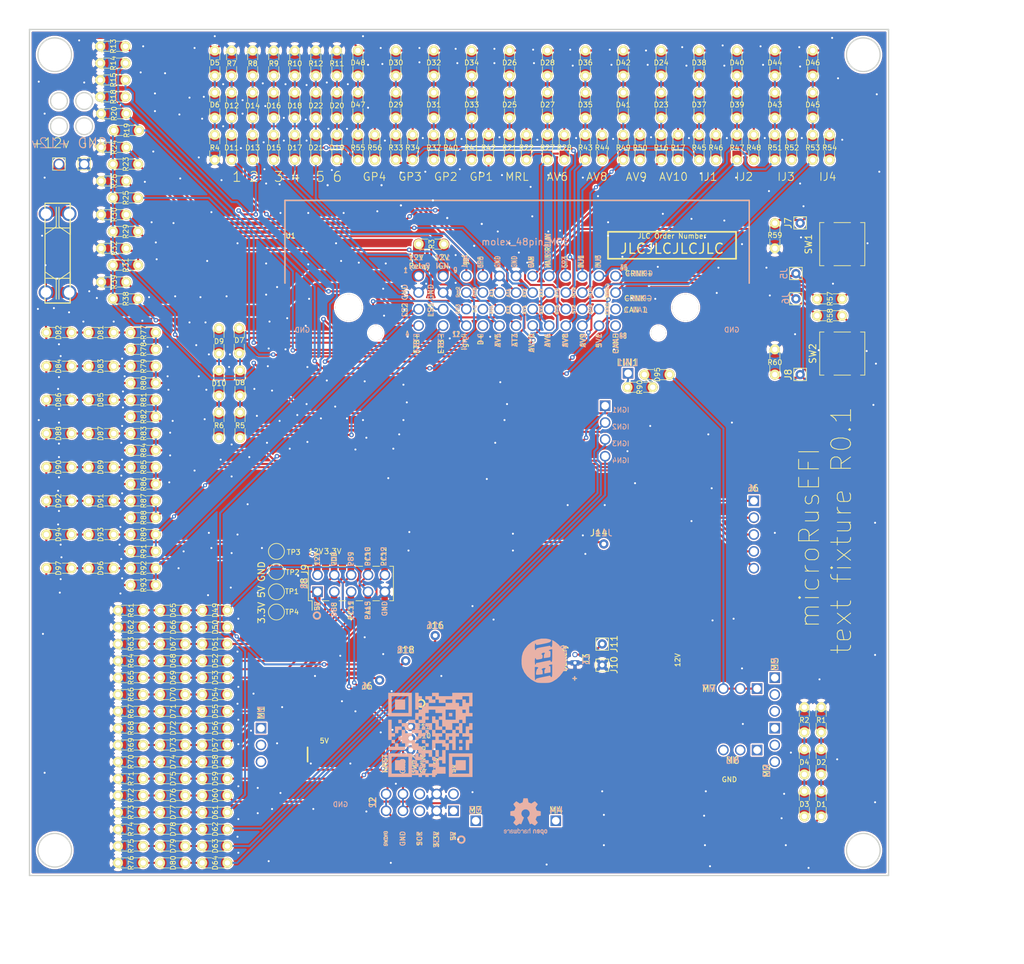
<source format=kicad_pcb>
(kicad_pcb (version 20171130) (host pcbnew "(5.1.5)-3")
  (title_block (title microRusEfi) (date 2020-05-01) (rev R0.5.1))
  (layers (0 F.Cu signal) (31 B.Cu signal) (34 B.Paste user) (35 F.Paste user) (36 B.SilkS user) (37 F.SilkS user) (38 B.Mask user) (39 F.Mask user) (44 Edge.Cuts user))
  (net 0 "")
  (net 1 GND)
  (net 2 /5V)
  (net 3 /VDD)
  (net 4 /INJECTOR-1)
  (net 5 /GP5)
  (net 6 /12V_SAFE)
  (net 7 /LINBUS)
  (net 8 /PC10)
  (net 9 /PA15)
  (net 10 /PC11)
  (net 11 /PC12)
  (net 12 /PB8)
  (net 13 /PB9)
  (net 14 "Net-(D1-Pad1)")
  (net 15 "Net-(D2-Pad1)")
  (net 16 /12V_KEY)
  (net 17 "Net-(D3-Pad1)")
  (net 18 "Net-(D4-Pad1)")
  (net 19 /E-THROTTLE+)
  (net 20 "Net-(D8-Pad1)")
  (net 21 /Ign1)
  (net 22 "Net-(D10-Pad1)")
  (net 23 /Ign2)
  (net 24 "Net-(D11-Pad1)")
  (net 25 "Net-(D12-Pad1)")
  (net 26 /Ign3)
  (net 27 "Net-(D13-Pad1)")
  (net 28 "Net-(D14-Pad1)")
  (net 29 /Ign4)
  (net 30 "Net-(D15-Pad1)")
  (net 31 "Net-(D16-Pad1)")
  (net 32 /GP6)
  (net 33 "Net-(D17-Pad1)")
  (net 34 "Net-(D18-Pad1)")
  (net 35 "Net-(D19-Pad1)")
  (net 36 /GP1)
  (net 37 /GP2)
  (net 38 /GP3)
  (net 39 /GP4)
  (net 40 /CRNK+)
  (net 41 /CRNK-)
  (net 42 /CAM_SENSOR)
  (net 43 /E-THROTTLE-)
  (net 44 /AV1)
  (net 45 /AV2)
  (net 46 /AV3)
  (net 47 /AV4)
  (net 48 /AV5)
  (net 49 /AV6)
  (net 50 /AV7)
  (net 51 /AT1)
  (net 52 /AT2)
  (net 53 /AT3)
  (net 54 /AV10)
  (net 55 /AT4)
  (net 56 /AV8)
  (net 57 /INJECTOR-2)
  (net 58 /AV9)
  (net 59 /INJECTOR-3)
  (net 60 /INJECTOR-4)
  (net 61 /5V1)
  (net 62 /5V2)
  (net 63 "Net-(J1-Pad1)")
  (net 64 /MAIN_RELAY)
  (net 65 "Net-(D21-Pad1)")
  (net 66 /12V_MREL)
  (net 67 "Net-(D7-Pad1)")
  (net 68 "Net-(D10-Pad2)")
  (net 69 "Net-(D23-Pad1)")
  (net 70 "Net-(D23-Pad2)")
  (net 71 "Net-(D25-Pad1)")
  (net 72 "Net-(D25-Pad2)")
  (net 73 "Net-(D27-Pad1)")
  (net 74 "Net-(D27-Pad2)")
  (net 75 "Net-(D29-Pad1)")
  (net 76 "Net-(D29-Pad2)")
  (net 77 "Net-(D31-Pad1)")
  (net 78 "Net-(D31-Pad2)")
  (net 79 "Net-(D33-Pad1)")
  (net 80 "Net-(D33-Pad2)")
  (net 81 "Net-(D35-Pad1)")
  (net 82 "Net-(D35-Pad2)")
  (net 83 "Net-(D37-Pad1)")
  (net 84 "Net-(D37-Pad2)")
  (net 85 "Net-(D39-Pad1)")
  (net 86 "Net-(D39-Pad2)")
  (net 87 "Net-(D41-Pad1)")
  (net 88 "Net-(D41-Pad2)")
  (net 89 "Net-(D43-Pad1)")
  (net 90 "Net-(D43-Pad2)")
  (net 91 "Net-(D45-Pad1)")
  (net 92 /PB7)
  (net 93 "Net-(D47-Pad1)")
  (net 94 "Net-(D49-Pad1)")
  (net 95 "Net-(D50-Pad1)")
  (net 96 "Net-(D51-Pad1)")
  (net 97 "Net-(D52-Pad1)")
  (net 98 /PC13)
  (net 99 "Net-(D53-Pad1)")
  (net 100 /PD0)
  (net 101 "Net-(D54-Pad1)")
  (net 102 /PE0)
  (net 103 "Net-(D55-Pad1)")
  (net 104 /PE6)
  (net 105 "Net-(D56-Pad1)")
  (net 106 /PE5)
  (net 107 "Net-(D57-Pad1)")
  (net 108 /IGN_OUT_1)
  (net 109 "Net-(D58-Pad1)")
  (net 110 /IGN_OUT_2)
  (net 111 "Net-(D59-Pad1)")
  (net 112 /IGN_OUT_3)
  (net 113 "Net-(D60-Pad1)")
  (net 114 /IGN_OUT_4)
  (net 115 "Net-(D61-Pad1)")
  (net 116 "Net-(D62-Pad1)")
  (net 117 "Net-(D63-Pad1)")
  (net 118 "Net-(D64-Pad1)")
  (net 119 "Net-(D65-Pad1)")
  (net 120 "Net-(D66-Pad1)")
  (net 121 "Net-(D67-Pad1)")
  (net 122 "Net-(D68-Pad1)")
  (net 123 "Net-(D69-Pad1)")
  (net 124 "Net-(D70-Pad1)")
  (net 125 "Net-(D71-Pad1)")
  (net 126 "Net-(D72-Pad1)")
  (net 127 "Net-(D73-Pad1)")
  (net 128 "Net-(D74-Pad1)")
  (net 129 "Net-(D75-Pad1)")
  (net 130 "Net-(D76-Pad1)")
  (net 131 "Net-(D77-Pad1)")
  (net 132 "Net-(D79-Pad1)")
  (net 133 "Net-(D81-Pad1)")
  (net 134 "Net-(D81-Pad2)")
  (net 135 "Net-(D83-Pad1)")
  (net 136 "Net-(D83-Pad2)")
  (net 137 "Net-(D85-Pad1)")
  (net 138 "Net-(D85-Pad2)")
  (net 139 "Net-(D87-Pad1)")
  (net 140 "Net-(D87-Pad2)")
  (net 141 "Net-(D89-Pad1)")
  (net 142 "Net-(D89-Pad2)")
  (net 143 "Net-(D91-Pad1)")
  (net 144 /Vrtc)
  (net 145 /OUT_7)
  (net 146 /OUT_14)
  (net 147 /OUT_15)
  (net 148 /OUT_16)
  (net 149 /OUT_17)
  (net 150 /OUT_18)
  (net 151 /LS1)
  (net 152 /LS2)
  (net 153 "Net-(D5-Pad1)")
  (net 154 "Net-(D6-Pad1)")
  (net 155 "Net-(D20-Pad1)")
  (net 156 "Net-(D22-Pad1)")
  (net 157 "Net-(D45-Pad2)")
  (net 158 "Net-(D47-Pad2)")
  (net 159 "Net-(D78-Pad1)")
  (net 160 "Net-(D80-Pad1)")
  (net 161 "Net-(D91-Pad2)")
  (net 162 "Net-(D93-Pad1)")
  (net 163 "Net-(D93-Pad2)")
  (net 164 "Net-(D95-Pad1)")
  (net 165 "Net-(D96-Pad1)")
  (net 166 "Net-(D96-Pad2)")
  (net 167 "Net-(R57-Pad2)")
  (net 168 "Net-(R58-Pad2)")
  (module rusefi_lib:SM0805_jumper (layer F.Cu) (at 146.685 131.445 270)
    (fp_text reference R2 (at 0.0635 0) (layer F.SilkS) (effects (font (size 0.762 0.762) (thickness 0.127))))
    (fp_text value 1k hide)
    (pad 1 smd rect (at -1.27 0 270) (size 1.524 0.2032) (layers F.Cu F.Paste F.Mask) (net 1 GND))
    (pad 2 smd rect (at 1.27 0 270) (size 1.524 0.2032) (layers F.Cu F.Paste F.Mask) (net 18 "Net-(D4-Pad1)"))
    (pad 1 thru_hole circle (at -1.905 0 270) (size 1.524 1.524) (drill 0.8128) (layers *.Cu *.Mask F.SilkS) (net 1 GND))
    (pad 2 thru_hole circle (at 1.905 0 270) (size 1.524 1.524) (drill 0.8128) (layers *.Cu *.Mask F.SilkS) (net 18 "Net-(D4-Pad1)"))
    (pad 2 smd rect (at 0.9525 0 270) (size 0.889 1.397) (layers F.Cu F.Paste F.Mask) (net 18 "Net-(D4-Pad1)"))
    (pad 1 smd rect (at -0.9525 0 270) (size 0.889 1.397) (layers F.Cu F.Paste F.Mask) (net 1 GND))
  )
  (module rusefi_lib:SM0805_jumper (layer F.Cu) (at 149.225 131.445 270)
    (fp_text reference R1 (at 0.0635 0) (layer F.SilkS) (effects (font (size 0.762 0.762) (thickness 0.127))))
    (fp_text value 1k hide)
    (pad 1 smd rect (at -1.27 0 270) (size 1.524 0.2032) (layers F.Cu F.Paste F.Mask) (net 1 GND))
    (pad 2 smd rect (at 1.27 0 270) (size 1.524 0.2032) (layers F.Cu F.Paste F.Mask) (net 15 "Net-(D2-Pad1)"))
    (pad 1 thru_hole circle (at -1.905 0 270) (size 1.524 1.524) (drill 0.8128) (layers *.Cu *.Mask F.SilkS) (net 1 GND))
    (pad 2 thru_hole circle (at 1.905 0 270) (size 1.524 1.524) (drill 0.8128) (layers *.Cu *.Mask F.SilkS) (net 15 "Net-(D2-Pad1)"))
    (pad 2 smd rect (at 0.9525 0 270) (size 0.889 1.397) (layers F.Cu F.Paste F.Mask) (net 15 "Net-(D2-Pad1)"))
    (pad 1 smd rect (at -0.9525 0 270) (size 0.889 1.397) (layers F.Cu F.Paste F.Mask) (net 1 GND))
  )
  (module rusefi_lib:SM0805_jumper (layer F.Cu) (at 146.685 137.795 270)
    (fp_text reference D4 (at 0.0635 0) (layer F.SilkS) (effects (font (size 0.762 0.762) (thickness 0.127))))
    (fp_text value GRN hide)
    (pad 1 smd rect (at -1.27 0 270) (size 1.524 0.2032) (layers F.Cu F.Paste F.Mask) (net 18 "Net-(D4-Pad1)"))
    (pad 2 smd rect (at 1.27 0 270) (size 1.524 0.2032) (layers F.Cu F.Paste F.Mask) (net 17 "Net-(D3-Pad1)"))
    (pad 1 thru_hole circle (at -1.905 0 270) (size 1.524 1.524) (drill 0.8128) (layers *.Cu *.Mask F.SilkS) (net 18 "Net-(D4-Pad1)"))
    (pad 2 thru_hole circle (at 1.905 0 270) (size 1.524 1.524) (drill 0.8128) (layers *.Cu *.Mask F.SilkS) (net 17 "Net-(D3-Pad1)"))
    (pad 2 smd rect (at 0.9525 0 270) (size 0.889 1.397) (layers F.Cu F.Paste F.Mask) (net 17 "Net-(D3-Pad1)"))
    (pad 1 smd rect (at -0.9525 0 270) (size 0.889 1.397) (layers F.Cu F.Paste F.Mask) (net 18 "Net-(D4-Pad1)"))
  )
  (module rusefi_lib:SM0805_jumper (layer F.Cu) (at 146.685 144.125 270)
    (fp_text reference D3 (at 0.0635 0) (layer F.SilkS) (effects (font (size 0.762 0.762) (thickness 0.127))))
    (fp_text value 1N4148WS hide)
    (pad 1 smd rect (at -1.27 0 270) (size 1.524 0.2032) (layers F.Cu F.Paste F.Mask) (net 17 "Net-(D3-Pad1)"))
    (pad 2 smd rect (at 1.27 0 270) (size 1.524 0.2032) (layers F.Cu F.Paste F.Mask) (net 3 /VDD))
    (pad 1 thru_hole circle (at -1.905 0 270) (size 1.524 1.524) (drill 0.8128) (layers *.Cu *.Mask F.SilkS) (net 17 "Net-(D3-Pad1)"))
    (pad 2 thru_hole circle (at 1.905 0 270) (size 1.524 1.524) (drill 0.8128) (layers *.Cu *.Mask F.SilkS) (net 3 /VDD))
    (pad 2 smd rect (at 0.9525 0 270) (size 0.889 1.397) (layers F.Cu F.Paste F.Mask) (net 3 /VDD))
    (pad 1 smd rect (at -0.9525 0 270) (size 0.889 1.397) (layers F.Cu F.Paste F.Mask) (net 17 "Net-(D3-Pad1)"))
  )
  (module rusefi_lib:SM0805_jumper (layer F.Cu) (at 149.225 137.795 270)
    (fp_text reference D2 (at 0.0635 0) (layer F.SilkS) (effects (font (size 0.762 0.762) (thickness 0.127))))
    (fp_text value GRN hide)
    (pad 1 smd rect (at -1.27 0 270) (size 1.524 0.2032) (layers F.Cu F.Paste F.Mask) (net 15 "Net-(D2-Pad1)"))
    (pad 2 smd rect (at 1.27 0 270) (size 1.524 0.2032) (layers F.Cu F.Paste F.Mask) (net 14 "Net-(D1-Pad1)"))
    (pad 1 thru_hole circle (at -1.905 0 270) (size 1.524 1.524) (drill 0.8128) (layers *.Cu *.Mask F.SilkS) (net 15 "Net-(D2-Pad1)"))
    (pad 2 thru_hole circle (at 1.905 0 270) (size 1.524 1.524) (drill 0.8128) (layers *.Cu *.Mask F.SilkS) (net 14 "Net-(D1-Pad1)"))
    (pad 2 smd rect (at 0.9525 0 270) (size 0.889 1.397) (layers F.Cu F.Paste F.Mask) (net 14 "Net-(D1-Pad1)"))
    (pad 1 smd rect (at -0.9525 0 270) (size 0.889 1.397) (layers F.Cu F.Paste F.Mask) (net 15 "Net-(D2-Pad1)"))
  )
  (module rusefi_lib:SM0805_jumper (layer F.Cu) (at 149.225 144.145 270)
    (fp_text reference D1 (at 0.0635 0) (layer F.SilkS) (effects (font (size 0.762 0.762) (thickness 0.127))))
    (fp_text value 1N4148WS hide)
    (pad 1 smd rect (at -1.27 0 270) (size 1.524 0.2032) (layers F.Cu F.Paste F.Mask) (net 14 "Net-(D1-Pad1)"))
    (pad 2 smd rect (at 1.27 0 270) (size 1.524 0.2032) (layers F.Cu F.Paste F.Mask) (net 2 /5V))
    (pad 1 thru_hole circle (at -1.905 0 270) (size 1.524 1.524) (drill 0.8128) (layers *.Cu *.Mask F.SilkS) (net 14 "Net-(D1-Pad1)"))
    (pad 2 thru_hole circle (at 1.905 0 270) (size 1.524 1.524) (drill 0.8128) (layers *.Cu *.Mask F.SilkS) (net 2 /5V))
    (pad 2 smd rect (at 0.9525 0 270) (size 0.889 1.397) (layers F.Cu F.Paste F.Mask) (net 2 /5V))
    (pad 1 smd rect (at -0.9525 0 270) (size 0.889 1.397) (layers F.Cu F.Paste F.Mask) (net 14 "Net-(D1-Pad1)"))
  )
  (module rusefi_lib:SM0805_jumper (layer F.Cu) (at 46.99 111.125)
    (fp_text reference R93 (at 0.0635 0 90) (layer F.SilkS) (effects (font (size 0.762 0.762) (thickness 0.127))))
    (fp_text value 5k hide)
    (pad 1 smd rect (at -1.27 0) (size 1.524 0.2032) (layers F.Cu F.Paste F.Mask) (net 66 /12V_MREL))
    (pad 2 smd rect (at 1.27 0) (size 1.524 0.2032) (layers F.Cu F.Paste F.Mask) (net 152 /LS2))
    (pad 1 thru_hole circle (at -1.905 0) (size 1.524 1.524) (drill 0.8128) (layers *.Cu *.Mask F.SilkS) (net 66 /12V_MREL))
    (pad 2 thru_hole circle (at 1.905 0) (size 1.524 1.524) (drill 0.8128) (layers *.Cu *.Mask F.SilkS) (net 152 /LS2))
    (pad 2 smd rect (at 0.9525 0) (size 0.889 1.397) (layers F.Cu F.Paste F.Mask) (net 152 /LS2))
    (pad 1 smd rect (at -0.9525 0) (size 0.889 1.397) (layers F.Cu F.Paste F.Mask) (net 66 /12V_MREL))
  )
  (module rusefi_lib:SM0805_jumper (layer F.Cu) (at 46.99 108.585)
    (fp_text reference R92 (at 0.0635 0 90) (layer F.SilkS) (effects (font (size 0.762 0.762) (thickness 0.127))))
    (fp_text value 1k hide)
    (pad 1 smd rect (at -1.27 0) (size 1.524 0.2032) (layers F.Cu F.Paste F.Mask) (net 165 "Net-(D96-Pad1)"))
    (pad 2 smd rect (at 1.27 0) (size 1.524 0.2032) (layers F.Cu F.Paste F.Mask) (net 152 /LS2))
    (pad 1 thru_hole circle (at -1.905 0) (size 1.524 1.524) (drill 0.8128) (layers *.Cu *.Mask F.SilkS) (net 165 "Net-(D96-Pad1)"))
    (pad 2 thru_hole circle (at 1.905 0) (size 1.524 1.524) (drill 0.8128) (layers *.Cu *.Mask F.SilkS) (net 152 /LS2))
    (pad 2 smd rect (at 0.9525 0) (size 0.889 1.397) (layers F.Cu F.Paste F.Mask) (net 152 /LS2))
    (pad 1 smd rect (at -0.9525 0) (size 0.889 1.397) (layers F.Cu F.Paste F.Mask) (net 165 "Net-(D96-Pad1)"))
  )
  (module rusefi_lib:SM0805_jumper (layer F.Cu) (at 46.99 106.045)
    (fp_text reference R91 (at 0.0635 0 90) (layer F.SilkS) (effects (font (size 0.762 0.762) (thickness 0.127))))
    (fp_text value 5k hide)
    (pad 1 smd rect (at -1.27 0) (size 1.524 0.2032) (layers F.Cu F.Paste F.Mask) (net 66 /12V_MREL))
    (pad 2 smd rect (at 1.27 0) (size 1.524 0.2032) (layers F.Cu F.Paste F.Mask) (net 151 /LS1))
    (pad 1 thru_hole circle (at -1.905 0) (size 1.524 1.524) (drill 0.8128) (layers *.Cu *.Mask F.SilkS) (net 66 /12V_MREL))
    (pad 2 thru_hole circle (at 1.905 0) (size 1.524 1.524) (drill 0.8128) (layers *.Cu *.Mask F.SilkS) (net 151 /LS1))
    (pad 2 smd rect (at 0.9525 0) (size 0.889 1.397) (layers F.Cu F.Paste F.Mask) (net 151 /LS1))
    (pad 1 smd rect (at -0.9525 0) (size 0.889 1.397) (layers F.Cu F.Paste F.Mask) (net 66 /12V_MREL))
  )
  (module rusefi_lib:SM0805_jumper (layer F.Cu) (at 46.99 103.505)
    (fp_text reference R89 (at 0.0635 0 90) (layer F.SilkS) (effects (font (size 0.762 0.762) (thickness 0.127))))
    (fp_text value 1k hide)
    (pad 1 smd rect (at -1.27 0) (size 1.524 0.2032) (layers F.Cu F.Paste F.Mask) (net 162 "Net-(D93-Pad1)"))
    (pad 2 smd rect (at 1.27 0) (size 1.524 0.2032) (layers F.Cu F.Paste F.Mask) (net 151 /LS1))
    (pad 1 thru_hole circle (at -1.905 0) (size 1.524 1.524) (drill 0.8128) (layers *.Cu *.Mask F.SilkS) (net 162 "Net-(D93-Pad1)"))
    (pad 2 thru_hole circle (at 1.905 0) (size 1.524 1.524) (drill 0.8128) (layers *.Cu *.Mask F.SilkS) (net 151 /LS1))
    (pad 2 smd rect (at 0.9525 0) (size 0.889 1.397) (layers F.Cu F.Paste F.Mask) (net 151 /LS1))
    (pad 1 smd rect (at -0.9525 0) (size 0.889 1.397) (layers F.Cu F.Paste F.Mask) (net 162 "Net-(D93-Pad1)"))
  )
  (module rusefi_lib:SM0805_jumper (layer F.Cu) (at 46.99 100.965)
    (fp_text reference R88 (at 0.0635 0 90) (layer F.SilkS) (effects (font (size 0.762 0.762) (thickness 0.127))))
    (fp_text value 5k hide)
    (pad 1 smd rect (at -1.27 0) (size 1.524 0.2032) (layers F.Cu F.Paste F.Mask) (net 66 /12V_MREL))
    (pad 2 smd rect (at 1.27 0) (size 1.524 0.2032) (layers F.Cu F.Paste F.Mask) (net 150 /OUT_18))
    (pad 1 thru_hole circle (at -1.905 0) (size 1.524 1.524) (drill 0.8128) (layers *.Cu *.Mask F.SilkS) (net 66 /12V_MREL))
    (pad 2 thru_hole circle (at 1.905 0) (size 1.524 1.524) (drill 0.8128) (layers *.Cu *.Mask F.SilkS) (net 150 /OUT_18))
    (pad 2 smd rect (at 0.9525 0) (size 0.889 1.397) (layers F.Cu F.Paste F.Mask) (net 150 /OUT_18))
    (pad 1 smd rect (at -0.9525 0) (size 0.889 1.397) (layers F.Cu F.Paste F.Mask) (net 66 /12V_MREL))
  )
  (module rusefi_lib:SM0805_jumper (layer F.Cu) (at 46.99 98.425)
    (fp_text reference R87 (at 0.0635 0 90) (layer F.SilkS) (effects (font (size 0.762 0.762) (thickness 0.127))))
    (fp_text value 1k hide)
    (pad 1 smd rect (at -1.27 0) (size 1.524 0.2032) (layers F.Cu F.Paste F.Mask) (net 143 "Net-(D91-Pad1)"))
    (pad 2 smd rect (at 1.27 0) (size 1.524 0.2032) (layers F.Cu F.Paste F.Mask) (net 150 /OUT_18))
    (pad 1 thru_hole circle (at -1.905 0) (size 1.524 1.524) (drill 0.8128) (layers *.Cu *.Mask F.SilkS) (net 143 "Net-(D91-Pad1)"))
    (pad 2 thru_hole circle (at 1.905 0) (size 1.524 1.524) (drill 0.8128) (layers *.Cu *.Mask F.SilkS) (net 150 /OUT_18))
    (pad 2 smd rect (at 0.9525 0) (size 0.889 1.397) (layers F.Cu F.Paste F.Mask) (net 150 /OUT_18))
    (pad 1 smd rect (at -0.9525 0) (size 0.889 1.397) (layers F.Cu F.Paste F.Mask) (net 143 "Net-(D91-Pad1)"))
  )
  (module rusefi_lib:SM0805_jumper (layer F.Cu) (at 46.99 95.885)
    (fp_text reference R86 (at 0.0635 0 90) (layer F.SilkS) (effects (font (size 0.762 0.762) (thickness 0.127))))
    (fp_text value 5k hide)
    (pad 1 smd rect (at -1.27 0) (size 1.524 0.2032) (layers F.Cu F.Paste F.Mask) (net 66 /12V_MREL))
    (pad 2 smd rect (at 1.27 0) (size 1.524 0.2032) (layers F.Cu F.Paste F.Mask) (net 149 /OUT_17))
    (pad 1 thru_hole circle (at -1.905 0) (size 1.524 1.524) (drill 0.8128) (layers *.Cu *.Mask F.SilkS) (net 66 /12V_MREL))
    (pad 2 thru_hole circle (at 1.905 0) (size 1.524 1.524) (drill 0.8128) (layers *.Cu *.Mask F.SilkS) (net 149 /OUT_17))
    (pad 2 smd rect (at 0.9525 0) (size 0.889 1.397) (layers F.Cu F.Paste F.Mask) (net 149 /OUT_17))
    (pad 1 smd rect (at -0.9525 0) (size 0.889 1.397) (layers F.Cu F.Paste F.Mask) (net 66 /12V_MREL))
  )
  (module rusefi_lib:SM0805_jumper (layer F.Cu) (at 46.99 93.345)
    (fp_text reference R85 (at 0.0635 0 90) (layer F.SilkS) (effects (font (size 0.762 0.762) (thickness 0.127))))
    (fp_text value 1k hide)
    (pad 1 smd rect (at -1.27 0) (size 1.524 0.2032) (layers F.Cu F.Paste F.Mask) (net 141 "Net-(D89-Pad1)"))
    (pad 2 smd rect (at 1.27 0) (size 1.524 0.2032) (layers F.Cu F.Paste F.Mask) (net 149 /OUT_17))
    (pad 1 thru_hole circle (at -1.905 0) (size 1.524 1.524) (drill 0.8128) (layers *.Cu *.Mask F.SilkS) (net 141 "Net-(D89-Pad1)"))
    (pad 2 thru_hole circle (at 1.905 0) (size 1.524 1.524) (drill 0.8128) (layers *.Cu *.Mask F.SilkS) (net 149 /OUT_17))
    (pad 2 smd rect (at 0.9525 0) (size 0.889 1.397) (layers F.Cu F.Paste F.Mask) (net 149 /OUT_17))
    (pad 1 smd rect (at -0.9525 0) (size 0.889 1.397) (layers F.Cu F.Paste F.Mask) (net 141 "Net-(D89-Pad1)"))
  )
  (module rusefi_lib:SM0805_jumper (layer F.Cu) (at 46.99 90.805)
    (fp_text reference R84 (at 0.0635 0 90) (layer F.SilkS) (effects (font (size 0.762 0.762) (thickness 0.127))))
    (fp_text value 5k hide)
    (pad 1 smd rect (at -1.27 0) (size 1.524 0.2032) (layers F.Cu F.Paste F.Mask) (net 66 /12V_MREL))
    (pad 2 smd rect (at 1.27 0) (size 1.524 0.2032) (layers F.Cu F.Paste F.Mask) (net 148 /OUT_16))
    (pad 1 thru_hole circle (at -1.905 0) (size 1.524 1.524) (drill 0.8128) (layers *.Cu *.Mask F.SilkS) (net 66 /12V_MREL))
    (pad 2 thru_hole circle (at 1.905 0) (size 1.524 1.524) (drill 0.8128) (layers *.Cu *.Mask F.SilkS) (net 148 /OUT_16))
    (pad 2 smd rect (at 0.9525 0) (size 0.889 1.397) (layers F.Cu F.Paste F.Mask) (net 148 /OUT_16))
    (pad 1 smd rect (at -0.9525 0) (size 0.889 1.397) (layers F.Cu F.Paste F.Mask) (net 66 /12V_MREL))
  )
  (module rusefi_lib:SM0805_jumper (layer F.Cu) (at 46.99 88.265)
    (fp_text reference R83 (at 0.0635 0 90) (layer F.SilkS) (effects (font (size 0.762 0.762) (thickness 0.127))))
    (fp_text value 1k hide)
    (pad 1 smd rect (at -1.27 0) (size 1.524 0.2032) (layers F.Cu F.Paste F.Mask) (net 139 "Net-(D87-Pad1)"))
    (pad 2 smd rect (at 1.27 0) (size 1.524 0.2032) (layers F.Cu F.Paste F.Mask) (net 148 /OUT_16))
    (pad 1 thru_hole circle (at -1.905 0) (size 1.524 1.524) (drill 0.8128) (layers *.Cu *.Mask F.SilkS) (net 139 "Net-(D87-Pad1)"))
    (pad 2 thru_hole circle (at 1.905 0) (size 1.524 1.524) (drill 0.8128) (layers *.Cu *.Mask F.SilkS) (net 148 /OUT_16))
    (pad 2 smd rect (at 0.9525 0) (size 0.889 1.397) (layers F.Cu F.Paste F.Mask) (net 148 /OUT_16))
    (pad 1 smd rect (at -0.9525 0) (size 0.889 1.397) (layers F.Cu F.Paste F.Mask) (net 139 "Net-(D87-Pad1)"))
  )
  (module rusefi_lib:SM0805_jumper (layer F.Cu) (at 46.99 85.725)
    (fp_text reference R82 (at 0.0635 0 90) (layer F.SilkS) (effects (font (size 0.762 0.762) (thickness 0.127))))
    (fp_text value 5k hide)
    (pad 1 smd rect (at -1.27 0) (size 1.524 0.2032) (layers F.Cu F.Paste F.Mask) (net 66 /12V_MREL))
    (pad 2 smd rect (at 1.27 0) (size 1.524 0.2032) (layers F.Cu F.Paste F.Mask) (net 147 /OUT_15))
    (pad 1 thru_hole circle (at -1.905 0) (size 1.524 1.524) (drill 0.8128) (layers *.Cu *.Mask F.SilkS) (net 66 /12V_MREL))
    (pad 2 thru_hole circle (at 1.905 0) (size 1.524 1.524) (drill 0.8128) (layers *.Cu *.Mask F.SilkS) (net 147 /OUT_15))
    (pad 2 smd rect (at 0.9525 0) (size 0.889 1.397) (layers F.Cu F.Paste F.Mask) (net 147 /OUT_15))
    (pad 1 smd rect (at -0.9525 0) (size 0.889 1.397) (layers F.Cu F.Paste F.Mask) (net 66 /12V_MREL))
  )
  (module rusefi_lib:SM0805_jumper (layer F.Cu) (at 46.99 83.185)
    (fp_text reference R81 (at 0.0635 0 90) (layer F.SilkS) (effects (font (size 0.762 0.762) (thickness 0.127))))
    (fp_text value 1k hide)
    (pad 1 smd rect (at -1.27 0) (size 1.524 0.2032) (layers F.Cu F.Paste F.Mask) (net 137 "Net-(D85-Pad1)"))
    (pad 2 smd rect (at 1.27 0) (size 1.524 0.2032) (layers F.Cu F.Paste F.Mask) (net 147 /OUT_15))
    (pad 1 thru_hole circle (at -1.905 0) (size 1.524 1.524) (drill 0.8128) (layers *.Cu *.Mask F.SilkS) (net 137 "Net-(D85-Pad1)"))
    (pad 2 thru_hole circle (at 1.905 0) (size 1.524 1.524) (drill 0.8128) (layers *.Cu *.Mask F.SilkS) (net 147 /OUT_15))
    (pad 2 smd rect (at 0.9525 0) (size 0.889 1.397) (layers F.Cu F.Paste F.Mask) (net 147 /OUT_15))
    (pad 1 smd rect (at -0.9525 0) (size 0.889 1.397) (layers F.Cu F.Paste F.Mask) (net 137 "Net-(D85-Pad1)"))
  )
  (module rusefi_lib:SM0805_jumper (layer F.Cu) (at 46.99 80.645)
    (fp_text reference R80 (at 0.0635 0 90) (layer F.SilkS) (effects (font (size 0.762 0.762) (thickness 0.127))))
    (fp_text value 5k hide)
    (pad 1 smd rect (at -1.27 0) (size 1.524 0.2032) (layers F.Cu F.Paste F.Mask) (net 66 /12V_MREL))
    (pad 2 smd rect (at 1.27 0) (size 1.524 0.2032) (layers F.Cu F.Paste F.Mask) (net 146 /OUT_14))
    (pad 1 thru_hole circle (at -1.905 0) (size 1.524 1.524) (drill 0.8128) (layers *.Cu *.Mask F.SilkS) (net 66 /12V_MREL))
    (pad 2 thru_hole circle (at 1.905 0) (size 1.524 1.524) (drill 0.8128) (layers *.Cu *.Mask F.SilkS) (net 146 /OUT_14))
    (pad 2 smd rect (at 0.9525 0) (size 0.889 1.397) (layers F.Cu F.Paste F.Mask) (net 146 /OUT_14))
    (pad 1 smd rect (at -0.9525 0) (size 0.889 1.397) (layers F.Cu F.Paste F.Mask) (net 66 /12V_MREL))
  )
  (module rusefi_lib:SM0805_jumper (layer F.Cu) (at 46.99 78.105)
    (fp_text reference R79 (at 0.0635 0 90) (layer F.SilkS) (effects (font (size 0.762 0.762) (thickness 0.127))))
    (fp_text value 1k hide)
    (pad 1 smd rect (at -1.27 0) (size 1.524 0.2032) (layers F.Cu F.Paste F.Mask) (net 135 "Net-(D83-Pad1)"))
    (pad 2 smd rect (at 1.27 0) (size 1.524 0.2032) (layers F.Cu F.Paste F.Mask) (net 146 /OUT_14))
    (pad 1 thru_hole circle (at -1.905 0) (size 1.524 1.524) (drill 0.8128) (layers *.Cu *.Mask F.SilkS) (net 135 "Net-(D83-Pad1)"))
    (pad 2 thru_hole circle (at 1.905 0) (size 1.524 1.524) (drill 0.8128) (layers *.Cu *.Mask F.SilkS) (net 146 /OUT_14))
    (pad 2 smd rect (at 0.9525 0) (size 0.889 1.397) (layers F.Cu F.Paste F.Mask) (net 146 /OUT_14))
    (pad 1 smd rect (at -0.9525 0) (size 0.889 1.397) (layers F.Cu F.Paste F.Mask) (net 135 "Net-(D83-Pad1)"))
  )
  (module rusefi_lib:SM0805_jumper (layer F.Cu) (at 46.99 75.565)
    (fp_text reference R78 (at 0.0635 0 90) (layer F.SilkS) (effects (font (size 0.762 0.762) (thickness 0.127))))
    (fp_text value 5k hide)
    (pad 1 smd rect (at -1.27 0) (size 1.524 0.2032) (layers F.Cu F.Paste F.Mask) (net 66 /12V_MREL))
    (pad 2 smd rect (at 1.27 0) (size 1.524 0.2032) (layers F.Cu F.Paste F.Mask) (net 145 /OUT_7))
    (pad 1 thru_hole circle (at -1.905 0) (size 1.524 1.524) (drill 0.8128) (layers *.Cu *.Mask F.SilkS) (net 66 /12V_MREL))
    (pad 2 thru_hole circle (at 1.905 0) (size 1.524 1.524) (drill 0.8128) (layers *.Cu *.Mask F.SilkS) (net 145 /OUT_7))
    (pad 2 smd rect (at 0.9525 0) (size 0.889 1.397) (layers F.Cu F.Paste F.Mask) (net 145 /OUT_7))
    (pad 1 smd rect (at -0.9525 0) (size 0.889 1.397) (layers F.Cu F.Paste F.Mask) (net 66 /12V_MREL))
  )
  (module rusefi_lib:SM0805_jumper (layer F.Cu) (at 46.99 73.025)
    (fp_text reference R77 (at 0.0635 0 90) (layer F.SilkS) (effects (font (size 0.762 0.762) (thickness 0.127))))
    (fp_text value 1k hide)
    (pad 1 smd rect (at -1.27 0) (size 1.524 0.2032) (layers F.Cu F.Paste F.Mask) (net 133 "Net-(D81-Pad1)"))
    (pad 2 smd rect (at 1.27 0) (size 1.524 0.2032) (layers F.Cu F.Paste F.Mask) (net 145 /OUT_7))
    (pad 1 thru_hole circle (at -1.905 0) (size 1.524 1.524) (drill 0.8128) (layers *.Cu *.Mask F.SilkS) (net 133 "Net-(D81-Pad1)"))
    (pad 2 thru_hole circle (at 1.905 0) (size 1.524 1.524) (drill 0.8128) (layers *.Cu *.Mask F.SilkS) (net 145 /OUT_7))
    (pad 2 smd rect (at 0.9525 0) (size 0.889 1.397) (layers F.Cu F.Paste F.Mask) (net 145 /OUT_7))
    (pad 1 smd rect (at -0.9525 0) (size 0.889 1.397) (layers F.Cu F.Paste F.Mask) (net 133 "Net-(D81-Pad1)"))
  )
  (module rusefi_lib:SM0805_jumper (layer F.Cu) (at 45.085 153.035)
    (fp_text reference R76 (at 0.0635 0 90) (layer F.SilkS) (effects (font (size 0.762 0.762) (thickness 0.127))))
    (fp_text value 1k hide)
    (pad 1 smd rect (at -1.27 0) (size 1.524 0.2032) (layers F.Cu F.Paste F.Mask) (net 1 GND))
    (pad 2 smd rect (at 1.27 0) (size 1.524 0.2032) (layers F.Cu F.Paste F.Mask) (net 160 "Net-(D80-Pad1)"))
    (pad 1 thru_hole circle (at -1.905 0) (size 1.524 1.524) (drill 0.8128) (layers *.Cu *.Mask F.SilkS) (net 1 GND))
    (pad 2 thru_hole circle (at 1.905 0) (size 1.524 1.524) (drill 0.8128) (layers *.Cu *.Mask F.SilkS) (net 160 "Net-(D80-Pad1)"))
    (pad 2 smd rect (at 0.9525 0) (size 0.889 1.397) (layers F.Cu F.Paste F.Mask) (net 160 "Net-(D80-Pad1)"))
    (pad 1 smd rect (at -0.9525 0) (size 0.889 1.397) (layers F.Cu F.Paste F.Mask) (net 1 GND))
  )
  (module rusefi_lib:SM0805_jumper (layer F.Cu) (at 45.085 150.495)
    (fp_text reference R75 (at 0.0635 0 90) (layer F.SilkS) (effects (font (size 0.762 0.762) (thickness 0.127))))
    (fp_text value 1k hide)
    (pad 1 smd rect (at -1.27 0) (size 1.524 0.2032) (layers F.Cu F.Paste F.Mask) (net 1 GND))
    (pad 2 smd rect (at 1.27 0) (size 1.524 0.2032) (layers F.Cu F.Paste F.Mask) (net 132 "Net-(D79-Pad1)"))
    (pad 1 thru_hole circle (at -1.905 0) (size 1.524 1.524) (drill 0.8128) (layers *.Cu *.Mask F.SilkS) (net 1 GND))
    (pad 2 thru_hole circle (at 1.905 0) (size 1.524 1.524) (drill 0.8128) (layers *.Cu *.Mask F.SilkS) (net 132 "Net-(D79-Pad1)"))
    (pad 2 smd rect (at 0.9525 0) (size 0.889 1.397) (layers F.Cu F.Paste F.Mask) (net 132 "Net-(D79-Pad1)"))
    (pad 1 smd rect (at -0.9525 0) (size 0.889 1.397) (layers F.Cu F.Paste F.Mask) (net 1 GND))
  )
  (module rusefi_lib:SM0805_jumper (layer F.Cu) (at 45.085 147.955)
    (fp_text reference R74 (at 0.0635 0 90) (layer F.SilkS) (effects (font (size 0.762 0.762) (thickness 0.127))))
    (fp_text value 1k hide)
    (pad 1 smd rect (at -1.27 0) (size 1.524 0.2032) (layers F.Cu F.Paste F.Mask) (net 1 GND))
    (pad 2 smd rect (at 1.27 0) (size 1.524 0.2032) (layers F.Cu F.Paste F.Mask) (net 159 "Net-(D78-Pad1)"))
    (pad 1 thru_hole circle (at -1.905 0) (size 1.524 1.524) (drill 0.8128) (layers *.Cu *.Mask F.SilkS) (net 1 GND))
    (pad 2 thru_hole circle (at 1.905 0) (size 1.524 1.524) (drill 0.8128) (layers *.Cu *.Mask F.SilkS) (net 159 "Net-(D78-Pad1)"))
    (pad 2 smd rect (at 0.9525 0) (size 0.889 1.397) (layers F.Cu F.Paste F.Mask) (net 159 "Net-(D78-Pad1)"))
    (pad 1 smd rect (at -0.9525 0) (size 0.889 1.397) (layers F.Cu F.Paste F.Mask) (net 1 GND))
  )
  (module rusefi_lib:SM0805_jumper (layer F.Cu) (at 45.085 145.415)
    (fp_text reference R73 (at 0.0635 0 90) (layer F.SilkS) (effects (font (size 0.762 0.762) (thickness 0.127))))
    (fp_text value 1k hide)
    (pad 1 smd rect (at -1.27 0) (size 1.524 0.2032) (layers F.Cu F.Paste F.Mask) (net 1 GND))
    (pad 2 smd rect (at 1.27 0) (size 1.524 0.2032) (layers F.Cu F.Paste F.Mask) (net 131 "Net-(D77-Pad1)"))
    (pad 1 thru_hole circle (at -1.905 0) (size 1.524 1.524) (drill 0.8128) (layers *.Cu *.Mask F.SilkS) (net 1 GND))
    (pad 2 thru_hole circle (at 1.905 0) (size 1.524 1.524) (drill 0.8128) (layers *.Cu *.Mask F.SilkS) (net 131 "Net-(D77-Pad1)"))
    (pad 2 smd rect (at 0.9525 0) (size 0.889 1.397) (layers F.Cu F.Paste F.Mask) (net 131 "Net-(D77-Pad1)"))
    (pad 1 smd rect (at -0.9525 0) (size 0.889 1.397) (layers F.Cu F.Paste F.Mask) (net 1 GND))
  )
  (module rusefi_lib:SM0805_jumper (layer F.Cu) (at 45.085 142.875)
    (fp_text reference R72 (at 0.0635 0 90) (layer F.SilkS) (effects (font (size 0.762 0.762) (thickness 0.127))))
    (fp_text value 1k hide)
    (pad 1 smd rect (at -1.27 0) (size 1.524 0.2032) (layers F.Cu F.Paste F.Mask) (net 1 GND))
    (pad 2 smd rect (at 1.27 0) (size 1.524 0.2032) (layers F.Cu F.Paste F.Mask) (net 130 "Net-(D76-Pad1)"))
    (pad 1 thru_hole circle (at -1.905 0) (size 1.524 1.524) (drill 0.8128) (layers *.Cu *.Mask F.SilkS) (net 1 GND))
    (pad 2 thru_hole circle (at 1.905 0) (size 1.524 1.524) (drill 0.8128) (layers *.Cu *.Mask F.SilkS) (net 130 "Net-(D76-Pad1)"))
    (pad 2 smd rect (at 0.9525 0) (size 0.889 1.397) (layers F.Cu F.Paste F.Mask) (net 130 "Net-(D76-Pad1)"))
    (pad 1 smd rect (at -0.9525 0) (size 0.889 1.397) (layers F.Cu F.Paste F.Mask) (net 1 GND))
  )
  (module rusefi_lib:SM0805_jumper (layer F.Cu) (at 45.085 140.335)
    (fp_text reference R71 (at 0.0635 0 90) (layer F.SilkS) (effects (font (size 0.762 0.762) (thickness 0.127))))
    (fp_text value 1k hide)
    (pad 1 smd rect (at -1.27 0) (size 1.524 0.2032) (layers F.Cu F.Paste F.Mask) (net 1 GND))
    (pad 2 smd rect (at 1.27 0) (size 1.524 0.2032) (layers F.Cu F.Paste F.Mask) (net 129 "Net-(D75-Pad1)"))
    (pad 1 thru_hole circle (at -1.905 0) (size 1.524 1.524) (drill 0.8128) (layers *.Cu *.Mask F.SilkS) (net 1 GND))
    (pad 2 thru_hole circle (at 1.905 0) (size 1.524 1.524) (drill 0.8128) (layers *.Cu *.Mask F.SilkS) (net 129 "Net-(D75-Pad1)"))
    (pad 2 smd rect (at 0.9525 0) (size 0.889 1.397) (layers F.Cu F.Paste F.Mask) (net 129 "Net-(D75-Pad1)"))
    (pad 1 smd rect (at -0.9525 0) (size 0.889 1.397) (layers F.Cu F.Paste F.Mask) (net 1 GND))
  )
  (module rusefi_lib:SM0805_jumper (layer F.Cu) (at 45.085 137.795)
    (fp_text reference R70 (at 0.0635 0 90) (layer F.SilkS) (effects (font (size 0.762 0.762) (thickness 0.127))))
    (fp_text value 1k hide)
    (pad 1 smd rect (at -1.27 0) (size 1.524 0.2032) (layers F.Cu F.Paste F.Mask) (net 1 GND))
    (pad 2 smd rect (at 1.27 0) (size 1.524 0.2032) (layers F.Cu F.Paste F.Mask) (net 128 "Net-(D74-Pad1)"))
    (pad 1 thru_hole circle (at -1.905 0) (size 1.524 1.524) (drill 0.8128) (layers *.Cu *.Mask F.SilkS) (net 1 GND))
    (pad 2 thru_hole circle (at 1.905 0) (size 1.524 1.524) (drill 0.8128) (layers *.Cu *.Mask F.SilkS) (net 128 "Net-(D74-Pad1)"))
    (pad 2 smd rect (at 0.9525 0) (size 0.889 1.397) (layers F.Cu F.Paste F.Mask) (net 128 "Net-(D74-Pad1)"))
    (pad 1 smd rect (at -0.9525 0) (size 0.889 1.397) (layers F.Cu F.Paste F.Mask) (net 1 GND))
  )
  (module rusefi_lib:SM0805_jumper (layer F.Cu) (at 45.085 135.255)
    (fp_text reference R69 (at 0.0635 0 90) (layer F.SilkS) (effects (font (size 0.762 0.762) (thickness 0.127))))
    (fp_text value 1k hide)
    (pad 1 smd rect (at -1.27 0) (size 1.524 0.2032) (layers F.Cu F.Paste F.Mask) (net 1 GND))
    (pad 2 smd rect (at 1.27 0) (size 1.524 0.2032) (layers F.Cu F.Paste F.Mask) (net 127 "Net-(D73-Pad1)"))
    (pad 1 thru_hole circle (at -1.905 0) (size 1.524 1.524) (drill 0.8128) (layers *.Cu *.Mask F.SilkS) (net 1 GND))
    (pad 2 thru_hole circle (at 1.905 0) (size 1.524 1.524) (drill 0.8128) (layers *.Cu *.Mask F.SilkS) (net 127 "Net-(D73-Pad1)"))
    (pad 2 smd rect (at 0.9525 0) (size 0.889 1.397) (layers F.Cu F.Paste F.Mask) (net 127 "Net-(D73-Pad1)"))
    (pad 1 smd rect (at -0.9525 0) (size 0.889 1.397) (layers F.Cu F.Paste F.Mask) (net 1 GND))
  )
  (module rusefi_lib:SM0805_jumper (layer F.Cu) (at 45.085 132.715)
    (fp_text reference R68 (at 0.0635 0 90) (layer F.SilkS) (effects (font (size 0.762 0.762) (thickness 0.127))))
    (fp_text value 1k hide)
    (pad 1 smd rect (at -1.27 0) (size 1.524 0.2032) (layers F.Cu F.Paste F.Mask) (net 1 GND))
    (pad 2 smd rect (at 1.27 0) (size 1.524 0.2032) (layers F.Cu F.Paste F.Mask) (net 126 "Net-(D72-Pad1)"))
    (pad 1 thru_hole circle (at -1.905 0) (size 1.524 1.524) (drill 0.8128) (layers *.Cu *.Mask F.SilkS) (net 1 GND))
    (pad 2 thru_hole circle (at 1.905 0) (size 1.524 1.524) (drill 0.8128) (layers *.Cu *.Mask F.SilkS) (net 126 "Net-(D72-Pad1)"))
    (pad 2 smd rect (at 0.9525 0) (size 0.889 1.397) (layers F.Cu F.Paste F.Mask) (net 126 "Net-(D72-Pad1)"))
    (pad 1 smd rect (at -0.9525 0) (size 0.889 1.397) (layers F.Cu F.Paste F.Mask) (net 1 GND))
  )
  (module rusefi_lib:SM0805_jumper (layer F.Cu) (at 45.085 130.175)
    (fp_text reference R67 (at 0.0635 0 90) (layer F.SilkS) (effects (font (size 0.762 0.762) (thickness 0.127))))
    (fp_text value 1k hide)
    (pad 1 smd rect (at -1.27 0) (size 1.524 0.2032) (layers F.Cu F.Paste F.Mask) (net 1 GND))
    (pad 2 smd rect (at 1.27 0) (size 1.524 0.2032) (layers F.Cu F.Paste F.Mask) (net 125 "Net-(D71-Pad1)"))
    (pad 1 thru_hole circle (at -1.905 0) (size 1.524 1.524) (drill 0.8128) (layers *.Cu *.Mask F.SilkS) (net 1 GND))
    (pad 2 thru_hole circle (at 1.905 0) (size 1.524 1.524) (drill 0.8128) (layers *.Cu *.Mask F.SilkS) (net 125 "Net-(D71-Pad1)"))
    (pad 2 smd rect (at 0.9525 0) (size 0.889 1.397) (layers F.Cu F.Paste F.Mask) (net 125 "Net-(D71-Pad1)"))
    (pad 1 smd rect (at -0.9525 0) (size 0.889 1.397) (layers F.Cu F.Paste F.Mask) (net 1 GND))
  )
  (module rusefi_lib:SM0805_jumper (layer F.Cu) (at 45.085 127.635)
    (fp_text reference R66 (at 0.0635 0 90) (layer F.SilkS) (effects (font (size 0.762 0.762) (thickness 0.127))))
    (fp_text value 1k hide)
    (pad 1 smd rect (at -1.27 0) (size 1.524 0.2032) (layers F.Cu F.Paste F.Mask) (net 1 GND))
    (pad 2 smd rect (at 1.27 0) (size 1.524 0.2032) (layers F.Cu F.Paste F.Mask) (net 124 "Net-(D70-Pad1)"))
    (pad 1 thru_hole circle (at -1.905 0) (size 1.524 1.524) (drill 0.8128) (layers *.Cu *.Mask F.SilkS) (net 1 GND))
    (pad 2 thru_hole circle (at 1.905 0) (size 1.524 1.524) (drill 0.8128) (layers *.Cu *.Mask F.SilkS) (net 124 "Net-(D70-Pad1)"))
    (pad 2 smd rect (at 0.9525 0) (size 0.889 1.397) (layers F.Cu F.Paste F.Mask) (net 124 "Net-(D70-Pad1)"))
    (pad 1 smd rect (at -0.9525 0) (size 0.889 1.397) (layers F.Cu F.Paste F.Mask) (net 1 GND))
  )
  (module rusefi_lib:SM0805_jumper (layer F.Cu) (at 45.085 125.095)
    (fp_text reference R65 (at 0.0635 0 90) (layer F.SilkS) (effects (font (size 0.762 0.762) (thickness 0.127))))
    (fp_text value 1k hide)
    (pad 1 smd rect (at -1.27 0) (size 1.524 0.2032) (layers F.Cu F.Paste F.Mask) (net 1 GND))
    (pad 2 smd rect (at 1.27 0) (size 1.524 0.2032) (layers F.Cu F.Paste F.Mask) (net 123 "Net-(D69-Pad1)"))
    (pad 1 thru_hole circle (at -1.905 0) (size 1.524 1.524) (drill 0.8128) (layers *.Cu *.Mask F.SilkS) (net 1 GND))
    (pad 2 thru_hole circle (at 1.905 0) (size 1.524 1.524) (drill 0.8128) (layers *.Cu *.Mask F.SilkS) (net 123 "Net-(D69-Pad1)"))
    (pad 2 smd rect (at 0.9525 0) (size 0.889 1.397) (layers F.Cu F.Paste F.Mask) (net 123 "Net-(D69-Pad1)"))
    (pad 1 smd rect (at -0.9525 0) (size 0.889 1.397) (layers F.Cu F.Paste F.Mask) (net 1 GND))
  )
  (module rusefi_lib:SM0805_jumper (layer F.Cu) (at 45.085 122.555)
    (fp_text reference R64 (at 0.0635 0 90) (layer F.SilkS) (effects (font (size 0.762 0.762) (thickness 0.127))))
    (fp_text value 1k hide)
    (pad 1 smd rect (at -1.27 0) (size 1.524 0.2032) (layers F.Cu F.Paste F.Mask) (net 1 GND))
    (pad 2 smd rect (at 1.27 0) (size 1.524 0.2032) (layers F.Cu F.Paste F.Mask) (net 122 "Net-(D68-Pad1)"))
    (pad 1 thru_hole circle (at -1.905 0) (size 1.524 1.524) (drill 0.8128) (layers *.Cu *.Mask F.SilkS) (net 1 GND))
    (pad 2 thru_hole circle (at 1.905 0) (size 1.524 1.524) (drill 0.8128) (layers *.Cu *.Mask F.SilkS) (net 122 "Net-(D68-Pad1)"))
    (pad 2 smd rect (at 0.9525 0) (size 0.889 1.397) (layers F.Cu F.Paste F.Mask) (net 122 "Net-(D68-Pad1)"))
    (pad 1 smd rect (at -0.9525 0) (size 0.889 1.397) (layers F.Cu F.Paste F.Mask) (net 1 GND))
  )
  (module rusefi_lib:SM0805_jumper (layer F.Cu) (at 45.085 120.015)
    (fp_text reference R63 (at 0.0635 0 90) (layer F.SilkS) (effects (font (size 0.762 0.762) (thickness 0.127))))
    (fp_text value 1k hide)
    (pad 1 smd rect (at -1.27 0) (size 1.524 0.2032) (layers F.Cu F.Paste F.Mask) (net 1 GND))
    (pad 2 smd rect (at 1.27 0) (size 1.524 0.2032) (layers F.Cu F.Paste F.Mask) (net 121 "Net-(D67-Pad1)"))
    (pad 1 thru_hole circle (at -1.905 0) (size 1.524 1.524) (drill 0.8128) (layers *.Cu *.Mask F.SilkS) (net 1 GND))
    (pad 2 thru_hole circle (at 1.905 0) (size 1.524 1.524) (drill 0.8128) (layers *.Cu *.Mask F.SilkS) (net 121 "Net-(D67-Pad1)"))
    (pad 2 smd rect (at 0.9525 0) (size 0.889 1.397) (layers F.Cu F.Paste F.Mask) (net 121 "Net-(D67-Pad1)"))
    (pad 1 smd rect (at -0.9525 0) (size 0.889 1.397) (layers F.Cu F.Paste F.Mask) (net 1 GND))
  )
  (module rusefi_lib:SM0805_jumper (layer F.Cu) (at 45.085 117.475)
    (fp_text reference R62 (at 0.0635 0 90) (layer F.SilkS) (effects (font (size 0.762 0.762) (thickness 0.127))))
    (fp_text value 1k hide)
    (pad 1 smd rect (at -1.27 0) (size 1.524 0.2032) (layers F.Cu F.Paste F.Mask) (net 1 GND))
    (pad 2 smd rect (at 1.27 0) (size 1.524 0.2032) (layers F.Cu F.Paste F.Mask) (net 120 "Net-(D66-Pad1)"))
    (pad 1 thru_hole circle (at -1.905 0) (size 1.524 1.524) (drill 0.8128) (layers *.Cu *.Mask F.SilkS) (net 1 GND))
    (pad 2 thru_hole circle (at 1.905 0) (size 1.524 1.524) (drill 0.8128) (layers *.Cu *.Mask F.SilkS) (net 120 "Net-(D66-Pad1)"))
    (pad 2 smd rect (at 0.9525 0) (size 0.889 1.397) (layers F.Cu F.Paste F.Mask) (net 120 "Net-(D66-Pad1)"))
    (pad 1 smd rect (at -0.9525 0) (size 0.889 1.397) (layers F.Cu F.Paste F.Mask) (net 1 GND))
  )
  (module rusefi_lib:SM0805_jumper (layer F.Cu) (at 45.085 114.935)
    (fp_text reference R61 (at 0.0635 0 90) (layer F.SilkS) (effects (font (size 0.762 0.762) (thickness 0.127))))
    (fp_text value 1k hide)
    (pad 1 smd rect (at -1.27 0) (size 1.524 0.2032) (layers F.Cu F.Paste F.Mask) (net 1 GND))
    (pad 2 smd rect (at 1.27 0) (size 1.524 0.2032) (layers F.Cu F.Paste F.Mask) (net 119 "Net-(D65-Pad1)"))
    (pad 1 thru_hole circle (at -1.905 0) (size 1.524 1.524) (drill 0.8128) (layers *.Cu *.Mask F.SilkS) (net 1 GND))
    (pad 2 thru_hole circle (at 1.905 0) (size 1.524 1.524) (drill 0.8128) (layers *.Cu *.Mask F.SilkS) (net 119 "Net-(D65-Pad1)"))
    (pad 2 smd rect (at 0.9525 0) (size 0.889 1.397) (layers F.Cu F.Paste F.Mask) (net 119 "Net-(D65-Pad1)"))
    (pad 1 smd rect (at -0.9525 0) (size 0.889 1.397) (layers F.Cu F.Paste F.Mask) (net 1 GND))
  )
  (module rusefi_lib:SM0805_jumper (layer F.Cu) (at 42.545 65.405)
    (fp_text reference R39 (at 0.0635 0 90) (layer F.SilkS) (effects (font (size 0.762 0.762) (thickness 0.127))))
    (fp_text value 4k7 hide)
    (pad 1 smd rect (at -1.27 0) (size 1.524 0.2032) (layers F.Cu F.Paste F.Mask) (net 1 GND))
    (pad 2 smd rect (at 1.27 0) (size 1.524 0.2032) (layers F.Cu F.Paste F.Mask) (net 50 /AV7))
    (pad 1 thru_hole circle (at -1.905 0) (size 1.524 1.524) (drill 0.8128) (layers *.Cu *.Mask F.SilkS) (net 1 GND))
    (pad 2 thru_hole circle (at 1.905 0) (size 1.524 1.524) (drill 0.8128) (layers *.Cu *.Mask F.SilkS) (net 50 /AV7))
    (pad 2 smd rect (at 0.9525 0) (size 0.889 1.397) (layers F.Cu F.Paste F.Mask) (net 50 /AV7))
    (pad 1 smd rect (at -0.9525 0) (size 0.889 1.397) (layers F.Cu F.Paste F.Mask) (net 1 GND))
  )
  (module rusefi_lib:SM0805_jumper (layer F.Cu) (at 42.545 60.325)
    (fp_text reference R32 (at 0.0635 0 90) (layer F.SilkS) (effects (font (size 0.762 0.762) (thickness 0.127))))
    (fp_text value 2k2 hide)
    (pad 1 smd rect (at -1.27 0) (size 1.524 0.2032) (layers F.Cu F.Paste F.Mask) (net 1 GND))
    (pad 2 smd rect (at 1.27 0) (size 1.524 0.2032) (layers F.Cu F.Paste F.Mask) (net 48 /AV5))
    (pad 1 thru_hole circle (at -1.905 0) (size 1.524 1.524) (drill 0.8128) (layers *.Cu *.Mask F.SilkS) (net 1 GND))
    (pad 2 thru_hole circle (at 1.905 0) (size 1.524 1.524) (drill 0.8128) (layers *.Cu *.Mask F.SilkS) (net 48 /AV5))
    (pad 2 smd rect (at 0.9525 0) (size 0.889 1.397) (layers F.Cu F.Paste F.Mask) (net 48 /AV5))
    (pad 1 smd rect (at -0.9525 0) (size 0.889 1.397) (layers F.Cu F.Paste F.Mask) (net 1 GND))
  )
  (module rusefi_lib:SM0805_jumper (layer F.Cu) (at 42.545 55.245)
    (fp_text reference R30 (at 0.0635 0 90) (layer F.SilkS) (effects (font (size 0.762 0.762) (thickness 0.127))))
    (fp_text value 3k3 hide)
    (pad 1 smd rect (at -1.27 0) (size 1.524 0.2032) (layers F.Cu F.Paste F.Mask) (net 1 GND))
    (pad 2 smd rect (at 1.27 0) (size 1.524 0.2032) (layers F.Cu F.Paste F.Mask) (net 47 /AV4))
    (pad 1 thru_hole circle (at -1.905 0) (size 1.524 1.524) (drill 0.8128) (layers *.Cu *.Mask F.SilkS) (net 1 GND))
    (pad 2 thru_hole circle (at 1.905 0) (size 1.524 1.524) (drill 0.8128) (layers *.Cu *.Mask F.SilkS) (net 47 /AV4))
    (pad 2 smd rect (at 0.9525 0) (size 0.889 1.397) (layers F.Cu F.Paste F.Mask) (net 47 /AV4))
    (pad 1 smd rect (at -0.9525 0) (size 0.889 1.397) (layers F.Cu F.Paste F.Mask) (net 1 GND))
  )
  (module rusefi_lib:SM0805_jumper (layer F.Cu) (at 42.545 50.165)
    (fp_text reference R26 (at 0.0635 0 90) (layer F.SilkS) (effects (font (size 0.762 0.762) (thickness 0.127))))
    (fp_text value 2k2 hide)
    (pad 1 smd rect (at -1.27 0) (size 1.524 0.2032) (layers F.Cu F.Paste F.Mask) (net 1 GND))
    (pad 2 smd rect (at 1.27 0) (size 1.524 0.2032) (layers F.Cu F.Paste F.Mask) (net 46 /AV3))
    (pad 1 thru_hole circle (at -1.905 0) (size 1.524 1.524) (drill 0.8128) (layers *.Cu *.Mask F.SilkS) (net 1 GND))
    (pad 2 thru_hole circle (at 1.905 0) (size 1.524 1.524) (drill 0.8128) (layers *.Cu *.Mask F.SilkS) (net 46 /AV3))
    (pad 2 smd rect (at 0.9525 0) (size 0.889 1.397) (layers F.Cu F.Paste F.Mask) (net 46 /AV3))
    (pad 1 smd rect (at -0.9525 0) (size 0.889 1.397) (layers F.Cu F.Paste F.Mask) (net 1 GND))
  )
  (module rusefi_lib:SM0805_jumper (layer F.Cu) (at 42.545 45.085)
    (fp_text reference R24 (at 0.0635 0 90) (layer F.SilkS) (effects (font (size 0.762 0.762) (thickness 0.127))))
    (fp_text value 1k hide)
    (pad 1 smd rect (at -1.27 0) (size 1.524 0.2032) (layers F.Cu F.Paste F.Mask) (net 1 GND))
    (pad 2 smd rect (at 1.27 0) (size 1.524 0.2032) (layers F.Cu F.Paste F.Mask) (net 45 /AV2))
    (pad 1 thru_hole circle (at -1.905 0) (size 1.524 1.524) (drill 0.8128) (layers *.Cu *.Mask F.SilkS) (net 1 GND))
    (pad 2 thru_hole circle (at 1.905 0) (size 1.524 1.524) (drill 0.8128) (layers *.Cu *.Mask F.SilkS) (net 45 /AV2))
    (pad 2 smd rect (at 0.9525 0) (size 0.889 1.397) (layers F.Cu F.Paste F.Mask) (net 45 /AV2))
    (pad 1 smd rect (at -0.9525 0) (size 0.889 1.397) (layers F.Cu F.Paste F.Mask) (net 1 GND))
  )
  (module rusefi_lib:SM0805_jumper (layer F.Cu) (at 42.545 40.005)
    (fp_text reference R20 (at 0.0635 0 90) (layer F.SilkS) (effects (font (size 0.762 0.762) (thickness 0.127))))
    (fp_text value 1k hide)
    (pad 1 smd rect (at -1.27 0) (size 1.524 0.2032) (layers F.Cu F.Paste F.Mask) (net 1 GND))
    (pad 2 smd rect (at 1.27 0) (size 1.524 0.2032) (layers F.Cu F.Paste F.Mask) (net 44 /AV1))
    (pad 1 thru_hole circle (at -1.905 0) (size 1.524 1.524) (drill 0.8128) (layers *.Cu *.Mask F.SilkS) (net 1 GND))
    (pad 2 thru_hole circle (at 1.905 0) (size 1.524 1.524) (drill 0.8128) (layers *.Cu *.Mask F.SilkS) (net 44 /AV1))
    (pad 2 smd rect (at 0.9525 0) (size 0.889 1.397) (layers F.Cu F.Paste F.Mask) (net 44 /AV1))
    (pad 1 smd rect (at -0.9525 0) (size 0.889 1.397) (layers F.Cu F.Paste F.Mask) (net 1 GND))
  )
  (module rusefi_lib:SM0805_jumper (layer F.Cu) (at 127.635 45.085 270)
    (fp_text reference R17 (at 0.0635 0) (layer F.SilkS) (effects (font (size 0.762 0.762) (thickness 0.127))))
    (fp_text value 5k hide)
    (pad 1 smd rect (at -1.27 0 270) (size 1.524 0.2032) (layers F.Cu F.Paste F.Mask) (net 66 /12V_MREL))
    (pad 2 smd rect (at 1.27 0 270) (size 1.524 0.2032) (layers F.Cu F.Paste F.Mask) (net 54 /AV10))
    (pad 1 thru_hole circle (at -1.905 0 270) (size 1.524 1.524) (drill 0.8128) (layers *.Cu *.Mask F.SilkS) (net 66 /12V_MREL))
    (pad 2 thru_hole circle (at 1.905 0 270) (size 1.524 1.524) (drill 0.8128) (layers *.Cu *.Mask F.SilkS) (net 54 /AV10))
    (pad 2 smd rect (at 0.9525 0 270) (size 0.889 1.397) (layers F.Cu F.Paste F.Mask) (net 54 /AV10))
    (pad 1 smd rect (at -0.9525 0 270) (size 0.889 1.397) (layers F.Cu F.Paste F.Mask) (net 66 /12V_MREL))
  )
  (module rusefi_lib:SM0805_jumper (layer F.Cu) (at 125.095 45.085 270)
    (fp_text reference R16 (at 0.0635 0) (layer F.SilkS) (effects (font (size 0.762 0.762) (thickness 0.127))))
    (fp_text value 1k hide)
    (pad 1 smd rect (at -1.27 0 270) (size 1.524 0.2032) (layers F.Cu F.Paste F.Mask) (net 69 "Net-(D23-Pad1)"))
    (pad 2 smd rect (at 1.27 0 270) (size 1.524 0.2032) (layers F.Cu F.Paste F.Mask) (net 54 /AV10))
    (pad 1 thru_hole circle (at -1.905 0 270) (size 1.524 1.524) (drill 0.8128) (layers *.Cu *.Mask F.SilkS) (net 69 "Net-(D23-Pad1)"))
    (pad 2 thru_hole circle (at 1.905 0 270) (size 1.524 1.524) (drill 0.8128) (layers *.Cu *.Mask F.SilkS) (net 54 /AV10))
    (pad 2 smd rect (at 0.9525 0 270) (size 0.889 1.397) (layers F.Cu F.Paste F.Mask) (net 54 /AV10))
    (pad 1 smd rect (at -0.9525 0 270) (size 0.889 1.397) (layers F.Cu F.Paste F.Mask) (net 69 "Net-(D23-Pad1)"))
  )
  (module rusefi_lib:SM0805_jumper (layer F.Cu) (at 90.424 59.69)
    (fp_text reference R3 (at 0.0635 0 90) (layer F.SilkS) (effects (font (size 0.762 0.762) (thickness 0.127))))
    (fp_text value 0R hide)
    (pad 1 smd rect (at -1.27 0) (size 1.524 0.2032) (layers F.Cu F.Paste F.Mask) (net 66 /12V_MREL))
    (pad 2 smd rect (at 1.27 0) (size 1.524 0.2032) (layers F.Cu F.Paste F.Mask) (net 16 /12V_KEY))
    (pad 1 thru_hole circle (at -1.905 0) (size 1.524 1.524) (drill 0.8128) (layers *.Cu *.Mask F.SilkS) (net 66 /12V_MREL))
    (pad 2 thru_hole circle (at 1.905 0) (size 1.524 1.524) (drill 0.8128) (layers *.Cu *.Mask F.SilkS) (net 16 /12V_KEY))
    (pad 2 smd rect (at 0.9525 0) (size 0.889 1.397) (layers F.Cu F.Paste F.Mask) (net 16 /12V_KEY))
    (pad 1 smd rect (at -0.9525 0) (size 0.889 1.397) (layers F.Cu F.Paste F.Mask) (net 66 /12V_MREL))
  )
  (module Connector_Pin:Pin_D0.7mm_L6.5mm_W1.8mm_FlatFork (layer F.Cu) (at 116.205 120.015 90)
    (fp_text reference J11 (at 0 1.8 90) (layer F.SilkS))
    (fp_text value Conn_01x01)
    (pad 1 thru_hole circle (at 0 0 90) (size 1.4 1.4) (drill 0.7) (layers *.Cu *.Mask) (net 144 /Vrtc))
  )
  (module Connector_Pin:Pin_D0.7mm_L6.5mm_W1.8mm_FlatFork (layer F.Cu) (at 116.205 123.19 90)
    (fp_text reference J10 (at 0 1.8 90) (layer F.SilkS))
    (fp_text value Conn_01x01)
    (pad 1 thru_hole circle (at 0 0 90) (size 1.4 1.4) (drill 0.7) (layers *.Cu *.Mask) (net 1 GND))
  )
  (module rusefi_lib:SM0805_jumper (layer F.Cu) (at 34.29 108.585 180)
    (fp_text reference D97 (at 0.0635 0 90) (layer F.SilkS) (effects (font (size 0.762 0.762) (thickness 0.127))))
    (fp_text value 1N4148WS hide)
    (pad 1 smd rect (at -1.27 0 180) (size 1.524 0.2032) (layers F.Cu F.Paste F.Mask) (net 166 "Net-(D96-Pad2)"))
    (pad 2 smd rect (at 1.27 0 180) (size 1.524 0.2032) (layers F.Cu F.Paste F.Mask) (net 66 /12V_MREL))
    (pad 1 thru_hole circle (at -1.905 0 180) (size 1.524 1.524) (drill 0.8128) (layers *.Cu *.Mask F.SilkS) (net 166 "Net-(D96-Pad2)"))
    (pad 2 thru_hole circle (at 1.905 0 180) (size 1.524 1.524) (drill 0.8128) (layers *.Cu *.Mask F.SilkS) (net 66 /12V_MREL))
    (pad 2 smd rect (at 0.9525 0 180) (size 0.889 1.397) (layers F.Cu F.Paste F.Mask) (net 66 /12V_MREL))
    (pad 1 smd rect (at -0.9525 0 180) (size 0.889 1.397) (layers F.Cu F.Paste F.Mask) (net 166 "Net-(D96-Pad2)"))
  )
  (module rusefi_lib:SM0805_jumper (layer F.Cu) (at 40.64 108.585 180)
    (fp_text reference D96 (at 0.0635 0 90) (layer F.SilkS) (effects (font (size 0.762 0.762) (thickness 0.127))))
    (fp_text value RED hide)
    (pad 1 smd rect (at -1.27 0 180) (size 1.524 0.2032) (layers F.Cu F.Paste F.Mask) (net 165 "Net-(D96-Pad1)"))
    (pad 2 smd rect (at 1.27 0 180) (size 1.524 0.2032) (layers F.Cu F.Paste F.Mask) (net 166 "Net-(D96-Pad2)"))
    (pad 1 thru_hole circle (at -1.905 0 180) (size 1.524 1.524) (drill 0.8128) (layers *.Cu *.Mask F.SilkS) (net 165 "Net-(D96-Pad1)"))
    (pad 2 thru_hole circle (at 1.905 0 180) (size 1.524 1.524) (drill 0.8128) (layers *.Cu *.Mask F.SilkS) (net 166 "Net-(D96-Pad2)"))
    (pad 2 smd rect (at 0.9525 0 180) (size 0.889 1.397) (layers F.Cu F.Paste F.Mask) (net 166 "Net-(D96-Pad2)"))
    (pad 1 smd rect (at -0.9525 0 180) (size 0.889 1.397) (layers F.Cu F.Paste F.Mask) (net 165 "Net-(D96-Pad1)"))
  )
  (module rusefi_lib:SM0805_jumper (layer F.Cu) (at 34.29 103.505 180)
    (fp_text reference D94 (at 0.0635 0 90) (layer F.SilkS) (effects (font (size 0.762 0.762) (thickness 0.127))))
    (fp_text value 1N4148WS hide)
    (pad 1 smd rect (at -1.27 0 180) (size 1.524 0.2032) (layers F.Cu F.Paste F.Mask) (net 163 "Net-(D93-Pad2)"))
    (pad 2 smd rect (at 1.27 0 180) (size 1.524 0.2032) (layers F.Cu F.Paste F.Mask) (net 66 /12V_MREL))
    (pad 1 thru_hole circle (at -1.905 0 180) (size 1.524 1.524) (drill 0.8128) (layers *.Cu *.Mask F.SilkS) (net 163 "Net-(D93-Pad2)"))
    (pad 2 thru_hole circle (at 1.905 0 180) (size 1.524 1.524) (drill 0.8128) (layers *.Cu *.Mask F.SilkS) (net 66 /12V_MREL))
    (pad 2 smd rect (at 0.9525 0 180) (size 0.889 1.397) (layers F.Cu F.Paste F.Mask) (net 66 /12V_MREL))
    (pad 1 smd rect (at -0.9525 0 180) (size 0.889 1.397) (layers F.Cu F.Paste F.Mask) (net 163 "Net-(D93-Pad2)"))
  )
  (module rusefi_lib:SM0805_jumper (layer F.Cu) (at 40.64 103.505 180)
    (fp_text reference D93 (at 0.0635 0 90) (layer F.SilkS) (effects (font (size 0.762 0.762) (thickness 0.127))))
    (fp_text value RED hide)
    (pad 1 smd rect (at -1.27 0 180) (size 1.524 0.2032) (layers F.Cu F.Paste F.Mask) (net 162 "Net-(D93-Pad1)"))
    (pad 2 smd rect (at 1.27 0 180) (size 1.524 0.2032) (layers F.Cu F.Paste F.Mask) (net 163 "Net-(D93-Pad2)"))
    (pad 1 thru_hole circle (at -1.905 0 180) (size 1.524 1.524) (drill 0.8128) (layers *.Cu *.Mask F.SilkS) (net 162 "Net-(D93-Pad1)"))
    (pad 2 thru_hole circle (at 1.905 0 180) (size 1.524 1.524) (drill 0.8128) (layers *.Cu *.Mask F.SilkS) (net 163 "Net-(D93-Pad2)"))
    (pad 2 smd rect (at 0.9525 0 180) (size 0.889 1.397) (layers F.Cu F.Paste F.Mask) (net 163 "Net-(D93-Pad2)"))
    (pad 1 smd rect (at -0.9525 0 180) (size 0.889 1.397) (layers F.Cu F.Paste F.Mask) (net 162 "Net-(D93-Pad1)"))
  )
  (module rusefi_lib:SM0805_jumper (layer F.Cu) (at 34.29 98.425 180)
    (fp_text reference D92 (at 0.0635 0 90) (layer F.SilkS) (effects (font (size 0.762 0.762) (thickness 0.127))))
    (fp_text value 1N4148WS hide)
    (pad 1 smd rect (at -1.27 0 180) (size 1.524 0.2032) (layers F.Cu F.Paste F.Mask) (net 161 "Net-(D91-Pad2)"))
    (pad 2 smd rect (at 1.27 0 180) (size 1.524 0.2032) (layers F.Cu F.Paste F.Mask) (net 66 /12V_MREL))
    (pad 1 thru_hole circle (at -1.905 0 180) (size 1.524 1.524) (drill 0.8128) (layers *.Cu *.Mask F.SilkS) (net 161 "Net-(D91-Pad2)"))
    (pad 2 thru_hole circle (at 1.905 0 180) (size 1.524 1.524) (drill 0.8128) (layers *.Cu *.Mask F.SilkS) (net 66 /12V_MREL))
    (pad 2 smd rect (at 0.9525 0 180) (size 0.889 1.397) (layers F.Cu F.Paste F.Mask) (net 66 /12V_MREL))
    (pad 1 smd rect (at -0.9525 0 180) (size 0.889 1.397) (layers F.Cu F.Paste F.Mask) (net 161 "Net-(D91-Pad2)"))
  )
  (module rusefi_lib:SM0805_jumper (layer F.Cu) (at 40.64 98.425 180)
    (fp_text reference D91 (at 0.0635 0 90) (layer F.SilkS) (effects (font (size 0.762 0.762) (thickness 0.127))))
    (fp_text value RED hide)
    (pad 1 smd rect (at -1.27 0 180) (size 1.524 0.2032) (layers F.Cu F.Paste F.Mask) (net 143 "Net-(D91-Pad1)"))
    (pad 2 smd rect (at 1.27 0 180) (size 1.524 0.2032) (layers F.Cu F.Paste F.Mask) (net 161 "Net-(D91-Pad2)"))
    (pad 1 thru_hole circle (at -1.905 0 180) (size 1.524 1.524) (drill 0.8128) (layers *.Cu *.Mask F.SilkS) (net 143 "Net-(D91-Pad1)"))
    (pad 2 thru_hole circle (at 1.905 0 180) (size 1.524 1.524) (drill 0.8128) (layers *.Cu *.Mask F.SilkS) (net 161 "Net-(D91-Pad2)"))
    (pad 2 smd rect (at 0.9525 0 180) (size 0.889 1.397) (layers F.Cu F.Paste F.Mask) (net 161 "Net-(D91-Pad2)"))
    (pad 1 smd rect (at -0.9525 0 180) (size 0.889 1.397) (layers F.Cu F.Paste F.Mask) (net 143 "Net-(D91-Pad1)"))
  )
  (module rusefi_lib:SM0805_jumper (layer F.Cu) (at 34.29 93.345 180)
    (fp_text reference D90 (at 0.0635 0 90) (layer F.SilkS) (effects (font (size 0.762 0.762) (thickness 0.127))))
    (fp_text value 1N4148WS hide)
    (pad 1 smd rect (at -1.27 0 180) (size 1.524 0.2032) (layers F.Cu F.Paste F.Mask) (net 142 "Net-(D89-Pad2)"))
    (pad 2 smd rect (at 1.27 0 180) (size 1.524 0.2032) (layers F.Cu F.Paste F.Mask) (net 66 /12V_MREL))
    (pad 1 thru_hole circle (at -1.905 0 180) (size 1.524 1.524) (drill 0.8128) (layers *.Cu *.Mask F.SilkS) (net 142 "Net-(D89-Pad2)"))
    (pad 2 thru_hole circle (at 1.905 0 180) (size 1.524 1.524) (drill 0.8128) (layers *.Cu *.Mask F.SilkS) (net 66 /12V_MREL))
    (pad 2 smd rect (at 0.9525 0 180) (size 0.889 1.397) (layers F.Cu F.Paste F.Mask) (net 66 /12V_MREL))
    (pad 1 smd rect (at -0.9525 0 180) (size 0.889 1.397) (layers F.Cu F.Paste F.Mask) (net 142 "Net-(D89-Pad2)"))
  )
  (module rusefi_lib:SM0805_jumper (layer F.Cu) (at 40.64 93.345 180)
    (fp_text reference D89 (at 0.0635 0 90) (layer F.SilkS) (effects (font (size 0.762 0.762) (thickness 0.127))))
    (fp_text value RED hide)
    (pad 1 smd rect (at -1.27 0 180) (size 1.524 0.2032) (layers F.Cu F.Paste F.Mask) (net 141 "Net-(D89-Pad1)"))
    (pad 2 smd rect (at 1.27 0 180) (size 1.524 0.2032) (layers F.Cu F.Paste F.Mask) (net 142 "Net-(D89-Pad2)"))
    (pad 1 thru_hole circle (at -1.905 0 180) (size 1.524 1.524) (drill 0.8128) (layers *.Cu *.Mask F.SilkS) (net 141 "Net-(D89-Pad1)"))
    (pad 2 thru_hole circle (at 1.905 0 180) (size 1.524 1.524) (drill 0.8128) (layers *.Cu *.Mask F.SilkS) (net 142 "Net-(D89-Pad2)"))
    (pad 2 smd rect (at 0.9525 0 180) (size 0.889 1.397) (layers F.Cu F.Paste F.Mask) (net 142 "Net-(D89-Pad2)"))
    (pad 1 smd rect (at -0.9525 0 180) (size 0.889 1.397) (layers F.Cu F.Paste F.Mask) (net 141 "Net-(D89-Pad1)"))
  )
  (module rusefi_lib:SM0805_jumper (layer F.Cu) (at 34.29 88.265 180)
    (fp_text reference D88 (at 0.0635 0 90) (layer F.SilkS) (effects (font (size 0.762 0.762) (thickness 0.127))))
    (fp_text value 1N4148WS hide)
    (pad 1 smd rect (at -1.27 0 180) (size 1.524 0.2032) (layers F.Cu F.Paste F.Mask) (net 140 "Net-(D87-Pad2)"))
    (pad 2 smd rect (at 1.27 0 180) (size 1.524 0.2032) (layers F.Cu F.Paste F.Mask) (net 66 /12V_MREL))
    (pad 1 thru_hole circle (at -1.905 0 180) (size 1.524 1.524) (drill 0.8128) (layers *.Cu *.Mask F.SilkS) (net 140 "Net-(D87-Pad2)"))
    (pad 2 thru_hole circle (at 1.905 0 180) (size 1.524 1.524) (drill 0.8128) (layers *.Cu *.Mask F.SilkS) (net 66 /12V_MREL))
    (pad 2 smd rect (at 0.9525 0 180) (size 0.889 1.397) (layers F.Cu F.Paste F.Mask) (net 66 /12V_MREL))
    (pad 1 smd rect (at -0.9525 0 180) (size 0.889 1.397) (layers F.Cu F.Paste F.Mask) (net 140 "Net-(D87-Pad2)"))
  )
  (module rusefi_lib:SM0805_jumper (layer F.Cu) (at 40.64 88.265 180)
    (fp_text reference D87 (at 0.0635 0 90) (layer F.SilkS) (effects (font (size 0.762 0.762) (thickness 0.127))))
    (fp_text value RED hide)
    (pad 1 smd rect (at -1.27 0 180) (size 1.524 0.2032) (layers F.Cu F.Paste F.Mask) (net 139 "Net-(D87-Pad1)"))
    (pad 2 smd rect (at 1.27 0 180) (size 1.524 0.2032) (layers F.Cu F.Paste F.Mask) (net 140 "Net-(D87-Pad2)"))
    (pad 1 thru_hole circle (at -1.905 0 180) (size 1.524 1.524) (drill 0.8128) (layers *.Cu *.Mask F.SilkS) (net 139 "Net-(D87-Pad1)"))
    (pad 2 thru_hole circle (at 1.905 0 180) (size 1.524 1.524) (drill 0.8128) (layers *.Cu *.Mask F.SilkS) (net 140 "Net-(D87-Pad2)"))
    (pad 2 smd rect (at 0.9525 0 180) (size 0.889 1.397) (layers F.Cu F.Paste F.Mask) (net 140 "Net-(D87-Pad2)"))
    (pad 1 smd rect (at -0.9525 0 180) (size 0.889 1.397) (layers F.Cu F.Paste F.Mask) (net 139 "Net-(D87-Pad1)"))
  )
  (module rusefi_lib:SM0805_jumper (layer F.Cu) (at 34.29 83.185 180)
    (fp_text reference D86 (at 0.0635 0 90) (layer F.SilkS) (effects (font (size 0.762 0.762) (thickness 0.127))))
    (fp_text value 1N4148WS hide)
    (pad 1 smd rect (at -1.27 0 180) (size 1.524 0.2032) (layers F.Cu F.Paste F.Mask) (net 138 "Net-(D85-Pad2)"))
    (pad 2 smd rect (at 1.27 0 180) (size 1.524 0.2032) (layers F.Cu F.Paste F.Mask) (net 66 /12V_MREL))
    (pad 1 thru_hole circle (at -1.905 0 180) (size 1.524 1.524) (drill 0.8128) (layers *.Cu *.Mask F.SilkS) (net 138 "Net-(D85-Pad2)"))
    (pad 2 thru_hole circle (at 1.905 0 180) (size 1.524 1.524) (drill 0.8128) (layers *.Cu *.Mask F.SilkS) (net 66 /12V_MREL))
    (pad 2 smd rect (at 0.9525 0 180) (size 0.889 1.397) (layers F.Cu F.Paste F.Mask) (net 66 /12V_MREL))
    (pad 1 smd rect (at -0.9525 0 180) (size 0.889 1.397) (layers F.Cu F.Paste F.Mask) (net 138 "Net-(D85-Pad2)"))
  )
  (module rusefi_lib:SM0805_jumper (layer F.Cu) (at 40.64 83.185 180)
    (fp_text reference D85 (at 0.0635 0 90) (layer F.SilkS) (effects (font (size 0.762 0.762) (thickness 0.127))))
    (fp_text value RED hide)
    (pad 1 smd rect (at -1.27 0 180) (size 1.524 0.2032) (layers F.Cu F.Paste F.Mask) (net 137 "Net-(D85-Pad1)"))
    (pad 2 smd rect (at 1.27 0 180) (size 1.524 0.2032) (layers F.Cu F.Paste F.Mask) (net 138 "Net-(D85-Pad2)"))
    (pad 1 thru_hole circle (at -1.905 0 180) (size 1.524 1.524) (drill 0.8128) (layers *.Cu *.Mask F.SilkS) (net 137 "Net-(D85-Pad1)"))
    (pad 2 thru_hole circle (at 1.905 0 180) (size 1.524 1.524) (drill 0.8128) (layers *.Cu *.Mask F.SilkS) (net 138 "Net-(D85-Pad2)"))
    (pad 2 smd rect (at 0.9525 0 180) (size 0.889 1.397) (layers F.Cu F.Paste F.Mask) (net 138 "Net-(D85-Pad2)"))
    (pad 1 smd rect (at -0.9525 0 180) (size 0.889 1.397) (layers F.Cu F.Paste F.Mask) (net 137 "Net-(D85-Pad1)"))
  )
  (module rusefi_lib:SM0805_jumper (layer F.Cu) (at 34.29 78.105 180)
    (fp_text reference D84 (at 0.0635 0 90) (layer F.SilkS) (effects (font (size 0.762 0.762) (thickness 0.127))))
    (fp_text value 1N4148WS hide)
    (pad 1 smd rect (at -1.27 0 180) (size 1.524 0.2032) (layers F.Cu F.Paste F.Mask) (net 136 "Net-(D83-Pad2)"))
    (pad 2 smd rect (at 1.27 0 180) (size 1.524 0.2032) (layers F.Cu F.Paste F.Mask) (net 66 /12V_MREL))
    (pad 1 thru_hole circle (at -1.905 0 180) (size 1.524 1.524) (drill 0.8128) (layers *.Cu *.Mask F.SilkS) (net 136 "Net-(D83-Pad2)"))
    (pad 2 thru_hole circle (at 1.905 0 180) (size 1.524 1.524) (drill 0.8128) (layers *.Cu *.Mask F.SilkS) (net 66 /12V_MREL))
    (pad 2 smd rect (at 0.9525 0 180) (size 0.889 1.397) (layers F.Cu F.Paste F.Mask) (net 66 /12V_MREL))
    (pad 1 smd rect (at -0.9525 0 180) (size 0.889 1.397) (layers F.Cu F.Paste F.Mask) (net 136 "Net-(D83-Pad2)"))
  )
  (module rusefi_lib:SM0805_jumper (layer F.Cu) (at 40.64 78.105 180)
    (fp_text reference D83 (at 0.0635 0 90) (layer F.SilkS) (effects (font (size 0.762 0.762) (thickness 0.127))))
    (fp_text value RED hide)
    (pad 1 smd rect (at -1.27 0 180) (size 1.524 0.2032) (layers F.Cu F.Paste F.Mask) (net 135 "Net-(D83-Pad1)"))
    (pad 2 smd rect (at 1.27 0 180) (size 1.524 0.2032) (layers F.Cu F.Paste F.Mask) (net 136 "Net-(D83-Pad2)"))
    (pad 1 thru_hole circle (at -1.905 0 180) (size 1.524 1.524) (drill 0.8128) (layers *.Cu *.Mask F.SilkS) (net 135 "Net-(D83-Pad1)"))
    (pad 2 thru_hole circle (at 1.905 0 180) (size 1.524 1.524) (drill 0.8128) (layers *.Cu *.Mask F.SilkS) (net 136 "Net-(D83-Pad2)"))
    (pad 2 smd rect (at 0.9525 0 180) (size 0.889 1.397) (layers F.Cu F.Paste F.Mask) (net 136 "Net-(D83-Pad2)"))
    (pad 1 smd rect (at -0.9525 0 180) (size 0.889 1.397) (layers F.Cu F.Paste F.Mask) (net 135 "Net-(D83-Pad1)"))
  )
  (module rusefi_lib:SM0805_jumper (layer F.Cu) (at 34.29 73.025 180)
    (fp_text reference D82 (at 0.0635 0 90) (layer F.SilkS) (effects (font (size 0.762 0.762) (thickness 0.127))))
    (fp_text value 1N4148WS hide)
    (pad 1 smd rect (at -1.27 0 180) (size 1.524 0.2032) (layers F.Cu F.Paste F.Mask) (net 134 "Net-(D81-Pad2)"))
    (pad 2 smd rect (at 1.27 0 180) (size 1.524 0.2032) (layers F.Cu F.Paste F.Mask) (net 66 /12V_MREL))
    (pad 1 thru_hole circle (at -1.905 0 180) (size 1.524 1.524) (drill 0.8128) (layers *.Cu *.Mask F.SilkS) (net 134 "Net-(D81-Pad2)"))
    (pad 2 thru_hole circle (at 1.905 0 180) (size 1.524 1.524) (drill 0.8128) (layers *.Cu *.Mask F.SilkS) (net 66 /12V_MREL))
    (pad 2 smd rect (at 0.9525 0 180) (size 0.889 1.397) (layers F.Cu F.Paste F.Mask) (net 66 /12V_MREL))
    (pad 1 smd rect (at -0.9525 0 180) (size 0.889 1.397) (layers F.Cu F.Paste F.Mask) (net 134 "Net-(D81-Pad2)"))
  )
  (module rusefi_lib:SM0805_jumper (layer F.Cu) (at 40.64 73.025 180)
    (fp_text reference D81 (at 0.0635 0 90) (layer F.SilkS) (effects (font (size 0.762 0.762) (thickness 0.127))))
    (fp_text value RED hide)
    (pad 1 smd rect (at -1.27 0 180) (size 1.524 0.2032) (layers F.Cu F.Paste F.Mask) (net 133 "Net-(D81-Pad1)"))
    (pad 2 smd rect (at 1.27 0 180) (size 1.524 0.2032) (layers F.Cu F.Paste F.Mask) (net 134 "Net-(D81-Pad2)"))
    (pad 1 thru_hole circle (at -1.905 0 180) (size 1.524 1.524) (drill 0.8128) (layers *.Cu *.Mask F.SilkS) (net 133 "Net-(D81-Pad1)"))
    (pad 2 thru_hole circle (at 1.905 0 180) (size 1.524 1.524) (drill 0.8128) (layers *.Cu *.Mask F.SilkS) (net 134 "Net-(D81-Pad2)"))
    (pad 2 smd rect (at 0.9525 0 180) (size 0.889 1.397) (layers F.Cu F.Paste F.Mask) (net 134 "Net-(D81-Pad2)"))
    (pad 1 smd rect (at -0.9525 0 180) (size 0.889 1.397) (layers F.Cu F.Paste F.Mask) (net 133 "Net-(D81-Pad1)"))
  )
  (module rusefi_lib:SM0805_jumper (layer F.Cu) (at 51.435 153.035)
    (fp_text reference D80 (at 0.0635 0 90) (layer F.SilkS) (effects (font (size 0.762 0.762) (thickness 0.127))))
    (fp_text value GRN hide)
    (pad 1 smd rect (at -1.27 0) (size 1.524 0.2032) (layers F.Cu F.Paste F.Mask) (net 160 "Net-(D80-Pad1)"))
    (pad 2 smd rect (at 1.27 0) (size 1.524 0.2032) (layers F.Cu F.Paste F.Mask) (net 118 "Net-(D64-Pad1)"))
    (pad 1 thru_hole circle (at -1.905 0) (size 1.524 1.524) (drill 0.8128) (layers *.Cu *.Mask F.SilkS) (net 160 "Net-(D80-Pad1)"))
    (pad 2 thru_hole circle (at 1.905 0) (size 1.524 1.524) (drill 0.8128) (layers *.Cu *.Mask F.SilkS) (net 118 "Net-(D64-Pad1)"))
    (pad 2 smd rect (at 0.9525 0) (size 0.889 1.397) (layers F.Cu F.Paste F.Mask) (net 118 "Net-(D64-Pad1)"))
    (pad 1 smd rect (at -0.9525 0) (size 0.889 1.397) (layers F.Cu F.Paste F.Mask) (net 160 "Net-(D80-Pad1)"))
  )
  (module rusefi_lib:SM0805_jumper (layer F.Cu) (at 51.435 150.495)
    (fp_text reference D79 (at 0.0635 0 90) (layer F.SilkS) (effects (font (size 0.762 0.762) (thickness 0.127))))
    (fp_text value GRN hide)
    (pad 1 smd rect (at -1.27 0) (size 1.524 0.2032) (layers F.Cu F.Paste F.Mask) (net 132 "Net-(D79-Pad1)"))
    (pad 2 smd rect (at 1.27 0) (size 1.524 0.2032) (layers F.Cu F.Paste F.Mask) (net 117 "Net-(D63-Pad1)"))
    (pad 1 thru_hole circle (at -1.905 0) (size 1.524 1.524) (drill 0.8128) (layers *.Cu *.Mask F.SilkS) (net 132 "Net-(D79-Pad1)"))
    (pad 2 thru_hole circle (at 1.905 0) (size 1.524 1.524) (drill 0.8128) (layers *.Cu *.Mask F.SilkS) (net 117 "Net-(D63-Pad1)"))
    (pad 2 smd rect (at 0.9525 0) (size 0.889 1.397) (layers F.Cu F.Paste F.Mask) (net 117 "Net-(D63-Pad1)"))
    (pad 1 smd rect (at -0.9525 0) (size 0.889 1.397) (layers F.Cu F.Paste F.Mask) (net 132 "Net-(D79-Pad1)"))
  )
  (module rusefi_lib:SM0805_jumper (layer F.Cu) (at 51.435 147.955)
    (fp_text reference D78 (at 0.0635 0 90) (layer F.SilkS) (effects (font (size 0.762 0.762) (thickness 0.127))))
    (fp_text value GRN hide)
    (pad 1 smd rect (at -1.27 0) (size 1.524 0.2032) (layers F.Cu F.Paste F.Mask) (net 159 "Net-(D78-Pad1)"))
    (pad 2 smd rect (at 1.27 0) (size 1.524 0.2032) (layers F.Cu F.Paste F.Mask) (net 116 "Net-(D62-Pad1)"))
    (pad 1 thru_hole circle (at -1.905 0) (size 1.524 1.524) (drill 0.8128) (layers *.Cu *.Mask F.SilkS) (net 159 "Net-(D78-Pad1)"))
    (pad 2 thru_hole circle (at 1.905 0) (size 1.524 1.524) (drill 0.8128) (layers *.Cu *.Mask F.SilkS) (net 116 "Net-(D62-Pad1)"))
    (pad 2 smd rect (at 0.9525 0) (size 0.889 1.397) (layers F.Cu F.Paste F.Mask) (net 116 "Net-(D62-Pad1)"))
    (pad 1 smd rect (at -0.9525 0) (size 0.889 1.397) (layers F.Cu F.Paste F.Mask) (net 159 "Net-(D78-Pad1)"))
  )
  (module rusefi_lib:SM0805_jumper (layer F.Cu) (at 51.435 145.415)
    (fp_text reference D77 (at 0.0635 0 90) (layer F.SilkS) (effects (font (size 0.762 0.762) (thickness 0.127))))
    (fp_text value GRN hide)
    (pad 1 smd rect (at -1.27 0) (size 1.524 0.2032) (layers F.Cu F.Paste F.Mask) (net 131 "Net-(D77-Pad1)"))
    (pad 2 smd rect (at 1.27 0) (size 1.524 0.2032) (layers F.Cu F.Paste F.Mask) (net 115 "Net-(D61-Pad1)"))
    (pad 1 thru_hole circle (at -1.905 0) (size 1.524 1.524) (drill 0.8128) (layers *.Cu *.Mask F.SilkS) (net 131 "Net-(D77-Pad1)"))
    (pad 2 thru_hole circle (at 1.905 0) (size 1.524 1.524) (drill 0.8128) (layers *.Cu *.Mask F.SilkS) (net 115 "Net-(D61-Pad1)"))
    (pad 2 smd rect (at 0.9525 0) (size 0.889 1.397) (layers F.Cu F.Paste F.Mask) (net 115 "Net-(D61-Pad1)"))
    (pad 1 smd rect (at -0.9525 0) (size 0.889 1.397) (layers F.Cu F.Paste F.Mask) (net 131 "Net-(D77-Pad1)"))
  )
  (module rusefi_lib:SM0805_jumper (layer F.Cu) (at 51.435 142.875)
    (fp_text reference D76 (at 0.0635 0 90) (layer F.SilkS) (effects (font (size 0.762 0.762) (thickness 0.127))))
    (fp_text value GRN hide)
    (pad 1 smd rect (at -1.27 0) (size 1.524 0.2032) (layers F.Cu F.Paste F.Mask) (net 130 "Net-(D76-Pad1)"))
    (pad 2 smd rect (at 1.27 0) (size 1.524 0.2032) (layers F.Cu F.Paste F.Mask) (net 113 "Net-(D60-Pad1)"))
    (pad 1 thru_hole circle (at -1.905 0) (size 1.524 1.524) (drill 0.8128) (layers *.Cu *.Mask F.SilkS) (net 130 "Net-(D76-Pad1)"))
    (pad 2 thru_hole circle (at 1.905 0) (size 1.524 1.524) (drill 0.8128) (layers *.Cu *.Mask F.SilkS) (net 113 "Net-(D60-Pad1)"))
    (pad 2 smd rect (at 0.9525 0) (size 0.889 1.397) (layers F.Cu F.Paste F.Mask) (net 113 "Net-(D60-Pad1)"))
    (pad 1 smd rect (at -0.9525 0) (size 0.889 1.397) (layers F.Cu F.Paste F.Mask) (net 130 "Net-(D76-Pad1)"))
  )
  (module rusefi_lib:SM0805_jumper (layer F.Cu) (at 51.435 140.335)
    (fp_text reference D75 (at 0.0635 0 90) (layer F.SilkS) (effects (font (size 0.762 0.762) (thickness 0.127))))
    (fp_text value GRN hide)
    (pad 1 smd rect (at -1.27 0) (size 1.524 0.2032) (layers F.Cu F.Paste F.Mask) (net 129 "Net-(D75-Pad1)"))
    (pad 2 smd rect (at 1.27 0) (size 1.524 0.2032) (layers F.Cu F.Paste F.Mask) (net 111 "Net-(D59-Pad1)"))
    (pad 1 thru_hole circle (at -1.905 0) (size 1.524 1.524) (drill 0.8128) (layers *.Cu *.Mask F.SilkS) (net 129 "Net-(D75-Pad1)"))
    (pad 2 thru_hole circle (at 1.905 0) (size 1.524 1.524) (drill 0.8128) (layers *.Cu *.Mask F.SilkS) (net 111 "Net-(D59-Pad1)"))
    (pad 2 smd rect (at 0.9525 0) (size 0.889 1.397) (layers F.Cu F.Paste F.Mask) (net 111 "Net-(D59-Pad1)"))
    (pad 1 smd rect (at -0.9525 0) (size 0.889 1.397) (layers F.Cu F.Paste F.Mask) (net 129 "Net-(D75-Pad1)"))
  )
  (module rusefi_lib:SM0805_jumper (layer F.Cu) (at 51.435 137.795)
    (fp_text reference D74 (at 0.0635 0 90) (layer F.SilkS) (effects (font (size 0.762 0.762) (thickness 0.127))))
    (fp_text value GRN hide)
    (pad 1 smd rect (at -1.27 0) (size 1.524 0.2032) (layers F.Cu F.Paste F.Mask) (net 128 "Net-(D74-Pad1)"))
    (pad 2 smd rect (at 1.27 0) (size 1.524 0.2032) (layers F.Cu F.Paste F.Mask) (net 109 "Net-(D58-Pad1)"))
    (pad 1 thru_hole circle (at -1.905 0) (size 1.524 1.524) (drill 0.8128) (layers *.Cu *.Mask F.SilkS) (net 128 "Net-(D74-Pad1)"))
    (pad 2 thru_hole circle (at 1.905 0) (size 1.524 1.524) (drill 0.8128) (layers *.Cu *.Mask F.SilkS) (net 109 "Net-(D58-Pad1)"))
    (pad 2 smd rect (at 0.9525 0) (size 0.889 1.397) (layers F.Cu F.Paste F.Mask) (net 109 "Net-(D58-Pad1)"))
    (pad 1 smd rect (at -0.9525 0) (size 0.889 1.397) (layers F.Cu F.Paste F.Mask) (net 128 "Net-(D74-Pad1)"))
  )
  (module rusefi_lib:SM0805_jumper (layer F.Cu) (at 51.435 135.255)
    (fp_text reference D73 (at 0.0635 0 90) (layer F.SilkS) (effects (font (size 0.762 0.762) (thickness 0.127))))
    (fp_text value GRN hide)
    (pad 1 smd rect (at -1.27 0) (size 1.524 0.2032) (layers F.Cu F.Paste F.Mask) (net 127 "Net-(D73-Pad1)"))
    (pad 2 smd rect (at 1.27 0) (size 1.524 0.2032) (layers F.Cu F.Paste F.Mask) (net 107 "Net-(D57-Pad1)"))
    (pad 1 thru_hole circle (at -1.905 0) (size 1.524 1.524) (drill 0.8128) (layers *.Cu *.Mask F.SilkS) (net 127 "Net-(D73-Pad1)"))
    (pad 2 thru_hole circle (at 1.905 0) (size 1.524 1.524) (drill 0.8128) (layers *.Cu *.Mask F.SilkS) (net 107 "Net-(D57-Pad1)"))
    (pad 2 smd rect (at 0.9525 0) (size 0.889 1.397) (layers F.Cu F.Paste F.Mask) (net 107 "Net-(D57-Pad1)"))
    (pad 1 smd rect (at -0.9525 0) (size 0.889 1.397) (layers F.Cu F.Paste F.Mask) (net 127 "Net-(D73-Pad1)"))
  )
  (module rusefi_lib:SM0805_jumper (layer F.Cu) (at 51.435 132.715)
    (fp_text reference D72 (at 0.0635 0 90) (layer F.SilkS) (effects (font (size 0.762 0.762) (thickness 0.127))))
    (fp_text value GRN hide)
    (pad 1 smd rect (at -1.27 0) (size 1.524 0.2032) (layers F.Cu F.Paste F.Mask) (net 126 "Net-(D72-Pad1)"))
    (pad 2 smd rect (at 1.27 0) (size 1.524 0.2032) (layers F.Cu F.Paste F.Mask) (net 105 "Net-(D56-Pad1)"))
    (pad 1 thru_hole circle (at -1.905 0) (size 1.524 1.524) (drill 0.8128) (layers *.Cu *.Mask F.SilkS) (net 126 "Net-(D72-Pad1)"))
    (pad 2 thru_hole circle (at 1.905 0) (size 1.524 1.524) (drill 0.8128) (layers *.Cu *.Mask F.SilkS) (net 105 "Net-(D56-Pad1)"))
    (pad 2 smd rect (at 0.9525 0) (size 0.889 1.397) (layers F.Cu F.Paste F.Mask) (net 105 "Net-(D56-Pad1)"))
    (pad 1 smd rect (at -0.9525 0) (size 0.889 1.397) (layers F.Cu F.Paste F.Mask) (net 126 "Net-(D72-Pad1)"))
  )
  (module rusefi_lib:SM0805_jumper (layer F.Cu) (at 51.435 130.175)
    (fp_text reference D71 (at 0.0635 0 90) (layer F.SilkS) (effects (font (size 0.762 0.762) (thickness 0.127))))
    (fp_text value GRN hide)
    (pad 1 smd rect (at -1.27 0) (size 1.524 0.2032) (layers F.Cu F.Paste F.Mask) (net 125 "Net-(D71-Pad1)"))
    (pad 2 smd rect (at 1.27 0) (size 1.524 0.2032) (layers F.Cu F.Paste F.Mask) (net 103 "Net-(D55-Pad1)"))
    (pad 1 thru_hole circle (at -1.905 0) (size 1.524 1.524) (drill 0.8128) (layers *.Cu *.Mask F.SilkS) (net 125 "Net-(D71-Pad1)"))
    (pad 2 thru_hole circle (at 1.905 0) (size 1.524 1.524) (drill 0.8128) (layers *.Cu *.Mask F.SilkS) (net 103 "Net-(D55-Pad1)"))
    (pad 2 smd rect (at 0.9525 0) (size 0.889 1.397) (layers F.Cu F.Paste F.Mask) (net 103 "Net-(D55-Pad1)"))
    (pad 1 smd rect (at -0.9525 0) (size 0.889 1.397) (layers F.Cu F.Paste F.Mask) (net 125 "Net-(D71-Pad1)"))
  )
  (module rusefi_lib:SM0805_jumper (layer F.Cu) (at 51.435 127.635)
    (fp_text reference D70 (at 0.0635 0 90) (layer F.SilkS) (effects (font (size 0.762 0.762) (thickness 0.127))))
    (fp_text value GRN hide)
    (pad 1 smd rect (at -1.27 0) (size 1.524 0.2032) (layers F.Cu F.Paste F.Mask) (net 124 "Net-(D70-Pad1)"))
    (pad 2 smd rect (at 1.27 0) (size 1.524 0.2032) (layers F.Cu F.Paste F.Mask) (net 101 "Net-(D54-Pad1)"))
    (pad 1 thru_hole circle (at -1.905 0) (size 1.524 1.524) (drill 0.8128) (layers *.Cu *.Mask F.SilkS) (net 124 "Net-(D70-Pad1)"))
    (pad 2 thru_hole circle (at 1.905 0) (size 1.524 1.524) (drill 0.8128) (layers *.Cu *.Mask F.SilkS) (net 101 "Net-(D54-Pad1)"))
    (pad 2 smd rect (at 0.9525 0) (size 0.889 1.397) (layers F.Cu F.Paste F.Mask) (net 101 "Net-(D54-Pad1)"))
    (pad 1 smd rect (at -0.9525 0) (size 0.889 1.397) (layers F.Cu F.Paste F.Mask) (net 124 "Net-(D70-Pad1)"))
  )
  (module rusefi_lib:SM0805_jumper (layer F.Cu) (at 51.435 125.095)
    (fp_text reference D69 (at 0.0635 0 90) (layer F.SilkS) (effects (font (size 0.762 0.762) (thickness 0.127))))
    (fp_text value GRN hide)
    (pad 1 smd rect (at -1.27 0) (size 1.524 0.2032) (layers F.Cu F.Paste F.Mask) (net 123 "Net-(D69-Pad1)"))
    (pad 2 smd rect (at 1.27 0) (size 1.524 0.2032) (layers F.Cu F.Paste F.Mask) (net 99 "Net-(D53-Pad1)"))
    (pad 1 thru_hole circle (at -1.905 0) (size 1.524 1.524) (drill 0.8128) (layers *.Cu *.Mask F.SilkS) (net 123 "Net-(D69-Pad1)"))
    (pad 2 thru_hole circle (at 1.905 0) (size 1.524 1.524) (drill 0.8128) (layers *.Cu *.Mask F.SilkS) (net 99 "Net-(D53-Pad1)"))
    (pad 2 smd rect (at 0.9525 0) (size 0.889 1.397) (layers F.Cu F.Paste F.Mask) (net 99 "Net-(D53-Pad1)"))
    (pad 1 smd rect (at -0.9525 0) (size 0.889 1.397) (layers F.Cu F.Paste F.Mask) (net 123 "Net-(D69-Pad1)"))
  )
  (module rusefi_lib:SM0805_jumper (layer F.Cu) (at 51.435 122.555)
    (fp_text reference D68 (at 0.0635 0 90) (layer F.SilkS) (effects (font (size 0.762 0.762) (thickness 0.127))))
    (fp_text value GRN hide)
    (pad 1 smd rect (at -1.27 0) (size 1.524 0.2032) (layers F.Cu F.Paste F.Mask) (net 122 "Net-(D68-Pad1)"))
    (pad 2 smd rect (at 1.27 0) (size 1.524 0.2032) (layers F.Cu F.Paste F.Mask) (net 97 "Net-(D52-Pad1)"))
    (pad 1 thru_hole circle (at -1.905 0) (size 1.524 1.524) (drill 0.8128) (layers *.Cu *.Mask F.SilkS) (net 122 "Net-(D68-Pad1)"))
    (pad 2 thru_hole circle (at 1.905 0) (size 1.524 1.524) (drill 0.8128) (layers *.Cu *.Mask F.SilkS) (net 97 "Net-(D52-Pad1)"))
    (pad 2 smd rect (at 0.9525 0) (size 0.889 1.397) (layers F.Cu F.Paste F.Mask) (net 97 "Net-(D52-Pad1)"))
    (pad 1 smd rect (at -0.9525 0) (size 0.889 1.397) (layers F.Cu F.Paste F.Mask) (net 122 "Net-(D68-Pad1)"))
  )
  (module rusefi_lib:SM0805_jumper (layer F.Cu) (at 51.435 120.015)
    (fp_text reference D67 (at 0.0635 0 90) (layer F.SilkS) (effects (font (size 0.762 0.762) (thickness 0.127))))
    (fp_text value GRN hide)
    (pad 1 smd rect (at -1.27 0) (size 1.524 0.2032) (layers F.Cu F.Paste F.Mask) (net 121 "Net-(D67-Pad1)"))
    (pad 2 smd rect (at 1.27 0) (size 1.524 0.2032) (layers F.Cu F.Paste F.Mask) (net 96 "Net-(D51-Pad1)"))
    (pad 1 thru_hole circle (at -1.905 0) (size 1.524 1.524) (drill 0.8128) (layers *.Cu *.Mask F.SilkS) (net 121 "Net-(D67-Pad1)"))
    (pad 2 thru_hole circle (at 1.905 0) (size 1.524 1.524) (drill 0.8128) (layers *.Cu *.Mask F.SilkS) (net 96 "Net-(D51-Pad1)"))
    (pad 2 smd rect (at 0.9525 0) (size 0.889 1.397) (layers F.Cu F.Paste F.Mask) (net 96 "Net-(D51-Pad1)"))
    (pad 1 smd rect (at -0.9525 0) (size 0.889 1.397) (layers F.Cu F.Paste F.Mask) (net 121 "Net-(D67-Pad1)"))
  )
  (module rusefi_lib:SM0805_jumper (layer F.Cu) (at 51.435 117.475)
    (fp_text reference D66 (at 0.0635 0 90) (layer F.SilkS) (effects (font (size 0.762 0.762) (thickness 0.127))))
    (fp_text value GRN hide)
    (pad 1 smd rect (at -1.27 0) (size 1.524 0.2032) (layers F.Cu F.Paste F.Mask) (net 120 "Net-(D66-Pad1)"))
    (pad 2 smd rect (at 1.27 0) (size 1.524 0.2032) (layers F.Cu F.Paste F.Mask) (net 95 "Net-(D50-Pad1)"))
    (pad 1 thru_hole circle (at -1.905 0) (size 1.524 1.524) (drill 0.8128) (layers *.Cu *.Mask F.SilkS) (net 120 "Net-(D66-Pad1)"))
    (pad 2 thru_hole circle (at 1.905 0) (size 1.524 1.524) (drill 0.8128) (layers *.Cu *.Mask F.SilkS) (net 95 "Net-(D50-Pad1)"))
    (pad 2 smd rect (at 0.9525 0) (size 0.889 1.397) (layers F.Cu F.Paste F.Mask) (net 95 "Net-(D50-Pad1)"))
    (pad 1 smd rect (at -0.9525 0) (size 0.889 1.397) (layers F.Cu F.Paste F.Mask) (net 120 "Net-(D66-Pad1)"))
  )
  (module rusefi_lib:SM0805_jumper (layer F.Cu) (at 51.435 114.935)
    (fp_text reference D65 (at 0.0635 0 90) (layer F.SilkS) (effects (font (size 0.762 0.762) (thickness 0.127))))
    (fp_text value GRN hide)
    (pad 1 smd rect (at -1.27 0) (size 1.524 0.2032) (layers F.Cu F.Paste F.Mask) (net 119 "Net-(D65-Pad1)"))
    (pad 2 smd rect (at 1.27 0) (size 1.524 0.2032) (layers F.Cu F.Paste F.Mask) (net 94 "Net-(D49-Pad1)"))
    (pad 1 thru_hole circle (at -1.905 0) (size 1.524 1.524) (drill 0.8128) (layers *.Cu *.Mask F.SilkS) (net 119 "Net-(D65-Pad1)"))
    (pad 2 thru_hole circle (at 1.905 0) (size 1.524 1.524) (drill 0.8128) (layers *.Cu *.Mask F.SilkS) (net 94 "Net-(D49-Pad1)"))
    (pad 2 smd rect (at 0.9525 0) (size 0.889 1.397) (layers F.Cu F.Paste F.Mask) (net 94 "Net-(D49-Pad1)"))
    (pad 1 smd rect (at -0.9525 0) (size 0.889 1.397) (layers F.Cu F.Paste F.Mask) (net 119 "Net-(D65-Pad1)"))
  )
  (module rusefi_lib:SM0805_jumper (layer F.Cu) (at 57.785 153.035)
    (fp_text reference D64 (at 0.0635 0 90) (layer F.SilkS) (effects (font (size 0.762 0.762) (thickness 0.127))))
    (fp_text value 1N4148WS hide)
    (pad 1 smd rect (at -1.27 0) (size 1.524 0.2032) (layers F.Cu F.Paste F.Mask) (net 118 "Net-(D64-Pad1)"))
    (pad 2 smd rect (at 1.27 0) (size 1.524 0.2032) (layers F.Cu F.Paste F.Mask) (net 114 /IGN_OUT_4))
    (pad 1 thru_hole circle (at -1.905 0) (size 1.524 1.524) (drill 0.8128) (layers *.Cu *.Mask F.SilkS) (net 118 "Net-(D64-Pad1)"))
    (pad 2 thru_hole circle (at 1.905 0) (size 1.524 1.524) (drill 0.8128) (layers *.Cu *.Mask F.SilkS) (net 114 /IGN_OUT_4))
    (pad 2 smd rect (at 0.9525 0) (size 0.889 1.397) (layers F.Cu F.Paste F.Mask) (net 114 /IGN_OUT_4))
    (pad 1 smd rect (at -0.9525 0) (size 0.889 1.397) (layers F.Cu F.Paste F.Mask) (net 118 "Net-(D64-Pad1)"))
  )
  (module rusefi_lib:SM0805_jumper (layer F.Cu) (at 57.785 150.495)
    (fp_text reference D63 (at 0.0635 0 90) (layer F.SilkS) (effects (font (size 0.762 0.762) (thickness 0.127))))
    (fp_text value 1N4148WS hide)
    (pad 1 smd rect (at -1.27 0) (size 1.524 0.2032) (layers F.Cu F.Paste F.Mask) (net 117 "Net-(D63-Pad1)"))
    (pad 2 smd rect (at 1.27 0) (size 1.524 0.2032) (layers F.Cu F.Paste F.Mask) (net 112 /IGN_OUT_3))
    (pad 1 thru_hole circle (at -1.905 0) (size 1.524 1.524) (drill 0.8128) (layers *.Cu *.Mask F.SilkS) (net 117 "Net-(D63-Pad1)"))
    (pad 2 thru_hole circle (at 1.905 0) (size 1.524 1.524) (drill 0.8128) (layers *.Cu *.Mask F.SilkS) (net 112 /IGN_OUT_3))
    (pad 2 smd rect (at 0.9525 0) (size 0.889 1.397) (layers F.Cu F.Paste F.Mask) (net 112 /IGN_OUT_3))
    (pad 1 smd rect (at -0.9525 0) (size 0.889 1.397) (layers F.Cu F.Paste F.Mask) (net 117 "Net-(D63-Pad1)"))
  )
  (module rusefi_lib:SM0805_jumper (layer F.Cu) (at 57.785 147.955)
    (fp_text reference D62 (at 0.0635 0 90) (layer F.SilkS) (effects (font (size 0.762 0.762) (thickness 0.127))))
    (fp_text value 1N4148WS hide)
    (pad 1 smd rect (at -1.27 0) (size 1.524 0.2032) (layers F.Cu F.Paste F.Mask) (net 116 "Net-(D62-Pad1)"))
    (pad 2 smd rect (at 1.27 0) (size 1.524 0.2032) (layers F.Cu F.Paste F.Mask) (net 110 /IGN_OUT_2))
    (pad 1 thru_hole circle (at -1.905 0) (size 1.524 1.524) (drill 0.8128) (layers *.Cu *.Mask F.SilkS) (net 116 "Net-(D62-Pad1)"))
    (pad 2 thru_hole circle (at 1.905 0) (size 1.524 1.524) (drill 0.8128) (layers *.Cu *.Mask F.SilkS) (net 110 /IGN_OUT_2))
    (pad 2 smd rect (at 0.9525 0) (size 0.889 1.397) (layers F.Cu F.Paste F.Mask) (net 110 /IGN_OUT_2))
    (pad 1 smd rect (at -0.9525 0) (size 0.889 1.397) (layers F.Cu F.Paste F.Mask) (net 116 "Net-(D62-Pad1)"))
  )
  (module rusefi_lib:SM0805_jumper (layer F.Cu) (at 57.785 145.415)
    (fp_text reference D61 (at 0.0635 0 90) (layer F.SilkS) (effects (font (size 0.762 0.762) (thickness 0.127))))
    (fp_text value 1N4148WS hide)
    (pad 1 smd rect (at -1.27 0) (size 1.524 0.2032) (layers F.Cu F.Paste F.Mask) (net 115 "Net-(D61-Pad1)"))
    (pad 2 smd rect (at 1.27 0) (size 1.524 0.2032) (layers F.Cu F.Paste F.Mask) (net 108 /IGN_OUT_1))
    (pad 1 thru_hole circle (at -1.905 0) (size 1.524 1.524) (drill 0.8128) (layers *.Cu *.Mask F.SilkS) (net 115 "Net-(D61-Pad1)"))
    (pad 2 thru_hole circle (at 1.905 0) (size 1.524 1.524) (drill 0.8128) (layers *.Cu *.Mask F.SilkS) (net 108 /IGN_OUT_1))
    (pad 2 smd rect (at 0.9525 0) (size 0.889 1.397) (layers F.Cu F.Paste F.Mask) (net 108 /IGN_OUT_1))
    (pad 1 smd rect (at -0.9525 0) (size 0.889 1.397) (layers F.Cu F.Paste F.Mask) (net 115 "Net-(D61-Pad1)"))
  )
  (module rusefi_lib:SM0805_jumper (layer F.Cu) (at 57.785 142.875)
    (fp_text reference D60 (at 0.0635 0 90) (layer F.SilkS) (effects (font (size 0.762 0.762) (thickness 0.127))))
    (fp_text value 1N4148WS hide)
    (pad 1 smd rect (at -1.27 0) (size 1.524 0.2032) (layers F.Cu F.Paste F.Mask) (net 113 "Net-(D60-Pad1)"))
    (pad 2 smd rect (at 1.27 0) (size 1.524 0.2032) (layers F.Cu F.Paste F.Mask) (net 106 /PE5))
    (pad 1 thru_hole circle (at -1.905 0) (size 1.524 1.524) (drill 0.8128) (layers *.Cu *.Mask F.SilkS) (net 113 "Net-(D60-Pad1)"))
    (pad 2 thru_hole circle (at 1.905 0) (size 1.524 1.524) (drill 0.8128) (layers *.Cu *.Mask F.SilkS) (net 106 /PE5))
    (pad 2 smd rect (at 0.9525 0) (size 0.889 1.397) (layers F.Cu F.Paste F.Mask) (net 106 /PE5))
    (pad 1 smd rect (at -0.9525 0) (size 0.889 1.397) (layers F.Cu F.Paste F.Mask) (net 113 "Net-(D60-Pad1)"))
  )
  (module rusefi_lib:SM0805_jumper (layer F.Cu) (at 57.785 140.335)
    (fp_text reference D59 (at 0.0635 0 90) (layer F.SilkS) (effects (font (size 0.762 0.762) (thickness 0.127))))
    (fp_text value 1N4148WS hide)
    (pad 1 smd rect (at -1.27 0) (size 1.524 0.2032) (layers F.Cu F.Paste F.Mask) (net 111 "Net-(D59-Pad1)"))
    (pad 2 smd rect (at 1.27 0) (size 1.524 0.2032) (layers F.Cu F.Paste F.Mask) (net 104 /PE6))
    (pad 1 thru_hole circle (at -1.905 0) (size 1.524 1.524) (drill 0.8128) (layers *.Cu *.Mask F.SilkS) (net 111 "Net-(D59-Pad1)"))
    (pad 2 thru_hole circle (at 1.905 0) (size 1.524 1.524) (drill 0.8128) (layers *.Cu *.Mask F.SilkS) (net 104 /PE6))
    (pad 2 smd rect (at 0.9525 0) (size 0.889 1.397) (layers F.Cu F.Paste F.Mask) (net 104 /PE6))
    (pad 1 smd rect (at -0.9525 0) (size 0.889 1.397) (layers F.Cu F.Paste F.Mask) (net 111 "Net-(D59-Pad1)"))
  )
  (module rusefi_lib:SM0805_jumper (layer F.Cu) (at 57.785 137.795)
    (fp_text reference D58 (at 0.0635 0 90) (layer F.SilkS) (effects (font (size 0.762 0.762) (thickness 0.127))))
    (fp_text value 1N4148WS hide)
    (pad 1 smd rect (at -1.27 0) (size 1.524 0.2032) (layers F.Cu F.Paste F.Mask) (net 109 "Net-(D58-Pad1)"))
    (pad 2 smd rect (at 1.27 0) (size 1.524 0.2032) (layers F.Cu F.Paste F.Mask) (net 102 /PE0))
    (pad 1 thru_hole circle (at -1.905 0) (size 1.524 1.524) (drill 0.8128) (layers *.Cu *.Mask F.SilkS) (net 109 "Net-(D58-Pad1)"))
    (pad 2 thru_hole circle (at 1.905 0) (size 1.524 1.524) (drill 0.8128) (layers *.Cu *.Mask F.SilkS) (net 102 /PE0))
    (pad 2 smd rect (at 0.9525 0) (size 0.889 1.397) (layers F.Cu F.Paste F.Mask) (net 102 /PE0))
    (pad 1 smd rect (at -0.9525 0) (size 0.889 1.397) (layers F.Cu F.Paste F.Mask) (net 109 "Net-(D58-Pad1)"))
  )
  (module rusefi_lib:SM0805_jumper (layer F.Cu) (at 57.785 135.255)
    (fp_text reference D57 (at 0.0635 0 90) (layer F.SilkS) (effects (font (size 0.762 0.762) (thickness 0.127))))
    (fp_text value 1N4148WS hide)
    (pad 1 smd rect (at -1.27 0) (size 1.524 0.2032) (layers F.Cu F.Paste F.Mask) (net 107 "Net-(D57-Pad1)"))
    (pad 2 smd rect (at 1.27 0) (size 1.524 0.2032) (layers F.Cu F.Paste F.Mask) (net 100 /PD0))
    (pad 1 thru_hole circle (at -1.905 0) (size 1.524 1.524) (drill 0.8128) (layers *.Cu *.Mask F.SilkS) (net 107 "Net-(D57-Pad1)"))
    (pad 2 thru_hole circle (at 1.905 0) (size 1.524 1.524) (drill 0.8128) (layers *.Cu *.Mask F.SilkS) (net 100 /PD0))
    (pad 2 smd rect (at 0.9525 0) (size 0.889 1.397) (layers F.Cu F.Paste F.Mask) (net 100 /PD0))
    (pad 1 smd rect (at -0.9525 0) (size 0.889 1.397) (layers F.Cu F.Paste F.Mask) (net 107 "Net-(D57-Pad1)"))
  )
  (module rusefi_lib:SM0805_jumper (layer F.Cu) (at 57.785 132.715)
    (fp_text reference D56 (at 0.0635 0 90) (layer F.SilkS) (effects (font (size 0.762 0.762) (thickness 0.127))))
    (fp_text value 1N4148WS hide)
    (pad 1 smd rect (at -1.27 0) (size 1.524 0.2032) (layers F.Cu F.Paste F.Mask) (net 105 "Net-(D56-Pad1)"))
    (pad 2 smd rect (at 1.27 0) (size 1.524 0.2032) (layers F.Cu F.Paste F.Mask) (net 98 /PC13))
    (pad 1 thru_hole circle (at -1.905 0) (size 1.524 1.524) (drill 0.8128) (layers *.Cu *.Mask F.SilkS) (net 105 "Net-(D56-Pad1)"))
    (pad 2 thru_hole circle (at 1.905 0) (size 1.524 1.524) (drill 0.8128) (layers *.Cu *.Mask F.SilkS) (net 98 /PC13))
    (pad 2 smd rect (at 0.9525 0) (size 0.889 1.397) (layers F.Cu F.Paste F.Mask) (net 98 /PC13))
    (pad 1 smd rect (at -0.9525 0) (size 0.889 1.397) (layers F.Cu F.Paste F.Mask) (net 105 "Net-(D56-Pad1)"))
  )
  (module rusefi_lib:SM0805_jumper (layer F.Cu) (at 57.785 130.175)
    (fp_text reference D55 (at 0.0635 0 90) (layer F.SilkS) (effects (font (size 0.762 0.762) (thickness 0.127))))
    (fp_text value 1N4148WS hide)
    (pad 1 smd rect (at -1.27 0) (size 1.524 0.2032) (layers F.Cu F.Paste F.Mask) (net 103 "Net-(D55-Pad1)"))
    (pad 2 smd rect (at 1.27 0) (size 1.524 0.2032) (layers F.Cu F.Paste F.Mask) (net 11 /PC12))
    (pad 1 thru_hole circle (at -1.905 0) (size 1.524 1.524) (drill 0.8128) (layers *.Cu *.Mask F.SilkS) (net 103 "Net-(D55-Pad1)"))
    (pad 2 thru_hole circle (at 1.905 0) (size 1.524 1.524) (drill 0.8128) (layers *.Cu *.Mask F.SilkS) (net 11 /PC12))
    (pad 2 smd rect (at 0.9525 0) (size 0.889 1.397) (layers F.Cu F.Paste F.Mask) (net 11 /PC12))
    (pad 1 smd rect (at -0.9525 0) (size 0.889 1.397) (layers F.Cu F.Paste F.Mask) (net 103 "Net-(D55-Pad1)"))
  )
  (module rusefi_lib:SM0805_jumper (layer F.Cu) (at 57.785 127.635)
    (fp_text reference D54 (at 0.0635 0 90) (layer F.SilkS) (effects (font (size 0.762 0.762) (thickness 0.127))))
    (fp_text value 1N4148WS hide)
    (pad 1 smd rect (at -1.27 0) (size 1.524 0.2032) (layers F.Cu F.Paste F.Mask) (net 101 "Net-(D54-Pad1)"))
    (pad 2 smd rect (at 1.27 0) (size 1.524 0.2032) (layers F.Cu F.Paste F.Mask) (net 10 /PC11))
    (pad 1 thru_hole circle (at -1.905 0) (size 1.524 1.524) (drill 0.8128) (layers *.Cu *.Mask F.SilkS) (net 101 "Net-(D54-Pad1)"))
    (pad 2 thru_hole circle (at 1.905 0) (size 1.524 1.524) (drill 0.8128) (layers *.Cu *.Mask F.SilkS) (net 10 /PC11))
    (pad 2 smd rect (at 0.9525 0) (size 0.889 1.397) (layers F.Cu F.Paste F.Mask) (net 10 /PC11))
    (pad 1 smd rect (at -0.9525 0) (size 0.889 1.397) (layers F.Cu F.Paste F.Mask) (net 101 "Net-(D54-Pad1)"))
  )
  (module rusefi_lib:SM0805_jumper (layer F.Cu) (at 57.785 125.095)
    (fp_text reference D53 (at 0.0635 0 90) (layer F.SilkS) (effects (font (size 0.762 0.762) (thickness 0.127))))
    (fp_text value 1N4148WS hide)
    (pad 1 smd rect (at -1.27 0) (size 1.524 0.2032) (layers F.Cu F.Paste F.Mask) (net 99 "Net-(D53-Pad1)"))
    (pad 2 smd rect (at 1.27 0) (size 1.524 0.2032) (layers F.Cu F.Paste F.Mask) (net 8 /PC10))
    (pad 1 thru_hole circle (at -1.905 0) (size 1.524 1.524) (drill 0.8128) (layers *.Cu *.Mask F.SilkS) (net 99 "Net-(D53-Pad1)"))
    (pad 2 thru_hole circle (at 1.905 0) (size 1.524 1.524) (drill 0.8128) (layers *.Cu *.Mask F.SilkS) (net 8 /PC10))
    (pad 2 smd rect (at 0.9525 0) (size 0.889 1.397) (layers F.Cu F.Paste F.Mask) (net 8 /PC10))
    (pad 1 smd rect (at -0.9525 0) (size 0.889 1.397) (layers F.Cu F.Paste F.Mask) (net 99 "Net-(D53-Pad1)"))
  )
  (module rusefi_lib:SM0805_jumper (layer F.Cu) (at 57.785 122.555)
    (fp_text reference D52 (at 0.0635 0 90) (layer F.SilkS) (effects (font (size 0.762 0.762) (thickness 0.127))))
    (fp_text value 1N4148WS hide)
    (pad 1 smd rect (at -1.27 0) (size 1.524 0.2032) (layers F.Cu F.Paste F.Mask) (net 97 "Net-(D52-Pad1)"))
    (pad 2 smd rect (at 1.27 0) (size 1.524 0.2032) (layers F.Cu F.Paste F.Mask) (net 13 /PB9))
    (pad 1 thru_hole circle (at -1.905 0) (size 1.524 1.524) (drill 0.8128) (layers *.Cu *.Mask F.SilkS) (net 97 "Net-(D52-Pad1)"))
    (pad 2 thru_hole circle (at 1.905 0) (size 1.524 1.524) (drill 0.8128) (layers *.Cu *.Mask F.SilkS) (net 13 /PB9))
    (pad 2 smd rect (at 0.9525 0) (size 0.889 1.397) (layers F.Cu F.Paste F.Mask) (net 13 /PB9))
    (pad 1 smd rect (at -0.9525 0) (size 0.889 1.397) (layers F.Cu F.Paste F.Mask) (net 97 "Net-(D52-Pad1)"))
  )
  (module rusefi_lib:SM0805_jumper (layer F.Cu) (at 57.785 120.015)
    (fp_text reference D51 (at 0.0635 0 90) (layer F.SilkS) (effects (font (size 0.762 0.762) (thickness 0.127))))
    (fp_text value 1N4148WS hide)
    (pad 1 smd rect (at -1.27 0) (size 1.524 0.2032) (layers F.Cu F.Paste F.Mask) (net 96 "Net-(D51-Pad1)"))
    (pad 2 smd rect (at 1.27 0) (size 1.524 0.2032) (layers F.Cu F.Paste F.Mask) (net 12 /PB8))
    (pad 1 thru_hole circle (at -1.905 0) (size 1.524 1.524) (drill 0.8128) (layers *.Cu *.Mask F.SilkS) (net 96 "Net-(D51-Pad1)"))
    (pad 2 thru_hole circle (at 1.905 0) (size 1.524 1.524) (drill 0.8128) (layers *.Cu *.Mask F.SilkS) (net 12 /PB8))
    (pad 2 smd rect (at 0.9525 0) (size 0.889 1.397) (layers F.Cu F.Paste F.Mask) (net 12 /PB8))
    (pad 1 smd rect (at -0.9525 0) (size 0.889 1.397) (layers F.Cu F.Paste F.Mask) (net 96 "Net-(D51-Pad1)"))
  )
  (module rusefi_lib:SM0805_jumper (layer F.Cu) (at 57.785 117.475)
    (fp_text reference D50 (at 0.0635 0 90) (layer F.SilkS) (effects (font (size 0.762 0.762) (thickness 0.127))))
    (fp_text value 1N4148WS hide)
    (pad 1 smd rect (at -1.27 0) (size 1.524 0.2032) (layers F.Cu F.Paste F.Mask) (net 95 "Net-(D50-Pad1)"))
    (pad 2 smd rect (at 1.27 0) (size 1.524 0.2032) (layers F.Cu F.Paste F.Mask) (net 92 /PB7))
    (pad 1 thru_hole circle (at -1.905 0) (size 1.524 1.524) (drill 0.8128) (layers *.Cu *.Mask F.SilkS) (net 95 "Net-(D50-Pad1)"))
    (pad 2 thru_hole circle (at 1.905 0) (size 1.524 1.524) (drill 0.8128) (layers *.Cu *.Mask F.SilkS) (net 92 /PB7))
    (pad 2 smd rect (at 0.9525 0) (size 0.889 1.397) (layers F.Cu F.Paste F.Mask) (net 92 /PB7))
    (pad 1 smd rect (at -0.9525 0) (size 0.889 1.397) (layers F.Cu F.Paste F.Mask) (net 95 "Net-(D50-Pad1)"))
  )
  (module rusefi_lib:SM0805_jumper (layer F.Cu) (at 57.785 114.935)
    (fp_text reference D49 (at 0.0635 0 90) (layer F.SilkS) (effects (font (size 0.762 0.762) (thickness 0.127))))
    (fp_text value 1N4148WS hide)
    (pad 1 smd rect (at -1.27 0) (size 1.524 0.2032) (layers F.Cu F.Paste F.Mask) (net 94 "Net-(D49-Pad1)"))
    (pad 2 smd rect (at 1.27 0) (size 1.524 0.2032) (layers F.Cu F.Paste F.Mask) (net 9 /PA15))
    (pad 1 thru_hole circle (at -1.905 0) (size 1.524 1.524) (drill 0.8128) (layers *.Cu *.Mask F.SilkS) (net 94 "Net-(D49-Pad1)"))
    (pad 2 thru_hole circle (at 1.905 0) (size 1.524 1.524) (drill 0.8128) (layers *.Cu *.Mask F.SilkS) (net 9 /PA15))
    (pad 2 smd rect (at 0.9525 0) (size 0.889 1.397) (layers F.Cu F.Paste F.Mask) (net 9 /PA15))
    (pad 1 smd rect (at -0.9525 0) (size 0.889 1.397) (layers F.Cu F.Paste F.Mask) (net 94 "Net-(D49-Pad1)"))
  )
  (module rusefi_lib:SM0805_jumper (layer F.Cu) (at 125.095 32.385 90)
    (fp_text reference D24 (at 0.0635 0) (layer F.SilkS) (effects (font (size 0.762 0.762) (thickness 0.127))))
    (fp_text value 1N4148WS hide)
    (pad 1 smd rect (at -1.27 0 90) (size 1.524 0.2032) (layers F.Cu F.Paste F.Mask) (net 70 "Net-(D23-Pad2)"))
    (pad 2 smd rect (at 1.27 0 90) (size 1.524 0.2032) (layers F.Cu F.Paste F.Mask) (net 66 /12V_MREL))
    (pad 1 thru_hole circle (at -1.905 0 90) (size 1.524 1.524) (drill 0.8128) (layers *.Cu *.Mask F.SilkS) (net 70 "Net-(D23-Pad2)"))
    (pad 2 thru_hole circle (at 1.905 0 90) (size 1.524 1.524) (drill 0.8128) (layers *.Cu *.Mask F.SilkS) (net 66 /12V_MREL))
    (pad 2 smd rect (at 0.9525 0 90) (size 0.889 1.397) (layers F.Cu F.Paste F.Mask) (net 66 /12V_MREL))
    (pad 1 smd rect (at -0.9525 0 90) (size 0.889 1.397) (layers F.Cu F.Paste F.Mask) (net 70 "Net-(D23-Pad2)"))
  )
  (module rusefi_lib:SM0805_jumper (layer F.Cu) (at 125.095 38.735 90)
    (fp_text reference D23 (at 0.0635 0) (layer F.SilkS) (effects (font (size 0.762 0.762) (thickness 0.127))))
    (fp_text value RED hide)
    (pad 1 smd rect (at -1.27 0 90) (size 1.524 0.2032) (layers F.Cu F.Paste F.Mask) (net 69 "Net-(D23-Pad1)"))
    (pad 2 smd rect (at 1.27 0 90) (size 1.524 0.2032) (layers F.Cu F.Paste F.Mask) (net 70 "Net-(D23-Pad2)"))
    (pad 1 thru_hole circle (at -1.905 0 90) (size 1.524 1.524) (drill 0.8128) (layers *.Cu *.Mask F.SilkS) (net 69 "Net-(D23-Pad1)"))
    (pad 2 thru_hole circle (at 1.905 0 90) (size 1.524 1.524) (drill 0.8128) (layers *.Cu *.Mask F.SilkS) (net 70 "Net-(D23-Pad2)"))
    (pad 2 smd rect (at 0.9525 0 90) (size 0.889 1.397) (layers F.Cu F.Paste F.Mask) (net 70 "Net-(D23-Pad2)"))
    (pad 1 smd rect (at -0.9525 0 90) (size 0.889 1.397) (layers F.Cu F.Paste F.Mask) (net 69 "Net-(D23-Pad1)"))
  )
  (module rusefi_lib:Molex_48_MRE (layer F.Cu) (at 88.4798 64.4906)
    (fp_text reference U1 (at -19.2648 -6.0706) (layer F.SilkS) (effects (font (size 0.75 0.75) (thickness 0.13))))
    (fp_text value molex_48pin_MRE (at 16.1036 -5.1308) (layer B.SilkS))
    (fp_text user J14 (at 27.2172 38.7604) (layer F.SilkS))
    (fp_text user J14 (at 27.94 38.7604) (layer B.SilkS) (effects (justify mirror)))
    (fp_text user J16 (at 2.54 52.7304) (layer F.SilkS))
    (fp_text user J16 (at 2.54 52.7304) (layer B.SilkS) (effects (justify mirror)))
    (fp_text user J9 (at 0.508 71.3994) (layer B.SilkS) (effects (font (size 0.762 0.762) (thickness 0.1016)) (justify mirror)))
    (fp_text user J9 (at 0.508 71.3994) (layer F.SilkS) (effects (font (size 0.762 0.762) (thickness 0.1016))))
    (fp_text user J10 (at 0.889 69.3674) (layer F.SilkS) (effects (font (size 0.762 0.762) (thickness 0.1016))))
    (fp_text user J10 (at 0.889 69.3674) (layer B.SilkS) (effects (font (size 0.762 0.762) (thickness 0.1016)) (justify mirror)))
    (fp_text user J11 (at 0.762 67.9704) (layer F.SilkS) (effects (font (size 0.762 0.762) (thickness 0.1016))))
    (fp_text user J11 (at 0.762 67.9704) (layer B.SilkS) (effects (font (size 0.762 0.762) (thickness 0.1016)) (justify mirror)))
    (fp_text user J6 (at -7.747 61.8744) (layer B.SilkS) (effects (justify mirror)))
    (fp_text user J6 (at -7.747 61.8744) (layer F.SilkS))
    (fp_text user J18 (at -1.905 56.4134) (layer B.SilkS) (effects (justify mirror)))
    (fp_text user J18 (at -1.905 56.4134) (layer F.SilkS))
    (fp_text user SWIM (at 0.69342 73.58126 270) (layer F.SilkS) (effects (font (size 0.75 0.75) (thickness 0.13))))
    (fp_text user SWO/ (at 0.69342 73.58126 270) (layer B.SilkS) (effects (font (size 0.75 0.75) (thickness 0.13)) (justify mirror)))
    (fp_text user GND (at -2.35458 84.88426 270) (layer F.SilkS) (effects (font (size 0.75 0.75) (thickness 0.13))))
    (fp_text user 3.3V (at 2.72542 73.83526 270) (layer F.SilkS) (effects (font (size 0.75 0.75) (thickness 0.13))))
    (fp_text user GND (at -2.35458 73.96226 270) (layer F.SilkS) (effects (font (size 0.75 0.75) (thickness 0.13))))
    (fp_text user SCK (at 0.18542 84.88426 270) (layer F.SilkS) (effects (font (size 0.75 0.75) (thickness 0.13))))
    (fp_text user SWO/ (at -0.57658 73.6854 270) (layer F.SilkS) (effects (font (size 0.635 0.635) (thickness 0.1016))))
    (fp_text user NRST (at -5.02158 73.58126 270) (layer F.SilkS) (effects (font (size 0.75 0.75) (thickness 0.13))))
    (fp_text user 3.3V (at 2.72542 85.01126 270) (layer F.SilkS) (effects (font (size 0.75 0.75) (thickness 0.13))))
    (fp_text user 5V (at 5.26542 74.34326 270) (layer F.SilkS) (effects (font (size 0.75 0.75) (thickness 0.13))))
    (fp_text user SWDIO (at -4.89458 84.88426 270) (layer F.SilkS) (effects (font (size 0.508 0.508) (thickness 0.1016))))
    (fp_text user J2 (at -6.87578 79.42326 90) (layer B.SilkS) (effects (justify mirror)))
    (fp_text user 5V (at 5.26542 84.50326 270) (layer F.SilkS) (effects (font (size 0.75 0.75) (thickness 0.13))))
    (fp_text user SWIM (at -0.57658 73.58126 270) (layer B.SilkS) (effects (font (size 0.75 0.75) (thickness 0.13)) (justify mirror)))
    (fp_text user SWDIO (at -4.89458 84.88426 270) (layer B.SilkS) (effects (font (size 0.508 0.508) (thickness 0.1016)) (justify mirror)))
    (fp_text user 3.3V (at 2.72542 73.83526 270) (layer B.SilkS) (effects (font (size 0.75 0.75) (thickness 0.13)) (justify mirror)))
    (fp_text user 3.3V (at 2.72542 85.01126 270) (layer B.SilkS) (effects (font (size 0.75 0.75) (thickness 0.13)) (justify mirror)))
    (fp_text user 5V (at 5.26542 74.34326 270) (layer B.SilkS) (effects (font (size 0.75 0.75) (thickness 0.13)) (justify mirror)))
    (fp_text user SCK (at 0.18542 84.88426 270) (layer B.SilkS) (effects (font (size 0.75 0.75) (thickness 0.13)) (justify mirror)))
    (fp_text user GND (at -2.35458 84.88426 270) (layer B.SilkS) (effects (font (size 0.75 0.75) (thickness 0.13)) (justify mirror)))
    (fp_text user GND (at -2.35458 73.96226 270) (layer B.SilkS) (effects (font (size 0.75 0.75) (thickness 0.13)) (justify mirror)))
    (fp_text user NRST (at -5.02158 73.58126 270) (layer B.SilkS) (effects (font (size 0.75 0.75) (thickness 0.13)) (justify mirror)))
    (fp_text user 5V (at 5.26542 84.50326 270) (layer B.SilkS) (effects (font (size 0.75 0.75) (thickness 0.13)) (justify mirror)))
    (fp_text user J2 (at -6.87578 79.42326 90) (layer F.SilkS))
    (fp_text user "12V\nRelay" (at -1.524 -2.1336) (layer F.SilkS) (effects (font (size 0.8 0.8) (thickness 0.13)) (justify left)))
    (fp_text user PC11 (at -10.16 50.4444 270) (layer F.SilkS) (effects (font (size 0.75 0.75) (thickness 0.13))))
    (fp_text user PB8 (at -12.7 50.3174 270) (layer F.SilkS) (effects (font (size 0.75 0.75) (thickness 0.13))))
    (fp_text user 12V (at -15.24 42.6974 270) (layer F.SilkS) (effects (font (size 0.75 0.75) (thickness 0.13))))
    (fp_text user PA15 (at -7.62 50.4444 270) (layer F.SilkS) (effects (font (size 0.75 0.75) (thickness 0.13))))
    (fp_text user PC12 (at -5.207 42.3164 270) (layer F.SilkS) (effects (font (size 0.75 0.75) (thickness 0.13))))
    (fp_text user PC10 (at -7.62 42.3164 270) (layer F.SilkS) (effects (font (size 0.75 0.75) (thickness 0.13))))
    (fp_text user PB9 (at -10.16 42.6974 270) (layer F.SilkS) (effects (font (size 0.75 0.75) (thickness 0.13))))
    (fp_text user VDD (at -12.7 42.6974 270) (layer F.SilkS) (effects (font (size 0.75 0.75) (thickness 0.13))))
    (fp_text user "RTC\nBattery\n" (at 21.336 57.6834 90) (layer B.SilkS) (effects (font (size 0.762 0.762) (thickness 0.1524)) (justify mirror)))
    (fp_text user ETB+ (at -0.254 10.1854 90) (layer F.SilkS) (effects (font (size 0.8 0.8) (thickness 0.13))))
    (fp_text user + (at 23.5585 60.6679) (layer B.SilkS) (effects (font (size 0.75 0.75) (thickness 0.13)) (justify mirror)))
    (fp_text user CANH (at 29.7815 8.507695 90) (layer F.SilkS) (effects (font (size 0.8 0.8) (thickness 0.13)) (justify right)))
    (fp_text user CRNK- (at 33.147 3.3909) (layer F.SilkS) (effects (font (size 0.8 0.8) (thickness 0.13))))
    (fp_text user GND (at -5.08 50.1904 270) (layer F.SilkS) (effects (font (size 0.75 0.75) (thickness 0.13))))
    (fp_text user 5V (at -15.24 49.8094 270) (layer F.SilkS) (effects (font (size 0.75 0.75) (thickness 0.13))))
    (fp_text user M3 (at 8.6106 80.5942) (layer B.SilkS) (effects (justify mirror)))
    (fp_text user M4 (at 20.7772 80.6196) (layer B.SilkS) (effects (justify mirror)))
    (fp_text user AV7 (at 18.542 2.5654 90) (layer F.SilkS) (effects (font (size 0.508 0.508) (thickness 0.1016))))
    (fp_text user M7 (at 43.815 62.2554) (layer B.SilkS) (effects (justify mirror)))
    (fp_text user AT4 (at 13.589 2.5654 90) (layer F.SilkS) (effects (font (size 0.508 0.508) (thickness 0.1016))))
    (fp_text user GND (at 14.478 -1.1131 90) (layer F.SilkS) (effects (font (size 0.8 0.6) (thickness 0.13)) (justify left)))
    (fp_text user LS2 (at -2.032 5.1274 90) (layer F.SilkS) (effects (font (size 0.8 0.8) (thickness 0.13))))
    (fp_text user GP5 (at 8.509 2.4384 90) (layer F.SilkS) (effects (font (size 0.508 0.508) (thickness 0.1016))))
    (fp_text user J3 (at 25.3238 57.8104 90) (layer B.SilkS) (effects (justify mirror)))
    (fp_text user 12 (at 5.715 8.7884) (layer F.SilkS) (effects (font (size 0.8 0.6) (thickness 0.13))))
    (fp_text user 9 (at 5.588 -0.8636) (layer F.SilkS) (effects (font (size 0.8 0.6) (thickness 0.13))))
    (fp_text user M1 (at -23.6982 65.8876 90) (layer B.SilkS) (effects (justify mirror)))
    (fp_text user "CAN L" (at 32.766 5.1274) (layer F.SilkS) (effects (font (size 0.8 0.8) (thickness 0.13))))
    (fp_text user AV6 (at 19.4945 8.558495 90) (layer F.SilkS) (effects (font (size 0.8 0.8) (thickness 0.13)) (justify right)))
    (fp_text user GND (at 11.953 -1.1131 90) (layer F.SilkS) (effects (font (size 0.8 0.6) (thickness 0.13)) (justify left)))
    (fp_text user LIN1 (at 31.5468 13.0556) (layer B.SilkS) (effects (justify mirror)))
    (fp_text user J8 (at -17.2212 46.3804 90) (layer B.SilkS) (effects (justify mirror)))
    (fp_text user INJ1 (at 24.526 -1.1131 90) (layer F.SilkS) (effects (font (size 0.8 0.6) (thickness 0.13)) (justify left)))
    (fp_text user 4 (at -1.651 8.7884) (layer F.SilkS) (effects (font (size 0.8 0.6) (thickness 0.13))))
    (fp_text user Ign2 (at 5.969 2.4384 90) (layer F.SilkS) (effects (font (size 0.508 0.508) (thickness 0.1016))))
    (fp_text user CRNK- (at 28.5115 2.4511 90) (layer F.SilkS) (effects (font (size 0.508 0.508) (thickness 0.1016))))
    (fp_text user 5V2 (at 23.4315 5.0419 90) (layer F.SilkS) (effects (font (size 0.508 0.508) (thickness 0.1016))))
    (fp_text user GP3 (at 5.969 4.9784 90) (layer F.SilkS) (effects (font (size 0.508 0.508) (thickness 0.1016))))
    (fp_text user GND (at 1.8796 2.4384 90) (layer F.SilkS) (effects (font (size 0.8 0.8) (thickness 0.127))))
    (fp_text user GP6 (at 9.398 -1.1131 90) (layer F.SilkS) (effects (font (size 0.8 0.6) (thickness 0.13)) (justify left)))
    (fp_text user GND (at -2.032 2.4604 90) (layer F.SilkS) (effects (font (size 0.8 0.8) (thickness 0.13))))
    (fp_text user 1 (at -1.905 -0.8636) (layer F.SilkS) (effects (font (size 0.8 0.6) (thickness 0.13))))
    (fp_text user ETB- (at 3.429 8.558495 90) (layer F.SilkS) (effects (font (size 0.8 0.8) (thickness 0.13)) (justify right)))
    (fp_text user INJ2 (at 23.4315 2.5019 90) (layer F.SilkS) (effects (font (size 0.508 0.508) (thickness 0.1016))))
    (fp_text user AV3 (at 18.542 5.1054 90) (layer F.SilkS) (effects (font (size 0.508 0.508) (thickness 0.1016))))
    (fp_text user AT2 (at 13.589 5.1054 90) (layer F.SilkS) (effects (font (size 0.508 0.508) (thickness 0.1016))))
    (fp_text user INJ4 (at 25.9715 2.5019 90) (layer F.SilkS) (effects (font (size 0.508 0.508) (thickness 0.1016))))
    (fp_text user Ign1 (at 6.985 -1.27 90) (layer F.SilkS) (effects (font (size 0.8 0.6) (thickness 0.13)) (justify left)))
    (fp_text user AV8 (at 22.1615 8.558495 90) (layer F.SilkS) (effects (font (size 0.8 0.8) (thickness 0.13)) (justify right)))
    (fp_text user CAM (at 17.033 -1.1131 90) (layer F.SilkS) (effects (font (size 0.8 0.6) (thickness 0.13)) (justify left)))
    (fp_text user GP3 (at 22.098 -1.1131 90) (layer F.SilkS) (effects (font (size 0.8 0.6) (thickness 0.13)) (justify left)))
    (fp_text user D+ (at 9.3895 8.558495 90) (layer F.SilkS) (effects (font (size 0.8 0.8) (thickness 0.13)) (justify right)))
    (fp_text user M2 (at 52.5272 74.6506 90) (layer B.SilkS) (effects (justify mirror)))
    (fp_text user GP4 (at 25.9715 5.0419 90) (layer F.SilkS) (effects (font (size 0.508 0.508) (thickness 0.1016))))
    (fp_text user "12V\nIGN" (at 4.699 -2.159) (layer F.SilkS) (effects (font (size 0.8 0.8) (thickness 0.13)) (justify right)))
    (fp_text user 48 (at 30.861 9.0424) (layer F.SilkS) (effects (font (size 0.8 0.6) (thickness 0.13))))
    (fp_text user CRNK+ (at 33.274 -0.3556) (layer F.SilkS) (effects (font (size 0.8 0.8) (thickness 0.13))))
    (fp_text user CANL (at 28.5115 4.9911 90) (layer F.SilkS) (effects (font (size 0.508 0.508) (thickness 0.1016))))
    (fp_text user AV5 (at 12.0015 8.558495 90) (layer F.SilkS) (effects (font (size 0.8 0.8) (thickness 0.13)) (justify right)))
    (fp_text user GP1 (at 20.8915 5.1054 90) (layer F.SilkS) (effects (font (size 0.508 0.508) (thickness 0.1016))))
    (fp_text user "MAIN RELAY" (at 19.558 -1.1131 90) (layer F.SilkS) (effects (font (size 0.8 0.6) (thickness 0.13)) (justify left)))
    (fp_text user AV1 (at 16.002 5.1054 90) (layer F.SilkS) (effects (font (size 0.508 0.508) (thickness 0.1016))))
    (fp_text user AV4 (at 11.049 5.1054 90) (layer F.SilkS) (effects (font (size 0.508 0.508) (thickness 0.1016))))
    (fp_text user AV9 (at 24.8285 8.558495 90) (layer F.SilkS) (effects (font (size 0.8 0.8) (thickness 0.13)) (justify right)))
    (fp_text user Ign4 (at 6.9215 8.558495 90) (layer F.SilkS) (effects (font (size 0.8 0.8) (thickness 0.13)) (justify right)))
    (fp_text user AV10 (at 17.0815 8.558495 90) (layer F.SilkS) (effects (font (size 0.8 0.8) (thickness 0.13)) (justify right)))
    (fp_text user M5 (at 53.7718 58.5724 90) (layer B.SilkS) (effects (justify mirror)))
    (fp_text user LS1 (at 1.8796 5.1054 90) (layer F.SilkS) (effects (font (size 0.8 0.8) (thickness 0.127))))
    (fp_text user INJ3 (at 27.126 -1.1131 90) (layer F.SilkS) (effects (font (size 0.8 0.6) (thickness 0.13)) (justify left)))
    (fp_text user D- (at 8.509 4.9784 90) (layer F.SilkS) (effects (font (size 0.508 0.508) (thickness 0.1016))))
    (fp_text user AV2 (at 16.002 2.5654 90) (layer F.SilkS) (effects (font (size 0.508 0.508) (thickness 0.1016))))
    (fp_text user J6 (at 50.4952 32.0294) (layer B.SilkS) (effects (justify mirror)))
    (fp_text user GP2 (at 20.8915 2.5654 90) (layer F.SilkS) (effects (font (size 0.508 0.508) (thickness 0.1016))))
    (fp_text user 5V1 (at 27.2415 8.558495 90) (layer F.SilkS) (effects (font (size 0.8 0.8) (thickness 0.13)) (justify right)))
    (fp_text user M6 (at 47.3964 73.0758) (layer B.SilkS) (effects (justify mirror)))
    (fp_text user AT1 (at 11.049 2.5654 90) (layer F.SilkS) (effects (font (size 0.508 0.508) (thickness 0.1016))))
    (fp_text user 45 (at 30.988 -1.2446) (layer F.SilkS) (effects (font (size 0.8 0.6) (thickness 0.13))))
    (fp_text user AT3 (at 14.5415 8.558495 90) (layer F.SilkS) (effects (font (size 0.8 0.8) (thickness 0.13)) (justify right)))
    (fp_text user GND (at -5.08 50.1904 270) (layer B.SilkS) (effects (font (size 0.75 0.75) (thickness 0.13)) (justify mirror)))
    (fp_text user 5V (at -15.24 49.8094 270) (layer B.SilkS) (effects (font (size 0.75 0.75) (thickness 0.13)) (justify mirror)))
    (fp_text user PC11 (at -10.16 50.4444 270) (layer B.SilkS) (effects (font (size 0.75 0.75) (thickness 0.13)) (justify mirror)))
    (fp_text user PB8 (at -12.7 50.3174 270) (layer B.SilkS) (effects (font (size 0.75 0.75) (thickness 0.13)) (justify mirror)))
    (fp_text user PA15 (at -7.62 50.4444 270) (layer B.SilkS) (effects (font (size 0.75 0.75) (thickness 0.13)) (justify mirror)))
    (fp_text user PC12 (at -5.207 42.3164 270) (layer B.SilkS) (effects (font (size 0.75 0.75) (thickness 0.13)) (justify mirror)))
    (fp_text user PC10 (at -7.62 42.3164 270) (layer B.SilkS) (effects (font (size 0.75 0.75) (thickness 0.13)) (justify mirror)))
    (fp_text user PB9 (at -10.16 42.6974 270) (layer B.SilkS) (effects (font (size 0.75 0.75) (thickness 0.13)) (justify mirror)))
    (fp_text user VDD (at -12.7 42.6974 270) (layer B.SilkS) (effects (font (size 0.75 0.75) (thickness 0.13)) (justify mirror)))
    (fp_text user 12V (at -15.24 42.6974 270) (layer B.SilkS) (effects (font (size 0.75 0.75) (thickness 0.13)) (justify mirror)))
    (fp_text user + (at 23.5585 60.6679) (layer F.SilkS) (effects (font (size 0.75 0.75) (thickness 0.13))))
    (fp_text user "RTC\nBattery\n" (at 21.336 57.6834 90) (layer F.SilkS) (effects (font (size 0.762 0.762) (thickness 0.1524))))
    (fp_text user ETB+ (at -0.254 10.1854 90) (layer B.SilkS) (effects (font (size 0.8 0.8) (thickness 0.13)) (justify mirror)))
    (fp_text user CRNK- (at 33.147 3.3909) (layer B.SilkS) (effects (font (size 0.8 0.8) (thickness 0.13)) (justify mirror)))
    (fp_text user CANH (at 29.7815 8.507695 90) (layer B.SilkS) (effects (font (size 0.8 0.8) (thickness 0.13)) (justify left mirror)))
    (fp_text user CRNK- (at 28.5115 2.4511 90) (layer B.SilkS) (effects (font (size 0.508 0.508) (thickness 0.1016)) (justify mirror)))
    (fp_text user CANL (at 28.5115 4.9911 90) (layer B.SilkS) (effects (font (size 0.508 0.508) (thickness 0.1016)) (justify mirror)))
    (fp_text user AV5 (at 12.0015 8.558495 90) (layer B.SilkS) (effects (font (size 0.8 0.8) (thickness 0.13)) (justify left mirror)))
    (fp_text user GP4 (at 25.9715 5.0419 90) (layer B.SilkS) (effects (font (size 0.508 0.508) (thickness 0.1016)) (justify mirror)))
    (fp_text user 5V2 (at 23.4315 5.0419 90) (layer B.SilkS) (effects (font (size 0.508 0.508) (thickness 0.1016)) (justify mirror)))
    (fp_text user GP1 (at 20.8915 5.1054 90) (layer B.SilkS) (effects (font (size 0.508 0.508) (thickness 0.1016)) (justify mirror)))
    (fp_text user AV3 (at 18.542 5.1054 90) (layer B.SilkS) (effects (font (size 0.508 0.508) (thickness 0.1016)) (justify mirror)))
    (fp_text user AV1 (at 16.002 5.1054 90) (layer B.SilkS) (effects (font (size 0.508 0.508) (thickness 0.1016)) (justify mirror)))
    (fp_text user AT2 (at 13.589 5.1054 90) (layer B.SilkS) (effects (font (size 0.508 0.508) (thickness 0.1016)) (justify mirror)))
    (fp_text user AV4 (at 11.049 5.1054 90) (layer B.SilkS) (effects (font (size 0.508 0.508) (thickness 0.1016)) (justify mirror)))
    (fp_text user LS1 (at 1.8796 5.1054 90) (layer B.SilkS) (effects (font (size 0.8 0.8) (thickness 0.127)) (justify mirror)))
    (fp_text user D- (at 8.509 4.9784 90) (layer B.SilkS) (effects (font (size 0.508 0.508) (thickness 0.1016)) (justify mirror)))
    (fp_text user GP3 (at 5.969 4.9784 90) (layer B.SilkS) (effects (font (size 0.508 0.508) (thickness 0.1016)) (justify mirror)))
    (fp_text user INJ4 (at 25.9715 2.5019 90) (layer B.SilkS) (effects (font (size 0.508 0.508) (thickness 0.1016)) (justify mirror)))
    (fp_text user INJ2 (at 23.4315 2.5019 90) (layer B.SilkS) (effects (font (size 0.508 0.508) (thickness 0.1016)) (justify mirror)))
    (fp_text user GP2 (at 20.8915 2.5654 90) (layer B.SilkS) (effects (font (size 0.508 0.508) (thickness 0.1016)) (justify mirror)))
    (fp_text user AV7 (at 18.542 2.5654 90) (layer B.SilkS) (effects (font (size 0.508 0.508) (thickness 0.1016)) (justify mirror)))
    (fp_text user AV2 (at 16.002 2.5654 90) (layer B.SilkS) (effects (font (size 0.508 0.508) (thickness 0.1016)) (justify mirror)))
    (fp_text user AT4 (at 13.589 2.5654 90) (layer B.SilkS) (effects (font (size 0.508 0.508) (thickness 0.1016)) (justify mirror)))
    (fp_text user AT1 (at 11.049 2.5654 90) (layer B.SilkS) (effects (font (size 0.508 0.508) (thickness 0.1016)) (justify mirror)))
    (fp_text user GND (at 1.8796 2.4384 90) (layer B.SilkS) (effects (font (size 0.8 0.8) (thickness 0.127)) (justify mirror)))
    (fp_text user GP5 (at 8.509 2.4384 90) (layer B.SilkS) (effects (font (size 0.508 0.508) (thickness 0.1016)) (justify mirror)))
    (fp_text user Ign2 (at 5.969 2.4384 90) (layer B.SilkS) (effects (font (size 0.508 0.508) (thickness 0.1016)) (justify mirror)))
    (fp_text user 12 (at 5.715 8.7884) (layer B.SilkS) (effects (font (size 0.8 0.6) (thickness 0.13)) (justify mirror)))
    (fp_text user 9 (at 5.588 -0.8636) (layer B.SilkS) (effects (font (size 0.8 0.6) (thickness 0.13)) (justify mirror)))
    (fp_text user 48 (at 30.861 9.0424) (layer B.SilkS) (effects (font (size 0.8 0.6) (thickness 0.13)) (justify mirror)))
    (fp_text user 45 (at 30.988 -1.2446) (layer B.SilkS) (effects (font (size 0.8 0.6) (thickness 0.13)) (justify mirror)))
    (fp_text user 4 (at -1.651 8.7884) (layer B.SilkS) (effects (font (size 0.8 0.6) (thickness 0.13)) (justify mirror)))
    (fp_text user 1 (at -1.905 -0.8636) (layer B.SilkS) (effects (font (size 0.8 0.6) (thickness 0.13)) (justify mirror)))
    (fp_text user Ign1 (at 6.985 -1.1131 90) (layer B.SilkS) (effects (font (size 0.8 0.6) (thickness 0.13)) (justify right mirror)))
    (fp_text user GP6 (at 9.398 -1.1131 90) (layer B.SilkS) (effects (font (size 0.8 0.6) (thickness 0.13)) (justify right mirror)))
    (fp_text user GND (at 11.953 -1.1131 90) (layer B.SilkS) (effects (font (size 0.8 0.6) (thickness 0.13)) (justify right mirror)))
    (fp_text user GND (at 14.478 -1.1131 90) (layer B.SilkS) (effects (font (size 0.8 0.6) (thickness 0.13)) (justify right mirror)))
    (fp_text user CAM (at 17.033 -1.1131 90) (layer B.SilkS) (effects (font (size 0.8 0.6) (thickness 0.13)) (justify right mirror)))
    (fp_text user "MAIN RELAY" (at 19.558 -1.1131 90) (layer B.SilkS) (effects (font (size 0.8 0.6) (thickness 0.13)) (justify right mirror)))
    (fp_text user GP3 (at 22.098 -1.1131 90) (layer B.SilkS) (effects (font (size 0.8 0.6) (thickness 0.13)) (justify right mirror)))
    (fp_text user AV6 (at 19.4945 8.558495 90) (layer B.SilkS) (effects (font (size 0.8 0.8) (thickness 0.13)) (justify left mirror)))
    (fp_text user AV8 (at 22.1615 8.558495 90) (layer B.SilkS) (effects (font (size 0.8 0.8) (thickness 0.13)) (justify left mirror)))
    (fp_text user AV9 (at 24.8285 8.558495 90) (layer B.SilkS) (effects (font (size 0.8 0.8) (thickness 0.13)) (justify left mirror)))
    (fp_text user AT3 (at 14.5415 8.558495 90) (layer B.SilkS) (effects (font (size 0.8 0.8) (thickness 0.13)) (justify left mirror)))
    (fp_text user Ign4 (at 6.9215 8.558495 90) (layer B.SilkS) (effects (font (size 0.8 0.8) (thickness 0.13)) (justify left mirror)))
    (fp_text user LS2 (at -2.032 5.1274 90) (layer B.SilkS) (effects (font (size 0.8 0.8) (thickness 0.13)) (justify mirror)))
    (fp_text user INJ3 (at 27.126 -1.1131 90) (layer B.SilkS) (effects (font (size 0.8 0.6) (thickness 0.13)) (justify right mirror)))
    (fp_text user INJ1 (at 24.526 -1.1131 90) (layer B.SilkS) (effects (font (size 0.8 0.6) (thickness 0.13)) (justify right mirror)))
    (fp_text user ETB- (at 3.429 8.558495 90) (layer B.SilkS) (effects (font (size 0.8 0.8) (thickness 0.13)) (justify left mirror)))
    (fp_text user D+ (at 9.3895 8.558495 90) (layer B.SilkS) (effects (font (size 0.8 0.8) (thickness 0.13)) (justify left mirror)))
    (fp_text user AV10 (at 17.0815 8.558495 90) (layer B.SilkS) (effects (font (size 0.8 0.8) (thickness 0.13)) (justify left mirror)))
    (fp_text user 5V1 (at 27.2415 8.558495 90) (layer B.SilkS) (effects (font (size 0.8 0.8) (thickness 0.13)) (justify left mirror)))
    (fp_text user "CAN L" (at 32.766 5.1274) (layer B.SilkS) (effects (font (size 0.8 0.8) (thickness 0.13)) (justify mirror)))
    (fp_text user CRNK+ (at 33.274 -0.3556) (layer B.SilkS) (effects (font (size 0.8 0.8) (thickness 0.13)) (justify mirror)))
    (fp_text user GND (at -2.032 2.4604 90) (layer B.SilkS) (effects (font (size 0.8 0.8) (thickness 0.13)) (justify mirror)))
    (fp_text user "12V\nIGN" (at 2.54 -2.1336) (layer B.SilkS) (effects (font (size 0.8 0.8) (thickness 0.13)) (justify right mirror)))
    (fp_text user "12V\nRelay" (at -1.524 -2.1336) (layer B.SilkS) (effects (font (size 0.8 0.8) (thickness 0.13)) (justify right mirror)))
    (fp_text user M1 (at -23.6982 65.8876 90) (layer F.SilkS))
    (fp_text user M2 (at 52.5272 74.6506 90) (layer F.SilkS))
    (fp_text user M5 (at 53.7718 58.5724 90) (layer F.SilkS))
    (fp_text user M7 (at 43.815 62.2554) (layer F.SilkS))
    (fp_text user M6 (at 47.3964 73.0758) (layer F.SilkS))
    (fp_text user M4 (at 20.7772 80.6196) (layer F.SilkS))
    (fp_text user M3 (at 8.6106 80.5942) (layer F.SilkS))
    (fp_text user J8 (at -17.2212 46.3804 90) (layer F.SilkS))
    (fp_text user LIN1 (at 31.5468 13.0556) (layer F.SilkS))
    (fp_text user J6 (at 50.4952 32.0294) (layer F.SilkS))
    (fp_text user J3 (at 25.3238 57.8104 90) (layer F.SilkS))
    (pad J14 thru_hole circle (at 27.9654 40.43426 270) (size 1.4 1.4) (drill 0.7) (layers *.Cu *.Mask) (net 145 /OUT_7))
    (pad J16 thru_hole circle (at 2.54 54.2544 270) (size 1.4 1.4) (drill 0.7) (layers *.Cu *.Mask) (net 100 /PD0))
    (pad J9 thru_hole circle (at -1.143 71.5264 270) (size 1.4 1.4) (drill 0.7) (layers *.Cu *.Mask) (net 98 /PC13))
    (pad J10 thru_hole circle (at -1.143 69.7484 270) (size 1.4 1.4) (drill 0.7) (layers *.Cu *.Mask) (net 104 /PE6))
    (pad J11 thru_hole circle (at -1.143 67.9704 270) (size 1.4 1.4) (drill 0.7) (layers *.Cu *.Mask) (net 106 /PE5))
    (pad J6 thru_hole circle (at -5.842 60.9854 270) (size 1.4 1.4) (drill 0.7) (layers *.Cu *.Mask) (net 102 /PE0))
    (pad J18 thru_hole circle (at -1.905 58.0644 270) (size 1.4 1.4) (drill 0.7) (layers *.Cu *.Mask) (net 92 /PB7))
    (pad J204 thru_hole circle (at 2.76352 78.15326 270) (size 1.6 1.6) (drill 1.15) (layers *.Cu *.Mask) (net 1 GND))
    (pad J206 thru_hole circle (at 0.22352 78.15326 270) (size 1.6 1.6) (drill 1.15) (layers *.Cu *.Mask))
    (pad J210 thru_hole circle (at -4.85648 78.15326 270) (size 1.6 1.6) (drill 1.15) (layers *.Cu *.Mask) (net 2 /5V))
    (pad J209 thru_hole circle (at -4.85648 80.69326 270) (size 1.6 1.6) (drill 1.15) (layers *.Cu *.Mask) (net 2 /5V))
    (pad J205 thru_hole circle (at 0.22352 80.69326 270) (size 1.6 1.6) (drill 1.15) (layers *.Cu *.Mask))
    (pad J207 thru_hole circle (at -2.31648 80.69326 270) (size 1.6 1.6) (drill 1.15) (layers *.Cu *.Mask) (net 3 /VDD))
    (pad J203 thru_hole circle (at 2.76352 80.69326 270) (size 1.6 1.6) (drill 1.15) (layers *.Cu *.Mask) (net 1 GND))
    (pad J208 thru_hole circle (at -2.31648 78.15326 270) (size 1.6 1.6) (drill 1.15) (layers *.Cu *.Mask) (net 3 /VDD))
    (pad J202 thru_hole circle (at 5.30352 78.15326 270) (size 1.6 1.6) (drill 1.15) (layers *.Cu *.Mask))
    (pad J201 thru_hole rect (at 5.30352 80.69326 270) (size 1.6 1.6) (drill 1.15) (layers *.Cu *.Mask))
    (pad 45 thru_hole circle (at 29.7392 0.0026 270) (size 1.6 1.6) (drill 1.15) (layers *.Cu *.Mask) (net 40 /CRNK+))
    (pad 46 thru_hole circle (at 29.7392 2.5026 270) (size 1.6 1.6) (drill 1.15) (layers *.Cu *.Mask) (net 41 /CRNK-))
    (pad 47 thru_hole circle (at 29.7392 5.0026 270) (size 1.6 1.6) (drill 1.15) (layers *.Cu *.Mask))
    (pad 48 thru_hole circle (at 29.7392 7.5026 270) (size 1.6 1.6) (drill 1.15) (layers *.Cu *.Mask))
    (pad 41 thru_hole circle (at 27.2392 0.0026 270) (size 1.6 1.6) (drill 1.15) (layers *.Cu *.Mask) (net 59 /INJECTOR-3))
    (pad 42 thru_hole circle (at 27.2392 2.5026 270) (size 1.6 1.6) (drill 1.15) (layers *.Cu *.Mask) (net 60 /INJECTOR-4))
    (pad 43 thru_hole circle (at 27.2392 5.0026 270) (size 1.6 1.6) (drill 1.15) (layers *.Cu *.Mask) (net 39 /GP4))
    (pad 44 thru_hole circle (at 27.2392 7.5026 270) (size 1.6 1.6) (drill 1.15) (layers *.Cu *.Mask) (net 61 /5V1))
    (pad 37 thru_hole circle (at 24.7392 0.0026 270) (size 1.6 1.6) (drill 1.15) (layers *.Cu *.Mask) (net 4 /INJECTOR-1))
    (pad 38 thru_hole circle (at 24.7392 2.5026 270) (size 1.6 1.6) (drill 1.15) (layers *.Cu *.Mask) (net 57 /INJECTOR-2))
    (pad 39 thru_hole circle (at 24.7392 5.0026 270) (size 1.6 1.6) (drill 1.15) (layers *.Cu *.Mask) (net 62 /5V2))
    (pad 40 thru_hole circle (at 24.7392 7.5026 270) (size 1.6 1.6) (drill 1.15) (layers *.Cu *.Mask) (net 58 /AV9))
    (pad 33 thru_hole circle (at 22.2392 0.0026 270) (size 1.6 1.6) (drill 1.15) (layers *.Cu *.Mask) (net 38 /GP3))
    (pad 34 thru_hole circle (at 22.2392 2.5026 270) (size 1.6 1.6) (drill 1.15) (layers *.Cu *.Mask) (net 37 /GP2))
    (pad 35 thru_hole circle (at 22.2392 5.0026 270) (size 1.6 1.6) (drill 1.15) (layers *.Cu *.Mask) (net 36 /GP1))
    (pad 36 thru_hole circle (at 22.2392 7.5026 270) (size 1.6 1.6) (drill 1.15) (layers *.Cu *.Mask) (net 56 /AV8))
    (pad 29 thru_hole circle (at 19.7392 0.0026 270) (size 1.6 1.6) (drill 1.15) (layers *.Cu *.Mask) (net 64 /MAIN_RELAY))
    (pad 30 thru_hole circle (at 19.7392 2.5026 270) (size 1.6 1.6) (drill 1.15) (layers *.Cu *.Mask) (net 50 /AV7))
    (pad 31 thru_hole circle (at 19.7392 5.0026 270) (size 1.6 1.6) (drill 1.15) (layers *.Cu *.Mask) (net 46 /AV3))
    (pad 32 thru_hole circle (at 19.7392 7.5026 270) (size 1.6 1.6) (drill 1.15) (layers *.Cu *.Mask) (net 49 /AV6))
    (pad 25 thru_hole circle (at 17.2392 0.0026 270) (size 1.6 1.6) (drill 1.15) (layers *.Cu *.Mask) (net 42 /CAM_SENSOR))
    (pad 26 thru_hole circle (at 17.2392 2.5026 270) (size 1.6 1.6) (drill 1.15) (layers *.Cu *.Mask) (net 45 /AV2))
    (pad 27 thru_hole circle (at 17.2392 5.0026 270) (size 1.6 1.6) (drill 1.15) (layers *.Cu *.Mask) (net 44 /AV1))
    (pad 28 thru_hole circle (at 17.2392 7.5026 270) (size 1.6 1.6) (drill 1.15) (layers *.Cu *.Mask) (net 54 /AV10))
    (pad 21 thru_hole circle (at 14.7392 0.0026 270) (size 1.6 1.6) (drill 1.15) (layers *.Cu *.Mask) (net 1 GND))
    (pad 22 thru_hole circle (at 14.7392 2.5026 270) (size 1.6 1.6) (drill 1.15) (layers *.Cu *.Mask) (net 55 /AT4))
    (pad 23 thru_hole circle (at 14.7392 5.0026 270) (size 1.6 1.6) (drill 1.15) (layers *.Cu *.Mask) (net 52 /AT2))
    (pad 24 thru_hole circle (at 14.7392 7.5026 270) (size 1.6 1.6) (drill 1.15) (layers *.Cu *.Mask) (net 53 /AT3))
    (pad 17 thru_hole circle (at 12.2392 0.0026 270) (size 1.6 1.6) (drill 1.15) (layers *.Cu *.Mask) (net 1 GND))
    (pad 18 thru_hole circle (at 12.2392 2.5026 270) (size 1.6 1.6) (drill 1.15) (layers *.Cu *.Mask) (net 51 /AT1))
    (pad 19 thru_hole circle (at 12.2392 5.0026 270) (size 1.6 1.6) (drill 1.15) (layers *.Cu *.Mask) (net 47 /AV4))
    (pad 20 thru_hole circle (at 12.2392 7.5026 270) (size 1.6 1.6) (drill 1.15) (layers *.Cu *.Mask) (net 48 /AV5))
    (pad 13 thru_hole circle (at 9.7392 0.0026 270) (size 1.6 1.6) (drill 1.15) (layers *.Cu *.Mask) (net 32 /GP6))
    (pad 14 thru_hole circle (at 9.7392 2.5026 270) (size 1.6 1.6) (drill 1.15) (layers *.Cu *.Mask) (net 5 /GP5))
    (pad 15 thru_hole circle (at 9.7392 5.0026 270) (size 1.6 1.6) (drill 1.15) (layers *.Cu *.Mask))
    (pad 16 thru_hole circle (at 9.7392 7.5026 270) (size 1.6 1.6) (drill 1.15) (layers *.Cu *.Mask))
    (pad 9 thru_hole circle (at 7.2392 0.0026 270) (size 1.6 1.6) (drill 1.15) (layers *.Cu *.Mask) (net 21 /Ign1))
    (pad 10 thru_hole circle (at 7.2392 2.5026 270) (size 1.6 1.6) (drill 1.15) (layers *.Cu *.Mask) (net 23 /Ign2))
    (pad 11 thru_hole circle (at 7.2392 5.0026 270) (size 1.6 1.6) (drill 1.15) (layers *.Cu *.Mask) (net 26 /Ign3))
    (pad 12 thru_hole circle (at 7.2392 7.5026 270) (size 1.6 1.6) (drill 1.15) (layers *.Cu *.Mask) (net 29 /Ign4))
    (pad 5 thru_hole circle (at 3.7392 0.0026 270) (size 1.6 1.6) (drill 1.15) (layers *.Cu *.Mask) (net 16 /12V_KEY))
    (pad 6 thru_hole circle (at 3.7392 2.5026 270) (size 1.6 1.6) (drill 1.15) (layers *.Cu *.Mask) (net 1 GND))
    (pad 7 thru_hole circle (at 3.7392 5.0026 270) (size 1.6 1.6) (drill 1.15) (layers *.Cu *.Mask) (net 151 /LS1))
    (pad 8 thru_hole circle (at 3.7392 7.5026 270) (size 1.6 1.6) (drill 1.15) (layers *.Cu *.Mask) (net 43 /E-THROTTLE-))
    (pad 1 thru_hole circle (at 0.0392 0.0026 270) (size 1.6 1.6) (drill 1.15) (layers *.Cu *.Mask) (net 66 /12V_MREL))
    (pad 2 thru_hole circle (at 0.0392 2.5026 270) (size 1.6 1.6) (drill 1.15) (layers *.Cu *.Mask) (net 1 GND))
    (pad 3 thru_hole circle (at 0.0392 5.0026 270) (size 1.6 1.6) (drill 1.15) (layers *.Cu *.Mask) (net 152 /LS2))
    (pad 4 thru_hole circle (at 0.0392 7.5026 270) (size 1.6 1.6) (drill 1.15) (layers *.Cu *.Mask) (net 19 /E-THROTTLE+))
    (pad "" thru_hole circle (at -10.5108 4.7526 270) (size 4 4) (drill 4) (layers *.Cu *.Mask F.SilkS))
    (pad "" thru_hole circle (at 40.2892 4.7526 270) (size 4 4) (drill 4) (layers *.Cu *.Mask F.SilkS))
    (pad "" thru_hole circle (at -6.4108 8.6026 270) (size 2.2 2.2) (drill 2.2) (layers *.Cu *.Mask F.SilkS))
    (pad "" thru_hole circle (at 36.1892 8.6026 270) (size 2.2 2.2) (drill 2.2) (layers *.Cu *.Mask F.SilkS))
    (pad M11 thru_hole rect (at -23.7236 68.2244 270) (size 1.6 1.6) (drill 1.15) (layers *.Cu *.Mask))
    (pad M12 thru_hole circle (at -23.7236 70.7644 270) (size 1.6 1.6) (drill 1.15) (layers *.Cu *.Mask))
    (pad M13 thru_hole circle (at -23.7236 73.3044 270) (size 1.6 1.6) (drill 1.15) (layers *.Cu *.Mask))
    (pad M3 thru_hole rect (at 8.6614 82.1944 270) (size 1.6 1.6) (drill 1.15) (layers *.Cu *.Mask))
    (pad M4 thru_hole rect (at 20.7264 82.1944 270) (size 1.6 1.6) (drill 1.15) (layers *.Cu *.Mask))
    (pad M21 thru_hole rect (at 53.7464 68.2244 270) (size 1.6 1.6) (drill 1.15) (layers *.Cu *.Mask))
    (pad M22 thru_hole circle (at 53.7464 70.7644 270) (size 1.6 1.6) (drill 1.15) (layers *.Cu *.Mask))
    (pad M23 thru_hole circle (at 53.7464 73.3044 270) (size 1.6 1.6) (drill 1.15) (layers *.Cu *.Mask))
    (pad M51 thru_hole rect (at 53.7464 60.6044 270) (size 1.6 1.6) (drill 1.15) (layers *.Cu *.Mask))
    (pad M52 thru_hole circle (at 53.7464 63.1444 270) (size 1.6 1.6) (drill 1.15) (layers *.Cu *.Mask))
    (pad M53 thru_hole circle (at 53.7464 65.6844 270) (size 1.6 1.6) (drill 1.15) (layers *.Cu *.Mask))
    (pad M61 thru_hole rect (at 51.0794 71.5264 270) (size 1.6 1.6) (drill 1.15) (layers *.Cu *.Mask))
    (pad M62 thru_hole circle (at 48.5394 71.5264 270) (size 1.6 1.6) (drill 1.15) (layers *.Cu *.Mask))
    (pad M63 thru_hole circle (at 45.9994 71.5264 270) (size 1.6 1.6) (drill 1.15) (layers *.Cu *.Mask))
    (pad M71 thru_hole rect (at 51.0794 62.2554 270) (size 1.6 1.6) (drill 1.15) (layers *.Cu *.Mask) (net 6 /12V_SAFE))
    (pad M72 thru_hole circle (at 48.5394 62.2554 270) (size 1.6 1.6) (drill 1.15) (layers *.Cu *.Mask) (net 6 /12V_SAFE))
    (pad M73 thru_hole circle (at 45.9994 62.2554 270) (size 1.6 1.6) (drill 1.15) (layers *.Cu *.Mask) (net 6 /12V_SAFE))
    (pad J61 thru_hole rect (at 50.59045 33.9344 270) (size 1.6 1.6) (drill 1.15) (layers *.Cu *.Mask) (net 146 /OUT_14))
    (pad J62 thru_hole circle (at 50.59045 36.4744 270) (size 1.6 1.6) (drill 1.15) (layers *.Cu *.Mask) (net 147 /OUT_15))
    (pad J63 thru_hole circle (at 50.59045 39.0144 270) (size 1.6 1.6) (drill 1.15) (layers *.Cu *.Mask) (net 148 /OUT_16))
    (pad J64 thru_hole circle (at 50.59045 41.5544 270) (size 1.6 1.6) (drill 1.15) (layers *.Cu *.Mask) (net 149 /OUT_17))
    (pad J65 thru_hole circle (at 50.59045 44.0944 270) (size 1.6 1.6) (drill 1.15) (layers *.Cu *.Mask) (net 150 /OUT_18))
    (pad J801 thru_hole rect (at -15.2019 47.6504 270) (size 1.6 1.6) (drill 1.15) (layers *.Cu *.Mask) (net 2 /5V))
    (pad J803 thru_hole circle (at -12.6619 47.6504 270) (size 1.6 1.6) (drill 1.15) (layers *.Cu *.Mask) (net 12 /PB8))
    (pad J805 thru_hole circle (at -10.1219 47.6504 270) (size 1.6 1.6) (drill 1.15) (layers *.Cu *.Mask) (net 10 /PC11))
    (pad J807 thru_hole circle (at -7.5819 47.6504 270) (size 1.6 1.6) (drill 1.15) (layers *.Cu *.Mask) (net 9 /PA15))
    (pad J809 thru_hole circle (at -5.0419 47.6504 270) (size 1.6 1.6) (drill 1.15) (layers *.Cu *.Mask) (net 1 GND))
    (pad J802 thru_hole circle (at -15.2019 45.1104 270) (size 1.6 1.6) (drill 1.15) (layers *.Cu *.Mask) (net 66 /12V_MREL))
    (pad J804 thru_hole circle (at -12.6619 45.1104 270) (size 1.6 1.6) (drill 1.15) (layers *.Cu *.Mask) (net 3 /VDD))
    (pad J806 thru_hole circle (at -10.1219 45.1104 270) (size 1.6 1.6) (drill 1.15) (layers *.Cu *.Mask) (net 13 /PB9))
    (pad J808 thru_hole circle (at -7.5819 45.1104 270) (size 1.6 1.6) (drill 1.15) (layers *.Cu *.Mask) (net 8 /PC10))
    (pad J810 thru_hole circle (at -5.0419 45.1104 270) (size 1.6 1.6) (drill 1.15) (layers *.Cu *.Mask) (net 11 /PC12))
    (pad J31 thru_hole rect (at 23.622 58.3692 270) (size 0.8 1.3) (drill 0.5) (layers *.Cu *.Mask) (net 1 GND))
    (pad J32 thru_hole circle (at 23.622 57.1246 270) (size 0.8 1.3) (drill 0.5) (layers *.Cu *.Mask) (net 144 /Vrtc))
    (pad LIN1 thru_hole rect (at 31.623 14.6812 270) (size 1.6 1.6) (drill 1.15) (layers *.Cu *.Mask) (net 7 /LINBUS))
    (pad J53 thru_hole circle (at 28.1686 24.660809 270) (size 1.6 1.6) (drill 1.15) (layers *.Cu *.Mask) (net 112 /IGN_OUT_3))
    (pad J52 thru_hole circle (at 28.1686 22.120809 270) (size 1.6 1.6) (drill 1.15) (layers *.Cu *.Mask) (net 110 /IGN_OUT_2))
    (pad J54 thru_hole circle (at 28.1686 27.200809 270) (size 1.6 1.6) (drill 1.15) (layers *.Cu *.Mask) (net 114 /IGN_OUT_4))
    (pad J51 thru_hole rect (at 28.1686 19.580809 270) (size 1.6 1.6) (drill 1.15) (layers *.Cu *.Mask) (net 108 /IGN_OUT_1))
  )
  (module rusefi_lib:SM0805_jumper (layer F.Cu) (at 44.323 52.705)
    (fp_text reference R25 (at 0.0635 0 90) (layer F.SilkS) (effects (font (size 0.762 0.762) (thickness 0.127))))
    (fp_text value 10k hide)
    (pad 1 smd rect (at -1.27 0) (size 1.524 0.2032) (layers F.Cu F.Paste F.Mask) (net 61 /5V1))
    (pad 2 smd rect (at 1.27 0) (size 1.524 0.2032) (layers F.Cu F.Paste F.Mask) (net 46 /AV3))
    (pad 1 thru_hole circle (at -1.905 0) (size 1.524 1.524) (drill 0.8128) (layers *.Cu *.Mask F.SilkS) (net 61 /5V1))
    (pad 2 thru_hole circle (at 1.905 0) (size 1.524 1.524) (drill 0.8128) (layers *.Cu *.Mask F.SilkS) (net 46 /AV3))
    (pad 2 smd rect (at 0.9525 0) (size 0.889 1.397) (layers F.Cu F.Paste F.Mask) (net 46 /AV3))
    (pad 1 smd rect (at -0.9525 0) (size 0.889 1.397) (layers F.Cu F.Paste F.Mask) (net 61 /5V1))
  )
  (module rusefi_lib:SM0805_jumper (layer F.Cu) (at 44.45 42.545)
    (fp_text reference R19 (at 0.0635 0 90) (layer F.SilkS) (effects (font (size 0.762 0.762) (thickness 0.127))))
    (fp_text value 10k hide)
    (pad 1 smd rect (at -1.27 0) (size 1.524 0.2032) (layers F.Cu F.Paste F.Mask) (net 61 /5V1))
    (pad 2 smd rect (at 1.27 0) (size 1.524 0.2032) (layers F.Cu F.Paste F.Mask) (net 44 /AV1))
    (pad 1 thru_hole circle (at -1.905 0) (size 1.524 1.524) (drill 0.8128) (layers *.Cu *.Mask F.SilkS) (net 61 /5V1))
    (pad 2 thru_hole circle (at 1.905 0) (size 1.524 1.524) (drill 0.8128) (layers *.Cu *.Mask F.SilkS) (net 44 /AV1))
    (pad 2 smd rect (at 0.9525 0) (size 0.889 1.397) (layers F.Cu F.Paste F.Mask) (net 44 /AV1))
    (pad 1 smd rect (at -0.9525 0) (size 0.889 1.397) (layers F.Cu F.Paste F.Mask) (net 61 /5V1))
  )
  (module rusefi_lib:SM0805_jumper (layer F.Cu) (at 57.785 38.735 90)
    (fp_text reference D6 (at 0.0635 0) (layer F.SilkS) (effects (font (size 0.762 0.762) (thickness 0.127))))
    (fp_text value GRN hide)
    (pad 1 smd rect (at -1.27 0 90) (size 1.524 0.2032) (layers F.Cu F.Paste F.Mask) (net 154 "Net-(D6-Pad1)"))
    (pad 2 smd rect (at 1.27 0 90) (size 1.524 0.2032) (layers F.Cu F.Paste F.Mask) (net 153 "Net-(D5-Pad1)"))
    (pad 1 thru_hole circle (at -1.905 0 90) (size 1.524 1.524) (drill 0.8128) (layers *.Cu *.Mask F.SilkS) (net 154 "Net-(D6-Pad1)"))
    (pad 2 thru_hole circle (at 1.905 0 90) (size 1.524 1.524) (drill 0.8128) (layers *.Cu *.Mask F.SilkS) (net 153 "Net-(D5-Pad1)"))
    (pad 2 smd rect (at 0.9525 0 90) (size 0.889 1.397) (layers F.Cu F.Paste F.Mask) (net 153 "Net-(D5-Pad1)"))
    (pad 1 smd rect (at -0.9525 0 90) (size 0.889 1.397) (layers F.Cu F.Paste F.Mask) (net 154 "Net-(D6-Pad1)"))
  )
  (module rusefi_lib:SM0805_jumper (layer F.Cu) (at 57.785 45.085 270)
    (fp_text reference R4 (at 0.0635 0) (layer F.SilkS) (effects (font (size 0.762 0.762) (thickness 0.127))))
    (fp_text value 5k hide)
    (pad 1 smd rect (at -1.27 0 270) (size 1.524 0.2032) (layers F.Cu F.Paste F.Mask) (net 154 "Net-(D6-Pad1)"))
    (pad 2 smd rect (at 1.27 0 270) (size 1.524 0.2032) (layers F.Cu F.Paste F.Mask) (net 1 GND))
    (pad 1 thru_hole circle (at -1.905 0 270) (size 1.524 1.524) (drill 0.8128) (layers *.Cu *.Mask F.SilkS) (net 154 "Net-(D6-Pad1)"))
    (pad 2 thru_hole circle (at 1.905 0 270) (size 1.524 1.524) (drill 0.8128) (layers *.Cu *.Mask F.SilkS) (net 1 GND))
    (pad 2 smd rect (at 0.9525 0 270) (size 0.889 1.397) (layers F.Cu F.Paste F.Mask) (net 1 GND))
    (pad 1 smd rect (at -0.9525 0 270) (size 0.889 1.397) (layers F.Cu F.Paste F.Mask) (net 154 "Net-(D6-Pad1)"))
  )
  (module rusefi_lib:SM0805_jumper (layer F.Cu) (at 57.785 32.385 90)
    (fp_text reference D5 (at 0.0635 0) (layer F.SilkS) (effects (font (size 0.762 0.762) (thickness 0.127))))
    (fp_text value 1N4148WS hide)
    (pad 1 smd rect (at -1.27 0 90) (size 1.524 0.2032) (layers F.Cu F.Paste F.Mask) (net 153 "Net-(D5-Pad1)"))
    (pad 2 smd rect (at 1.27 0 90) (size 1.524 0.2032) (layers F.Cu F.Paste F.Mask) (net 66 /12V_MREL))
    (pad 1 thru_hole circle (at -1.905 0 90) (size 1.524 1.524) (drill 0.8128) (layers *.Cu *.Mask F.SilkS) (net 153 "Net-(D5-Pad1)"))
    (pad 2 thru_hole circle (at 1.905 0 90) (size 1.524 1.524) (drill 0.8128) (layers *.Cu *.Mask F.SilkS) (net 66 /12V_MREL))
    (pad 2 smd rect (at 0.9525 0 90) (size 0.889 1.397) (layers F.Cu F.Paste F.Mask) (net 66 /12V_MREL))
    (pad 1 smd rect (at -0.9525 0 90) (size 0.889 1.397) (layers F.Cu F.Paste F.Mask) (net 153 "Net-(D5-Pad1)"))
  )
  (module rusefi_lib:SM0805_jumper (layer F.Cu) (at 87.63 45.085 270)
    (fp_text reference R34 (at 0.0635 0) (layer F.SilkS) (effects (font (size 0.762 0.762) (thickness 0.127))))
    (fp_text value 5k hide)
    (pad 1 smd rect (at -1.27 0 270) (size 1.524 0.2032) (layers F.Cu F.Paste F.Mask) (net 66 /12V_MREL))
    (pad 2 smd rect (at 1.27 0 270) (size 1.524 0.2032) (layers F.Cu F.Paste F.Mask) (net 38 /GP3))
    (pad 1 thru_hole circle (at -1.905 0 270) (size 1.524 1.524) (drill 0.8128) (layers *.Cu *.Mask F.SilkS) (net 66 /12V_MREL))
    (pad 2 thru_hole circle (at 1.905 0 270) (size 1.524 1.524) (drill 0.8128) (layers *.Cu *.Mask F.SilkS) (net 38 /GP3))
    (pad 2 smd rect (at 0.9525 0 270) (size 0.889 1.397) (layers F.Cu F.Paste F.Mask) (net 38 /GP3))
    (pad 1 smd rect (at -0.9525 0 270) (size 0.889 1.397) (layers F.Cu F.Paste F.Mask) (net 66 /12V_MREL))
  )
  (module rusefi_lib:SM0805_jumper (layer F.Cu) (at 85.09 45.085 270)
    (fp_text reference R33 (at 0.0635 0) (layer F.SilkS) (effects (font (size 0.762 0.762) (thickness 0.127))))
    (fp_text value 1k hide)
    (pad 1 smd rect (at -1.27 0 270) (size 1.524 0.2032) (layers F.Cu F.Paste F.Mask) (net 75 "Net-(D29-Pad1)"))
    (pad 2 smd rect (at 1.27 0 270) (size 1.524 0.2032) (layers F.Cu F.Paste F.Mask) (net 38 /GP3))
    (pad 1 thru_hole circle (at -1.905 0 270) (size 1.524 1.524) (drill 0.8128) (layers *.Cu *.Mask F.SilkS) (net 75 "Net-(D29-Pad1)"))
    (pad 2 thru_hole circle (at 1.905 0 270) (size 1.524 1.524) (drill 0.8128) (layers *.Cu *.Mask F.SilkS) (net 38 /GP3))
    (pad 2 smd rect (at 0.9525 0 270) (size 0.889 1.397) (layers F.Cu F.Paste F.Mask) (net 38 /GP3))
    (pad 1 smd rect (at -0.9525 0 270) (size 0.889 1.397) (layers F.Cu F.Paste F.Mask) (net 75 "Net-(D29-Pad1)"))
  )
  (module rusefi_lib:SM0805_jumper (layer F.Cu) (at 110.49 45.085 270)
    (fp_text reference R28 (at 0.0635 0) (layer F.SilkS) (effects (font (size 0.762 0.762) (thickness 0.127))))
    (fp_text value 5k hide)
    (pad 1 smd rect (at -1.27 0 270) (size 1.524 0.2032) (layers F.Cu F.Paste F.Mask) (net 66 /12V_MREL))
    (pad 2 smd rect (at 1.27 0 270) (size 1.524 0.2032) (layers F.Cu F.Paste F.Mask) (net 49 /AV6))
    (pad 1 thru_hole circle (at -1.905 0 270) (size 1.524 1.524) (drill 0.8128) (layers *.Cu *.Mask F.SilkS) (net 66 /12V_MREL))
    (pad 2 thru_hole circle (at 1.905 0 270) (size 1.524 1.524) (drill 0.8128) (layers *.Cu *.Mask F.SilkS) (net 49 /AV6))
    (pad 2 smd rect (at 0.9525 0 270) (size 0.889 1.397) (layers F.Cu F.Paste F.Mask) (net 49 /AV6))
    (pad 1 smd rect (at -0.9525 0 270) (size 0.889 1.397) (layers F.Cu F.Paste F.Mask) (net 66 /12V_MREL))
  )
  (module rusefi_lib:SM0805_jumper (layer F.Cu) (at 107.95 45.085 270)
    (fp_text reference R27 (at 0.0635 0) (layer F.SilkS) (effects (font (size 0.762 0.762) (thickness 0.127))))
    (fp_text value 1k hide)
    (pad 1 smd rect (at -1.27 0 270) (size 1.524 0.2032) (layers F.Cu F.Paste F.Mask) (net 73 "Net-(D27-Pad1)"))
    (pad 2 smd rect (at 1.27 0 270) (size 1.524 0.2032) (layers F.Cu F.Paste F.Mask) (net 49 /AV6))
    (pad 1 thru_hole circle (at -1.905 0 270) (size 1.524 1.524) (drill 0.8128) (layers *.Cu *.Mask F.SilkS) (net 73 "Net-(D27-Pad1)"))
    (pad 2 thru_hole circle (at 1.905 0 270) (size 1.524 1.524) (drill 0.8128) (layers *.Cu *.Mask F.SilkS) (net 49 /AV6))
    (pad 2 smd rect (at 0.9525 0 270) (size 0.889 1.397) (layers F.Cu F.Paste F.Mask) (net 49 /AV6))
    (pad 1 smd rect (at -0.9525 0 270) (size 0.889 1.397) (layers F.Cu F.Paste F.Mask) (net 73 "Net-(D27-Pad1)"))
  )
  (module rusefi_lib:SM0805_jumper (layer F.Cu) (at 104.775 45.085 270)
    (fp_text reference R22 (at 0.0635 0) (layer F.SilkS) (effects (font (size 0.762 0.762) (thickness 0.127))))
    (fp_text value 5k hide)
    (pad 1 smd rect (at -1.27 0 270) (size 1.524 0.2032) (layers F.Cu F.Paste F.Mask) (net 66 /12V_MREL))
    (pad 2 smd rect (at 1.27 0 270) (size 1.524 0.2032) (layers F.Cu F.Paste F.Mask) (net 64 /MAIN_RELAY))
    (pad 1 thru_hole circle (at -1.905 0 270) (size 1.524 1.524) (drill 0.8128) (layers *.Cu *.Mask F.SilkS) (net 66 /12V_MREL))
    (pad 2 thru_hole circle (at 1.905 0 270) (size 1.524 1.524) (drill 0.8128) (layers *.Cu *.Mask F.SilkS) (net 64 /MAIN_RELAY))
    (pad 2 smd rect (at 0.9525 0 270) (size 0.889 1.397) (layers F.Cu F.Paste F.Mask) (net 64 /MAIN_RELAY))
    (pad 1 smd rect (at -0.9525 0 270) (size 0.889 1.397) (layers F.Cu F.Paste F.Mask) (net 66 /12V_MREL))
  )
  (module rusefi_lib:SM0805_jumper (layer F.Cu) (at 102.235 45.085 270)
    (fp_text reference R21 (at 0.0635 0) (layer F.SilkS) (effects (font (size 0.762 0.762) (thickness 0.127))))
    (fp_text value 1k hide)
    (pad 1 smd rect (at -1.27 0 270) (size 1.524 0.2032) (layers F.Cu F.Paste F.Mask) (net 71 "Net-(D25-Pad1)"))
    (pad 2 smd rect (at 1.27 0 270) (size 1.524 0.2032) (layers F.Cu F.Paste F.Mask) (net 64 /MAIN_RELAY))
    (pad 1 thru_hole circle (at -1.905 0 270) (size 1.524 1.524) (drill 0.8128) (layers *.Cu *.Mask F.SilkS) (net 71 "Net-(D25-Pad1)"))
    (pad 2 thru_hole circle (at 1.905 0 270) (size 1.524 1.524) (drill 0.8128) (layers *.Cu *.Mask F.SilkS) (net 64 /MAIN_RELAY))
    (pad 2 smd rect (at 0.9525 0 270) (size 0.889 1.397) (layers F.Cu F.Paste F.Mask) (net 64 /MAIN_RELAY))
    (pad 1 smd rect (at -0.9525 0 270) (size 0.889 1.397) (layers F.Cu F.Paste F.Mask) (net 71 "Net-(D25-Pad1)"))
  )
  (module rusefi_lib:SM0805_jumper (layer F.Cu) (at 81.915 45.085 270)
    (fp_text reference R56 (at 0.0635 0) (layer F.SilkS) (effects (font (size 0.762 0.762) (thickness 0.127))))
    (fp_text value 5k hide)
    (pad 1 smd rect (at -1.27 0 270) (size 1.524 0.2032) (layers F.Cu F.Paste F.Mask) (net 66 /12V_MREL))
    (pad 2 smd rect (at 1.27 0 270) (size 1.524 0.2032) (layers F.Cu F.Paste F.Mask) (net 39 /GP4))
    (pad 1 thru_hole circle (at -1.905 0 270) (size 1.524 1.524) (drill 0.8128) (layers *.Cu *.Mask F.SilkS) (net 66 /12V_MREL))
    (pad 2 thru_hole circle (at 1.905 0 270) (size 1.524 1.524) (drill 0.8128) (layers *.Cu *.Mask F.SilkS) (net 39 /GP4))
    (pad 2 smd rect (at 0.9525 0 270) (size 0.889 1.397) (layers F.Cu F.Paste F.Mask) (net 39 /GP4))
    (pad 1 smd rect (at -0.9525 0 270) (size 0.889 1.397) (layers F.Cu F.Paste F.Mask) (net 66 /12V_MREL))
  )
  (module rusefi_lib:SM0805_jumper (layer F.Cu) (at 79.375 45.085 270)
    (fp_text reference R55 (at 0.0635 0) (layer F.SilkS) (effects (font (size 0.762 0.762) (thickness 0.127))))
    (fp_text value 1k hide)
    (pad 1 smd rect (at -1.27 0 270) (size 1.524 0.2032) (layers F.Cu F.Paste F.Mask) (net 93 "Net-(D47-Pad1)"))
    (pad 2 smd rect (at 1.27 0 270) (size 1.524 0.2032) (layers F.Cu F.Paste F.Mask) (net 39 /GP4))
    (pad 1 thru_hole circle (at -1.905 0 270) (size 1.524 1.524) (drill 0.8128) (layers *.Cu *.Mask F.SilkS) (net 93 "Net-(D47-Pad1)"))
    (pad 2 thru_hole circle (at 1.905 0 270) (size 1.524 1.524) (drill 0.8128) (layers *.Cu *.Mask F.SilkS) (net 39 /GP4))
    (pad 2 smd rect (at 0.9525 0 270) (size 0.889 1.397) (layers F.Cu F.Paste F.Mask) (net 39 /GP4))
    (pad 1 smd rect (at -0.9525 0 270) (size 0.889 1.397) (layers F.Cu F.Paste F.Mask) (net 93 "Net-(D47-Pad1)"))
  )
  (module rusefi_lib:SM0805_jumper (layer F.Cu) (at 85.09 32.385 90)
    (fp_text reference D30 (at 0.0635 0) (layer F.SilkS) (effects (font (size 0.762 0.762) (thickness 0.127))))
    (fp_text value 1N4148WS hide)
    (pad 1 smd rect (at -1.27 0 90) (size 1.524 0.2032) (layers F.Cu F.Paste F.Mask) (net 76 "Net-(D29-Pad2)"))
    (pad 2 smd rect (at 1.27 0 90) (size 1.524 0.2032) (layers F.Cu F.Paste F.Mask) (net 66 /12V_MREL))
    (pad 1 thru_hole circle (at -1.905 0 90) (size 1.524 1.524) (drill 0.8128) (layers *.Cu *.Mask F.SilkS) (net 76 "Net-(D29-Pad2)"))
    (pad 2 thru_hole circle (at 1.905 0 90) (size 1.524 1.524) (drill 0.8128) (layers *.Cu *.Mask F.SilkS) (net 66 /12V_MREL))
    (pad 2 smd rect (at 0.9525 0 90) (size 0.889 1.397) (layers F.Cu F.Paste F.Mask) (net 66 /12V_MREL))
    (pad 1 smd rect (at -0.9525 0 90) (size 0.889 1.397) (layers F.Cu F.Paste F.Mask) (net 76 "Net-(D29-Pad2)"))
  )
  (module rusefi_lib:SM0805_jumper (layer F.Cu) (at 85.09 38.735 90)
    (fp_text reference D29 (at 0.0635 0) (layer F.SilkS) (effects (font (size 0.762 0.762) (thickness 0.127))))
    (fp_text value RED hide)
    (pad 1 smd rect (at -1.27 0 90) (size 1.524 0.2032) (layers F.Cu F.Paste F.Mask) (net 75 "Net-(D29-Pad1)"))
    (pad 2 smd rect (at 1.27 0 90) (size 1.524 0.2032) (layers F.Cu F.Paste F.Mask) (net 76 "Net-(D29-Pad2)"))
    (pad 1 thru_hole circle (at -1.905 0 90) (size 1.524 1.524) (drill 0.8128) (layers *.Cu *.Mask F.SilkS) (net 75 "Net-(D29-Pad1)"))
    (pad 2 thru_hole circle (at 1.905 0 90) (size 1.524 1.524) (drill 0.8128) (layers *.Cu *.Mask F.SilkS) (net 76 "Net-(D29-Pad2)"))
    (pad 2 smd rect (at 0.9525 0 90) (size 0.889 1.397) (layers F.Cu F.Paste F.Mask) (net 76 "Net-(D29-Pad2)"))
    (pad 1 smd rect (at -0.9525 0 90) (size 0.889 1.397) (layers F.Cu F.Paste F.Mask) (net 75 "Net-(D29-Pad1)"))
  )
  (module rusefi_lib:SM0805_jumper (layer F.Cu) (at 107.95 32.385 90)
    (fp_text reference D28 (at 0.0635 0) (layer F.SilkS) (effects (font (size 0.762 0.762) (thickness 0.127))))
    (fp_text value 1N4148WS hide)
    (pad 1 smd rect (at -1.27 0 90) (size 1.524 0.2032) (layers F.Cu F.Paste F.Mask) (net 74 "Net-(D27-Pad2)"))
    (pad 2 smd rect (at 1.27 0 90) (size 1.524 0.2032) (layers F.Cu F.Paste F.Mask) (net 66 /12V_MREL))
    (pad 1 thru_hole circle (at -1.905 0 90) (size 1.524 1.524) (drill 0.8128) (layers *.Cu *.Mask F.SilkS) (net 74 "Net-(D27-Pad2)"))
    (pad 2 thru_hole circle (at 1.905 0 90) (size 1.524 1.524) (drill 0.8128) (layers *.Cu *.Mask F.SilkS) (net 66 /12V_MREL))
    (pad 2 smd rect (at 0.9525 0 90) (size 0.889 1.397) (layers F.Cu F.Paste F.Mask) (net 66 /12V_MREL))
    (pad 1 smd rect (at -0.9525 0 90) (size 0.889 1.397) (layers F.Cu F.Paste F.Mask) (net 74 "Net-(D27-Pad2)"))
  )
  (module rusefi_lib:SM0805_jumper (layer F.Cu) (at 107.95 38.735 90)
    (fp_text reference D27 (at 0.0635 0) (layer F.SilkS) (effects (font (size 0.762 0.762) (thickness 0.127))))
    (fp_text value RED hide)
    (pad 1 smd rect (at -1.27 0 90) (size 1.524 0.2032) (layers F.Cu F.Paste F.Mask) (net 73 "Net-(D27-Pad1)"))
    (pad 2 smd rect (at 1.27 0 90) (size 1.524 0.2032) (layers F.Cu F.Paste F.Mask) (net 74 "Net-(D27-Pad2)"))
    (pad 1 thru_hole circle (at -1.905 0 90) (size 1.524 1.524) (drill 0.8128) (layers *.Cu *.Mask F.SilkS) (net 73 "Net-(D27-Pad1)"))
    (pad 2 thru_hole circle (at 1.905 0 90) (size 1.524 1.524) (drill 0.8128) (layers *.Cu *.Mask F.SilkS) (net 74 "Net-(D27-Pad2)"))
    (pad 2 smd rect (at 0.9525 0 90) (size 0.889 1.397) (layers F.Cu F.Paste F.Mask) (net 74 "Net-(D27-Pad2)"))
    (pad 1 smd rect (at -0.9525 0 90) (size 0.889 1.397) (layers F.Cu F.Paste F.Mask) (net 73 "Net-(D27-Pad1)"))
  )
  (module rusefi_lib:SM0805_jumper (layer F.Cu) (at 102.235 32.385 90)
    (fp_text reference D26 (at 0.0635 0) (layer F.SilkS) (effects (font (size 0.762 0.762) (thickness 0.127))))
    (fp_text value 1N4148WS hide)
    (pad 1 smd rect (at -1.27 0 90) (size 1.524 0.2032) (layers F.Cu F.Paste F.Mask) (net 72 "Net-(D25-Pad2)"))
    (pad 2 smd rect (at 1.27 0 90) (size 1.524 0.2032) (layers F.Cu F.Paste F.Mask) (net 66 /12V_MREL))
    (pad 1 thru_hole circle (at -1.905 0 90) (size 1.524 1.524) (drill 0.8128) (layers *.Cu *.Mask F.SilkS) (net 72 "Net-(D25-Pad2)"))
    (pad 2 thru_hole circle (at 1.905 0 90) (size 1.524 1.524) (drill 0.8128) (layers *.Cu *.Mask F.SilkS) (net 66 /12V_MREL))
    (pad 2 smd rect (at 0.9525 0 90) (size 0.889 1.397) (layers F.Cu F.Paste F.Mask) (net 66 /12V_MREL))
    (pad 1 smd rect (at -0.9525 0 90) (size 0.889 1.397) (layers F.Cu F.Paste F.Mask) (net 72 "Net-(D25-Pad2)"))
  )
  (module rusefi_lib:SM0805_jumper (layer F.Cu) (at 102.235 38.735 90)
    (fp_text reference D25 (at 0.0635 0) (layer F.SilkS) (effects (font (size 0.762 0.762) (thickness 0.127))))
    (fp_text value RED hide)
    (pad 1 smd rect (at -1.27 0 90) (size 1.524 0.2032) (layers F.Cu F.Paste F.Mask) (net 71 "Net-(D25-Pad1)"))
    (pad 2 smd rect (at 1.27 0 90) (size 1.524 0.2032) (layers F.Cu F.Paste F.Mask) (net 72 "Net-(D25-Pad2)"))
    (pad 1 thru_hole circle (at -1.905 0 90) (size 1.524 1.524) (drill 0.8128) (layers *.Cu *.Mask F.SilkS) (net 71 "Net-(D25-Pad1)"))
    (pad 2 thru_hole circle (at 1.905 0 90) (size 1.524 1.524) (drill 0.8128) (layers *.Cu *.Mask F.SilkS) (net 72 "Net-(D25-Pad2)"))
    (pad 2 smd rect (at 0.9525 0 90) (size 0.889 1.397) (layers F.Cu F.Paste F.Mask) (net 72 "Net-(D25-Pad2)"))
    (pad 1 smd rect (at -0.9525 0 90) (size 0.889 1.397) (layers F.Cu F.Paste F.Mask) (net 71 "Net-(D25-Pad1)"))
  )
  (module rusefi_lib:SM0805_jumper (layer F.Cu) (at 79.375 32.385 90)
    (fp_text reference D48 (at 0.0635 0) (layer F.SilkS) (effects (font (size 0.762 0.762) (thickness 0.127))))
    (fp_text value 1N4148WS hide)
    (pad 1 smd rect (at -1.27 0 90) (size 1.524 0.2032) (layers F.Cu F.Paste F.Mask) (net 158 "Net-(D47-Pad2)"))
    (pad 2 smd rect (at 1.27 0 90) (size 1.524 0.2032) (layers F.Cu F.Paste F.Mask) (net 66 /12V_MREL))
    (pad 1 thru_hole circle (at -1.905 0 90) (size 1.524 1.524) (drill 0.8128) (layers *.Cu *.Mask F.SilkS) (net 158 "Net-(D47-Pad2)"))
    (pad 2 thru_hole circle (at 1.905 0 90) (size 1.524 1.524) (drill 0.8128) (layers *.Cu *.Mask F.SilkS) (net 66 /12V_MREL))
    (pad 2 smd rect (at 0.9525 0 90) (size 0.889 1.397) (layers F.Cu F.Paste F.Mask) (net 66 /12V_MREL))
    (pad 1 smd rect (at -0.9525 0 90) (size 0.889 1.397) (layers F.Cu F.Paste F.Mask) (net 158 "Net-(D47-Pad2)"))
  )
  (module rusefi_lib:SM0805_jumper (layer F.Cu) (at 79.375 38.735 90)
    (fp_text reference D47 (at 0.0635 0) (layer F.SilkS) (effects (font (size 0.762 0.762) (thickness 0.127))))
    (fp_text value RED hide)
    (pad 1 smd rect (at -1.27 0 90) (size 1.524 0.2032) (layers F.Cu F.Paste F.Mask) (net 93 "Net-(D47-Pad1)"))
    (pad 2 smd rect (at 1.27 0 90) (size 1.524 0.2032) (layers F.Cu F.Paste F.Mask) (net 158 "Net-(D47-Pad2)"))
    (pad 1 thru_hole circle (at -1.905 0 90) (size 1.524 1.524) (drill 0.8128) (layers *.Cu *.Mask F.SilkS) (net 93 "Net-(D47-Pad1)"))
    (pad 2 thru_hole circle (at 1.905 0 90) (size 1.524 1.524) (drill 0.8128) (layers *.Cu *.Mask F.SilkS) (net 158 "Net-(D47-Pad2)"))
    (pad 2 smd rect (at 0.9525 0 90) (size 0.889 1.397) (layers F.Cu F.Paste F.Mask) (net 158 "Net-(D47-Pad2)"))
    (pad 1 smd rect (at -0.9525 0 90) (size 0.889 1.397) (layers F.Cu F.Paste F.Mask) (net 93 "Net-(D47-Pad1)"))
  )
  (module rusefi_lib:KeyStone_3557 (layer F.Cu) (at 34.0825 66.9818 90)
    (fp_text reference J4 hide)
    (fp_text value Conn_01x01_Female hide)
    (pad 1 thru_hole circle (at 0 1.7526 90) (size 2.2098 2.2098) (drill 1.60274) (layers *.Cu *.Mask) (net 66 /12V_MREL))
    (pad 1 thru_hole circle (at 0 -1.7526 90) (size 2.2098 2.2098) (drill 1.60274) (layers *.Cu *.Mask) (net 66 /12V_MREL))
  )
  (module rusefi_lib:KeyStone_3557 (layer F.Cu) (at 34.0868 55.118 270)
    (fp_text reference J3 hide)
    (fp_text value Conn_01x01_Female hide)
    (pad 1 thru_hole circle (at 0 1.7526 270) (size 2.2098 2.2098) (drill 1.60274) (layers *.Cu *.Mask) (net 63 "Net-(J1-Pad1)"))
    (pad 1 thru_hole circle (at 0 -1.7526 270) (size 2.2098 2.2098) (drill 1.60274) (layers *.Cu *.Mask) (net 63 "Net-(J1-Pad1)"))
  )
  (module rusefi_lib:SM0805_jumper (layer F.Cu) (at 142.24 77.47 270)
    (fp_text reference R60 (at 0.0635 0) (layer F.SilkS) (effects (font (size 0.762 0.762) (thickness 0.127))))
    (fp_text value 470k hide)
    (pad 1 smd rect (at -1.27 0 270) (size 1.524 0.2032) (layers F.Cu F.Paste F.Mask) (net 1 GND))
    (pad 2 smd rect (at 1.27 0 270) (size 1.524 0.2032) (layers F.Cu F.Paste F.Mask) (net 40 /CRNK+))
    (pad 1 thru_hole circle (at -1.905 0 270) (size 1.524 1.524) (drill 0.8128) (layers *.Cu *.Mask F.SilkS) (net 1 GND))
    (pad 2 thru_hole circle (at 1.905 0 270) (size 1.524 1.524) (drill 0.8128) (layers *.Cu *.Mask F.SilkS) (net 40 /CRNK+))
    (pad 2 smd rect (at 0.9525 0 270) (size 0.889 1.397) (layers F.Cu F.Paste F.Mask) (net 40 /CRNK+))
    (pad 1 smd rect (at -0.9525 0 270) (size 0.889 1.397) (layers F.Cu F.Paste F.Mask) (net 1 GND))
  )
  (module rusefi_lib:SM0805_jumper (layer F.Cu) (at 150.495 70.485)
    (fp_text reference R58 (at 0.0635 0 90) (layer F.SilkS) (effects (font (size 0.762 0.762) (thickness 0.127))))
    (fp_text value 5k hide)
    (pad 1 smd rect (at -1.27 0) (size 1.524 0.2032) (layers F.Cu F.Paste F.Mask) (net 61 /5V1))
    (pad 2 smd rect (at 1.27 0) (size 1.524 0.2032) (layers F.Cu F.Paste F.Mask) (net 168 "Net-(R58-Pad2)"))
    (pad 1 thru_hole circle (at -1.905 0) (size 1.524 1.524) (drill 0.8128) (layers *.Cu *.Mask F.SilkS) (net 61 /5V1))
    (pad 2 thru_hole circle (at 1.905 0) (size 1.524 1.524) (drill 0.8128) (layers *.Cu *.Mask F.SilkS) (net 168 "Net-(R58-Pad2)"))
    (pad 2 smd rect (at 0.9525 0) (size 0.889 1.397) (layers F.Cu F.Paste F.Mask) (net 168 "Net-(R58-Pad2)"))
    (pad 1 smd rect (at -0.9525 0) (size 0.889 1.397) (layers F.Cu F.Paste F.Mask) (net 61 /5V1))
  )
  (module rusefi_lib:SM0805_jumper (layer F.Cu) (at 150.495 67.945)
    (fp_text reference R57 (at 0.0635 0 90) (layer F.SilkS) (effects (font (size 0.762 0.762) (thickness 0.127))))
    (fp_text value 5k hide)
    (pad 1 smd rect (at -1.27 0) (size 1.524 0.2032) (layers F.Cu F.Paste F.Mask) (net 62 /5V2))
    (pad 2 smd rect (at 1.27 0) (size 1.524 0.2032) (layers F.Cu F.Paste F.Mask) (net 167 "Net-(R57-Pad2)"))
    (pad 1 thru_hole circle (at -1.905 0) (size 1.524 1.524) (drill 0.8128) (layers *.Cu *.Mask F.SilkS) (net 62 /5V2))
    (pad 2 thru_hole circle (at 1.905 0) (size 1.524 1.524) (drill 0.8128) (layers *.Cu *.Mask F.SilkS) (net 167 "Net-(R57-Pad2)"))
    (pad 2 smd rect (at 0.9525 0) (size 0.889 1.397) (layers F.Cu F.Paste F.Mask) (net 167 "Net-(R57-Pad2)"))
    (pad 1 smd rect (at -0.9525 0) (size 0.889 1.397) (layers F.Cu F.Paste F.Mask) (net 62 /5V2))
  )
  (module rusefi_lib:SM0805_jumper (layer F.Cu) (at 73.025 38.735 270)
    (fp_text reference D22 (at 0.0635 0) (layer F.SilkS) (effects (font (size 0.762 0.762) (thickness 0.127))))
    (fp_text value BLU hide)
    (pad 1 smd rect (at -1.27 0 270) (size 1.524 0.2032) (layers F.Cu F.Paste F.Mask) (net 156 "Net-(D22-Pad1)"))
    (pad 2 smd rect (at 1.27 0 270) (size 1.524 0.2032) (layers F.Cu F.Paste F.Mask) (net 65 "Net-(D21-Pad1)"))
    (pad 1 thru_hole circle (at -1.905 0 270) (size 1.524 1.524) (drill 0.8128) (layers *.Cu *.Mask F.SilkS) (net 156 "Net-(D22-Pad1)"))
    (pad 2 thru_hole circle (at 1.905 0 270) (size 1.524 1.524) (drill 0.8128) (layers *.Cu *.Mask F.SilkS) (net 65 "Net-(D21-Pad1)"))
    (pad 2 smd rect (at 0.9525 0 270) (size 0.889 1.397) (layers F.Cu F.Paste F.Mask) (net 65 "Net-(D21-Pad1)"))
    (pad 1 smd rect (at -0.9525 0 270) (size 0.889 1.397) (layers F.Cu F.Paste F.Mask) (net 156 "Net-(D22-Pad1)"))
  )
  (module rusefi_lib:SM0805_jumper (layer F.Cu) (at 76.2 38.735 270)
    (fp_text reference D20 (at 0.0635 0) (layer F.SilkS) (effects (font (size 0.762 0.762) (thickness 0.127))))
    (fp_text value BLU hide)
    (pad 1 smd rect (at -1.27 0 270) (size 1.524 0.2032) (layers F.Cu F.Paste F.Mask) (net 155 "Net-(D20-Pad1)"))
    (pad 2 smd rect (at 1.27 0 270) (size 1.524 0.2032) (layers F.Cu F.Paste F.Mask) (net 35 "Net-(D19-Pad1)"))
    (pad 1 thru_hole circle (at -1.905 0 270) (size 1.524 1.524) (drill 0.8128) (layers *.Cu *.Mask F.SilkS) (net 155 "Net-(D20-Pad1)"))
    (pad 2 thru_hole circle (at 1.905 0 270) (size 1.524 1.524) (drill 0.8128) (layers *.Cu *.Mask F.SilkS) (net 35 "Net-(D19-Pad1)"))
    (pad 2 smd rect (at 0.9525 0 270) (size 0.889 1.397) (layers F.Cu F.Paste F.Mask) (net 35 "Net-(D19-Pad1)"))
    (pad 1 smd rect (at -0.9525 0 270) (size 0.889 1.397) (layers F.Cu F.Paste F.Mask) (net 155 "Net-(D20-Pad1)"))
  )
  (module rusefi_lib:SM0805_jumper (layer F.Cu) (at 69.85 38.735 270)
    (fp_text reference D18 (at 0.0635 0) (layer F.SilkS) (effects (font (size 0.762 0.762) (thickness 0.127))))
    (fp_text value BLU hide)
    (pad 1 smd rect (at -1.27 0 270) (size 1.524 0.2032) (layers F.Cu F.Paste F.Mask) (net 34 "Net-(D18-Pad1)"))
    (pad 2 smd rect (at 1.27 0 270) (size 1.524 0.2032) (layers F.Cu F.Paste F.Mask) (net 33 "Net-(D17-Pad1)"))
    (pad 1 thru_hole circle (at -1.905 0 270) (size 1.524 1.524) (drill 0.8128) (layers *.Cu *.Mask F.SilkS) (net 34 "Net-(D18-Pad1)"))
    (pad 2 thru_hole circle (at 1.905 0 270) (size 1.524 1.524) (drill 0.8128) (layers *.Cu *.Mask F.SilkS) (net 33 "Net-(D17-Pad1)"))
    (pad 2 smd rect (at 0.9525 0 270) (size 0.889 1.397) (layers F.Cu F.Paste F.Mask) (net 33 "Net-(D17-Pad1)"))
    (pad 1 smd rect (at -0.9525 0 270) (size 0.889 1.397) (layers F.Cu F.Paste F.Mask) (net 34 "Net-(D18-Pad1)"))
  )
  (module rusefi_lib:SM0805_jumper (layer F.Cu) (at 66.675 38.735 270)
    (fp_text reference D16 (at 0.0635 0) (layer F.SilkS) (effects (font (size 0.762 0.762) (thickness 0.127))))
    (fp_text value BLU hide)
    (pad 1 smd rect (at -1.27 0 270) (size 1.524 0.2032) (layers F.Cu F.Paste F.Mask) (net 31 "Net-(D16-Pad1)"))
    (pad 2 smd rect (at 1.27 0 270) (size 1.524 0.2032) (layers F.Cu F.Paste F.Mask) (net 30 "Net-(D15-Pad1)"))
    (pad 1 thru_hole circle (at -1.905 0 270) (size 1.524 1.524) (drill 0.8128) (layers *.Cu *.Mask F.SilkS) (net 31 "Net-(D16-Pad1)"))
    (pad 2 thru_hole circle (at 1.905 0 270) (size 1.524 1.524) (drill 0.8128) (layers *.Cu *.Mask F.SilkS) (net 30 "Net-(D15-Pad1)"))
    (pad 2 smd rect (at 0.9525 0 270) (size 0.889 1.397) (layers F.Cu F.Paste F.Mask) (net 30 "Net-(D15-Pad1)"))
    (pad 1 smd rect (at -0.9525 0 270) (size 0.889 1.397) (layers F.Cu F.Paste F.Mask) (net 31 "Net-(D16-Pad1)"))
  )
  (module rusefi_lib:SM0805_jumper (layer F.Cu) (at 63.5 38.735 270)
    (fp_text reference D14 (at 0.0635 0) (layer F.SilkS) (effects (font (size 0.762 0.762) (thickness 0.127))))
    (fp_text value BLU hide)
    (pad 1 smd rect (at -1.27 0 270) (size 1.524 0.2032) (layers F.Cu F.Paste F.Mask) (net 28 "Net-(D14-Pad1)"))
    (pad 2 smd rect (at 1.27 0 270) (size 1.524 0.2032) (layers F.Cu F.Paste F.Mask) (net 27 "Net-(D13-Pad1)"))
    (pad 1 thru_hole circle (at -1.905 0 270) (size 1.524 1.524) (drill 0.8128) (layers *.Cu *.Mask F.SilkS) (net 28 "Net-(D14-Pad1)"))
    (pad 2 thru_hole circle (at 1.905 0 270) (size 1.524 1.524) (drill 0.8128) (layers *.Cu *.Mask F.SilkS) (net 27 "Net-(D13-Pad1)"))
    (pad 2 smd rect (at 0.9525 0 270) (size 0.889 1.397) (layers F.Cu F.Paste F.Mask) (net 27 "Net-(D13-Pad1)"))
    (pad 1 smd rect (at -0.9525 0 270) (size 0.889 1.397) (layers F.Cu F.Paste F.Mask) (net 28 "Net-(D14-Pad1)"))
  )
  (module rusefi_lib:SM0805_jumper (layer F.Cu) (at 60.325 38.735 270)
    (fp_text reference D12 (at 0.0635 0) (layer F.SilkS) (effects (font (size 0.762 0.762) (thickness 0.127))))
    (fp_text value BLU hide)
    (pad 1 smd rect (at -1.27 0 270) (size 1.524 0.2032) (layers F.Cu F.Paste F.Mask) (net 25 "Net-(D12-Pad1)"))
    (pad 2 smd rect (at 1.27 0 270) (size 1.524 0.2032) (layers F.Cu F.Paste F.Mask) (net 24 "Net-(D11-Pad1)"))
    (pad 1 thru_hole circle (at -1.905 0 270) (size 1.524 1.524) (drill 0.8128) (layers *.Cu *.Mask F.SilkS) (net 25 "Net-(D12-Pad1)"))
    (pad 2 thru_hole circle (at 1.905 0 270) (size 1.524 1.524) (drill 0.8128) (layers *.Cu *.Mask F.SilkS) (net 24 "Net-(D11-Pad1)"))
    (pad 2 smd rect (at 0.9525 0 270) (size 0.889 1.397) (layers F.Cu F.Paste F.Mask) (net 24 "Net-(D11-Pad1)"))
    (pad 1 smd rect (at -0.9525 0 270) (size 0.889 1.397) (layers F.Cu F.Paste F.Mask) (net 25 "Net-(D12-Pad1)"))
  )
  (module rusefi_lib:SM0805_jumper (layer F.Cu) (at 58.42 80.645 270)
    (fp_text reference D10 (at 0.0635 0) (layer F.SilkS) (effects (font (size 0.762 0.762) (thickness 0.127))))
    (fp_text value "YEL(570NM)" hide)
    (pad 1 smd rect (at -1.27 0 270) (size 1.524 0.2032) (layers F.Cu F.Paste F.Mask) (net 22 "Net-(D10-Pad1)"))
    (pad 2 smd rect (at 1.27 0 270) (size 1.524 0.2032) (layers F.Cu F.Paste F.Mask) (net 68 "Net-(D10-Pad2)"))
    (pad 1 thru_hole circle (at -1.905 0 270) (size 1.524 1.524) (drill 0.8128) (layers *.Cu *.Mask F.SilkS) (net 22 "Net-(D10-Pad1)"))
    (pad 2 thru_hole circle (at 1.905 0 270) (size 1.524 1.524) (drill 0.8128) (layers *.Cu *.Mask F.SilkS) (net 68 "Net-(D10-Pad2)"))
    (pad 2 smd rect (at 0.9525 0 270) (size 0.889 1.397) (layers F.Cu F.Paste F.Mask) (net 68 "Net-(D10-Pad2)"))
    (pad 1 smd rect (at -0.9525 0 270) (size 0.889 1.397) (layers F.Cu F.Paste F.Mask) (net 22 "Net-(D10-Pad1)"))
  )
  (module rusefi_lib:SM0805_jumper (layer F.Cu) (at 61.595 80.645 90)
    (fp_text reference D8 (at 0.0635 0) (layer F.SilkS) (effects (font (size 0.762 0.762) (thickness 0.127))))
    (fp_text value "YEL(593NM)" hide)
    (pad 1 smd rect (at -1.27 0 90) (size 1.524 0.2032) (layers F.Cu F.Paste F.Mask) (net 20 "Net-(D8-Pad1)"))
    (pad 2 smd rect (at 1.27 0 90) (size 1.524 0.2032) (layers F.Cu F.Paste F.Mask) (net 67 "Net-(D7-Pad1)"))
    (pad 1 thru_hole circle (at -1.905 0 90) (size 1.524 1.524) (drill 0.8128) (layers *.Cu *.Mask F.SilkS) (net 20 "Net-(D8-Pad1)"))
    (pad 2 thru_hole circle (at 1.905 0 90) (size 1.524 1.524) (drill 0.8128) (layers *.Cu *.Mask F.SilkS) (net 67 "Net-(D7-Pad1)"))
    (pad 2 smd rect (at 0.9525 0 90) (size 0.889 1.397) (layers F.Cu F.Paste F.Mask) (net 67 "Net-(D7-Pad1)"))
    (pad 1 smd rect (at -0.9525 0 90) (size 0.889 1.397) (layers F.Cu F.Paste F.Mask) (net 20 "Net-(D8-Pad1)"))
  )
  (module Button_Switch_SMD:SW_SPST_B3SL-1002P (layer F.Cu) (at 152.4 76.2 270)
    (fp_text reference SW2 (at 0 4.445 270) (layer F.SilkS))
    (fp_text value SW_Push)
    (pad 2 smd rect (at -2.875 2 270) (size 2.75 1) (layers F.Cu F.Paste F.Mask) (net 40 /CRNK+))
    (pad 2 smd rect (at 2.875 2 270) (size 2.75 1) (layers F.Cu F.Paste F.Mask) (net 40 /CRNK+))
    (pad 1 smd rect (at 2.875 -2 270) (size 2.75 1) (layers F.Cu F.Paste F.Mask) (net 168 "Net-(R58-Pad2)"))
    (pad 1 smd rect (at -2.875 -2 270) (size 2.75 1) (layers F.Cu F.Paste F.Mask) (net 168 "Net-(R58-Pad2)"))
  )
  (module Button_Switch_SMD:SW_SPST_B3SL-1002P (layer F.Cu) (at 152.4 59.69 270)
    (fp_text reference SW1 (at 0 5.08 90) (layer F.SilkS))
    (fp_text value SW_Push)
    (pad 2 smd rect (at -2.875 2 270) (size 2.75 1) (layers F.Cu F.Paste F.Mask) (net 42 /CAM_SENSOR))
    (pad 2 smd rect (at 2.875 2 270) (size 2.75 1) (layers F.Cu F.Paste F.Mask) (net 42 /CAM_SENSOR))
    (pad 1 smd rect (at 2.875 -2 270) (size 2.75 1) (layers F.Cu F.Paste F.Mask) (net 167 "Net-(R57-Pad2)"))
    (pad 1 smd rect (at -2.875 -2 270) (size 2.75 1) (layers F.Cu F.Paste F.Mask) (net 167 "Net-(R57-Pad2)"))
  )
  (module rusefi_lib:SM0805_jumper (layer F.Cu) (at 142.24 58.42 90)
    (fp_text reference R59 (at 0.0635 0) (layer F.SilkS) (effects (font (size 0.762 0.762) (thickness 0.127))))
    (fp_text value 470k hide)
    (pad 1 smd rect (at -1.27 0 90) (size 1.524 0.2032) (layers F.Cu F.Paste F.Mask) (net 1 GND))
    (pad 2 smd rect (at 1.27 0 90) (size 1.524 0.2032) (layers F.Cu F.Paste F.Mask) (net 42 /CAM_SENSOR))
    (pad 1 thru_hole circle (at -1.905 0 90) (size 1.524 1.524) (drill 0.8128) (layers *.Cu *.Mask F.SilkS) (net 1 GND))
    (pad 2 thru_hole circle (at 1.905 0 90) (size 1.524 1.524) (drill 0.8128) (layers *.Cu *.Mask F.SilkS) (net 42 /CAM_SENSOR))
    (pad 2 smd rect (at 0.9525 0 90) (size 0.889 1.397) (layers F.Cu F.Paste F.Mask) (net 42 /CAM_SENSOR))
    (pad 1 smd rect (at -0.9525 0 90) (size 0.889 1.397) (layers F.Cu F.Paste F.Mask) (net 1 GND))
  )
  (module rusefi_lib:SM0805_jumper (layer F.Cu) (at 150.495 45.085 270)
    (fp_text reference R54 (at 0.0635 0) (layer F.SilkS) (effects (font (size 0.762 0.762) (thickness 0.127))))
    (fp_text value 5k hide)
    (pad 1 smd rect (at -1.27 0 270) (size 1.524 0.2032) (layers F.Cu F.Paste F.Mask) (net 66 /12V_MREL))
    (pad 2 smd rect (at 1.27 0 270) (size 1.524 0.2032) (layers F.Cu F.Paste F.Mask) (net 60 /INJECTOR-4))
    (pad 1 thru_hole circle (at -1.905 0 270) (size 1.524 1.524) (drill 0.8128) (layers *.Cu *.Mask F.SilkS) (net 66 /12V_MREL))
    (pad 2 thru_hole circle (at 1.905 0 270) (size 1.524 1.524) (drill 0.8128) (layers *.Cu *.Mask F.SilkS) (net 60 /INJECTOR-4))
    (pad 2 smd rect (at 0.9525 0 270) (size 0.889 1.397) (layers F.Cu F.Paste F.Mask) (net 60 /INJECTOR-4))
    (pad 1 smd rect (at -0.9525 0 270) (size 0.889 1.397) (layers F.Cu F.Paste F.Mask) (net 66 /12V_MREL))
  )
  (module rusefi_lib:SM0805_jumper (layer F.Cu) (at 147.955 45.085 270)
    (fp_text reference R53 (at 0.0635 0) (layer F.SilkS) (effects (font (size 0.762 0.762) (thickness 0.127))))
    (fp_text value 1k hide)
    (pad 1 smd rect (at -1.27 0 270) (size 1.524 0.2032) (layers F.Cu F.Paste F.Mask) (net 91 "Net-(D45-Pad1)"))
    (pad 2 smd rect (at 1.27 0 270) (size 1.524 0.2032) (layers F.Cu F.Paste F.Mask) (net 60 /INJECTOR-4))
    (pad 1 thru_hole circle (at -1.905 0 270) (size 1.524 1.524) (drill 0.8128) (layers *.Cu *.Mask F.SilkS) (net 91 "Net-(D45-Pad1)"))
    (pad 2 thru_hole circle (at 1.905 0 270) (size 1.524 1.524) (drill 0.8128) (layers *.Cu *.Mask F.SilkS) (net 60 /INJECTOR-4))
    (pad 2 smd rect (at 0.9525 0 270) (size 0.889 1.397) (layers F.Cu F.Paste F.Mask) (net 60 /INJECTOR-4))
    (pad 1 smd rect (at -0.9525 0 270) (size 0.889 1.397) (layers F.Cu F.Paste F.Mask) (net 91 "Net-(D45-Pad1)"))
  )
  (module rusefi_lib:SM0805_jumper (layer F.Cu) (at 144.78 45.085 270)
    (fp_text reference R52 (at 0.0635 0) (layer F.SilkS) (effects (font (size 0.762 0.762) (thickness 0.127))))
    (fp_text value 5k hide)
    (pad 1 smd rect (at -1.27 0 270) (size 1.524 0.2032) (layers F.Cu F.Paste F.Mask) (net 66 /12V_MREL))
    (pad 2 smd rect (at 1.27 0 270) (size 1.524 0.2032) (layers F.Cu F.Paste F.Mask) (net 59 /INJECTOR-3))
    (pad 1 thru_hole circle (at -1.905 0 270) (size 1.524 1.524) (drill 0.8128) (layers *.Cu *.Mask F.SilkS) (net 66 /12V_MREL))
    (pad 2 thru_hole circle (at 1.905 0 270) (size 1.524 1.524) (drill 0.8128) (layers *.Cu *.Mask F.SilkS) (net 59 /INJECTOR-3))
    (pad 2 smd rect (at 0.9525 0 270) (size 0.889 1.397) (layers F.Cu F.Paste F.Mask) (net 59 /INJECTOR-3))
    (pad 1 smd rect (at -0.9525 0 270) (size 0.889 1.397) (layers F.Cu F.Paste F.Mask) (net 66 /12V_MREL))
  )
  (module rusefi_lib:SM0805_jumper (layer F.Cu) (at 142.24 45.085 270)
    (fp_text reference R51 (at 0.0635 0) (layer F.SilkS) (effects (font (size 0.762 0.762) (thickness 0.127))))
    (fp_text value 1k hide)
    (pad 1 smd rect (at -1.27 0 270) (size 1.524 0.2032) (layers F.Cu F.Paste F.Mask) (net 89 "Net-(D43-Pad1)"))
    (pad 2 smd rect (at 1.27 0 270) (size 1.524 0.2032) (layers F.Cu F.Paste F.Mask) (net 59 /INJECTOR-3))
    (pad 1 thru_hole circle (at -1.905 0 270) (size 1.524 1.524) (drill 0.8128) (layers *.Cu *.Mask F.SilkS) (net 89 "Net-(D43-Pad1)"))
    (pad 2 thru_hole circle (at 1.905 0 270) (size 1.524 1.524) (drill 0.8128) (layers *.Cu *.Mask F.SilkS) (net 59 /INJECTOR-3))
    (pad 2 smd rect (at 0.9525 0 270) (size 0.889 1.397) (layers F.Cu F.Paste F.Mask) (net 59 /INJECTOR-3))
    (pad 1 smd rect (at -0.9525 0 270) (size 0.889 1.397) (layers F.Cu F.Paste F.Mask) (net 89 "Net-(D43-Pad1)"))
  )
  (module rusefi_lib:SM0805_jumper (layer F.Cu) (at 121.92 45.085 270)
    (fp_text reference R50 (at 0.0635 0) (layer F.SilkS) (effects (font (size 0.762 0.762) (thickness 0.127))))
    (fp_text value 5k hide)
    (pad 1 smd rect (at -1.27 0 270) (size 1.524 0.2032) (layers F.Cu F.Paste F.Mask) (net 66 /12V_MREL))
    (pad 2 smd rect (at 1.27 0 270) (size 1.524 0.2032) (layers F.Cu F.Paste F.Mask) (net 58 /AV9))
    (pad 1 thru_hole circle (at -1.905 0 270) (size 1.524 1.524) (drill 0.8128) (layers *.Cu *.Mask F.SilkS) (net 66 /12V_MREL))
    (pad 2 thru_hole circle (at 1.905 0 270) (size 1.524 1.524) (drill 0.8128) (layers *.Cu *.Mask F.SilkS) (net 58 /AV9))
    (pad 2 smd rect (at 0.9525 0 270) (size 0.889 1.397) (layers F.Cu F.Paste F.Mask) (net 58 /AV9))
    (pad 1 smd rect (at -0.9525 0 270) (size 0.889 1.397) (layers F.Cu F.Paste F.Mask) (net 66 /12V_MREL))
  )
  (module rusefi_lib:SM0805_jumper (layer F.Cu) (at 119.38 45.085 270)
    (fp_text reference R49 (at 0.0635 0) (layer F.SilkS) (effects (font (size 0.762 0.762) (thickness 0.127))))
    (fp_text value 1k hide)
    (pad 1 smd rect (at -1.27 0 270) (size 1.524 0.2032) (layers F.Cu F.Paste F.Mask) (net 87 "Net-(D41-Pad1)"))
    (pad 2 smd rect (at 1.27 0 270) (size 1.524 0.2032) (layers F.Cu F.Paste F.Mask) (net 58 /AV9))
    (pad 1 thru_hole circle (at -1.905 0 270) (size 1.524 1.524) (drill 0.8128) (layers *.Cu *.Mask F.SilkS) (net 87 "Net-(D41-Pad1)"))
    (pad 2 thru_hole circle (at 1.905 0 270) (size 1.524 1.524) (drill 0.8128) (layers *.Cu *.Mask F.SilkS) (net 58 /AV9))
    (pad 2 smd rect (at 0.9525 0 270) (size 0.889 1.397) (layers F.Cu F.Paste F.Mask) (net 58 /AV9))
    (pad 1 smd rect (at -0.9525 0 270) (size 0.889 1.397) (layers F.Cu F.Paste F.Mask) (net 87 "Net-(D41-Pad1)"))
  )
  (module rusefi_lib:SM0805_jumper (layer F.Cu) (at 139.065 45.085 270)
    (fp_text reference R48 (at 0.0635 0) (layer F.SilkS) (effects (font (size 0.762 0.762) (thickness 0.127))))
    (fp_text value 5k hide)
    (pad 1 smd rect (at -1.27 0 270) (size 1.524 0.2032) (layers F.Cu F.Paste F.Mask) (net 66 /12V_MREL))
    (pad 2 smd rect (at 1.27 0 270) (size 1.524 0.2032) (layers F.Cu F.Paste F.Mask) (net 57 /INJECTOR-2))
    (pad 1 thru_hole circle (at -1.905 0 270) (size 1.524 1.524) (drill 0.8128) (layers *.Cu *.Mask F.SilkS) (net 66 /12V_MREL))
    (pad 2 thru_hole circle (at 1.905 0 270) (size 1.524 1.524) (drill 0.8128) (layers *.Cu *.Mask F.SilkS) (net 57 /INJECTOR-2))
    (pad 2 smd rect (at 0.9525 0 270) (size 0.889 1.397) (layers F.Cu F.Paste F.Mask) (net 57 /INJECTOR-2))
    (pad 1 smd rect (at -0.9525 0 270) (size 0.889 1.397) (layers F.Cu F.Paste F.Mask) (net 66 /12V_MREL))
  )
  (module rusefi_lib:SM0805_jumper (layer F.Cu) (at 136.525 45.085 270)
    (fp_text reference R47 (at 0.0635 0) (layer F.SilkS) (effects (font (size 0.762 0.762) (thickness 0.127))))
    (fp_text value 1k hide)
    (pad 1 smd rect (at -1.27 0 270) (size 1.524 0.2032) (layers F.Cu F.Paste F.Mask) (net 85 "Net-(D39-Pad1)"))
    (pad 2 smd rect (at 1.27 0 270) (size 1.524 0.2032) (layers F.Cu F.Paste F.Mask) (net 57 /INJECTOR-2))
    (pad 1 thru_hole circle (at -1.905 0 270) (size 1.524 1.524) (drill 0.8128) (layers *.Cu *.Mask F.SilkS) (net 85 "Net-(D39-Pad1)"))
    (pad 2 thru_hole circle (at 1.905 0 270) (size 1.524 1.524) (drill 0.8128) (layers *.Cu *.Mask F.SilkS) (net 57 /INJECTOR-2))
    (pad 2 smd rect (at 0.9525 0 270) (size 0.889 1.397) (layers F.Cu F.Paste F.Mask) (net 57 /INJECTOR-2))
    (pad 1 smd rect (at -0.9525 0 270) (size 0.889 1.397) (layers F.Cu F.Paste F.Mask) (net 85 "Net-(D39-Pad1)"))
  )
  (module rusefi_lib:SM0805_jumper (layer F.Cu) (at 133.35 45.085 270)
    (fp_text reference R46 (at 0.0635 0) (layer F.SilkS) (effects (font (size 0.762 0.762) (thickness 0.127))))
    (fp_text value 5k hide)
    (pad 1 smd rect (at -1.27 0 270) (size 1.524 0.2032) (layers F.Cu F.Paste F.Mask) (net 66 /12V_MREL))
    (pad 2 smd rect (at 1.27 0 270) (size 1.524 0.2032) (layers F.Cu F.Paste F.Mask) (net 4 /INJECTOR-1))
    (pad 1 thru_hole circle (at -1.905 0 270) (size 1.524 1.524) (drill 0.8128) (layers *.Cu *.Mask F.SilkS) (net 66 /12V_MREL))
    (pad 2 thru_hole circle (at 1.905 0 270) (size 1.524 1.524) (drill 0.8128) (layers *.Cu *.Mask F.SilkS) (net 4 /INJECTOR-1))
    (pad 2 smd rect (at 0.9525 0 270) (size 0.889 1.397) (layers F.Cu F.Paste F.Mask) (net 4 /INJECTOR-1))
    (pad 1 smd rect (at -0.9525 0 270) (size 0.889 1.397) (layers F.Cu F.Paste F.Mask) (net 66 /12V_MREL))
  )
  (module rusefi_lib:SM0805_jumper (layer F.Cu) (at 130.81 45.085 270)
    (fp_text reference R45 (at 0.0635 0) (layer F.SilkS) (effects (font (size 0.762 0.762) (thickness 0.127))))
    (fp_text value 1k hide)
    (pad 1 smd rect (at -1.27 0 270) (size 1.524 0.2032) (layers F.Cu F.Paste F.Mask) (net 83 "Net-(D37-Pad1)"))
    (pad 2 smd rect (at 1.27 0 270) (size 1.524 0.2032) (layers F.Cu F.Paste F.Mask) (net 4 /INJECTOR-1))
    (pad 1 thru_hole circle (at -1.905 0 270) (size 1.524 1.524) (drill 0.8128) (layers *.Cu *.Mask F.SilkS) (net 83 "Net-(D37-Pad1)"))
    (pad 2 thru_hole circle (at 1.905 0 270) (size 1.524 1.524) (drill 0.8128) (layers *.Cu *.Mask F.SilkS) (net 4 /INJECTOR-1))
    (pad 2 smd rect (at 0.9525 0 270) (size 0.889 1.397) (layers F.Cu F.Paste F.Mask) (net 4 /INJECTOR-1))
    (pad 1 smd rect (at -0.9525 0 270) (size 0.889 1.397) (layers F.Cu F.Paste F.Mask) (net 83 "Net-(D37-Pad1)"))
  )
  (module rusefi_lib:SM0805_jumper (layer F.Cu) (at 116.205 45.085 270)
    (fp_text reference R44 (at 0.0635 0) (layer F.SilkS) (effects (font (size 0.762 0.762) (thickness 0.127))))
    (fp_text value 5k hide)
    (pad 1 smd rect (at -1.27 0 270) (size 1.524 0.2032) (layers F.Cu F.Paste F.Mask) (net 66 /12V_MREL))
    (pad 2 smd rect (at 1.27 0 270) (size 1.524 0.2032) (layers F.Cu F.Paste F.Mask) (net 56 /AV8))
    (pad 1 thru_hole circle (at -1.905 0 270) (size 1.524 1.524) (drill 0.8128) (layers *.Cu *.Mask F.SilkS) (net 66 /12V_MREL))
    (pad 2 thru_hole circle (at 1.905 0 270) (size 1.524 1.524) (drill 0.8128) (layers *.Cu *.Mask F.SilkS) (net 56 /AV8))
    (pad 2 smd rect (at 0.9525 0 270) (size 0.889 1.397) (layers F.Cu F.Paste F.Mask) (net 56 /AV8))
    (pad 1 smd rect (at -0.9525 0 270) (size 0.889 1.397) (layers F.Cu F.Paste F.Mask) (net 66 /12V_MREL))
  )
  (module rusefi_lib:SM0805_jumper (layer F.Cu) (at 113.665 45.085 270)
    (fp_text reference R43 (at 0.0635 0) (layer F.SilkS) (effects (font (size 0.762 0.762) (thickness 0.127))))
    (fp_text value 1k hide)
    (pad 1 smd rect (at -1.27 0 270) (size 1.524 0.2032) (layers F.Cu F.Paste F.Mask) (net 81 "Net-(D35-Pad1)"))
    (pad 2 smd rect (at 1.27 0 270) (size 1.524 0.2032) (layers F.Cu F.Paste F.Mask) (net 56 /AV8))
    (pad 1 thru_hole circle (at -1.905 0 270) (size 1.524 1.524) (drill 0.8128) (layers *.Cu *.Mask F.SilkS) (net 81 "Net-(D35-Pad1)"))
    (pad 2 thru_hole circle (at 1.905 0 270) (size 1.524 1.524) (drill 0.8128) (layers *.Cu *.Mask F.SilkS) (net 56 /AV8))
    (pad 2 smd rect (at 0.9525 0 270) (size 0.889 1.397) (layers F.Cu F.Paste F.Mask) (net 56 /AV8))
    (pad 1 smd rect (at -0.9525 0 270) (size 0.889 1.397) (layers F.Cu F.Paste F.Mask) (net 81 "Net-(D35-Pad1)"))
  )
  (module rusefi_lib:SM0805_jumper (layer F.Cu) (at 99.06 45.085 270)
    (fp_text reference R42 (at 0.0635 0) (layer F.SilkS) (effects (font (size 0.762 0.762) (thickness 0.127))))
    (fp_text value 5k hide)
    (pad 1 smd rect (at -1.27 0 270) (size 1.524 0.2032) (layers F.Cu F.Paste F.Mask) (net 66 /12V_MREL))
    (pad 2 smd rect (at 1.27 0 270) (size 1.524 0.2032) (layers F.Cu F.Paste F.Mask) (net 36 /GP1))
    (pad 1 thru_hole circle (at -1.905 0 270) (size 1.524 1.524) (drill 0.8128) (layers *.Cu *.Mask F.SilkS) (net 66 /12V_MREL))
    (pad 2 thru_hole circle (at 1.905 0 270) (size 1.524 1.524) (drill 0.8128) (layers *.Cu *.Mask F.SilkS) (net 36 /GP1))
    (pad 2 smd rect (at 0.9525 0 270) (size 0.889 1.397) (layers F.Cu F.Paste F.Mask) (net 36 /GP1))
    (pad 1 smd rect (at -0.9525 0 270) (size 0.889 1.397) (layers F.Cu F.Paste F.Mask) (net 66 /12V_MREL))
  )
  (module rusefi_lib:SM0805_jumper (layer F.Cu) (at 96.52 45.085 270)
    (fp_text reference R41 (at 0.0635 0) (layer F.SilkS) (effects (font (size 0.762 0.762) (thickness 0.127))))
    (fp_text value 1k hide)
    (pad 1 smd rect (at -1.27 0 270) (size 1.524 0.2032) (layers F.Cu F.Paste F.Mask) (net 79 "Net-(D33-Pad1)"))
    (pad 2 smd rect (at 1.27 0 270) (size 1.524 0.2032) (layers F.Cu F.Paste F.Mask) (net 36 /GP1))
    (pad 1 thru_hole circle (at -1.905 0 270) (size 1.524 1.524) (drill 0.8128) (layers *.Cu *.Mask F.SilkS) (net 79 "Net-(D33-Pad1)"))
    (pad 2 thru_hole circle (at 1.905 0 270) (size 1.524 1.524) (drill 0.8128) (layers *.Cu *.Mask F.SilkS) (net 36 /GP1))
    (pad 2 smd rect (at 0.9525 0 270) (size 0.889 1.397) (layers F.Cu F.Paste F.Mask) (net 36 /GP1))
    (pad 1 smd rect (at -0.9525 0 270) (size 0.889 1.397) (layers F.Cu F.Paste F.Mask) (net 79 "Net-(D33-Pad1)"))
  )
  (module rusefi_lib:SM0805_jumper (layer F.Cu) (at 93.345 45.085 270)
    (fp_text reference R40 (at 0.0635 0) (layer F.SilkS) (effects (font (size 0.762 0.762) (thickness 0.127))))
    (fp_text value 5k hide)
    (pad 1 smd rect (at -1.27 0 270) (size 1.524 0.2032) (layers F.Cu F.Paste F.Mask) (net 66 /12V_MREL))
    (pad 2 smd rect (at 1.27 0 270) (size 1.524 0.2032) (layers F.Cu F.Paste F.Mask) (net 37 /GP2))
    (pad 1 thru_hole circle (at -1.905 0 270) (size 1.524 1.524) (drill 0.8128) (layers *.Cu *.Mask F.SilkS) (net 66 /12V_MREL))
    (pad 2 thru_hole circle (at 1.905 0 270) (size 1.524 1.524) (drill 0.8128) (layers *.Cu *.Mask F.SilkS) (net 37 /GP2))
    (pad 2 smd rect (at 0.9525 0 270) (size 0.889 1.397) (layers F.Cu F.Paste F.Mask) (net 37 /GP2))
    (pad 1 smd rect (at -0.9525 0 270) (size 0.889 1.397) (layers F.Cu F.Paste F.Mask) (net 66 /12V_MREL))
  )
  (module rusefi_lib:SM0805_jumper (layer F.Cu) (at 42.418 37.465)
    (fp_text reference R18 (at 0.0635 0 90) (layer F.SilkS) (effects (font (size 0.762 0.762) (thickness 0.127))))
    (fp_text value 4k7 hide)
    (pad 1 smd rect (at -1.27 0) (size 1.524 0.2032) (layers F.Cu F.Paste F.Mask) (net 1 GND))
    (pad 2 smd rect (at 1.27 0) (size 1.524 0.2032) (layers F.Cu F.Paste F.Mask) (net 55 /AT4))
    (pad 1 thru_hole circle (at -1.905 0) (size 1.524 1.524) (drill 0.8128) (layers *.Cu *.Mask F.SilkS) (net 1 GND))
    (pad 2 thru_hole circle (at 1.905 0) (size 1.524 1.524) (drill 0.8128) (layers *.Cu *.Mask F.SilkS) (net 55 /AT4))
    (pad 2 smd rect (at 0.9525 0) (size 0.889 1.397) (layers F.Cu F.Paste F.Mask) (net 55 /AT4))
    (pad 1 smd rect (at -0.9525 0) (size 0.889 1.397) (layers F.Cu F.Paste F.Mask) (net 1 GND))
  )
  (module rusefi_lib:SM0805_jumper (layer F.Cu) (at 90.805 45.085 270)
    (fp_text reference R37 (at 0.0635 0) (layer F.SilkS) (effects (font (size 0.762 0.762) (thickness 0.127))))
    (fp_text value 1k hide)
    (pad 1 smd rect (at -1.27 0 270) (size 1.524 0.2032) (layers F.Cu F.Paste F.Mask) (net 77 "Net-(D31-Pad1)"))
    (pad 2 smd rect (at 1.27 0 270) (size 1.524 0.2032) (layers F.Cu F.Paste F.Mask) (net 37 /GP2))
    (pad 1 thru_hole circle (at -1.905 0 270) (size 1.524 1.524) (drill 0.8128) (layers *.Cu *.Mask F.SilkS) (net 77 "Net-(D31-Pad1)"))
    (pad 2 thru_hole circle (at 1.905 0 270) (size 1.524 1.524) (drill 0.8128) (layers *.Cu *.Mask F.SilkS) (net 37 /GP2))
    (pad 2 smd rect (at 0.9525 0 270) (size 0.889 1.397) (layers F.Cu F.Paste F.Mask) (net 37 /GP2))
    (pad 1 smd rect (at -0.9525 0 270) (size 0.889 1.397) (layers F.Cu F.Paste F.Mask) (net 77 "Net-(D31-Pad1)"))
  )
  (module rusefi_lib:SM0805_jumper (layer F.Cu) (at 42.418 34.925)
    (fp_text reference R15 (at 0.0635 0 90) (layer F.SilkS) (effects (font (size 0.762 0.762) (thickness 0.127))))
    (fp_text value 3k3 hide)
    (pad 1 smd rect (at -1.27 0) (size 1.524 0.2032) (layers F.Cu F.Paste F.Mask) (net 1 GND))
    (pad 2 smd rect (at 1.27 0) (size 1.524 0.2032) (layers F.Cu F.Paste F.Mask) (net 53 /AT3))
    (pad 1 thru_hole circle (at -1.905 0) (size 1.524 1.524) (drill 0.8128) (layers *.Cu *.Mask F.SilkS) (net 1 GND))
    (pad 2 thru_hole circle (at 1.905 0) (size 1.524 1.524) (drill 0.8128) (layers *.Cu *.Mask F.SilkS) (net 53 /AT3))
    (pad 2 smd rect (at 0.9525 0) (size 0.889 1.397) (layers F.Cu F.Paste F.Mask) (net 53 /AT3))
    (pad 1 smd rect (at -0.9525 0) (size 0.889 1.397) (layers F.Cu F.Paste F.Mask) (net 1 GND))
  )
  (module rusefi_lib:SM0805_jumper (layer F.Cu) (at 42.418 32.385)
    (fp_text reference R14 (at 0.0635 0 90) (layer F.SilkS) (effects (font (size 0.762 0.762) (thickness 0.127))))
    (fp_text value 2k2 hide)
    (pad 1 smd rect (at -1.27 0) (size 1.524 0.2032) (layers F.Cu F.Paste F.Mask) (net 1 GND))
    (pad 2 smd rect (at 1.27 0) (size 1.524 0.2032) (layers F.Cu F.Paste F.Mask) (net 52 /AT2))
    (pad 1 thru_hole circle (at -1.905 0) (size 1.524 1.524) (drill 0.8128) (layers *.Cu *.Mask F.SilkS) (net 1 GND))
    (pad 2 thru_hole circle (at 1.905 0) (size 1.524 1.524) (drill 0.8128) (layers *.Cu *.Mask F.SilkS) (net 52 /AT2))
    (pad 2 smd rect (at 0.9525 0) (size 0.889 1.397) (layers F.Cu F.Paste F.Mask) (net 52 /AT2))
    (pad 1 smd rect (at -0.9525 0) (size 0.889 1.397) (layers F.Cu F.Paste F.Mask) (net 1 GND))
  )
  (module rusefi_lib:SM0805_jumper (layer F.Cu) (at 42.418 29.845)
    (fp_text reference R13 (at 0.0635 0 90) (layer F.SilkS) (effects (font (size 0.762 0.762) (thickness 0.127))))
    (fp_text value 1k hide)
    (pad 1 smd rect (at -1.27 0) (size 1.524 0.2032) (layers F.Cu F.Paste F.Mask) (net 1 GND))
    (pad 2 smd rect (at 1.27 0) (size 1.524 0.2032) (layers F.Cu F.Paste F.Mask) (net 51 /AT1))
    (pad 1 thru_hole circle (at -1.905 0) (size 1.524 1.524) (drill 0.8128) (layers *.Cu *.Mask F.SilkS) (net 1 GND))
    (pad 2 thru_hole circle (at 1.905 0) (size 1.524 1.524) (drill 0.8128) (layers *.Cu *.Mask F.SilkS) (net 51 /AT1))
    (pad 2 smd rect (at 0.9525 0) (size 0.889 1.397) (layers F.Cu F.Paste F.Mask) (net 51 /AT1))
    (pad 1 smd rect (at -0.9525 0) (size 0.889 1.397) (layers F.Cu F.Paste F.Mask) (net 1 GND))
  )
  (module rusefi_lib:SM0805_jumper (layer F.Cu) (at 44.323 57.785)
    (fp_text reference R29 (at 0.0635 0 90) (layer F.SilkS) (effects (font (size 0.762 0.762) (thickness 0.127))))
    (fp_text value 10k hide)
    (pad 1 smd rect (at -1.27 0) (size 1.524 0.2032) (layers F.Cu F.Paste F.Mask) (net 61 /5V1))
    (pad 2 smd rect (at 1.27 0) (size 1.524 0.2032) (layers F.Cu F.Paste F.Mask) (net 47 /AV4))
    (pad 1 thru_hole circle (at -1.905 0) (size 1.524 1.524) (drill 0.8128) (layers *.Cu *.Mask F.SilkS) (net 61 /5V1))
    (pad 2 thru_hole circle (at 1.905 0) (size 1.524 1.524) (drill 0.8128) (layers *.Cu *.Mask F.SilkS) (net 47 /AV4))
    (pad 2 smd rect (at 0.9525 0) (size 0.889 1.397) (layers F.Cu F.Paste F.Mask) (net 47 /AV4))
    (pad 1 smd rect (at -0.9525 0) (size 0.889 1.397) (layers F.Cu F.Paste F.Mask) (net 61 /5V1))
  )
  (module rusefi_lib:SM0805_jumper (layer F.Cu) (at 44.323 67.945)
    (fp_text reference R38 (at 0.0635 0 90) (layer F.SilkS) (effects (font (size 0.762 0.762) (thickness 0.127))))
    (fp_text value 5k hide)
    (pad 1 smd rect (at -1.27 0) (size 1.524 0.2032) (layers F.Cu F.Paste F.Mask) (net 62 /5V2))
    (pad 2 smd rect (at 1.27 0) (size 1.524 0.2032) (layers F.Cu F.Paste F.Mask) (net 50 /AV7))
    (pad 1 thru_hole circle (at -1.905 0) (size 1.524 1.524) (drill 0.8128) (layers *.Cu *.Mask F.SilkS) (net 62 /5V2))
    (pad 2 thru_hole circle (at 1.905 0) (size 1.524 1.524) (drill 0.8128) (layers *.Cu *.Mask F.SilkS) (net 50 /AV7))
    (pad 2 smd rect (at 0.9525 0) (size 0.889 1.397) (layers F.Cu F.Paste F.Mask) (net 50 /AV7))
    (pad 1 smd rect (at -0.9525 0) (size 0.889 1.397) (layers F.Cu F.Paste F.Mask) (net 62 /5V2))
  )
  (module rusefi_lib:SM0805_jumper (layer F.Cu) (at 44.323 62.865)
    (fp_text reference R31 (at 0.0635 0 90) (layer F.SilkS) (effects (font (size 0.762 0.762) (thickness 0.127))))
    (fp_text value 5k hide)
    (pad 1 smd rect (at -1.27 0) (size 1.524 0.2032) (layers F.Cu F.Paste F.Mask) (net 62 /5V2))
    (pad 2 smd rect (at 1.27 0) (size 1.524 0.2032) (layers F.Cu F.Paste F.Mask) (net 48 /AV5))
    (pad 1 thru_hole circle (at -1.905 0) (size 1.524 1.524) (drill 0.8128) (layers *.Cu *.Mask F.SilkS) (net 62 /5V2))
    (pad 2 thru_hole circle (at 1.905 0) (size 1.524 1.524) (drill 0.8128) (layers *.Cu *.Mask F.SilkS) (net 48 /AV5))
    (pad 2 smd rect (at 0.9525 0) (size 0.889 1.397) (layers F.Cu F.Paste F.Mask) (net 48 /AV5))
    (pad 1 smd rect (at -0.9525 0) (size 0.889 1.397) (layers F.Cu F.Paste F.Mask) (net 62 /5V2))
  )
  (module rusefi_lib:SM0805_jumper (layer F.Cu) (at 44.323 47.625)
    (fp_text reference R23 (at 0.0635 0 90) (layer F.SilkS) (effects (font (size 0.762 0.762) (thickness 0.127))))
    (fp_text value 5k hide)
    (pad 1 smd rect (at -1.27 0) (size 1.524 0.2032) (layers F.Cu F.Paste F.Mask) (net 61 /5V1))
    (pad 2 smd rect (at 1.27 0) (size 1.524 0.2032) (layers F.Cu F.Paste F.Mask) (net 45 /AV2))
    (pad 1 thru_hole circle (at -1.905 0) (size 1.524 1.524) (drill 0.8128) (layers *.Cu *.Mask F.SilkS) (net 61 /5V1))
    (pad 2 thru_hole circle (at 1.905 0) (size 1.524 1.524) (drill 0.8128) (layers *.Cu *.Mask F.SilkS) (net 45 /AV2))
    (pad 2 smd rect (at 0.9525 0) (size 0.889 1.397) (layers F.Cu F.Paste F.Mask) (net 45 /AV2))
    (pad 1 smd rect (at -0.9525 0) (size 0.889 1.397) (layers F.Cu F.Paste F.Mask) (net 61 /5V1))
  )
  (module rusefi_lib:SM0805_jumper (layer F.Cu) (at 73.025 32.385 270)
    (fp_text reference R12 (at 0.0635 0) (layer F.SilkS) (effects (font (size 0.762 0.762) (thickness 0.127))))
    (fp_text value 1k hide)
    (pad 1 smd rect (at -1.27 0 270) (size 1.524 0.2032) (layers F.Cu F.Paste F.Mask) (net 1 GND))
    (pad 2 smd rect (at 1.27 0 270) (size 1.524 0.2032) (layers F.Cu F.Paste F.Mask) (net 156 "Net-(D22-Pad1)"))
    (pad 1 thru_hole circle (at -1.905 0 270) (size 1.524 1.524) (drill 0.8128) (layers *.Cu *.Mask F.SilkS) (net 1 GND))
    (pad 2 thru_hole circle (at 1.905 0 270) (size 1.524 1.524) (drill 0.8128) (layers *.Cu *.Mask F.SilkS) (net 156 "Net-(D22-Pad1)"))
    (pad 2 smd rect (at 0.9525 0 270) (size 0.889 1.397) (layers F.Cu F.Paste F.Mask) (net 156 "Net-(D22-Pad1)"))
    (pad 1 smd rect (at -0.9525 0 270) (size 0.889 1.397) (layers F.Cu F.Paste F.Mask) (net 1 GND))
  )
  (module rusefi_lib:SM0805_jumper (layer F.Cu) (at 76.2 32.385 270)
    (fp_text reference R11 (at 0.0635 0) (layer F.SilkS) (effects (font (size 0.762 0.762) (thickness 0.127))))
    (fp_text value 1k hide)
    (pad 1 smd rect (at -1.27 0 270) (size 1.524 0.2032) (layers F.Cu F.Paste F.Mask) (net 1 GND))
    (pad 2 smd rect (at 1.27 0 270) (size 1.524 0.2032) (layers F.Cu F.Paste F.Mask) (net 155 "Net-(D20-Pad1)"))
    (pad 1 thru_hole circle (at -1.905 0 270) (size 1.524 1.524) (drill 0.8128) (layers *.Cu *.Mask F.SilkS) (net 1 GND))
    (pad 2 thru_hole circle (at 1.905 0 270) (size 1.524 1.524) (drill 0.8128) (layers *.Cu *.Mask F.SilkS) (net 155 "Net-(D20-Pad1)"))
    (pad 2 smd rect (at 0.9525 0 270) (size 0.889 1.397) (layers F.Cu F.Paste F.Mask) (net 155 "Net-(D20-Pad1)"))
    (pad 1 smd rect (at -0.9525 0 270) (size 0.889 1.397) (layers F.Cu F.Paste F.Mask) (net 1 GND))
  )
  (module rusefi_lib:SM0805_jumper (layer F.Cu) (at 69.85 32.385 270)
    (fp_text reference R10 (at 0.0635 0) (layer F.SilkS) (effects (font (size 0.762 0.762) (thickness 0.127))))
    (fp_text value 1k hide)
    (pad 1 smd rect (at -1.27 0 270) (size 1.524 0.2032) (layers F.Cu F.Paste F.Mask) (net 1 GND))
    (pad 2 smd rect (at 1.27 0 270) (size 1.524 0.2032) (layers F.Cu F.Paste F.Mask) (net 34 "Net-(D18-Pad1)"))
    (pad 1 thru_hole circle (at -1.905 0 270) (size 1.524 1.524) (drill 0.8128) (layers *.Cu *.Mask F.SilkS) (net 1 GND))
    (pad 2 thru_hole circle (at 1.905 0 270) (size 1.524 1.524) (drill 0.8128) (layers *.Cu *.Mask F.SilkS) (net 34 "Net-(D18-Pad1)"))
    (pad 2 smd rect (at 0.9525 0 270) (size 0.889 1.397) (layers F.Cu F.Paste F.Mask) (net 34 "Net-(D18-Pad1)"))
    (pad 1 smd rect (at -0.9525 0 270) (size 0.889 1.397) (layers F.Cu F.Paste F.Mask) (net 1 GND))
  )
  (module rusefi_lib:SM0805_jumper (layer F.Cu) (at 66.675 32.385 270)
    (fp_text reference R9 (at 0.0635 0) (layer F.SilkS) (effects (font (size 0.762 0.762) (thickness 0.127))))
    (fp_text value 1k hide)
    (pad 1 smd rect (at -1.27 0 270) (size 1.524 0.2032) (layers F.Cu F.Paste F.Mask) (net 1 GND))
    (pad 2 smd rect (at 1.27 0 270) (size 1.524 0.2032) (layers F.Cu F.Paste F.Mask) (net 31 "Net-(D16-Pad1)"))
    (pad 1 thru_hole circle (at -1.905 0 270) (size 1.524 1.524) (drill 0.8128) (layers *.Cu *.Mask F.SilkS) (net 1 GND))
    (pad 2 thru_hole circle (at 1.905 0 270) (size 1.524 1.524) (drill 0.8128) (layers *.Cu *.Mask F.SilkS) (net 31 "Net-(D16-Pad1)"))
    (pad 2 smd rect (at 0.9525 0 270) (size 0.889 1.397) (layers F.Cu F.Paste F.Mask) (net 31 "Net-(D16-Pad1)"))
    (pad 1 smd rect (at -0.9525 0 270) (size 0.889 1.397) (layers F.Cu F.Paste F.Mask) (net 1 GND))
  )
  (module rusefi_lib:SM0805_jumper (layer F.Cu) (at 63.5 32.385 270)
    (fp_text reference R8 (at 0.0635 0) (layer F.SilkS) (effects (font (size 0.762 0.762) (thickness 0.127))))
    (fp_text value 1k hide)
    (pad 1 smd rect (at -1.27 0 270) (size 1.524 0.2032) (layers F.Cu F.Paste F.Mask) (net 1 GND))
    (pad 2 smd rect (at 1.27 0 270) (size 1.524 0.2032) (layers F.Cu F.Paste F.Mask) (net 28 "Net-(D14-Pad1)"))
    (pad 1 thru_hole circle (at -1.905 0 270) (size 1.524 1.524) (drill 0.8128) (layers *.Cu *.Mask F.SilkS) (net 1 GND))
    (pad 2 thru_hole circle (at 1.905 0 270) (size 1.524 1.524) (drill 0.8128) (layers *.Cu *.Mask F.SilkS) (net 28 "Net-(D14-Pad1)"))
    (pad 2 smd rect (at 0.9525 0 270) (size 0.889 1.397) (layers F.Cu F.Paste F.Mask) (net 28 "Net-(D14-Pad1)"))
    (pad 1 smd rect (at -0.9525 0 270) (size 0.889 1.397) (layers F.Cu F.Paste F.Mask) (net 1 GND))
  )
  (module rusefi_lib:SM0805_jumper (layer F.Cu) (at 60.325 32.385 270)
    (fp_text reference R7 (at 0.0635 0) (layer F.SilkS) (effects (font (size 0.762 0.762) (thickness 0.127))))
    (fp_text value 1k hide)
    (pad 1 smd rect (at -1.27 0 270) (size 1.524 0.2032) (layers F.Cu F.Paste F.Mask) (net 1 GND))
    (pad 2 smd rect (at 1.27 0 270) (size 1.524 0.2032) (layers F.Cu F.Paste F.Mask) (net 25 "Net-(D12-Pad1)"))
    (pad 1 thru_hole circle (at -1.905 0 270) (size 1.524 1.524) (drill 0.8128) (layers *.Cu *.Mask F.SilkS) (net 1 GND))
    (pad 2 thru_hole circle (at 1.905 0 270) (size 1.524 1.524) (drill 0.8128) (layers *.Cu *.Mask F.SilkS) (net 25 "Net-(D12-Pad1)"))
    (pad 2 smd rect (at 0.9525 0 270) (size 0.889 1.397) (layers F.Cu F.Paste F.Mask) (net 25 "Net-(D12-Pad1)"))
    (pad 1 smd rect (at -0.9525 0 270) (size 0.889 1.397) (layers F.Cu F.Paste F.Mask) (net 1 GND))
  )
  (module rusefi_lib:SM0805_jumper (layer F.Cu) (at 58.42 86.995 270)
    (fp_text reference R6 (at 0.0635 0) (layer F.SilkS) (effects (font (size 0.762 0.762) (thickness 0.127))))
    (fp_text value 5k hide)
    (pad 1 smd rect (at -1.27 0 270) (size 1.524 0.2032) (layers F.Cu F.Paste F.Mask) (net 68 "Net-(D10-Pad2)"))
    (pad 2 smd rect (at 1.27 0 270) (size 1.524 0.2032) (layers F.Cu F.Paste F.Mask) (net 43 /E-THROTTLE-))
    (pad 1 thru_hole circle (at -1.905 0 270) (size 1.524 1.524) (drill 0.8128) (layers *.Cu *.Mask F.SilkS) (net 68 "Net-(D10-Pad2)"))
    (pad 2 thru_hole circle (at 1.905 0 270) (size 1.524 1.524) (drill 0.8128) (layers *.Cu *.Mask F.SilkS) (net 43 /E-THROTTLE-))
    (pad 2 smd rect (at 0.9525 0 270) (size 0.889 1.397) (layers F.Cu F.Paste F.Mask) (net 43 /E-THROTTLE-))
    (pad 1 smd rect (at -0.9525 0 270) (size 0.889 1.397) (layers F.Cu F.Paste F.Mask) (net 68 "Net-(D10-Pad2)"))
  )
  (module rusefi_lib:SM0805_jumper (layer F.Cu) (at 61.595 86.995 270)
    (fp_text reference R5 (at 0.0635 0) (layer F.SilkS) (effects (font (size 0.762 0.762) (thickness 0.127))))
    (fp_text value 5k hide)
    (pad 1 smd rect (at -1.27 0 270) (size 1.524 0.2032) (layers F.Cu F.Paste F.Mask) (net 20 "Net-(D8-Pad1)"))
    (pad 2 smd rect (at 1.27 0 270) (size 1.524 0.2032) (layers F.Cu F.Paste F.Mask) (net 43 /E-THROTTLE-))
    (pad 1 thru_hole circle (at -1.905 0 270) (size 1.524 1.524) (drill 0.8128) (layers *.Cu *.Mask F.SilkS) (net 20 "Net-(D8-Pad1)"))
    (pad 2 thru_hole circle (at 1.905 0 270) (size 1.524 1.524) (drill 0.8128) (layers *.Cu *.Mask F.SilkS) (net 43 /E-THROTTLE-))
    (pad 2 smd rect (at 0.9525 0 270) (size 0.889 1.397) (layers F.Cu F.Paste F.Mask) (net 43 /E-THROTTLE-))
    (pad 1 smd rect (at -0.9525 0 270) (size 0.889 1.397) (layers F.Cu F.Paste F.Mask) (net 20 "Net-(D8-Pad1)"))
  )
  (module rusefi_lib:SM0805_jumper (layer F.Cu) (at 121.92 81.28 180)
    (fp_text reference R90 (at 0.0635 0 90) (layer F.SilkS) (effects (font (size 0.762 0.762) (thickness 0.127))))
    (fp_text value 1k hide)
    (pad 1 smd rect (at -1.27 0 180) (size 1.524 0.2032) (layers F.Cu F.Paste F.Mask) (net 164 "Net-(D95-Pad1)"))
    (pad 2 smd rect (at 1.27 0 180) (size 1.524 0.2032) (layers F.Cu F.Paste F.Mask) (net 7 /LINBUS))
    (pad 1 thru_hole circle (at -1.905 0 180) (size 1.524 1.524) (drill 0.8128) (layers *.Cu *.Mask F.SilkS) (net 164 "Net-(D95-Pad1)"))
    (pad 2 thru_hole circle (at 1.905 0 180) (size 1.524 1.524) (drill 0.8128) (layers *.Cu *.Mask F.SilkS) (net 7 /LINBUS))
    (pad 2 smd rect (at 0.9525 0 180) (size 0.889 1.397) (layers F.Cu F.Paste F.Mask) (net 7 /LINBUS))
    (pad 1 smd rect (at -0.9525 0 180) (size 0.889 1.397) (layers F.Cu F.Paste F.Mask) (net 164 "Net-(D95-Pad1)"))
  )
  (module Connector_Pin:Pin_D0.7mm_L6.5mm_W1.8mm_FlatFork (layer F.Cu) (at 146.05 79.375 270)
    (fp_text reference J8 (at 0 1.8 90) (layer F.SilkS))
    (fp_text value Conn_01x01)
    (pad 1 thru_hole circle (at 0 0 270) (size 1.4 1.4) (drill 0.7) (layers *.Cu *.Mask) (net 40 /CRNK+))
  )
  (module Connector_Pin:Pin_D0.7mm_L6.5mm_W1.8mm_FlatFork (layer F.Cu) (at 146.05 56.515 270)
    (fp_text reference J7 (at 0 1.8 90) (layer F.SilkS))
    (fp_text value Conn_01x01)
    (pad 1 thru_hole circle (at 0 0 270) (size 1.4 1.4) (drill 0.7) (layers *.Cu *.Mask) (net 42 /CAM_SENSOR))
  )
  (module rusefi_lib:SM0805_jumper (layer F.Cu) (at 147.955 32.385 90)
    (fp_text reference D46 (at 0.0635 0) (layer F.SilkS) (effects (font (size 0.762 0.762) (thickness 0.127))))
    (fp_text value 1N4148WS hide)
    (pad 1 smd rect (at -1.27 0 90) (size 1.524 0.2032) (layers F.Cu F.Paste F.Mask) (net 157 "Net-(D45-Pad2)"))
    (pad 2 smd rect (at 1.27 0 90) (size 1.524 0.2032) (layers F.Cu F.Paste F.Mask) (net 66 /12V_MREL))
    (pad 1 thru_hole circle (at -1.905 0 90) (size 1.524 1.524) (drill 0.8128) (layers *.Cu *.Mask F.SilkS) (net 157 "Net-(D45-Pad2)"))
    (pad 2 thru_hole circle (at 1.905 0 90) (size 1.524 1.524) (drill 0.8128) (layers *.Cu *.Mask F.SilkS) (net 66 /12V_MREL))
    (pad 2 smd rect (at 0.9525 0 90) (size 0.889 1.397) (layers F.Cu F.Paste F.Mask) (net 66 /12V_MREL))
    (pad 1 smd rect (at -0.9525 0 90) (size 0.889 1.397) (layers F.Cu F.Paste F.Mask) (net 157 "Net-(D45-Pad2)"))
  )
  (module rusefi_lib:SM0805_jumper (layer F.Cu) (at 147.955 38.735 90)
    (fp_text reference D45 (at 0.0635 0) (layer F.SilkS) (effects (font (size 0.762 0.762) (thickness 0.127))))
    (fp_text value RED hide)
    (pad 1 smd rect (at -1.27 0 90) (size 1.524 0.2032) (layers F.Cu F.Paste F.Mask) (net 91 "Net-(D45-Pad1)"))
    (pad 2 smd rect (at 1.27 0 90) (size 1.524 0.2032) (layers F.Cu F.Paste F.Mask) (net 157 "Net-(D45-Pad2)"))
    (pad 1 thru_hole circle (at -1.905 0 90) (size 1.524 1.524) (drill 0.8128) (layers *.Cu *.Mask F.SilkS) (net 91 "Net-(D45-Pad1)"))
    (pad 2 thru_hole circle (at 1.905 0 90) (size 1.524 1.524) (drill 0.8128) (layers *.Cu *.Mask F.SilkS) (net 157 "Net-(D45-Pad2)"))
    (pad 2 smd rect (at 0.9525 0 90) (size 0.889 1.397) (layers F.Cu F.Paste F.Mask) (net 157 "Net-(D45-Pad2)"))
    (pad 1 smd rect (at -0.9525 0 90) (size 0.889 1.397) (layers F.Cu F.Paste F.Mask) (net 91 "Net-(D45-Pad1)"))
  )
  (module rusefi_lib:SM0805_jumper (layer F.Cu) (at 142.24 32.385 90)
    (fp_text reference D44 (at 0.0635 0) (layer F.SilkS) (effects (font (size 0.762 0.762) (thickness 0.127))))
    (fp_text value 1N4148WS hide)
    (pad 1 smd rect (at -1.27 0 90) (size 1.524 0.2032) (layers F.Cu F.Paste F.Mask) (net 90 "Net-(D43-Pad2)"))
    (pad 2 smd rect (at 1.27 0 90) (size 1.524 0.2032) (layers F.Cu F.Paste F.Mask) (net 66 /12V_MREL))
    (pad 1 thru_hole circle (at -1.905 0 90) (size 1.524 1.524) (drill 0.8128) (layers *.Cu *.Mask F.SilkS) (net 90 "Net-(D43-Pad2)"))
    (pad 2 thru_hole circle (at 1.905 0 90) (size 1.524 1.524) (drill 0.8128) (layers *.Cu *.Mask F.SilkS) (net 66 /12V_MREL))
    (pad 2 smd rect (at 0.9525 0 90) (size 0.889 1.397) (layers F.Cu F.Paste F.Mask) (net 66 /12V_MREL))
    (pad 1 smd rect (at -0.9525 0 90) (size 0.889 1.397) (layers F.Cu F.Paste F.Mask) (net 90 "Net-(D43-Pad2)"))
  )
  (module rusefi_lib:SM0805_jumper (layer F.Cu) (at 142.24 38.735 90)
    (fp_text reference D43 (at 0.0635 0) (layer F.SilkS) (effects (font (size 0.762 0.762) (thickness 0.127))))
    (fp_text value RED hide)
    (pad 1 smd rect (at -1.27 0 90) (size 1.524 0.2032) (layers F.Cu F.Paste F.Mask) (net 89 "Net-(D43-Pad1)"))
    (pad 2 smd rect (at 1.27 0 90) (size 1.524 0.2032) (layers F.Cu F.Paste F.Mask) (net 90 "Net-(D43-Pad2)"))
    (pad 1 thru_hole circle (at -1.905 0 90) (size 1.524 1.524) (drill 0.8128) (layers *.Cu *.Mask F.SilkS) (net 89 "Net-(D43-Pad1)"))
    (pad 2 thru_hole circle (at 1.905 0 90) (size 1.524 1.524) (drill 0.8128) (layers *.Cu *.Mask F.SilkS) (net 90 "Net-(D43-Pad2)"))
    (pad 2 smd rect (at 0.9525 0 90) (size 0.889 1.397) (layers F.Cu F.Paste F.Mask) (net 90 "Net-(D43-Pad2)"))
    (pad 1 smd rect (at -0.9525 0 90) (size 0.889 1.397) (layers F.Cu F.Paste F.Mask) (net 89 "Net-(D43-Pad1)"))
  )
  (module rusefi_lib:SM0805_jumper (layer F.Cu) (at 119.38 32.385 90)
    (fp_text reference D42 (at 0.0635 0) (layer F.SilkS) (effects (font (size 0.762 0.762) (thickness 0.127))))
    (fp_text value 1N4148WS hide)
    (pad 1 smd rect (at -1.27 0 90) (size 1.524 0.2032) (layers F.Cu F.Paste F.Mask) (net 88 "Net-(D41-Pad2)"))
    (pad 2 smd rect (at 1.27 0 90) (size 1.524 0.2032) (layers F.Cu F.Paste F.Mask) (net 66 /12V_MREL))
    (pad 1 thru_hole circle (at -1.905 0 90) (size 1.524 1.524) (drill 0.8128) (layers *.Cu *.Mask F.SilkS) (net 88 "Net-(D41-Pad2)"))
    (pad 2 thru_hole circle (at 1.905 0 90) (size 1.524 1.524) (drill 0.8128) (layers *.Cu *.Mask F.SilkS) (net 66 /12V_MREL))
    (pad 2 smd rect (at 0.9525 0 90) (size 0.889 1.397) (layers F.Cu F.Paste F.Mask) (net 66 /12V_MREL))
    (pad 1 smd rect (at -0.9525 0 90) (size 0.889 1.397) (layers F.Cu F.Paste F.Mask) (net 88 "Net-(D41-Pad2)"))
  )
  (module rusefi_lib:SM0805_jumper (layer F.Cu) (at 119.38 38.735 90)
    (fp_text reference D41 (at 0.0635 0) (layer F.SilkS) (effects (font (size 0.762 0.762) (thickness 0.127))))
    (fp_text value RED hide)
    (pad 1 smd rect (at -1.27 0 90) (size 1.524 0.2032) (layers F.Cu F.Paste F.Mask) (net 87 "Net-(D41-Pad1)"))
    (pad 2 smd rect (at 1.27 0 90) (size 1.524 0.2032) (layers F.Cu F.Paste F.Mask) (net 88 "Net-(D41-Pad2)"))
    (pad 1 thru_hole circle (at -1.905 0 90) (size 1.524 1.524) (drill 0.8128) (layers *.Cu *.Mask F.SilkS) (net 87 "Net-(D41-Pad1)"))
    (pad 2 thru_hole circle (at 1.905 0 90) (size 1.524 1.524) (drill 0.8128) (layers *.Cu *.Mask F.SilkS) (net 88 "Net-(D41-Pad2)"))
    (pad 2 smd rect (at 0.9525 0 90) (size 0.889 1.397) (layers F.Cu F.Paste F.Mask) (net 88 "Net-(D41-Pad2)"))
    (pad 1 smd rect (at -0.9525 0 90) (size 0.889 1.397) (layers F.Cu F.Paste F.Mask) (net 87 "Net-(D41-Pad1)"))
  )
  (module rusefi_lib:SM0805_jumper (layer F.Cu) (at 136.525 32.385 90)
    (fp_text reference D40 (at 0.0635 0) (layer F.SilkS) (effects (font (size 0.762 0.762) (thickness 0.127))))
    (fp_text value 1N4148WS hide)
    (pad 1 smd rect (at -1.27 0 90) (size 1.524 0.2032) (layers F.Cu F.Paste F.Mask) (net 86 "Net-(D39-Pad2)"))
    (pad 2 smd rect (at 1.27 0 90) (size 1.524 0.2032) (layers F.Cu F.Paste F.Mask) (net 66 /12V_MREL))
    (pad 1 thru_hole circle (at -1.905 0 90) (size 1.524 1.524) (drill 0.8128) (layers *.Cu *.Mask F.SilkS) (net 86 "Net-(D39-Pad2)"))
    (pad 2 thru_hole circle (at 1.905 0 90) (size 1.524 1.524) (drill 0.8128) (layers *.Cu *.Mask F.SilkS) (net 66 /12V_MREL))
    (pad 2 smd rect (at 0.9525 0 90) (size 0.889 1.397) (layers F.Cu F.Paste F.Mask) (net 66 /12V_MREL))
    (pad 1 smd rect (at -0.9525 0 90) (size 0.889 1.397) (layers F.Cu F.Paste F.Mask) (net 86 "Net-(D39-Pad2)"))
  )
  (module rusefi_lib:SM0805_jumper (layer F.Cu) (at 136.525 38.735 90)
    (fp_text reference D39 (at 0.0635 0) (layer F.SilkS) (effects (font (size 0.762 0.762) (thickness 0.127))))
    (fp_text value RED hide)
    (pad 1 smd rect (at -1.27 0 90) (size 1.524 0.2032) (layers F.Cu F.Paste F.Mask) (net 85 "Net-(D39-Pad1)"))
    (pad 2 smd rect (at 1.27 0 90) (size 1.524 0.2032) (layers F.Cu F.Paste F.Mask) (net 86 "Net-(D39-Pad2)"))
    (pad 1 thru_hole circle (at -1.905 0 90) (size 1.524 1.524) (drill 0.8128) (layers *.Cu *.Mask F.SilkS) (net 85 "Net-(D39-Pad1)"))
    (pad 2 thru_hole circle (at 1.905 0 90) (size 1.524 1.524) (drill 0.8128) (layers *.Cu *.Mask F.SilkS) (net 86 "Net-(D39-Pad2)"))
    (pad 2 smd rect (at 0.9525 0 90) (size 0.889 1.397) (layers F.Cu F.Paste F.Mask) (net 86 "Net-(D39-Pad2)"))
    (pad 1 smd rect (at -0.9525 0 90) (size 0.889 1.397) (layers F.Cu F.Paste F.Mask) (net 85 "Net-(D39-Pad1)"))
  )
  (module rusefi_lib:SM0805_jumper (layer F.Cu) (at 130.81 32.385 90)
    (fp_text reference D38 (at 0.0635 0) (layer F.SilkS) (effects (font (size 0.762 0.762) (thickness 0.127))))
    (fp_text value 1N4148WS hide)
    (pad 1 smd rect (at -1.27 0 90) (size 1.524 0.2032) (layers F.Cu F.Paste F.Mask) (net 84 "Net-(D37-Pad2)"))
    (pad 2 smd rect (at 1.27 0 90) (size 1.524 0.2032) (layers F.Cu F.Paste F.Mask) (net 66 /12V_MREL))
    (pad 1 thru_hole circle (at -1.905 0 90) (size 1.524 1.524) (drill 0.8128) (layers *.Cu *.Mask F.SilkS) (net 84 "Net-(D37-Pad2)"))
    (pad 2 thru_hole circle (at 1.905 0 90) (size 1.524 1.524) (drill 0.8128) (layers *.Cu *.Mask F.SilkS) (net 66 /12V_MREL))
    (pad 2 smd rect (at 0.9525 0 90) (size 0.889 1.397) (layers F.Cu F.Paste F.Mask) (net 66 /12V_MREL))
    (pad 1 smd rect (at -0.9525 0 90) (size 0.889 1.397) (layers F.Cu F.Paste F.Mask) (net 84 "Net-(D37-Pad2)"))
  )
  (module rusefi_lib:SM0805_jumper (layer F.Cu) (at 130.81 38.735 90)
    (fp_text reference D37 (at 0.0635 0) (layer F.SilkS) (effects (font (size 0.762 0.762) (thickness 0.127))))
    (fp_text value RED hide)
    (pad 1 smd rect (at -1.27 0 90) (size 1.524 0.2032) (layers F.Cu F.Paste F.Mask) (net 83 "Net-(D37-Pad1)"))
    (pad 2 smd rect (at 1.27 0 90) (size 1.524 0.2032) (layers F.Cu F.Paste F.Mask) (net 84 "Net-(D37-Pad2)"))
    (pad 1 thru_hole circle (at -1.905 0 90) (size 1.524 1.524) (drill 0.8128) (layers *.Cu *.Mask F.SilkS) (net 83 "Net-(D37-Pad1)"))
    (pad 2 thru_hole circle (at 1.905 0 90) (size 1.524 1.524) (drill 0.8128) (layers *.Cu *.Mask F.SilkS) (net 84 "Net-(D37-Pad2)"))
    (pad 2 smd rect (at 0.9525 0 90) (size 0.889 1.397) (layers F.Cu F.Paste F.Mask) (net 84 "Net-(D37-Pad2)"))
    (pad 1 smd rect (at -0.9525 0 90) (size 0.889 1.397) (layers F.Cu F.Paste F.Mask) (net 83 "Net-(D37-Pad1)"))
  )
  (module rusefi_lib:SM0805_jumper (layer F.Cu) (at 113.665 32.385 90)
    (fp_text reference D36 (at 0.0635 0) (layer F.SilkS) (effects (font (size 0.762 0.762) (thickness 0.127))))
    (fp_text value 1N4148WS hide)
    (pad 1 smd rect (at -1.27 0 90) (size 1.524 0.2032) (layers F.Cu F.Paste F.Mask) (net 82 "Net-(D35-Pad2)"))
    (pad 2 smd rect (at 1.27 0 90) (size 1.524 0.2032) (layers F.Cu F.Paste F.Mask) (net 66 /12V_MREL))
    (pad 1 thru_hole circle (at -1.905 0 90) (size 1.524 1.524) (drill 0.8128) (layers *.Cu *.Mask F.SilkS) (net 82 "Net-(D35-Pad2)"))
    (pad 2 thru_hole circle (at 1.905 0 90) (size 1.524 1.524) (drill 0.8128) (layers *.Cu *.Mask F.SilkS) (net 66 /12V_MREL))
    (pad 2 smd rect (at 0.9525 0 90) (size 0.889 1.397) (layers F.Cu F.Paste F.Mask) (net 66 /12V_MREL))
    (pad 1 smd rect (at -0.9525 0 90) (size 0.889 1.397) (layers F.Cu F.Paste F.Mask) (net 82 "Net-(D35-Pad2)"))
  )
  (module rusefi_lib:SM0805_jumper (layer F.Cu) (at 113.665 38.735 90)
    (fp_text reference D35 (at 0.0635 0) (layer F.SilkS) (effects (font (size 0.762 0.762) (thickness 0.127))))
    (fp_text value RED hide)
    (pad 1 smd rect (at -1.27 0 90) (size 1.524 0.2032) (layers F.Cu F.Paste F.Mask) (net 81 "Net-(D35-Pad1)"))
    (pad 2 smd rect (at 1.27 0 90) (size 1.524 0.2032) (layers F.Cu F.Paste F.Mask) (net 82 "Net-(D35-Pad2)"))
    (pad 1 thru_hole circle (at -1.905 0 90) (size 1.524 1.524) (drill 0.8128) (layers *.Cu *.Mask F.SilkS) (net 81 "Net-(D35-Pad1)"))
    (pad 2 thru_hole circle (at 1.905 0 90) (size 1.524 1.524) (drill 0.8128) (layers *.Cu *.Mask F.SilkS) (net 82 "Net-(D35-Pad2)"))
    (pad 2 smd rect (at 0.9525 0 90) (size 0.889 1.397) (layers F.Cu F.Paste F.Mask) (net 82 "Net-(D35-Pad2)"))
    (pad 1 smd rect (at -0.9525 0 90) (size 0.889 1.397) (layers F.Cu F.Paste F.Mask) (net 81 "Net-(D35-Pad1)"))
  )
  (module rusefi_lib:SM0805_jumper (layer F.Cu) (at 96.52 32.385 90)
    (fp_text reference D34 (at 0.0635 0) (layer F.SilkS) (effects (font (size 0.762 0.762) (thickness 0.127))))
    (fp_text value 1N4148WS hide)
    (pad 1 smd rect (at -1.27 0 90) (size 1.524 0.2032) (layers F.Cu F.Paste F.Mask) (net 80 "Net-(D33-Pad2)"))
    (pad 2 smd rect (at 1.27 0 90) (size 1.524 0.2032) (layers F.Cu F.Paste F.Mask) (net 66 /12V_MREL))
    (pad 1 thru_hole circle (at -1.905 0 90) (size 1.524 1.524) (drill 0.8128) (layers *.Cu *.Mask F.SilkS) (net 80 "Net-(D33-Pad2)"))
    (pad 2 thru_hole circle (at 1.905 0 90) (size 1.524 1.524) (drill 0.8128) (layers *.Cu *.Mask F.SilkS) (net 66 /12V_MREL))
    (pad 2 smd rect (at 0.9525 0 90) (size 0.889 1.397) (layers F.Cu F.Paste F.Mask) (net 66 /12V_MREL))
    (pad 1 smd rect (at -0.9525 0 90) (size 0.889 1.397) (layers F.Cu F.Paste F.Mask) (net 80 "Net-(D33-Pad2)"))
  )
  (module rusefi_lib:SM0805_jumper (layer F.Cu) (at 96.52 38.735 90)
    (fp_text reference D33 (at 0.0635 0) (layer F.SilkS) (effects (font (size 0.762 0.762) (thickness 0.127))))
    (fp_text value RED hide)
    (pad 1 smd rect (at -1.27 0 90) (size 1.524 0.2032) (layers F.Cu F.Paste F.Mask) (net 79 "Net-(D33-Pad1)"))
    (pad 2 smd rect (at 1.27 0 90) (size 1.524 0.2032) (layers F.Cu F.Paste F.Mask) (net 80 "Net-(D33-Pad2)"))
    (pad 1 thru_hole circle (at -1.905 0 90) (size 1.524 1.524) (drill 0.8128) (layers *.Cu *.Mask F.SilkS) (net 79 "Net-(D33-Pad1)"))
    (pad 2 thru_hole circle (at 1.905 0 90) (size 1.524 1.524) (drill 0.8128) (layers *.Cu *.Mask F.SilkS) (net 80 "Net-(D33-Pad2)"))
    (pad 2 smd rect (at 0.9525 0 90) (size 0.889 1.397) (layers F.Cu F.Paste F.Mask) (net 80 "Net-(D33-Pad2)"))
    (pad 1 smd rect (at -0.9525 0 90) (size 0.889 1.397) (layers F.Cu F.Paste F.Mask) (net 79 "Net-(D33-Pad1)"))
  )
  (module rusefi_lib:SM0805_jumper (layer F.Cu) (at 90.805 32.385 90)
    (fp_text reference D32 (at 0.0635 0) (layer F.SilkS) (effects (font (size 0.762 0.762) (thickness 0.127))))
    (fp_text value 1N4148WS hide)
    (pad 1 smd rect (at -1.27 0 90) (size 1.524 0.2032) (layers F.Cu F.Paste F.Mask) (net 78 "Net-(D31-Pad2)"))
    (pad 2 smd rect (at 1.27 0 90) (size 1.524 0.2032) (layers F.Cu F.Paste F.Mask) (net 66 /12V_MREL))
    (pad 1 thru_hole circle (at -1.905 0 90) (size 1.524 1.524) (drill 0.8128) (layers *.Cu *.Mask F.SilkS) (net 78 "Net-(D31-Pad2)"))
    (pad 2 thru_hole circle (at 1.905 0 90) (size 1.524 1.524) (drill 0.8128) (layers *.Cu *.Mask F.SilkS) (net 66 /12V_MREL))
    (pad 2 smd rect (at 0.9525 0 90) (size 0.889 1.397) (layers F.Cu F.Paste F.Mask) (net 66 /12V_MREL))
    (pad 1 smd rect (at -0.9525 0 90) (size 0.889 1.397) (layers F.Cu F.Paste F.Mask) (net 78 "Net-(D31-Pad2)"))
  )
  (module rusefi_lib:SM0805_jumper (layer F.Cu) (at 90.805 38.735 90)
    (fp_text reference D31 (at 0.0635 0) (layer F.SilkS) (effects (font (size 0.762 0.762) (thickness 0.127))))
    (fp_text value RED hide)
    (pad 1 smd rect (at -1.27 0 90) (size 1.524 0.2032) (layers F.Cu F.Paste F.Mask) (net 77 "Net-(D31-Pad1)"))
    (pad 2 smd rect (at 1.27 0 90) (size 1.524 0.2032) (layers F.Cu F.Paste F.Mask) (net 78 "Net-(D31-Pad2)"))
    (pad 1 thru_hole circle (at -1.905 0 90) (size 1.524 1.524) (drill 0.8128) (layers *.Cu *.Mask F.SilkS) (net 77 "Net-(D31-Pad1)"))
    (pad 2 thru_hole circle (at 1.905 0 90) (size 1.524 1.524) (drill 0.8128) (layers *.Cu *.Mask F.SilkS) (net 78 "Net-(D31-Pad2)"))
    (pad 2 smd rect (at 0.9525 0 90) (size 0.889 1.397) (layers F.Cu F.Paste F.Mask) (net 78 "Net-(D31-Pad2)"))
    (pad 1 smd rect (at -0.9525 0 90) (size 0.889 1.397) (layers F.Cu F.Paste F.Mask) (net 77 "Net-(D31-Pad1)"))
  )
  (module rusefi_lib:SM0805_jumper (layer F.Cu) (at 73.025 45.085 270)
    (fp_text reference D21 (at 0.0635 0) (layer F.SilkS) (effects (font (size 0.762 0.762) (thickness 0.127))))
    (fp_text value 1N4148WS hide)
    (pad 1 smd rect (at -1.27 0 270) (size 1.524 0.2032) (layers F.Cu F.Paste F.Mask) (net 65 "Net-(D21-Pad1)"))
    (pad 2 smd rect (at 1.27 0 270) (size 1.524 0.2032) (layers F.Cu F.Paste F.Mask) (net 5 /GP5))
    (pad 1 thru_hole circle (at -1.905 0 270) (size 1.524 1.524) (drill 0.8128) (layers *.Cu *.Mask F.SilkS) (net 65 "Net-(D21-Pad1)"))
    (pad 2 thru_hole circle (at 1.905 0 270) (size 1.524 1.524) (drill 0.8128) (layers *.Cu *.Mask F.SilkS) (net 5 /GP5))
    (pad 2 smd rect (at 0.9525 0 270) (size 0.889 1.397) (layers F.Cu F.Paste F.Mask) (net 5 /GP5))
    (pad 1 smd rect (at -0.9525 0 270) (size 0.889 1.397) (layers F.Cu F.Paste F.Mask) (net 65 "Net-(D21-Pad1)"))
  )
  (module rusefi_lib:SM0805_jumper (layer F.Cu) (at 76.2 45.085 270)
    (fp_text reference D19 (at 0.0635 0) (layer F.SilkS) (effects (font (size 0.762 0.762) (thickness 0.127))))
    (fp_text value 1N4148WS hide)
    (pad 1 smd rect (at -1.27 0 270) (size 1.524 0.2032) (layers F.Cu F.Paste F.Mask) (net 35 "Net-(D19-Pad1)"))
    (pad 2 smd rect (at 1.27 0 270) (size 1.524 0.2032) (layers F.Cu F.Paste F.Mask) (net 32 /GP6))
    (pad 1 thru_hole circle (at -1.905 0 270) (size 1.524 1.524) (drill 0.8128) (layers *.Cu *.Mask F.SilkS) (net 35 "Net-(D19-Pad1)"))
    (pad 2 thru_hole circle (at 1.905 0 270) (size 1.524 1.524) (drill 0.8128) (layers *.Cu *.Mask F.SilkS) (net 32 /GP6))
    (pad 2 smd rect (at 0.9525 0 270) (size 0.889 1.397) (layers F.Cu F.Paste F.Mask) (net 32 /GP6))
    (pad 1 smd rect (at -0.9525 0 270) (size 0.889 1.397) (layers F.Cu F.Paste F.Mask) (net 35 "Net-(D19-Pad1)"))
  )
  (module rusefi_lib:SM0805_jumper (layer F.Cu) (at 69.85 45.085 270)
    (fp_text reference D17 (at 0.0635 0) (layer F.SilkS) (effects (font (size 0.762 0.762) (thickness 0.127))))
    (fp_text value 1N4148WS hide)
    (pad 1 smd rect (at -1.27 0 270) (size 1.524 0.2032) (layers F.Cu F.Paste F.Mask) (net 33 "Net-(D17-Pad1)"))
    (pad 2 smd rect (at 1.27 0 270) (size 1.524 0.2032) (layers F.Cu F.Paste F.Mask) (net 29 /Ign4))
    (pad 1 thru_hole circle (at -1.905 0 270) (size 1.524 1.524) (drill 0.8128) (layers *.Cu *.Mask F.SilkS) (net 33 "Net-(D17-Pad1)"))
    (pad 2 thru_hole circle (at 1.905 0 270) (size 1.524 1.524) (drill 0.8128) (layers *.Cu *.Mask F.SilkS) (net 29 /Ign4))
    (pad 2 smd rect (at 0.9525 0 270) (size 0.889 1.397) (layers F.Cu F.Paste F.Mask) (net 29 /Ign4))
    (pad 1 smd rect (at -0.9525 0 270) (size 0.889 1.397) (layers F.Cu F.Paste F.Mask) (net 33 "Net-(D17-Pad1)"))
  )
  (module rusefi_lib:SM0805_jumper (layer F.Cu) (at 66.675 45.085 270)
    (fp_text reference D15 (at 0.0635 0) (layer F.SilkS) (effects (font (size 0.762 0.762) (thickness 0.127))))
    (fp_text value 1N4148WS hide)
    (pad 1 smd rect (at -1.27 0 270) (size 1.524 0.2032) (layers F.Cu F.Paste F.Mask) (net 30 "Net-(D15-Pad1)"))
    (pad 2 smd rect (at 1.27 0 270) (size 1.524 0.2032) (layers F.Cu F.Paste F.Mask) (net 26 /Ign3))
    (pad 1 thru_hole circle (at -1.905 0 270) (size 1.524 1.524) (drill 0.8128) (layers *.Cu *.Mask F.SilkS) (net 30 "Net-(D15-Pad1)"))
    (pad 2 thru_hole circle (at 1.905 0 270) (size 1.524 1.524) (drill 0.8128) (layers *.Cu *.Mask F.SilkS) (net 26 /Ign3))
    (pad 2 smd rect (at 0.9525 0 270) (size 0.889 1.397) (layers F.Cu F.Paste F.Mask) (net 26 /Ign3))
    (pad 1 smd rect (at -0.9525 0 270) (size 0.889 1.397) (layers F.Cu F.Paste F.Mask) (net 30 "Net-(D15-Pad1)"))
  )
  (module rusefi_lib:SM0805_jumper (layer F.Cu) (at 63.5 45.085 270)
    (fp_text reference D13 (at 0.0635 0) (layer F.SilkS) (effects (font (size 0.762 0.762) (thickness 0.127))))
    (fp_text value 1N4148WS hide)
    (pad 1 smd rect (at -1.27 0 270) (size 1.524 0.2032) (layers F.Cu F.Paste F.Mask) (net 27 "Net-(D13-Pad1)"))
    (pad 2 smd rect (at 1.27 0 270) (size 1.524 0.2032) (layers F.Cu F.Paste F.Mask) (net 23 /Ign2))
    (pad 1 thru_hole circle (at -1.905 0 270) (size 1.524 1.524) (drill 0.8128) (layers *.Cu *.Mask F.SilkS) (net 27 "Net-(D13-Pad1)"))
    (pad 2 thru_hole circle (at 1.905 0 270) (size 1.524 1.524) (drill 0.8128) (layers *.Cu *.Mask F.SilkS) (net 23 /Ign2))
    (pad 2 smd rect (at 0.9525 0 270) (size 0.889 1.397) (layers F.Cu F.Paste F.Mask) (net 23 /Ign2))
    (pad 1 smd rect (at -0.9525 0 270) (size 0.889 1.397) (layers F.Cu F.Paste F.Mask) (net 27 "Net-(D13-Pad1)"))
  )
  (module rusefi_lib:SM0805_jumper (layer F.Cu) (at 60.325 45.085 270)
    (fp_text reference D11 (at 0.0635 0) (layer F.SilkS) (effects (font (size 0.762 0.762) (thickness 0.127))))
    (fp_text value 1N4148WS hide)
    (pad 1 smd rect (at -1.27 0 270) (size 1.524 0.2032) (layers F.Cu F.Paste F.Mask) (net 24 "Net-(D11-Pad1)"))
    (pad 2 smd rect (at 1.27 0 270) (size 1.524 0.2032) (layers F.Cu F.Paste F.Mask) (net 21 /Ign1))
    (pad 1 thru_hole circle (at -1.905 0 270) (size 1.524 1.524) (drill 0.8128) (layers *.Cu *.Mask F.SilkS) (net 24 "Net-(D11-Pad1)"))
    (pad 2 thru_hole circle (at 1.905 0 270) (size 1.524 1.524) (drill 0.8128) (layers *.Cu *.Mask F.SilkS) (net 21 /Ign1))
    (pad 2 smd rect (at 0.9525 0 270) (size 0.889 1.397) (layers F.Cu F.Paste F.Mask) (net 21 /Ign1))
    (pad 1 smd rect (at -0.9525 0 270) (size 0.889 1.397) (layers F.Cu F.Paste F.Mask) (net 24 "Net-(D11-Pad1)"))
  )
  (module rusefi_lib:SM0805_jumper (layer F.Cu) (at 58.42 74.295 270)
    (fp_text reference D9 (at 0.0635 0) (layer F.SilkS) (effects (font (size 0.762 0.762) (thickness 0.127))))
    (fp_text value 1N4148WS hide)
    (pad 1 smd rect (at -1.27 0 270) (size 1.524 0.2032) (layers F.Cu F.Paste F.Mask) (net 19 /E-THROTTLE+))
    (pad 2 smd rect (at 1.27 0 270) (size 1.524 0.2032) (layers F.Cu F.Paste F.Mask) (net 22 "Net-(D10-Pad1)"))
    (pad 1 thru_hole circle (at -1.905 0 270) (size 1.524 1.524) (drill 0.8128) (layers *.Cu *.Mask F.SilkS) (net 19 /E-THROTTLE+))
    (pad 2 thru_hole circle (at 1.905 0 270) (size 1.524 1.524) (drill 0.8128) (layers *.Cu *.Mask F.SilkS) (net 22 "Net-(D10-Pad1)"))
    (pad 2 smd rect (at 0.9525 0 270) (size 0.889 1.397) (layers F.Cu F.Paste F.Mask) (net 22 "Net-(D10-Pad1)"))
    (pad 1 smd rect (at -0.9525 0 270) (size 0.889 1.397) (layers F.Cu F.Paste F.Mask) (net 19 /E-THROTTLE+))
  )
  (module rusefi_lib:SM0805_jumper (layer F.Cu) (at 61.4784 74.2666 90)
    (fp_text reference D7 (at 0.0635 0) (layer F.SilkS) (effects (font (size 0.762 0.762) (thickness 0.127))))
    (fp_text value 1N4148WS hide)
    (pad 1 smd rect (at -1.27 0 90) (size 1.524 0.2032) (layers F.Cu F.Paste F.Mask) (net 67 "Net-(D7-Pad1)"))
    (pad 2 smd rect (at 1.27 0 90) (size 1.524 0.2032) (layers F.Cu F.Paste F.Mask) (net 19 /E-THROTTLE+))
    (pad 1 thru_hole circle (at -1.905 0 90) (size 1.524 1.524) (drill 0.8128) (layers *.Cu *.Mask F.SilkS) (net 67 "Net-(D7-Pad1)"))
    (pad 2 thru_hole circle (at 1.905 0 90) (size 1.524 1.524) (drill 0.8128) (layers *.Cu *.Mask F.SilkS) (net 19 /E-THROTTLE+))
    (pad 2 smd rect (at 0.9525 0 90) (size 0.889 1.397) (layers F.Cu F.Paste F.Mask) (net 19 /E-THROTTLE+))
    (pad 1 smd rect (at -0.9525 0 90) (size 0.889 1.397) (layers F.Cu F.Paste F.Mask) (net 67 "Net-(D7-Pad1)"))
  )
  (module rusefi_lib:SM0805_jumper (layer F.Cu) (at 124.46 79.375)
    (fp_text reference D95 (at 0.0635 0 90) (layer F.SilkS) (effects (font (size 0.762 0.762) (thickness 0.127))))
    (fp_text value 1N4148WS hide)
    (pad 1 smd rect (at -1.27 0) (size 1.524 0.2032) (layers F.Cu F.Paste F.Mask) (net 164 "Net-(D95-Pad1)"))
    (pad 2 smd rect (at 1.27 0) (size 1.524 0.2032) (layers F.Cu F.Paste F.Mask) (net 6 /12V_SAFE))
    (pad 1 thru_hole circle (at -1.905 0) (size 1.524 1.524) (drill 0.8128) (layers *.Cu *.Mask F.SilkS) (net 164 "Net-(D95-Pad1)"))
    (pad 2 thru_hole circle (at 1.905 0) (size 1.524 1.524) (drill 0.8128) (layers *.Cu *.Mask F.SilkS) (net 6 /12V_SAFE))
    (pad 2 smd rect (at 0.9525 0) (size 0.889 1.397) (layers F.Cu F.Paste F.Mask) (net 6 /12V_SAFE))
    (pad 1 smd rect (at -0.9525 0) (size 0.889 1.397) (layers F.Cu F.Paste F.Mask) (net 164 "Net-(D95-Pad1)"))
  )
  (module rusefi_lib:MRE_QR_code (layer B.Cu) (at 90.297 133.731)
    (fp_text reference LOGO3 hide)
    (fp_text value LOGO hide)
  )
  (module Connector_PinHeader_2.54mm:PinHeader_2x05_P2.54mm_Vertical_SMD (layer F.Cu) (at 78.3082 110.896 90)
    (fp_text reference J9 (at 2.0574 -6.9342 90) (layer F.SilkS))
    (fp_text value Conn_02x05_Counter_Clockwise)
    (pad 1 smd rect (at -2.525 -5.08 90) (size 3.15 1) (layers F.Cu F.Paste F.Mask) (net 2 /5V))
    (pad 2 smd rect (at 2.525 -5.08 90) (size 3.15 1) (layers F.Cu F.Paste F.Mask) (net 66 /12V_MREL))
    (pad 3 smd rect (at -2.525 -2.54 90) (size 3.15 1) (layers F.Cu F.Paste F.Mask) (net 12 /PB8))
    (pad 4 smd rect (at 2.525 -2.54 90) (size 3.15 1) (layers F.Cu F.Paste F.Mask) (net 3 /VDD))
    (pad 5 smd rect (at -2.525 0 90) (size 3.15 1) (layers F.Cu F.Paste F.Mask) (net 10 /PC11))
    (pad 6 smd rect (at 2.525 0 90) (size 3.15 1) (layers F.Cu F.Paste F.Mask) (net 13 /PB9))
    (pad 7 smd rect (at -2.525 2.54 90) (size 3.15 1) (layers F.Cu F.Paste F.Mask) (net 9 /PA15))
    (pad 8 smd rect (at 2.525 2.54 90) (size 3.15 1) (layers F.Cu F.Paste F.Mask) (net 8 /PC10))
    (pad 9 smd rect (at -2.525 5.08 90) (size 3.15 1) (layers F.Cu F.Paste F.Mask) (net 1 GND))
    (pad 10 smd rect (at 2.525 5.08 90) (size 3.15 1) (layers F.Cu F.Paste F.Mask) (net 11 /PC12))
  )
  (module Symbol:OSHW-Logo2_7.3x6mm_SilkScreen (layer B.Cu) (at 104.648 146.05 180)
    (fp_text reference LOGO2 hide)
    (fp_text value DNP hide)
  )
  (module Connector_Pin:Pin_D0.7mm_L6.5mm_W1.8mm_FlatFork (layer F.Cu) (at 145.415 67.945 270)
    (fp_text reference J6 (at -0.034 1.541 270) (layer B.SilkS) (effects (justify mirror)))
    (fp_text value Conn_01x01)
    (pad 1 thru_hole circle (at 0 0 270) (size 1.4 1.4) (drill 0.7) (layers *.Cu *.Mask) (net 41 /CRNK-))
  )
  (module Connector_Pin:Pin_D0.7mm_L6.5mm_W1.8mm_FlatFork (layer F.Cu) (at 145.415 64.135 270)
    (fp_text reference J5 (at 0 1.8 90) (layer B.SilkS) (effects (justify mirror)))
    (fp_text value Conn_01x01)
    (pad 1 thru_hole circle (at 0 0 270) (size 1.4 1.4) (drill 0.7) (layers *.Cu *.Mask) (net 40 /CRNK+))
  )
  (module Connector_Pin:Pin_D0.7mm_L6.5mm_W1.8mm_FlatFork (layer F.Cu) (at 38.1 47.625 270)
    (fp_text reference J2 hide)
    (fp_text value Conn_01x01)
    (pad 1 thru_hole circle (at 0 0 270) (size 1.6 1.6) (drill 1.2) (layers *.Cu *.Mask) (net 1 GND))
  )
  (module Connector_Pin:Pin_D0.7mm_L6.5mm_W1.8mm_FlatFork (layer F.Cu) (at 34.29 47.625 270)
    (fp_text reference J1 hide)
    (fp_text value Conn_01x01)
    (pad 1 thru_hole circle (at 0 0 270) (size 1.6 1.6) (drill 1.2) (layers *.Cu *.Mask) (net 63 "Net-(J1-Pad1)"))
  )
  (module TestPoint:TestPoint_Pad_D2.0mm (layer F.Cu) (at 67.0814 115.189)
    (fp_text reference TP4 (at 2.3495 0) (layer F.SilkS) (effects (font (size 0.762 0.762) (thickness 0.127))))
    (fp_text value GND)
    (pad 1 smd circle (at 0 0) (size 2 2) (layers F.Cu F.Mask) (net 3 /VDD))
  )
  (module TestPoint:TestPoint_Pad_D2.0mm (layer F.Cu) (at 67.0814 106.045)
    (fp_text reference TP3 (at 2.6035 0.127) (layer F.SilkS) (effects (font (size 0.762 0.762) (thickness 0.127))))
    (fp_text value 5V)
    (pad 1 smd circle (at 0 0) (size 2 2) (layers F.Cu F.Mask) (net 66 /12V_MREL))
  )
  (module TestPoint:TestPoint_Pad_D2.0mm (layer F.Cu) (at 67.0814 109.093)
    (fp_text reference TP2 (at 2.4384 0.1016) (layer F.SilkS) (effects (font (size 0.762 0.762) (thickness 0.127))))
    (fp_text value GND)
    (pad 1 smd circle (at 0 0) (size 2 2) (layers F.Cu F.Mask) (net 1 GND))
  )
  (module TestPoint:TestPoint_Pad_D2.0mm (layer F.Cu) (at 67.0814 112.141)
    (fp_text reference TP1 (at 2.3368 -0.0508) (layer F.SilkS) (effects (font (size 0.762 0.762) (thickness 0.127))))
    (fp_text value 5V)
    (pad 1 smd circle (at 0 0) (size 2 2) (layers F.Cu F.Mask) (net 2 /5V))
  )
  (module rusEFI:LOGO (layer B.Cu) (at 107.315 122.555 90)
    (fp_text reference LOGO1 hide)
    (fp_text value DNP hide)
  )
  (gr_text "1 2  3 4  5 6" (at 60.325 49.53) (layer F.SilkS) (effects (font (size 1.5 1.5) (thickness 0.13)) (justify left)))
  (gr_text "GP4  GP3  GP2  GP1  MRL   AV6   AV8   AV9  AV10  IJ1   IJ2    IJ3    IJ4" (at 80.01 49.53) (layer F.SilkS) (effects (font (size 1.2 1.2) (thickness 0.13)) (justify left)))
  (gr_text "microRusEFI \ntext fixture R0.1" (at 149.86 102.87 90) (layer F.SilkS) (effects (font (size 3 3) (thickness 0.13))))
  (gr_text GND (at 39.37 44.45) (layer B.SilkS) (effects (font (size 1.5 1.5) (thickness 0.13)) (justify mirror)))
  (gr_text GND (at 39.37 44.45) (layer F.SilkS) (effects (font (size 1.5 1.5) (thickness 0.13))))
  (gr_text +12v (at 33.02 44.45) (layer F.SilkS) (effects (font (size 1.5 1.5) (thickness 0.13))))
  (gr_text +12v (at 33.02 44.45) (layer B.SilkS) (effects (font (size 1.5 1.5) (thickness 0.13)) (justify mirror)))
  (gr_circle (center 38.1 41.91) (end 38.1 40.64) (layer Edge.Cuts) (width 0.2))
  (gr_circle (center 38.1 38.1) (end 38.1 36.83) (layer Edge.Cuts) (width 0.2))
  (gr_circle (center 33.655 151.13) (end 33.655 153.67) (layer Edge.Cuts) (width 0.2))
  (gr_circle (center 33.655 31.115) (end 33.655 28.575) (layer Edge.Cuts) (width 0.2))
  (gr_circle (center 155.575 31.115) (end 155.575 28.575) (layer Edge.Cuts) (width 0.2))
  (gr_circle (center 155.575 151.13) (end 158.115 151.13) (layer Edge.Cuts) (width 0.2))
  (gr_line (start 29.845 154.94) (end 159.385 154.94) (layer Edge.Cuts) (width 0.2))
  (gr_line (start 29.845 27.305) (end 29.845 154.94) (layer Edge.Cuts) (width 0.2))
  (gr_line (start 159.385 27.305) (end 29.845 27.305) (layer Edge.Cuts) (width 0.2))
  (gr_line (start 159.385 154.94) (end 159.385 27.305) (layer Edge.Cuts) (width 0.2))
  (gr_circle (center 34.29 41.91) (end 35.56 41.91) (layer Edge.Cuts) (width 0.2))
  (gr_circle (center 34.29 38.1) (end 35.56 38.1) (layer Edge.Cuts) (width 0.2))
  (gr_text GND (at 76.745 144.225) (layer B.SilkS) (effects (font (size 0.75 0.75) (thickness 0.13)) (justify mirror)))
  (gr_text GND (at 135.745 72.625) (layer B.SilkS) (effects (font (size 0.75 0.75) (thickness 0.13)) (justify mirror)))
  (gr_text 3.3V (at 64.8335 115.316 90) (layer F.SilkS) (effects (font (size 1.016 1.016) (thickness 0.1524))))
  (gr_text 3.3V (at 75.565 106.045) (layer F.SilkS) (effects (font (size 0.8128 0.8128) (thickness 0.127))))
  (gr_text 12V (at 73.025 106.045) (layer F.SilkS) (effects (font (size 0.8128 0.8128) (thickness 0.127))))
  (gr_text IGN1 (at 118.999 84.709) (layer B.SilkS) (effects (font (size 0.75 0.75) (thickness 0.13)) (justify mirror)))
  (gr_text IGN2 (at 118.999 87.249) (layer B.SilkS) (effects (font (size 0.75 0.75) (thickness 0.13)) (justify mirror)))
  (gr_text IGN3 (at 118.999 89.789) (layer B.SilkS) (effects (font (size 0.75 0.75) (thickness 0.13)) (justify mirror)))
  (gr_text IGN4 (at 118.999 92.329) (layer B.SilkS) (effects (font (size 0.75 0.75) (thickness 0.13)) (justify mirror)))
  (gr_text JLCJLCJLCJLC (at 126.735 60.373) (layer F.SilkS) (effects (font (size 1.524 1.524) (thickness 0.2032))))
  (gr_line (start 136.387 57.833) (end 117.083 57.833) (layer F.SilkS) (width 0.25))
  (gr_line (start 136.387 61.897) (end 136.387 57.833) (layer F.SilkS) (width 0.25))
  (gr_line (start 117.083 61.897) (end 136.387 61.897) (layer F.SilkS) (width 0.25))
  (gr_line (start 117.083 57.833) (end 117.083 61.897) (layer F.SilkS) (width 0.25))
  (gr_text "JLC Order Number" (at 126.735 58.468) (layer F.SilkS) (effects (font (size 0.75 0.75) (thickness 0.13))))
  (gr_text + (at 112.0775 125.1585) (layer F.SilkS) (effects (font (size 0.75 0.75) (thickness 0.13))))
  (gr_text "RTC\nBattery\n" (at 109.855 122.174 90) (layer F.SilkS) (effects (font (size 0.762 0.762) (thickness 0.1524))))
  (gr_text 12V (at 127.5842 122.4534 90) (layer F.SilkS) (effects (font (size 0.75 0.75) (thickness 0.13))))
  (gr_text GND (at 135.382 140.462) (layer F.SilkS) (effects (font (size 0.75 0.75) (thickness 0.13))))
  (gr_text GND (at 70.993 72.644) (layer B.SilkS) (effects (font (size 0.75 0.75) (thickness 0.13)) (justify mirror)))
  (gr_text 5V (at 74.295 134.62) (layer F.SilkS) (effects (font (size 0.75 0.75) (thickness 0.13))))
  (gr_line (start 71.7804 135.6106) (end 71.7804 137.7696) (layer F.SilkS) (width 0.25))
  (gr_text 5V (at 64.8335 112.141 90) (layer F.SilkS) (effects (font (size 1.016 1.016) (thickness 0.1524))))
  (gr_text GND (at 64.8335 109.093 90) (layer F.SilkS) (effects (font (size 1.016 1.016) (thickness 0.1524))))
  (gr_circle (center 88.884653 128.9693) (end 89.202153 129.4138) (layer F.SilkS) (width 0.25))
  (via (at 98.044 56.642) (size 0.6858) (drill 0.3302) (layers F.Cu B.Cu) (net 1))
  (via (at 85.852 48.895) (size 0.6858) (drill 0.3302) (layers F.Cu B.Cu) (net 1))
  (via (at 97.79 48.895) (size 0.6858) (drill 0.3302) (layers F.Cu B.Cu) (net 1))
  (via (at 90.678 53.086) (size 0.6858) (drill 0.3302) (layers F.Cu B.Cu) (net 1))
  (via (at 92.837 55.753) (size 0.6858) (drill 0.3302) (layers F.Cu B.Cu) (net 1))
  (via (at 96.901 59.944) (size 0.6858) (drill 0.3302) (layers F.Cu B.Cu) (net 1))
  (via (at 82.931 50.8) (size 0.6858) (drill 0.3302) (layers F.Cu B.Cu) (net 1))
  (via (at 85.852 53.848) (size 0.6858) (drill 0.3302) (layers F.Cu B.Cu) (net 1))
  (via (at 74.803 50.8) (size 0.6858) (drill 0.3302) (layers F.Cu B.Cu) (net 1))
  (via (at 77.216 54.991) (size 0.6) (drill 0.3) (layers F.Cu B.Cu) (net 1))
  (via (at 71.882 54.991) (size 0.6) (drill 0.3) (layers F.Cu B.Cu) (net 1))
  (via (at 65.532 50.546) (size 0.6) (drill 0.3) (layers F.Cu B.Cu) (net 1))
  (via (at 67.564 50.673) (size 0.6) (drill 0.3) (layers F.Cu B.Cu) (net 1))
  (via (at 67.691 54.991) (size 0.6) (drill 0.3) (layers F.Cu B.Cu) (net 1))
  (via (at 61.214 59.563) (size 0.6) (drill 0.3) (layers F.Cu B.Cu) (net 1))
  (via (at 76.073 59.563) (size 0.6) (drill 0.3) (layers F.Cu B.Cu) (net 1))
  (via (at 65.532 62.611) (size 0.6) (drill 0.3) (layers F.Cu B.Cu) (net 1))
  (via (at 76.835 62.23) (size 0.6) (drill 0.3) (layers F.Cu B.Cu) (net 1))
  (via (at 72.009 67.945) (size 0.6) (drill 0.3) (layers F.Cu B.Cu) (net 1))
  (via (at 83.185 66.421) (size 0.6) (drill 0.3) (layers F.Cu B.Cu) (net 1))
  (via (at 86.36 69.596) (size 0.6) (drill 0.3) (layers F.Cu B.Cu) (net 1))
  (via (at 83.312 70.485) (size 0.6) (drill 0.3) (layers F.Cu B.Cu) (net 1))
  (via (at 85.979 66.04) (size 0.6) (drill 0.3) (layers F.Cu B.Cu) (net 1))
  (via (at 89.662 65.659) (size 0.6) (drill 0.3) (layers F.Cu B.Cu) (net 1))
  (via (at 94.107 65.532) (size 0.6) (drill 0.3) (layers F.Cu B.Cu) (net 1))
  (via (at 104.902 62.484) (size 0.6) (drill 0.3) (layers F.Cu B.Cu) (net 1))
  (via (at 103.632 60.96) (size 0.6) (drill 0.3) (layers F.Cu B.Cu) (net 1))
  (via (at 102.235 59.563) (size 0.6) (drill 0.3) (layers F.Cu B.Cu) (net 1))
  (via (at 100.457 57.785) (size 0.6) (drill 0.3) (layers F.Cu B.Cu) (net 1))
  (via (at 117.094 58.42) (size 0.6) (drill 0.3) (layers F.Cu B.Cu) (net 1))
  (via (at 117.094 56.388) (size 0.6) (drill 0.3) (layers F.Cu B.Cu) (net 1))
  (via (at 122.428 50.165) (size 0.6) (drill 0.3) (layers F.Cu B.Cu) (net 1))
  (via (at 131.699 58.674) (size 0.6) (drill 0.3) (layers F.Cu B.Cu) (net 1))
  (via (at 134.62 56.134) (size 0.6) (drill 0.3) (layers F.Cu B.Cu) (net 1))
  (via (at 146.177 58.674) (size 0.6) (drill 0.3) (layers F.Cu B.Cu) (net 1))
  (via (at 146.558 53.975) (size 0.6) (drill 0.3) (layers F.Cu B.Cu) (net 1))
  (via (at 146.05 32.893) (size 0.6) (drill 0.3) (layers F.Cu B.Cu) (net 1))
  (via (at 140.462 32.639) (size 0.6) (drill 0.3) (layers F.Cu B.Cu) (net 1))
  (via (at 134.62 32.766) (size 0.6) (drill 0.3) (layers F.Cu B.Cu) (net 1))
  (via (at 128.905 32.766) (size 0.6) (drill 0.3) (layers F.Cu B.Cu) (net 1))
  (via (at 128.27 29.972) (size 0.6) (drill 0.3) (layers F.Cu B.Cu) (net 1))
  (via (at 134.366 29.718) (size 0.6) (drill 0.3) (layers F.Cu B.Cu) (net 1))
  (via (at 140.081 29.845) (size 0.6) (drill 0.3) (layers F.Cu B.Cu) (net 1))
  (via (at 145.923 29.972) (size 0.6) (drill 0.3) (layers F.Cu B.Cu) (net 1))
  (via (at 151.765 34.671) (size 0.6) (drill 0.3) (layers F.Cu B.Cu) (net 1))
  (via (at 83.058 32.512) (size 0.6) (drill 0.3) (layers F.Cu B.Cu) (net 1))
  (via (at 82.804 30.099) (size 0.6) (drill 0.3) (layers F.Cu B.Cu) (net 1))
  (via (at 88.646 30.099) (size 0.6) (drill 0.3) (layers F.Cu B.Cu) (net 1))
  (via (at 88.646 32.258) (size 0.6) (drill 0.3) (layers F.Cu B.Cu) (net 1))
  (via (at 94.107 30.226) (size 0.6) (drill 0.3) (layers F.Cu B.Cu) (net 1))
  (via (at 94.361 32.385) (size 0.6) (drill 0.3) (layers F.Cu B.Cu) (net 1))
  (via (at 99.949 30.226) (size 0.6) (drill 0.3) (layers F.Cu B.Cu) (net 1))
  (via (at 99.949 32.385) (size 0.6) (drill 0.3) (layers F.Cu B.Cu) (net 1))
  (via (at 105.791 30.353) (size 0.6) (drill 0.3) (layers F.Cu B.Cu) (net 1))
  (via (at 105.918 32.385) (size 0.6) (drill 0.3) (layers F.Cu B.Cu) (net 1))
  (via (at 111.379 30.353) (size 0.6) (drill 0.3) (layers F.Cu B.Cu) (net 1))
  (via (at 111.76 32.766) (size 0.6) (drill 0.3) (layers F.Cu B.Cu) (net 1))
  (via (at 117.348 30.353) (size 0.6) (drill 0.3) (layers F.Cu B.Cu) (net 1))
  (via (at 117.602 32.639) (size 0.6) (drill 0.3) (layers F.Cu B.Cu) (net 1))
  (via (at 122.809 30.48) (size 0.6) (drill 0.3) (layers F.Cu B.Cu) (net 1))
  (via (at 123.063 32.639) (size 0.6) (drill 0.3) (layers F.Cu B.Cu) (net 1))
  (via (at 106.426 43.942) (size 0.6) (drill 0.3) (layers F.Cu B.Cu) (net 1))
  (via (at 83.439 44.069) (size 0.6) (drill 0.3) (layers F.Cu B.Cu) (net 1))
  (via (at 89.154 43.688) (size 0.6) (drill 0.3) (layers F.Cu B.Cu) (net 1))
  (via (at 94.996 43.815) (size 0.6) (drill 0.3) (layers F.Cu B.Cu) (net 1))
  (via (at 100.711 43.561) (size 0.6) (drill 0.3) (layers F.Cu B.Cu) (net 1))
  (via (at 112.268 43.688) (size 0.6) (drill 0.3) (layers F.Cu B.Cu) (net 1))
  (via (at 117.856 43.815) (size 0.6) (drill 0.3) (layers F.Cu B.Cu) (net 1))
  (via (at 123.571 43.561) (size 0.6) (drill 0.3) (layers F.Cu B.Cu) (net 1))
  (via (at 129.286 43.688) (size 0.6) (drill 0.3) (layers F.Cu B.Cu) (net 1))
  (via (at 135.001 43.688) (size 0.6) (drill 0.3) (layers F.Cu B.Cu) (net 1))
  (via (at 140.716 43.688) (size 0.6) (drill 0.3) (layers F.Cu B.Cu) (net 1))
  (via (at 146.304 43.688) (size 0.6) (drill 0.3) (layers F.Cu B.Cu) (net 1))
  (via (at 152.4 43.942) (size 0.6) (drill 0.3) (layers F.Cu B.Cu) (net 1))
  (via (at 46.99 29.845) (size 0.6) (drill 0.3) (layers F.Cu B.Cu) (net 1))
  (via (at 54.737 30.099) (size 0.6) (drill 0.3) (layers F.Cu B.Cu) (net 1))
  (via (at 57.785 28.321) (size 0.6) (drill 0.3) (layers F.Cu B.Cu) (net 1))
  (via (at 53.975 37.592) (size 0.6) (drill 0.3) (layers F.Cu B.Cu) (net 1))
  (via (at 46.609 33.782) (size 0.6) (drill 0.3) (layers F.Cu B.Cu) (net 1))
  (via (at 52.451 40.132) (size 0.6) (drill 0.3) (layers F.Cu B.Cu) (net 1))
  (via (at 55.88 40.767) (size 0.6) (drill 0.3) (layers F.Cu B.Cu) (net 1))
  (via (at 48.768 36.957) (size 0.6) (drill 0.3) (layers F.Cu B.Cu) (net 1))
  (via (at 50.292 33.909) (size 0.6) (drill 0.3) (layers F.Cu B.Cu) (net 1))
  (via (at 48.768 39.624) (size 0.6) (drill 0.3) (layers F.Cu B.Cu) (net 1))
  (via (at 55.372 46.609) (size 0.6) (drill 0.3) (layers F.Cu B.Cu) (net 1))
  (via (at 58.801 50.038) (size 0.6) (drill 0.3) (layers F.Cu B.Cu) (net 1))
  (via (at 61.722 45.212) (size 0.6) (drill 0.3) (layers F.Cu B.Cu) (net 1))
  (via (at 65.278 48.387) (size 0.6) (drill 0.3) (layers F.Cu B.Cu) (net 1))
  (via (at 75.438 48.514) (size 0.6) (drill 0.3) (layers F.Cu B.Cu) (net 1))
  (via (at 80.899 32.639) (size 0.6) (drill 0.3) (layers F.Cu B.Cu) (net 1))
  (via (at 80.899 39.116) (size 0.6) (drill 0.3) (layers F.Cu B.Cu) (net 1))
  (via (at 65.151 44.323) (size 0.6) (drill 0.3) (layers F.Cu B.Cu) (net 1))
  (via (at 65.024 35.433) (size 0.6) (drill 0.3) (layers F.Cu B.Cu) (net 1))
  (via (at 68.453 35.56) (size 0.6) (drill 0.3) (layers F.Cu B.Cu) (net 1))
  (via (at 68.199 44.069) (size 0.6) (drill 0.3) (layers F.Cu B.Cu) (net 1))
  (via (at 71.628 44.069) (size 0.6) (drill 0.3) (layers F.Cu B.Cu) (net 1))
  (via (at 71.628 35.687) (size 0.6) (drill 0.3) (layers F.Cu B.Cu) (net 1))
  (via (at 74.676 35.306) (size 0.6) (drill 0.3) (layers F.Cu B.Cu) (net 1))
  (via (at 74.93 42.291) (size 0.6) (drill 0.3) (layers F.Cu B.Cu) (net 1))
  (via (at 77.851 35.56) (size 0.6) (drill 0.3) (layers F.Cu B.Cu) (net 1))
  (via (at 77.724 42.291) (size 0.6) (drill 0.3) (layers F.Cu B.Cu) (net 1))
  (via (at 71.501 40.894) (size 0.6) (drill 0.3) (layers F.Cu B.Cu) (net 1))
  (via (at 68.199 40.64) (size 0.6) (drill 0.3) (layers F.Cu B.Cu) (net 1))
  (via (at 65.405 38.862) (size 0.6) (drill 0.3) (layers F.Cu B.Cu) (net 1))
  (via (at 61.976 37.973) (size 0.6) (drill 0.3) (layers F.Cu B.Cu) (net 1))
  (via (at 61.976 40.005) (size 0.6) (drill 0.3) (layers F.Cu B.Cu) (net 1))
  (via (at 56.134 37.465) (size 0.6) (drill 0.3) (layers F.Cu B.Cu) (net 1))
  (via (at 59.055 41.91) (size 0.6) (drill 0.3) (layers F.Cu B.Cu) (net 1))
  (via (at 59.055 35.56) (size 0.6) (drill 0.3) (layers F.Cu B.Cu) (net 1))
  (via (at 38.1 35.306) (size 0.6) (drill 0.3) (layers F.Cu B.Cu) (net 1))
  (via (at 32.131 40.005) (size 0.6) (drill 0.3) (layers F.Cu B.Cu) (net 1))
  (via (at 32.131 49.657) (size 0.6) (drill 0.3) (layers F.Cu B.Cu) (net 1))
  (via (at 32.258 62.865) (size 0.6) (drill 0.3) (layers F.Cu B.Cu) (net 1))
  (via (at 31.75 58.42) (size 0.6) (drill 0.3) (layers F.Cu B.Cu) (net 1))
  (via (at 33.528 69.342) (size 0.6) (drill 0.3) (layers F.Cu B.Cu) (net 1))
  (via (at 34.036 64.897) (size 0.6) (drill 0.3) (layers F.Cu B.Cu) (net 1))
  (via (at 38.862 66.802) (size 0.6) (drill 0.3) (layers F.Cu B.Cu) (net 1))
  (via (at 40.005 67.818) (size 0.6) (drill 0.3) (layers F.Cu B.Cu) (net 1))
  (via (at 51.816 67.564) (size 0.6) (drill 0.3) (layers F.Cu B.Cu) (net 1))
  (via (at 55.626 67.691) (size 0.6) (drill 0.3) (layers F.Cu B.Cu) (net 1))
  (via (at 59.563 67.564) (size 0.6) (drill 0.3) (layers F.Cu B.Cu) (net 1))
  (via (at 65.532 67.31) (size 0.6) (drill 0.3) (layers F.Cu B.Cu) (net 1))
  (via (at 67.183 66.167) (size 0.6) (drill 0.3) (layers F.Cu B.Cu) (net 1))
  (via (at 71.882 62.738) (size 0.6) (drill 0.3) (layers F.Cu B.Cu) (net 1))
  (via (at 79.502 62.484) (size 0.6) (drill 0.3) (layers F.Cu B.Cu) (net 1))
  (via (at 68.707 70.866) (size 0.6) (drill 0.3) (layers F.Cu B.Cu) (net 1))
  (via (at 66.04 71.374) (size 0.6) (drill 0.3) (layers F.Cu B.Cu) (net 1))
  (via (at 53.975 71.501) (size 0.6) (drill 0.3) (layers F.Cu B.Cu) (net 1))
  (via (at 56.388 71.501) (size 0.6) (drill 0.3) (layers F.Cu B.Cu) (net 1))
  (via (at 42.545 71.374) (size 0.6) (drill 0.3) (layers F.Cu B.Cu) (net 1))
  (via (at 37.973 71.374) (size 0.6) (drill 0.3) (layers F.Cu B.Cu) (net 1))
  (via (at 35.814 69.977) (size 0.6) (drill 0.3) (layers F.Cu B.Cu) (net 1))
  (via (at 34.29 74.803) (size 0.6) (drill 0.3) (layers F.Cu B.Cu) (net 1))
  (via (at 47.117 74.295) (size 0.6) (drill 0.3) (layers F.Cu B.Cu) (net 1))
  (via (at 54.991 74.93) (size 0.6) (drill 0.3) (layers F.Cu B.Cu) (net 1))
  (via (at 56.896 76.327) (size 0.6) (drill 0.3) (layers F.Cu B.Cu) (net 1))
  (via (at 65.913 75.438) (size 0.6) (drill 0.3) (layers F.Cu B.Cu) (net 1))
  (via (at 68.453 75.565) (size 0.6) (drill 0.3) (layers F.Cu B.Cu) (net 1))
  (via (at 71.501 72.009) (size 0.6) (drill 0.3) (layers F.Cu B.Cu) (net 1))
  (via (at 47.244 50.292) (size 0.6) (drill 0.3) (layers F.Cu B.Cu) (net 1))
  (via (at 48.514 45.72) (size 0.6) (drill 0.3) (layers F.Cu B.Cu) (net 1))
  (via (at 52.578 49.784) (size 0.6) (drill 0.3) (layers F.Cu B.Cu) (net 1))
  (via (at 57.277 54.864) (size 0.6) (drill 0.3) (layers F.Cu B.Cu) (net 1))
  (via (at 51.562 56.515) (size 0.6) (drill 0.3) (layers F.Cu B.Cu) (net 1))
  (via (at 48.26 56.388) (size 0.6) (drill 0.3) (layers F.Cu B.Cu) (net 1))
  (via (at 48.895 59.436) (size 0.6) (drill 0.3) (layers F.Cu B.Cu) (net 1))
  (via (at 49.022 61.976) (size 0.6) (drill 0.3) (layers F.Cu B.Cu) (net 1))
  (via (at 56.642 62.23) (size 0.6) (drill 0.3) (layers F.Cu B.Cu) (net 1))
  (via (at 50.673 75.184) (size 0.6) (drill 0.3) (layers F.Cu B.Cu) (net 1))
  (via (at 50.673 79.629) (size 0.6) (drill 0.3) (layers F.Cu B.Cu) (net 1))
  (via (at 55.372 79.629) (size 0.6) (drill 0.3) (layers F.Cu B.Cu) (net 1))
  (via (at 50.8 81.661) (size 0.6) (drill 0.3) (layers F.Cu B.Cu) (net 1))
  (via (at 56.515 81.661) (size 0.6) (drill 0.3) (layers F.Cu B.Cu) (net 1))
  (via (at 56.261 86.106) (size 0.6) (drill 0.3) (layers F.Cu B.Cu) (net 1))
  (via (at 51.435 86.36) (size 0.6) (drill 0.3) (layers F.Cu B.Cu) (net 1))
  (via (at 63.754 81.534) (size 0.6) (drill 0.3) (layers F.Cu B.Cu) (net 1))
  (via (at 66.421 81.788) (size 0.6) (drill 0.3) (layers F.Cu B.Cu) (net 1))
  (via (at 64.135 85.598) (size 0.6) (drill 0.3) (layers F.Cu B.Cu) (net 1))
  (via (at 67.564 86.36) (size 0.6) (drill 0.3) (layers F.Cu B.Cu) (net 1))
  (via (at 70.231 85.471) (size 0.6) (drill 0.3) (layers F.Cu B.Cu) (net 1))
  (via (at 73.787 85.979) (size 0.6) (drill 0.3) (layers F.Cu B.Cu) (net 1))
  (via (at 77.724 85.979) (size 0.6) (drill 0.3) (layers F.Cu B.Cu) (net 1))
  (via (at 80.137 86.233) (size 0.6) (drill 0.3) (layers F.Cu B.Cu) (net 1))
  (via (at 69.088 90.551) (size 0.6) (drill 0.3) (layers F.Cu B.Cu) (net 1))
  (via (at 71.755 89.535) (size 0.6) (drill 0.3) (layers F.Cu B.Cu) (net 1))
  (via (at 80.645 88.9) (size 0.6) (drill 0.3) (layers F.Cu B.Cu) (net 1))
  (via (at 78.994 90.678) (size 0.6) (drill 0.3) (layers F.Cu B.Cu) (net 1))
  (via (at 51.054 88.138) (size 0.6) (drill 0.3) (layers F.Cu B.Cu) (net 1))
  (via (at 60.325 89.916) (size 0.6) (drill 0.3) (layers F.Cu B.Cu) (net 1))
  (via (at 51.054 91.567) (size 0.6) (drill 0.3) (layers F.Cu B.Cu) (net 1))
  (via (at 58.674 92.202) (size 0.6) (drill 0.3) (layers F.Cu B.Cu) (net 1))
  (via (at 62.992 91.821) (size 0.6) (drill 0.3) (layers F.Cu B.Cu) (net 1))
  (via (at 65.659 89.662) (size 0.6) (drill 0.3) (layers F.Cu B.Cu) (net 1))
  (via (at 50.927 95.631) (size 0.6) (drill 0.3) (layers F.Cu B.Cu) (net 1))
  (via (at 54.737 93.853) (size 0.6) (drill 0.3) (layers F.Cu B.Cu) (net 1))
  (via (at 60.325 94.742) (size 0.6) (drill 0.3) (layers F.Cu B.Cu) (net 1))
  (via (at 56.896 103.251) (size 0.6) (drill 0.3) (layers F.Cu B.Cu) (net 1))
  (via (at 61.214 103.505) (size 0.6) (drill 0.3) (layers F.Cu B.Cu) (net 1))
  (via (at 34.29 79.756) (size 0.6) (drill 0.3) (layers F.Cu B.Cu) (net 1))
  (via (at 34.163 81.534) (size 0.6) (drill 0.3) (layers F.Cu B.Cu) (net 1))
  (via (at 34.544 76.581) (size 0.6) (drill 0.3) (layers F.Cu B.Cu) (net 1))
  (via (at 34.29 84.582) (size 0.6) (drill 0.3) (layers F.Cu B.Cu) (net 1))
  (via (at 34.29 86.614) (size 0.6) (drill 0.3) (layers F.Cu B.Cu) (net 1))
  (via (at 34.29 89.789) (size 0.6) (drill 0.3) (layers F.Cu B.Cu) (net 1))
  (via (at 34.29 91.821) (size 0.6) (drill 0.3) (layers F.Cu B.Cu) (net 1))
  (via (at 34.29 94.869) (size 0.6) (drill 0.3) (layers F.Cu B.Cu) (net 1))
  (via (at 34.163 96.901) (size 0.6) (drill 0.3) (layers F.Cu B.Cu) (net 1))
  (via (at 34.29 99.949) (size 0.6) (drill 0.3) (layers F.Cu B.Cu) (net 1))
  (via (at 34.163 101.981) (size 0.6) (drill 0.3) (layers F.Cu B.Cu) (net 1))
  (via (at 34.544 105.029) (size 0.6) (drill 0.3) (layers F.Cu B.Cu) (net 1))
  (via (at 34.671 106.934) (size 0.6) (drill 0.3) (layers F.Cu B.Cu) (net 1))
  (via (at 43.815 76.962) (size 0.6) (drill 0.3) (layers F.Cu B.Cu) (net 1))
  (via (at 44.196 79.629) (size 0.6) (drill 0.3) (layers F.Cu B.Cu) (net 1))
  (via (at 43.942 81.915) (size 0.6) (drill 0.3) (layers F.Cu B.Cu) (net 1))
  (via (at 43.942 84.328) (size 0.6) (drill 0.3) (layers F.Cu B.Cu) (net 1))
  (via (at 43.815 87.122) (size 0.6) (drill 0.3) (layers F.Cu B.Cu) (net 1))
  (via (at 43.688 89.662) (size 0.6) (drill 0.3) (layers F.Cu B.Cu) (net 1))
  (via (at 43.815 92.202) (size 0.6) (drill 0.3) (layers F.Cu B.Cu) (net 1))
  (via (at 43.688 94.615) (size 0.6) (drill 0.3) (layers F.Cu B.Cu) (net 1))
  (via (at 43.815 97.282) (size 0.6) (drill 0.3) (layers F.Cu B.Cu) (net 1))
  (via (at 43.561 99.695) (size 0.6) (drill 0.3) (layers F.Cu B.Cu) (net 1))
  (via (at 43.561 102.362) (size 0.6) (drill 0.3) (layers F.Cu B.Cu) (net 1))
  (via (at 43.434 105.029) (size 0.6) (drill 0.3) (layers F.Cu B.Cu) (net 1))
  (via (at 43.688 107.188) (size 0.6) (drill 0.3) (layers F.Cu B.Cu) (net 1))
  (via (at 34.544 110.236) (size 0.6) (drill 0.3) (layers F.Cu B.Cu) (net 1))
  (via (at 34.417 112.268) (size 0.6) (drill 0.3) (layers F.Cu B.Cu) (net 1))
  (via (at 43.815 110.109) (size 0.6) (drill 0.3) (layers F.Cu B.Cu) (net 1))
  (via (at 43.561 112.395) (size 0.6) (drill 0.3) (layers F.Cu B.Cu) (net 1))
  (via (at 52.324 108.585) (size 0.6) (drill 0.3) (layers F.Cu B.Cu) (net 1))
  (via (at 53.086 106.045) (size 0.6) (drill 0.3) (layers F.Cu B.Cu) (net 1))
  (via (at 57.277 105.537) (size 0.6) (drill 0.3) (layers F.Cu B.Cu) (net 1))
  (via (at 60.325 106.299) (size 0.6) (drill 0.3) (layers F.Cu B.Cu) (net 1))
  (via (at 64.897 105.537) (size 0.6) (drill 0.3) (layers F.Cu B.Cu) (net 1))
  (via (at 61.341 116.205) (size 0.6) (drill 0.3) (layers F.Cu B.Cu) (net 1))
  (via (at 61.214 121.158) (size 0.6) (drill 0.3) (layers F.Cu B.Cu) (net 1))
  (via (at 61.341 126.492) (size 0.6) (drill 0.3) (layers F.Cu B.Cu) (net 1))
  (via (at 61.214 129.032) (size 0.6) (drill 0.3) (layers F.Cu B.Cu) (net 1))
  (via (at 61.341 131.445) (size 0.6) (drill 0.3) (layers F.Cu B.Cu) (net 1))
  (via (at 61.341 141.478) (size 0.6) (drill 0.3) (layers F.Cu B.Cu) (net 1))
  (via (at 61.341 146.431) (size 0.6) (drill 0.3) (layers F.Cu B.Cu) (net 1))
  (via (at 61.214 149.098) (size 0.6) (drill 0.3) (layers F.Cu B.Cu) (net 1))
  (via (at 61.341 151.511) (size 0.6) (drill 0.3) (layers F.Cu B.Cu) (net 1))
  (via (at 67.183 135.001) (size 0.6) (drill 0.3) (layers F.Cu B.Cu) (net 1))
  (via (at 72.263 138.049) (size 0.6) (drill 0.3) (layers F.Cu B.Cu) (net 1))
  (via (at 76.962 128.651) (size 0.6) (drill 0.3) (layers F.Cu B.Cu) (net 1))
  (via (at 78.994 130.175) (size 0.6) (drill 0.3) (layers F.Cu B.Cu) (net 1))
  (via (at 64.262 141.732) (size 0.6) (drill 0.3) (layers F.Cu B.Cu) (net 1))
  (via (at 67.691 142.494) (size 0.6) (drill 0.3) (layers F.Cu B.Cu) (net 1))
  (via (at 64.262 145.542) (size 0.6) (drill 0.3) (layers F.Cu B.Cu) (net 1))
  (via (at 66.421 144.907) (size 0.6) (drill 0.3) (layers F.Cu B.Cu) (net 1))
  (via (at 72.644 144.907) (size 0.6) (drill 0.3) (layers F.Cu B.Cu) (net 1))
  (via (at 80.645 145.288) (size 0.6) (drill 0.3) (layers F.Cu B.Cu) (net 1))
  (via (at 96.647 142.367) (size 0.6) (drill 0.3) (layers F.Cu B.Cu) (net 1))
  (via (at 94.488 149.479) (size 0.6) (drill 0.3) (layers F.Cu B.Cu) (net 1))
  (via (at 90.932 135.89) (size 0.6) (drill 0.3) (layers F.Cu B.Cu) (net 1))
  (via (at 84.455 127.127) (size 0.6) (drill 0.3) (layers F.Cu B.Cu) (net 1))
  (via (at 83.185 121.539) (size 0.6) (drill 0.3) (layers F.Cu B.Cu) (net 1))
  (via (at 116.205 142.24) (size 0.6) (drill 0.3) (layers F.Cu B.Cu) (net 1))
  (via (at 116.459 145.796) (size 0.6) (drill 0.3) (layers F.Cu B.Cu) (net 1))
  (via (at 116.459 150.368) (size 0.6) (drill 0.3) (layers F.Cu B.Cu) (net 1))
  (via (at 131.826 142.24) (size 0.6) (drill 0.3) (layers F.Cu B.Cu) (net 1))
  (via (at 131.572 145.923) (size 0.6) (drill 0.3) (layers F.Cu B.Cu) (net 1))
  (via (at 131.699 150.368) (size 0.6) (drill 0.3) (layers F.Cu B.Cu) (net 1))
  (via (at 143.637 142.621) (size 0.6) (drill 0.3) (layers F.Cu B.Cu) (net 1))
  (via (at 143.256 146.304) (size 0.6) (drill 0.3) (layers F.Cu B.Cu) (net 1))
  (via (at 143.891 150.368) (size 0.6) (drill 0.3) (layers F.Cu B.Cu) (net 1))
  (via (at 78.232 138.049) (size 0.6) (drill 0.3) (layers F.Cu B.Cu) (net 1))
  (via (at 82.804 133.35) (size 0.6) (drill 0.3) (layers F.Cu B.Cu) (net 1))
  (via (at 86.995 105.918) (size 0.6) (drill 0.3) (layers F.Cu B.Cu) (net 1))
  (via (at 102.743 105.918) (size 0.6) (drill 0.3) (layers F.Cu B.Cu) (net 1))
  (via (at 87.122 103.124) (size 0.6) (drill 0.3) (layers F.Cu B.Cu) (net 1))
  (via (at 102.743 103.378) (size 0.6) (drill 0.3) (layers F.Cu B.Cu) (net 1))
  (via (at 113.284 103.632) (size 0.6) (drill 0.3) (layers F.Cu B.Cu) (net 1))
  (via (at 113.665 106.426) (size 0.6) (drill 0.3) (layers F.Cu B.Cu) (net 1))
  (via (at 83.947 94.996) (size 0.6) (drill 0.3) (layers F.Cu B.Cu) (net 1))
  (via (at 84.709 90.551) (size 0.6) (drill 0.3) (layers F.Cu B.Cu) (net 1))
  (via (at 85.598 88.392) (size 0.6) (drill 0.3) (layers F.Cu B.Cu) (net 1))
  (via (at 86.233 86.233) (size 0.6) (drill 0.3) (layers F.Cu B.Cu) (net 1))
  (via (at 86.741 83.566) (size 0.6) (drill 0.3) (layers F.Cu B.Cu) (net 1))
  (via (at 101.854 83.82) (size 0.6) (drill 0.3) (layers F.Cu B.Cu) (net 1))
  (via (at 101.473 86.233) (size 0.6) (drill 0.3) (layers F.Cu B.Cu) (net 1))
  (via (at 100.076 89.662) (size 0.6) (drill 0.3) (layers F.Cu B.Cu) (net 1))
  (via (at 98.806 95.123) (size 0.6) (drill 0.3) (layers F.Cu B.Cu) (net 1))
  (via (at 121.158 95.758) (size 0.6) (drill 0.3) (layers F.Cu B.Cu) (net 1))
  (via (at 120.015 90.932) (size 0.6) (drill 0.3) (layers F.Cu B.Cu) (net 1))
  (via (at 123.444 87.122) (size 0.6) (drill 0.3) (layers F.Cu B.Cu) (net 1))
  (via (at 132.715 96.52) (size 0.6) (drill 0.3) (layers F.Cu B.Cu) (net 1))
  (via (at 129.667 101.473) (size 0.6) (drill 0.3) (layers F.Cu B.Cu) (net 1))
  (via (at 99.314 73.66) (size 0.6) (drill 0.3) (layers F.Cu B.Cu) (net 1))
  (via (at 100.838 80.518) (size 0.6) (drill 0.3) (layers F.Cu B.Cu) (net 1))
  (via (at 86.233 80.899) (size 0.6) (drill 0.3) (layers F.Cu B.Cu) (net 1))
  (via (at 93.218 73.914) (size 0.6) (drill 0.3) (layers F.Cu B.Cu) (net 1))
  (via (at 86.868 73.66) (size 0.6) (drill 0.3) (layers F.Cu B.Cu) (net 1))
  (via (at 80.391 80.391) (size 0.6) (drill 0.3) (layers F.Cu B.Cu) (net 1))
  (via (at 75.946 84.201) (size 0.6) (drill 0.3) (layers F.Cu B.Cu) (net 1))
  (via (at 74.676 80.264) (size 0.6) (drill 0.3) (layers F.Cu B.Cu) (net 1))
  (via (at 71.628 83.82) (size 0.6) (drill 0.3) (layers F.Cu B.Cu) (net 1))
  (via (at 117.983 75.565) (size 0.6) (drill 0.3) (layers F.Cu B.Cu) (net 1))
  (via (at 120.65 67.818) (size 0.6) (drill 0.3) (layers F.Cu B.Cu) (net 1))
  (via (at 124.206 67.945) (size 0.6) (drill 0.3) (layers F.Cu B.Cu) (net 1))
  (via (at 141.478 67.437) (size 0.6) (drill 0.3) (layers F.Cu B.Cu) (net 1))
  (via (at 140.97 63.246) (size 0.6) (drill 0.3) (layers F.Cu B.Cu) (net 1))
  (via (at 124.587 63.119) (size 0.6) (drill 0.3) (layers F.Cu B.Cu) (net 1))
  (via (at 101.092 49.276) (size 0.6) (drill 0.3) (layers F.Cu B.Cu) (net 1))
  (via (at 133.477 67.056) (size 0.6) (drill 0.3) (layers F.Cu B.Cu) (net 1))
  (via (at 133.731 63.246) (size 0.6) (drill 0.3) (layers F.Cu B.Cu) (net 1))
  (via (at 148.844 75.692) (size 0.6) (drill 0.3) (layers F.Cu B.Cu) (net 1))
  (via (at 156.083 75.819) (size 0.6) (drill 0.3) (layers F.Cu B.Cu) (net 1))
  (via (at 156.21 59.563) (size 0.6) (drill 0.3) (layers F.Cu B.Cu) (net 1))
  (via (at 151.003 65.659) (size 0.6) (drill 0.3) (layers F.Cu B.Cu) (net 1))
  (via (at 142.24 103.251) (size 0.6) (drill 0.3) (layers F.Cu B.Cu) (net 1))
  (via (at 151.638 137.414) (size 0.6) (drill 0.3) (layers F.Cu B.Cu) (net 1))
  (via (at 144.653 136.398) (size 0.6) (drill 0.3) (layers F.Cu B.Cu) (net 1))
  (via (at 137.414 132.08) (size 0.6) (drill 0.3) (layers F.Cu B.Cu) (net 1))
  (via (at 137.287 123.698) (size 0.6) (drill 0.3) (layers F.Cu B.Cu) (net 1))
  (via (at 148.971 125.349) (size 0.6) (drill 0.3) (layers F.Cu B.Cu) (net 1))
  (via (at 65.913 152.781) (size 0.6) (drill 0.3) (layers F.Cu B.Cu) (net 1))
  (via (at 84.328 153.035) (size 0.6) (drill 0.3) (layers F.Cu B.Cu) (net 1))
  (via (at 107.823 153.289) (size 0.6) (drill 0.3) (layers F.Cu B.Cu) (net 1))
  (via (at 132.461 153.543) (size 0.6) (drill 0.3) (layers F.Cu B.Cu) (net 1))
  (via (at 147.32 153.797) (size 0.6) (drill 0.3) (layers F.Cu B.Cu) (net 1))
  (via (at 157.353 143.891) (size 0.6) (drill 0.3) (layers F.Cu B.Cu) (net 1))
  (via (at 157.353 121.666) (size 0.6) (drill 0.3) (layers F.Cu B.Cu) (net 1))
  (via (at 157.353 101.727) (size 0.6) (drill 0.3) (layers F.Cu B.Cu) (net 1))
  (via (at 157.099 83.947) (size 0.6) (drill 0.3) (layers F.Cu B.Cu) (net 1))
  (via (at 31.877 118.491) (size 0.6) (drill 0.3) (layers F.Cu B.Cu) (net 1))
  (via (at 32.131 139.446) (size 0.6) (drill 0.3) (layers F.Cu B.Cu) (net 1))
  (via (at 31.242 86.233) (size 0.6) (drill 0.3) (layers F.Cu B.Cu) (net 1))
  (via (at 31.115 69.469) (size 0.6) (drill 0.3) (layers F.Cu B.Cu) (net 1))
  (via (at 31.242 35.179) (size 0.6) (drill 0.3) (layers F.Cu B.Cu) (net 1))
  (via (at 37.338 28.956) (size 0.6) (drill 0.3) (layers F.Cu B.Cu) (net 1))
  (via (at 80.137 28.321) (size 0.6) (drill 0.3) (layers F.Cu B.Cu) (net 1))
  (via (at 150.876 28.575) (size 0.6) (drill 0.3) (layers F.Cu B.Cu) (net 1))
  (via (at 157.607 37.084) (size 0.6) (drill 0.3) (layers F.Cu B.Cu) (net 1))
  (via (at 157.988 48.768) (size 0.6) (drill 0.3) (layers F.Cu B.Cu) (net 1))
  (via (at 157.48 77.724) (size 0.6) (drill 0.3) (layers F.Cu B.Cu) (net 1))
  (via (at 105.41 51.054) (size 0.6) (drill 0.3) (layers F.Cu B.Cu) (net 1))
  (via (at 105.664 55.499) (size 0.6) (drill 0.3) (layers F.Cu B.Cu) (net 1))
  (via (at 113.284 49.657) (size 0.6) (drill 0.3) (layers F.Cu B.Cu) (net 1))
  (via (at 115.57 52.451) (size 0.6) (drill 0.3) (layers F.Cu B.Cu) (net 1))
  (via (at 99.822 116.332) (size 0.6) (drill 0.3) (layers F.Cu B.Cu) (net 1))
  (via (at 96.647 114.3) (size 0.6) (drill 0.3) (layers F.Cu B.Cu) (net 1))
  (via (at 110.998 99.06) (size 0.6) (drill 0.3) (layers F.Cu B.Cu) (net 1))
  (via (at 116.586 99.06) (size 0.6) (drill 0.3) (layers F.Cu B.Cu) (net 1))
  (via (at 91.948 124.841) (size 0.6) (drill 0.3) (layers F.Cu B.Cu) (net 1))
  (via (at 62.738 98.933) (size 0.6) (drill 0.3) (layers F.Cu B.Cu) (net 1))
  (via (at 63.627 127.508) (size 0.6) (drill 0.3) (layers F.Cu B.Cu) (net 1))
  (via (at 60.198 111.506) (size 0.6) (drill 0.3) (layers F.Cu B.Cu) (net 1))
  (via (at 56.769 112.649) (size 0.6) (drill 0.3) (layers F.Cu B.Cu) (net 1))
  (via (at 64.262 112.268) (size 0.6) (drill 0.3) (layers F.Cu B.Cu) (net 1))
  (via (at 70.358 109.728) (size 0.6) (drill 0.3) (layers F.Cu B.Cu) (net 1))
  (via (at 76.708 121.793) (size 0.6) (drill 0.3) (layers F.Cu B.Cu) (net 1))
  (via (at 80.391 118.999) (size 0.6) (drill 0.3) (layers F.Cu B.Cu) (net 1))
  (via (at 136.017 116.205) (size 0.6) (drill 0.3) (layers F.Cu B.Cu) (net 1))
  (via (at 132.842 116.459) (size 0.6) (drill 0.3) (layers F.Cu B.Cu) (net 1))
  (via (at 132.207 88.392) (size 0.6) (drill 0.3) (layers F.Cu B.Cu) (net 1))
  (via (at 135.763 86.614) (size 0.6) (drill 0.3) (layers F.Cu B.Cu) (net 1))
  (via (at 145.288 73.279) (size 0.6) (drill 0.3) (layers F.Cu B.Cu) (net 1))
  (via (at 141.351 51.689) (size 0.6) (drill 0.3) (layers F.Cu B.Cu) (net 1))
  (via (at 146.05 50.546) (size 0.6) (drill 0.3) (layers F.Cu B.Cu) (net 1))
  (via (at 137.287 59.69) (size 0.6) (drill 0.3) (layers F.Cu B.Cu) (net 1))
  (via (at 129.667 55.88) (size 0.6) (drill 0.3) (layers F.Cu B.Cu) (net 1))
  (via (at 131.064 49.022) (size 0.6) (drill 0.3) (layers F.Cu B.Cu) (net 1))
  (via (at 136.398 49.657) (size 0.6) (drill 0.3) (layers F.Cu B.Cu) (net 1))
  (via (at 119.253 61.595) (size 0.6) (drill 0.3) (layers F.Cu B.Cu) (net 1))
  (via (at 125.349 55.118) (size 0.6) (drill 0.3) (layers F.Cu B.Cu) (net 1))
  (via (at 94.742 48.387) (size 0.6) (drill 0.3) (layers F.Cu B.Cu) (net 1))
  (via (at 89.535 48.768) (size 0.6) (drill 0.3) (layers F.Cu B.Cu) (net 1))
  (via (at 71.755 78.232) (size 0.6) (drill 0.3) (layers F.Cu B.Cu) (net 1))
  (via (at 65.786 78.105) (size 0.6) (drill 0.3) (layers F.Cu B.Cu) (net 1))
  (via (at 59.944 78.232) (size 0.6) (drill 0.3) (layers F.Cu B.Cu) (net 1))
  (via (at 60.071 76.327) (size 0.6) (drill 0.3) (layers F.Cu B.Cu) (net 1))
  (via (at 72.898 124.841) (size 0.6) (drill 0.3) (layers F.Cu B.Cu) (net 1))
  (via (at 67.945 129.54) (size 0.6) (drill 0.3) (layers F.Cu B.Cu) (net 1))
  (via (at 61.341 135.128) (size 0.6) (drill 0.3) (layers F.Cu B.Cu) (net 1))
  (via (at 63.246 133.096) (size 0.6) (drill 0.3) (layers F.Cu B.Cu) (net 1))
  (via (at 84.582 132.969) (size 0.6) (drill 0.3) (layers F.Cu B.Cu) (net 1))
  (via (at 85.09 141.097) (size 0.6) (drill 0.3) (layers F.Cu B.Cu) (net 1))
  (via (at 47.879 67.691) (size 0.6) (drill 0.3) (layers F.Cu B.Cu) (net 1))
  (via (at 46.863 71.247) (size 0.6) (drill 0.3) (layers F.Cu B.Cu) (net 1))
  (via (at 94.107 61.341) (size 0.6) (drill 0.3) (layers F.Cu B.Cu) (net 1))
  (via (at 108.077 49.276) (size 0.6) (drill 0.3) (layers F.Cu B.Cu) (net 1))
  (via (at 109.855 49.276) (size 0.6) (drill 0.3) (layers F.Cu B.Cu) (net 1))
  (via (at 108.077 57.785) (size 0.6) (drill 0.3) (layers F.Cu B.Cu) (net 1))
  (via (at 109.855 57.658) (size 0.6) (drill 0.3) (layers F.Cu B.Cu) (net 1))
  (via (at 83.566 62.611) (size 0.6) (drill 0.3) (layers F.Cu B.Cu) (net 1))
  (via (at 82.296 54.737) (size 0.6) (drill 0.3) (layers F.Cu B.Cu) (net 1))
  (segment (start 149.225 146.05) (end 149.225 145.415) (width 0.3048) (layer F.Cu) (net 2))
  (segment (start 83.6233 145.1839) (end 86.2856 147.8462) (width 0.3048) (layer F.Cu) (net 2))
  (segment (start 86.2856 147.8462) (end 147.4288 147.8462) (width 0.3048) (layer F.Cu) (net 2))
  (segment (start 147.4288 147.8462) (end 149.225 146.05) (width 0.3048) (layer F.Cu) (net 2))
  (segment (start 149.225 145.0975) (end 149.225 145.415) (width 0.3048) (layer F.Cu) (net 2))
  (segment (start 73.2779 112.141) (end 73.2779 113.2841) (width 0.3048) (layer B.Cu) (net 2))
  (segment (start 83.6233 142.6439) (end 83.8323 142.4349) (width 0.3048) (layer F.Cu) (net 2))
  (segment (start 83.8323 142.4349) (end 83.8323 132.218) (width 0.3048) (layer F.Cu) (net 2))
  (segment (start 83.8323 132.218) (end 78.025 126.4107) (width 0.3048) (layer F.Cu) (net 2))
  (segment (start 78.025 126.4107) (end 78.025 118.0312) (width 0.3048) (layer B.Cu) (net 2))
  (segment (start 78.025 118.0312) (end 73.2779 113.2841) (width 0.3048) (layer B.Cu) (net 2))
  (segment (start 83.6233 145.1839) (end 83.6233 142.6439) (width 0.3048) (layer B.Cu) (net 2))
  (segment (start 73.2282 113.421) (end 73.2779 113.3713) (width 0.3048) (layer F.Cu) (net 2))
  (segment (start 73.2779 113.3713) (end 73.2779 112.141) (width 0.3048) (layer F.Cu) (net 2))
  (segment (start 67.0814 112.141) (end 73.2779 112.141) (width 0.3048) (layer F.Cu) (net 2))
  (via (at 78.025 126.4107) (size 0.6858) (drill 0.3302) (layers F.Cu B.Cu) (net 2))
  (segment (start 78.8135 125.8447) (end 78.8135 116.4139) (width 0.3048) (layer B.Cu) (net 3))
  (segment (start 78.8135 116.4139) (end 77.0879 114.6883) (width 0.3048) (layer B.Cu) (net 3))
  (segment (start 77.0879 114.6883) (end 77.0879 110.871) (width 0.3048) (layer B.Cu) (net 3))
  (segment (start 77.0879 110.871) (end 75.8179 109.601) (width 0.3048) (layer B.Cu) (net 3))
  (segment (start 86.1633 142.6439) (end 86.1633 133.1945) (width 0.3048) (layer F.Cu) (net 3))
  (segment (start 86.1633 133.1945) (end 78.8135 125.8447) (width 0.3048) (layer F.Cu) (net 3))
  (segment (start 146.685 146.03) (end 146.685 145.395) (width 0.3048) (layer F.Cu) (net 3))
  (segment (start 146.3675 145.0775) (end 146.685 145.395) (width 0.3048) (layer F.Cu) (net 3))
  (segment (start 146.685 145.0775) (end 146.3675 145.0775) (width 0.3048) (layer F.Cu) (net 3))
  (segment (start 146.1642 145.0775) (end 145.6434 145.0775) (width 0.3048) (layer F.Cu) (net 3))
  (segment (start 146.1642 145.0775) (end 146.3675 145.0775) (width 0.3048) (layer F.Cu) (net 3))
  (segment (start 86.1633 145.1839) (end 87.3065 144.0407) (width 0.3048) (layer F.Cu) (net 3))
  (segment (start 87.3065 144.0407) (end 144.6066 144.0407) (width 0.3048) (layer F.Cu) (net 3))
  (segment (start 144.6066 144.0407) (end 145.6434 145.0775) (width 0.3048) (layer F.Cu) (net 3))
  (segment (start 86.1633 142.6439) (end 86.1633 145.1839) (width 0.3048) (layer B.Cu) (net 3))
  (segment (start 75.7682 108.371) (end 75.8179 108.4207) (width 0.3048) (layer F.Cu) (net 3))
  (segment (start 75.8179 108.4207) (end 75.8179 109.601) (width 0.3048) (layer F.Cu) (net 3))
  (segment (start 67.0814 115.189) (end 67.2316 115.3392) (width 0.3048) (layer F.Cu) (net 3))
  (segment (start 67.2316 115.3392) (end 73.9418 115.3392) (width 0.3048) (layer F.Cu) (net 3))
  (segment (start 73.9418 115.3392) (end 74.4211 114.8599) (width 0.3048) (layer F.Cu) (net 3))
  (segment (start 74.4211 114.8599) (end 74.4211 110.9978) (width 0.3048) (layer F.Cu) (net 3))
  (segment (start 74.4211 110.9978) (end 75.8179 109.601) (width 0.3048) (layer F.Cu) (net 3))
  (via (at 78.8135 125.8447) (size 0.6858) (drill 0.3302) (layers F.Cu B.Cu) (net 3))
  (segment (start 133.35 46.99) (end 133.35 46.355) (width 0.3048) (layer F.Cu) (net 4))
  (segment (start 133.0325 46.0375) (end 133.35 46.355) (width 0.3048) (layer F.Cu) (net 4))
  (segment (start 133.35 46.0375) (end 133.0325 46.0375) (width 0.3048) (layer F.Cu) (net 4))
  (segment (start 132.8292 46.0375) (end 132.3084 46.0375) (width 0.3048) (layer F.Cu) (net 4))
  (segment (start 132.8292 46.0375) (end 133.0325 46.0375) (width 0.3048) (layer F.Cu) (net 4))
  (segment (start 130.81 46.0375) (end 132.3084 46.0375) (width 0.3048) (layer F.Cu) (net 4))
  (segment (start 130.81 46.0375) (end 130.81 46.355) (width 0.3048) (layer F.Cu) (net 4))
  (segment (start 130.81 46.99) (end 130.81 46.355) (width 0.3048) (layer F.Cu) (net 4))
  (segment (start 129.032 45.212) (end 130.81 46.99) (width 0.3048) (layer B.Cu) (net 4))
  (segment (start 113.219 64.4932) (end 113.219 51.5881) (width 0.3048) (layer B.Cu) (net 4))
  (segment (start 119.5951 45.212) (end 129.032 45.212) (width 0.3048) (layer B.Cu) (net 4))
  (segment (start 113.219 51.5881) (end 119.5951 45.212) (width 0.3048) (layer B.Cu) (net 4))
  (segment (start 73.025 46.99) (end 73.025 46.355) (width 0.3048) (layer F.Cu) (net 5))
  (segment (start 73.025 46.0375) (end 73.025 46.355) (width 0.3048) (layer F.Cu) (net 5))
  (segment (start 96.969 65.7432) (end 98.219 66.9932) (width 0.3048) (layer B.Cu) (net 5))
  (segment (start 96.969 62.6827) (end 96.969 65.7432) (width 0.3048) (layer B.Cu) (net 5))
  (segment (start 92.4234 58.1371) (end 96.969 62.6827) (width 0.3048) (layer B.Cu) (net 5))
  (segment (start 73.025 46.99) (end 73.025 52.832) (width 0.3048) (layer B.Cu) (net 5))
  (segment (start 78.3301 58.1371) (end 92.4234 58.1371) (width 0.3048) (layer B.Cu) (net 5))
  (segment (start 73.025 52.832) (end 78.3301 58.1371) (width 0.3048) (layer B.Cu) (net 5))
  (segment (start 126.365 79.375) (end 125.73 79.375) (width 0.3048) (layer F.Cu) (net 6))
  (segment (start 125.4125 79.375) (end 125.73 79.375) (width 0.3048) (layer F.Cu) (net 6))
  (segment (start 134.4792 126.746) (end 134.4792 87.4892) (width 0.3048) (layer B.Cu) (net 6))
  (segment (start 134.4792 87.4892) (end 126.365 79.375) (width 0.3048) (layer B.Cu) (net 6))
  (segment (start 137.0192 126.746) (end 139.5592 126.746) (width 0.3048) (layer F.Cu) (net 6))
  (segment (start 134.4792 126.746) (end 137.0192 126.746) (width 0.3048) (layer F.Cu) (net 6))
  (segment (start 120.015 81.28) (end 120.65 81.28) (width 0.3048) (layer F.Cu) (net 7))
  (segment (start 120.9675 81.28) (end 120.65 81.28) (width 0.3048) (layer F.Cu) (net 7))
  (segment (start 120.1028 79.1718) (end 120.1028 80.3149) (width 0.3048) (layer B.Cu) (net 7))
  (segment (start 120.1028 80.3149) (end 120.015 80.4027) (width 0.3048) (layer B.Cu) (net 7))
  (segment (start 120.015 80.4027) (end 120.015 81.28) (width 0.3048) (layer B.Cu) (net 7))
  (segment (start 59.69 125.095) (end 59.055 125.095) (width 0.3048) (layer F.Cu) (net 8))
  (segment (start 80.8979 109.601) (end 79.6279 110.871) (width 0.3048) (layer F.Cu) (net 8))
  (segment (start 79.6279 110.871) (end 79.6279 114.6908) (width 0.3048) (layer F.Cu) (net 8))
  (segment (start 79.6279 114.6908) (end 69.2237 125.095) (width 0.3048) (layer F.Cu) (net 8))
  (segment (start 69.2237 125.095) (end 59.69 125.095) (width 0.3048) (layer F.Cu) (net 8))
  (segment (start 58.7375 125.095) (end 59.055 125.095) (width 0.3048) (layer F.Cu) (net 8))
  (segment (start 80.8482 108.371) (end 80.8979 108.4207) (width 0.3048) (layer F.Cu) (net 8))
  (segment (start 80.8979 108.4207) (end 80.8979 109.601) (width 0.3048) (layer F.Cu) (net 8))
  (segment (start 59.69 114.935) (end 59.055 114.935) (width 0.3048) (layer F.Cu) (net 9))
  (segment (start 58.7375 114.935) (end 59.055 114.935) (width 0.3048) (layer F.Cu) (net 9))
  (segment (start 80.8979 112.141) (end 79.6279 110.871) (width 0.3048) (layer B.Cu) (net 9))
  (segment (start 79.6279 110.871) (end 79.6279 109.248) (width 0.3048) (layer B.Cu) (net 9))
  (segment (start 79.6279 109.248) (end 78.805 108.4251) (width 0.3048) (layer B.Cu) (net 9))
  (segment (start 78.805 108.4251) (end 66.1999 108.4251) (width 0.3048) (layer B.Cu) (net 9))
  (segment (start 66.1999 108.4251) (end 59.69 114.935) (width 0.3048) (layer B.Cu) (net 9))
  (segment (start 80.8482 113.421) (end 80.8979 113.3713) (width 0.3048) (layer F.Cu) (net 9))
  (segment (start 80.8979 113.3713) (end 80.8979 112.141) (width 0.3048) (layer F.Cu) (net 9))
  (segment (start 58.7375 127.635) (end 57.9499 127.635) (width 0.3048) (layer F.Cu) (net 10))
  (segment (start 59.055 127.635) (end 58.7375 127.635) (width 0.3048) (layer F.Cu) (net 10))
  (segment (start 59.69 127.635) (end 59.055 127.635) (width 0.3048) (layer F.Cu) (net 10))
  (segment (start 58.7375 127.1142) (end 58.2205 127.1142) (width 0.3048) (layer F.Cu) (net 10))
  (segment (start 58.2205 127.1142) (end 57.9499 127.3848) (width 0.3048) (layer F.Cu) (net 10))
  (segment (start 57.9499 127.3848) (end 57.9499 127.635) (width 0.3048) (layer F.Cu) (net 10))
  (segment (start 58.7375 127.1142) (end 58.7375 126.5934) (width 0.3048) (layer F.Cu) (net 10))
  (segment (start 78.3082 113.421) (end 78.3082 114.2036) (width 0.3048) (layer F.Cu) (net 10))
  (segment (start 78.3082 114.2036) (end 68.6868 123.825) (width 0.3048) (layer F.Cu) (net 10))
  (segment (start 68.6868 123.825) (end 58.3367 123.825) (width 0.3048) (layer F.Cu) (net 10))
  (segment (start 58.3367 123.825) (end 57.9499 124.2118) (width 0.3048) (layer F.Cu) (net 10))
  (segment (start 57.9499 124.2118) (end 57.9499 126.0028) (width 0.3048) (layer F.Cu) (net 10))
  (segment (start 57.9499 126.0028) (end 58.5405 126.5934) (width 0.3048) (layer F.Cu) (net 10))
  (segment (start 58.5405 126.5934) (end 58.7375 126.5934) (width 0.3048) (layer F.Cu) (net 10))
  (segment (start 78.3579 112.141) (end 78.3579 113.3713) (width 0.3048) (layer F.Cu) (net 10))
  (segment (start 78.3579 113.3713) (end 78.3082 113.421) (width 0.3048) (layer F.Cu) (net 10))
  (segment (start 59.69 130.175) (end 59.055 130.175) (width 0.3048) (layer F.Cu) (net 11))
  (segment (start 83.4379 109.601) (end 82.1679 110.871) (width 0.3048) (layer F.Cu) (net 11))
  (segment (start 82.1679 110.871) (end 82.1679 114.762) (width 0.3048) (layer F.Cu) (net 11))
  (segment (start 82.1679 114.762) (end 74.5202 122.4097) (width 0.3048) (layer F.Cu) (net 11))
  (segment (start 74.5202 122.4097) (end 73.988 122.4097) (width 0.3048) (layer F.Cu) (net 11))
  (segment (start 73.988 122.4097) (end 66.2227 130.175) (width 0.3048) (layer F.Cu) (net 11))
  (segment (start 66.2227 130.175) (end 59.69 130.175) (width 0.3048) (layer F.Cu) (net 11))
  (segment (start 58.7375 130.175) (end 59.055 130.175) (width 0.3048) (layer F.Cu) (net 11))
  (segment (start 83.3882 108.371) (end 83.4379 108.4207) (width 0.3048) (layer F.Cu) (net 11))
  (segment (start 83.4379 108.4207) (end 83.4379 109.601) (width 0.3048) (layer F.Cu) (net 11))
  (segment (start 59.69 120.015) (end 59.055 120.015) (width 0.3048) (layer F.Cu) (net 12))
  (segment (start 75.7682 113.421) (end 75.7682 114.233) (width 0.3048) (layer F.Cu) (net 12))
  (segment (start 75.7682 114.233) (end 69.9862 120.015) (width 0.3048) (layer F.Cu) (net 12))
  (segment (start 69.9862 120.015) (end 59.69 120.015) (width 0.3048) (layer F.Cu) (net 12))
  (segment (start 58.7375 120.015) (end 59.055 120.015) (width 0.3048) (layer F.Cu) (net 12))
  (segment (start 75.8179 112.141) (end 75.8179 113.3713) (width 0.3048) (layer F.Cu) (net 12))
  (segment (start 75.8179 113.3713) (end 75.7682 113.421) (width 0.3048) (layer F.Cu) (net 12))
  (segment (start 59.69 122.555) (end 59.055 122.555) (width 0.3048) (layer F.Cu) (net 13))
  (segment (start 78.3579 109.601) (end 77.0879 110.871) (width 0.3048) (layer F.Cu) (net 13))
  (segment (start 77.0879 110.871) (end 77.0879 114.6863) (width 0.3048) (layer F.Cu) (net 13))
  (segment (start 77.0879 114.6863) (end 69.2192 122.555) (width 0.3048) (layer F.Cu) (net 13))
  (segment (start 69.2192 122.555) (end 59.69 122.555) (width 0.3048) (layer F.Cu) (net 13))
  (segment (start 58.7375 122.555) (end 59.055 122.555) (width 0.3048) (layer F.Cu) (net 13))
  (segment (start 78.3082 108.371) (end 78.3579 108.4207) (width 0.3048) (layer F.Cu) (net 13))
  (segment (start 78.3579 108.4207) (end 78.3579 109.601) (width 0.3048) (layer F.Cu) (net 13))
  (segment (start 149.225 139.7) (end 149.225 139.065) (width 0.3048) (layer F.Cu) (net 14))
  (segment (start 149.225 138.7475) (end 149.225 139.065) (width 0.3048) (layer F.Cu) (net 14))
  (segment (start 149.225 142.24) (end 149.225 139.7) (width 0.3048) (layer B.Cu) (net 14))
  (segment (start 149.225 142.24) (end 149.225 142.875) (width 0.3048) (layer F.Cu) (net 14))
  (segment (start 149.225 143.1925) (end 149.225 142.875) (width 0.3048) (layer F.Cu) (net 14))
  (segment (start 149.225 133.35) (end 149.225 132.715) (width 0.3048) (layer F.Cu) (net 15))
  (segment (start 149.225 132.3975) (end 149.225 132.715) (width 0.3048) (layer F.Cu) (net 15))
  (segment (start 149.225 135.89) (end 149.225 133.35) (width 0.3048) (layer B.Cu) (net 15))
  (segment (start 149.225 135.89) (end 149.225 136.525) (width 0.3048) (layer F.Cu) (net 15))
  (segment (start 149.225 136.8425) (end 149.225 136.525) (width 0.3048) (layer F.Cu) (net 15))
  (segment (start 91.694 59.69) (end 92.329 59.69) (width 0.3048) (layer F.Cu) (net 16))
  (segment (start 91.3765 59.69) (end 91.694 59.69) (width 0.3048) (layer F.Cu) (net 16))
  (segment (start 92.219 64.4932) (end 92.219 59.8) (width 1.6764) (layer F.Cu) (net 16))
  (segment (start 92.219 59.8) (end 92.329 59.69) (width 1.6764) (layer F.Cu) (net 16))
  (segment (start 146.685 139.7) (end 146.685 139.065) (width 0.3048) (layer F.Cu) (net 17))
  (segment (start 146.685 138.7475) (end 146.685 139.065) (width 0.3048) (layer F.Cu) (net 17))
  (segment (start 146.685 142.22) (end 146.685 139.7) (width 0.3048) (layer B.Cu) (net 17))
  (segment (start 146.685 142.22) (end 146.685 142.855) (width 0.3048) (layer F.Cu) (net 17))
  (segment (start 146.685 143.1725) (end 146.685 142.855) (width 0.3048) (layer F.Cu) (net 17))
  (segment (start 146.685 133.35) (end 146.685 132.715) (width 0.3048) (layer F.Cu) (net 18))
  (segment (start 146.685 132.3975) (end 146.685 132.715) (width 0.3048) (layer F.Cu) (net 18))
  (segment (start 146.685 135.89) (end 146.685 133.35) (width 0.3048) (layer B.Cu) (net 18))
  (segment (start 146.685 135.89) (end 146.685 136.525) (width 0.3048) (layer F.Cu) (net 18))
  (segment (start 146.685 136.8425) (end 146.685 136.525) (width 0.3048) (layer F.Cu) (net 18))
  (segment (start 58.42 72.39) (end 58.42 73.025) (width 0.3048) (layer F.Cu) (net 19))
  (segment (start 58.7375 73.3425) (end 58.42 73.025) (width 0.3048) (layer F.Cu) (net 19))
  (segment (start 58.9408 73.3425) (end 59.4616 73.3425) (width 0.3048) (layer F.Cu) (net 19))
  (segment (start 58.42 73.3425) (end 58.7375 73.3425) (width 0.3048) (layer F.Cu) (net 19))
  (segment (start 58.9408 73.3425) (end 58.7375 73.3425) (width 0.3048) (layer F.Cu) (net 19))
  (segment (start 61.4784 73.3141) (end 59.49 73.3141) (width 0.3048) (layer F.Cu) (net 19))
  (segment (start 59.49 73.3141) (end 59.4616 73.3425) (width 0.3048) (layer F.Cu) (net 19))
  (segment (start 61.4784 73.3141) (end 61.4784 72.9966) (width 0.3048) (layer F.Cu) (net 19))
  (segment (start 61.4784 72.3616) (end 61.4784 72.9966) (width 0.3048) (layer F.Cu) (net 19))
  (segment (start 87.38763 71.9932) (end 88.519 71.9932) (width 0.3048) (layer F.Cu) (net 19))
  (segment (start 62.240399 73.123599) (end 79.022401 73.123599) (width 0.3048) (layer F.Cu) (net 19))
  (segment (start 61.4784 72.3616) (end 62.240399 73.123599) (width 0.3048) (layer F.Cu) (net 19))
  (segment (start 87.02243 71.628) (end 87.38763 71.9932) (width 0.3048) (layer F.Cu) (net 19))
  (segment (start 79.022401 73.123599) (end 80.518 71.628) (width 0.3048) (layer F.Cu) (net 19))
  (segment (start 80.518 71.628) (end 87.02243 71.628) (width 0.3048) (layer F.Cu) (net 19))
  (segment (start 61.595 82.55) (end 61.595 81.915) (width 0.3048) (layer F.Cu) (net 20))
  (segment (start 61.595 81.5975) (end 61.595 81.915) (width 0.3048) (layer F.Cu) (net 20))
  (segment (start 61.595 85.09) (end 61.595 82.55) (width 0.3048) (layer B.Cu) (net 20))
  (segment (start 61.595 85.09) (end 61.595 85.725) (width 0.3048) (layer F.Cu) (net 20))
  (segment (start 61.595 86.0425) (end 61.595 85.725) (width 0.3048) (layer F.Cu) (net 20))
  (segment (start 63.7178 49.6014) (end 83.5788 49.6014) (width 0.3048) (layer F.Cu) (net 21))
  (segment (start 83.5788 49.6014) (end 91.9009 57.9235) (width 0.3048) (layer F.Cu) (net 21))
  (segment (start 91.9009 57.9235) (end 92.2511 57.9235) (width 0.3048) (layer F.Cu) (net 21))
  (segment (start 92.2511 57.9235) (end 95.719 61.3914) (width 0.3048) (layer F.Cu) (net 21))
  (segment (start 95.719 61.3914) (end 95.719 64.4932) (width 0.3048) (layer F.Cu) (net 21))
  (segment (start 60.325 46.99) (end 62.9364 49.6014) (width 0.3048) (layer B.Cu) (net 21))
  (segment (start 62.9364 49.6014) (end 63.7178 49.6014) (width 0.3048) (layer B.Cu) (net 21))
  (segment (start 60.325 46.99) (end 60.325 46.355) (width 0.3048) (layer F.Cu) (net 21))
  (segment (start 60.325 46.0375) (end 60.325 46.355) (width 0.3048) (layer F.Cu) (net 21))
  (via (at 63.7178 49.6014) (size 0.6858) (drill 0.3302) (layers F.Cu B.Cu) (net 21))
  (segment (start 58.42 78.74) (end 58.42 79.375) (width 0.3048) (layer F.Cu) (net 22))
  (segment (start 58.42 79.6925) (end 58.42 79.375) (width 0.3048) (layer F.Cu) (net 22))
  (segment (start 58.42 76.2) (end 58.42 78.74) (width 0.3048) (layer B.Cu) (net 22))
  (segment (start 58.42 76.2) (end 58.42 75.565) (width 0.3048) (layer F.Cu) (net 22))
  (segment (start 58.42 75.2475) (end 58.42 75.565) (width 0.3048) (layer F.Cu) (net 22))
  (segment (start 63.9682 55.2108) (end 63.9682 50.3724) (width 0.3048) (layer B.Cu) (net 23))
  (segment (start 63.9682 50.3724) (end 64.4236 49.917) (width 0.3048) (layer B.Cu) (net 23))
  (segment (start 64.4236 49.917) (end 64.4236 47.9136) (width 0.3048) (layer B.Cu) (net 23))
  (segment (start 64.4236 47.9136) (end 63.5 46.99) (width 0.3048) (layer B.Cu) (net 23))
  (segment (start 90.1934 78.409) (end 73.9463 78.409) (width 0.3048) (layer F.Cu) (net 23))
  (segment (start 73.9463 78.409) (end 72.8514 77.3141) (width 0.3048) (layer F.Cu) (net 23))
  (segment (start 95.719 66.9932) (end 96.8751 68.1493) (width 0.3048) (layer B.Cu) (net 23))
  (segment (start 96.8751 68.1493) (end 96.8751 72.4789) (width 0.3048) (layer B.Cu) (net 23))
  (segment (start 96.8751 72.4789) (end 90.945 78.409) (width 0.3048) (layer B.Cu) (net 23))
  (segment (start 90.945 78.409) (end 90.1934 78.409) (width 0.3048) (layer B.Cu) (net 23))
  (segment (start 63.5 46.99) (end 63.5 46.355) (width 0.3048) (layer F.Cu) (net 23))
  (segment (start 63.5 46.0375) (end 63.5 46.355) (width 0.3048) (layer F.Cu) (net 23))
  (via (at 63.9682 55.2108) (size 0.6858) (drill 0.3302) (layers F.Cu B.Cu) (net 23))
  (via (at 72.8514 77.3141) (size 0.6858) (drill 0.3302) (layers F.Cu B.Cu) (net 23))
  (via (at 90.1934 78.409) (size 0.6858) (drill 0.3302) (layers F.Cu B.Cu) (net 23))
  (via (at 61.382128 54.631772) (size 0.6858) (drill 0.3302) (layers F.Cu B.Cu) (net 23))
  (segment (start 72.8514 66.101044) (end 61.725027 54.974671) (width 0.3048) (layer B.Cu) (net 23))
  (segment (start 61.725027 54.974671) (end 61.382128 54.631772) (width 0.3048) (layer B.Cu) (net 23))
  (segment (start 72.8514 77.3141) (end 72.8514 66.101044) (width 0.3048) (layer B.Cu) (net 23))
  (segment (start 61.961156 55.2108) (end 61.382128 54.631772) (width 0.3048) (layer F.Cu) (net 23))
  (segment (start 63.9682 55.2108) (end 61.961156 55.2108) (width 0.3048) (layer F.Cu) (net 23))
  (segment (start 60.325 40.64) (end 60.325 40.005) (width 0.3048) (layer F.Cu) (net 24))
  (segment (start 60.325 39.6875) (end 60.325 40.005) (width 0.3048) (layer F.Cu) (net 24))
  (segment (start 60.325 43.18) (end 60.325 40.64) (width 0.3048) (layer B.Cu) (net 24))
  (segment (start 60.325 43.18) (end 60.325 43.815) (width 0.3048) (layer F.Cu) (net 24))
  (segment (start 60.325 44.1325) (end 60.325 43.815) (width 0.3048) (layer F.Cu) (net 24))
  (segment (start 60.325 36.83) (end 60.325 37.465) (width 0.3048) (layer F.Cu) (net 25))
  (segment (start 60.325 37.7825) (end 60.325 37.465) (width 0.3048) (layer F.Cu) (net 25))
  (segment (start 60.325 34.29) (end 60.325 36.83) (width 0.3048) (layer B.Cu) (net 25))
  (segment (start 60.325 34.29) (end 60.325 33.655) (width 0.3048) (layer F.Cu) (net 25))
  (segment (start 60.325 33.3375) (end 60.325 33.655) (width 0.3048) (layer F.Cu) (net 25))
  (segment (start 86.7447 67.0043) (end 87.9836 68.2432) (width 0.3048) (layer F.Cu) (net 26))
  (segment (start 87.9836 68.2432) (end 94.469 68.2432) (width 0.3048) (layer F.Cu) (net 26))
  (segment (start 94.469 68.2432) (end 95.719 69.4932) (width 0.3048) (layer F.Cu) (net 26))
  (segment (start 66.675 46.99) (end 66.675 46.355) (width 0.3048) (layer F.Cu) (net 26))
  (segment (start 66.675 46.0375) (end 66.675 46.355) (width 0.3048) (layer F.Cu) (net 26))
  (via (at 86.7447 67.0043) (size 0.6858) (drill 0.3302) (layers F.Cu B.Cu) (net 26))
  (segment (start 66.675 48.06763) (end 85.61167 67.0043) (width 0.3048) (layer B.Cu) (net 26))
  (segment (start 86.259767 67.0043) (end 86.7447 67.0043) (width 0.3048) (layer B.Cu) (net 26))
  (segment (start 66.675 46.99) (end 66.675 48.06763) (width 0.3048) (layer B.Cu) (net 26))
  (segment (start 85.61167 67.0043) (end 86.259767 67.0043) (width 0.3048) (layer B.Cu) (net 26))
  (segment (start 63.5 40.64) (end 63.5 40.005) (width 0.3048) (layer F.Cu) (net 27))
  (segment (start 63.5 39.6875) (end 63.5 40.005) (width 0.3048) (layer F.Cu) (net 27))
  (segment (start 63.5 43.18) (end 63.5 40.64) (width 0.3048) (layer B.Cu) (net 27))
  (segment (start 63.5 43.18) (end 63.5 43.815) (width 0.3048) (layer F.Cu) (net 27))
  (segment (start 63.5 44.1325) (end 63.5 43.815) (width 0.3048) (layer F.Cu) (net 27))
  (segment (start 63.5 36.83) (end 63.5 37.465) (width 0.3048) (layer F.Cu) (net 28))
  (segment (start 63.5 37.7825) (end 63.5 37.465) (width 0.3048) (layer F.Cu) (net 28))
  (segment (start 63.5 34.29) (end 63.5 36.83) (width 0.3048) (layer B.Cu) (net 28))
  (segment (start 63.5 34.29) (end 63.5 33.655) (width 0.3048) (layer F.Cu) (net 28))
  (segment (start 63.5 33.3375) (end 63.5 33.655) (width 0.3048) (layer F.Cu) (net 28))
  (segment (start 69.85 46.99) (end 69.85 46.355) (width 0.3048) (layer F.Cu) (net 29))
  (segment (start 69.85 46.0375) (end 69.85 46.355) (width 0.3048) (layer F.Cu) (net 29))
  (segment (start 94.919001 71.193201) (end 95.719 71.9932) (width 0.3048) (layer B.Cu) (net 29))
  (segment (start 92.7247 68.35) (end 94.919001 70.544301) (width 0.3048) (layer B.Cu) (net 29))
  (segment (start 90.3691 64.6832) (end 90.3691 68.0171) (width 0.3048) (layer B.Cu) (net 29))
  (segment (start 94.919001 70.544301) (end 94.919001 71.193201) (width 0.3048) (layer B.Cu) (net 29))
  (segment (start 80.785825 61.2933) (end 86.9792 61.2933) (width 0.3048) (layer B.Cu) (net 29))
  (segment (start 90.3691 68.0171) (end 90.702 68.35) (width 0.3048) (layer B.Cu) (net 29))
  (segment (start 90.702 68.35) (end 92.7247 68.35) (width 0.3048) (layer B.Cu) (net 29))
  (segment (start 69.85 50.357475) (end 80.785825 61.2933) (width 0.3048) (layer B.Cu) (net 29))
  (segment (start 69.85 46.99) (end 69.85 50.357475) (width 0.3048) (layer B.Cu) (net 29))
  (segment (start 86.9792 61.2933) (end 90.3691 64.6832) (width 0.3048) (layer B.Cu) (net 29))
  (segment (start 66.675 40.64) (end 66.675 40.005) (width 0.3048) (layer F.Cu) (net 30))
  (segment (start 66.675 39.6875) (end 66.675 40.005) (width 0.3048) (layer F.Cu) (net 30))
  (segment (start 66.675 43.18) (end 66.675 40.64) (width 0.3048) (layer B.Cu) (net 30))
  (segment (start 66.675 43.18) (end 66.675 43.815) (width 0.3048) (layer F.Cu) (net 30))
  (segment (start 66.675 44.1325) (end 66.675 43.815) (width 0.3048) (layer F.Cu) (net 30))
  (segment (start 66.675 36.83) (end 66.675 37.465) (width 0.3048) (layer F.Cu) (net 31))
  (segment (start 66.675 37.7825) (end 66.675 37.465) (width 0.3048) (layer F.Cu) (net 31))
  (segment (start 66.675 34.29) (end 66.675 36.83) (width 0.3048) (layer B.Cu) (net 31))
  (segment (start 66.675 34.29) (end 66.675 33.655) (width 0.3048) (layer F.Cu) (net 31))
  (segment (start 66.675 33.3375) (end 66.675 33.655) (width 0.3048) (layer F.Cu) (net 31))
  (segment (start 76.2 46.99) (end 77.8384 48.6284) (width 0.3048) (layer F.Cu) (net 32))
  (segment (start 77.8384 48.6284) (end 83.4093 48.6284) (width 0.3048) (layer F.Cu) (net 32))
  (segment (start 83.4093 48.6284) (end 90.5494 55.7685) (width 0.3048) (layer F.Cu) (net 32))
  (segment (start 90.5494 55.7685) (end 90.8682 55.7685) (width 0.3048) (layer F.Cu) (net 32))
  (segment (start 90.8682 55.7685) (end 98.219 63.1193) (width 0.3048) (layer F.Cu) (net 32))
  (segment (start 98.219 63.1193) (end 98.219 64.4932) (width 0.3048) (layer F.Cu) (net 32))
  (segment (start 76.2 46.355) (end 76.2 46.99) (width 0.3048) (layer F.Cu) (net 32))
  (segment (start 76.2 46.0375) (end 76.2 46.355) (width 0.3048) (layer F.Cu) (net 32))
  (segment (start 69.85 40.64) (end 69.85 40.005) (width 0.3048) (layer F.Cu) (net 33))
  (segment (start 69.85 39.6875) (end 69.85 40.005) (width 0.3048) (layer F.Cu) (net 33))
  (segment (start 69.85 43.18) (end 69.85 40.64) (width 0.3048) (layer B.Cu) (net 33))
  (segment (start 69.85 43.18) (end 69.85 43.815) (width 0.3048) (layer F.Cu) (net 33))
  (segment (start 69.85 44.1325) (end 69.85 43.815) (width 0.3048) (layer F.Cu) (net 33))
  (segment (start 69.85 36.83) (end 69.85 37.465) (width 0.3048) (layer F.Cu) (net 34))
  (segment (start 69.85 37.7825) (end 69.85 37.465) (width 0.3048) (layer F.Cu) (net 34))
  (segment (start 69.85 34.29) (end 69.85 36.83) (width 0.3048) (layer B.Cu) (net 34))
  (segment (start 69.85 34.29) (end 69.85 33.655) (width 0.3048) (layer F.Cu) (net 34))
  (segment (start 69.85 33.3375) (end 69.85 33.655) (width 0.3048) (layer F.Cu) (net 34))
  (segment (start 76.2 40.64) (end 76.2 40.005) (width 0.3048) (layer F.Cu) (net 35))
  (segment (start 76.2 39.6875) (end 76.2 40.005) (width 0.3048) (layer F.Cu) (net 35))
  (segment (start 76.2 43.18) (end 76.2 40.64) (width 0.3048) (layer B.Cu) (net 35))
  (segment (start 76.2 43.18) (end 76.2 43.815) (width 0.3048) (layer F.Cu) (net 35))
  (segment (start 76.2 44.1325) (end 76.2 43.815) (width 0.3048) (layer F.Cu) (net 35))
  (segment (start 99.06 46.99) (end 99.06 46.355) (width 0.3048) (layer F.Cu) (net 36))
  (segment (start 98.7425 46.0375) (end 99.06 46.355) (width 0.3048) (layer F.Cu) (net 36))
  (segment (start 99.06 46.0375) (end 98.7425 46.0375) (width 0.3048) (layer F.Cu) (net 36))
  (segment (start 98.5392 46.0375) (end 98.0184 46.0375) (width 0.3048) (layer F.Cu) (net 36))
  (segment (start 98.5392 46.0375) (end 98.7425 46.0375) (width 0.3048) (layer F.Cu) (net 36))
  (segment (start 96.52 46.0375) (end 98.0184 46.0375) (width 0.3048) (layer F.Cu) (net 36))
  (segment (start 96.52 46.0375) (end 96.52 46.355) (width 0.3048) (layer F.Cu) (net 36))
  (segment (start 96.52 46.99) (end 96.52 46.355) (width 0.3048) (layer F.Cu) (net 36))
  (segment (start 99.06 58.42) (end 99.06 46.99) (width 0.3048) (layer F.Cu) (net 36))
  (segment (start 104.5759 65.0042) (end 104.5759 63.9359) (width 0.3048) (layer F.Cu) (net 36))
  (segment (start 109.5758 68.35) (end 109.5758 66.6694) (width 0.3048) (layer F.Cu) (net 36))
  (segment (start 104.5759 63.9359) (end 99.06 58.42) (width 0.3048) (layer F.Cu) (net 36))
  (segment (start 108.7564 65.85) (end 105.4217 65.85) (width 0.3048) (layer F.Cu) (net 36))
  (segment (start 105.4217 65.85) (end 104.5759 65.0042) (width 0.3048) (layer F.Cu) (net 36))
  (segment (start 110.719 69.4932) (end 109.5758 68.35) (width 0.3048) (layer F.Cu) (net 36))
  (segment (start 109.5758 66.6694) (end 108.7564 65.85) (width 0.3048) (layer F.Cu) (net 36))
  (segment (start 93.345 46.0375) (end 94.3866 46.0375) (width 0.3048) (layer F.Cu) (net 37))
  (segment (start 111.8824 45.599) (end 111.5333 45.2499) (width 0.3048) (layer F.Cu) (net 37))
  (segment (start 111.5333 45.2499) (end 95.1742 45.2499) (width 0.3048) (layer F.Cu) (net 37))
  (segment (start 95.1742 45.2499) (end 94.3866 46.0375) (width 0.3048) (layer F.Cu) (net 37))
  (segment (start 111.344 61.6499) (end 111.344 48.6101) (width 0.3048) (layer B.Cu) (net 37))
  (segment (start 111.344 48.6101) (end 112.1224 47.8317) (width 0.3048) (layer B.Cu) (net 37))
  (segment (start 112.1224 47.8317) (end 112.1224 45.839) (width 0.3048) (layer B.Cu) (net 37))
  (segment (start 112.1224 45.839) (end 111.8824 45.599) (width 0.3048) (layer B.Cu) (net 37))
  (segment (start 110.719 66.9932) (end 111.8622 65.85) (width 0.3048) (layer F.Cu) (net 37))
  (segment (start 111.8622 65.85) (end 111.8622 62.1681) (width 0.3048) (layer F.Cu) (net 37))
  (segment (start 111.8622 62.1681) (end 111.344 61.6499) (width 0.3048) (layer F.Cu) (net 37))
  (segment (start 93.345 46.99) (end 93.345 46.355) (width 0.3048) (layer F.Cu) (net 37))
  (segment (start 93.0275 46.0375) (end 93.345 46.355) (width 0.3048) (layer F.Cu) (net 37))
  (segment (start 93.345 46.0375) (end 93.0275 46.0375) (width 0.3048) (layer F.Cu) (net 37))
  (segment (start 92.8242 46.0375) (end 92.3034 46.0375) (width 0.3048) (layer F.Cu) (net 37))
  (segment (start 92.8242 46.0375) (end 93.0275 46.0375) (width 0.3048) (layer F.Cu) (net 37))
  (segment (start 90.805 46.0375) (end 92.3034 46.0375) (width 0.3048) (layer F.Cu) (net 37))
  (segment (start 90.805 46.0375) (end 90.805 46.355) (width 0.3048) (layer F.Cu) (net 37))
  (segment (start 90.805 46.99) (end 90.805 46.355) (width 0.3048) (layer F.Cu) (net 37))
  (via (at 111.8824 45.599) (size 0.6858) (drill 0.3302) (layers F.Cu B.Cu) (net 37))
  (via (at 111.344 61.6499) (size 0.6858) (drill 0.3302) (layers F.Cu B.Cu) (net 37))
  (segment (start 87.63 46.99) (end 89.3548 45.2652) (width 0.3048) (layer B.Cu) (net 38))
  (segment (start 89.3548 45.2652) (end 110.3468 45.2652) (width 0.3048) (layer B.Cu) (net 38))
  (segment (start 110.3468 45.2652) (end 111.6086 46.527) (width 0.3048) (layer B.Cu) (net 38))
  (segment (start 111.6086 46.527) (end 111.6086 47.4834) (width 0.3048) (layer B.Cu) (net 38))
  (segment (start 111.6086 47.4834) (end 110.658 48.434) (width 0.3048) (layer B.Cu) (net 38))
  (segment (start 110.658 48.434) (end 110.658 64.4322) (width 0.3048) (layer B.Cu) (net 38))
  (segment (start 110.658 64.4322) (end 110.719 64.4932) (width 0.3048) (layer B.Cu) (net 38))
  (segment (start 85.09 46.99) (end 85.09 47.4601) (width 0.3048) (layer F.Cu) (net 38))
  (segment (start 85.09 46.355) (end 85.09 46.99) (width 0.3048) (layer F.Cu) (net 38))
  (segment (start 85.09 47.4601) (end 87.1599 47.4601) (width 0.3048) (layer F.Cu) (net 38))
  (segment (start 87.1599 47.4601) (end 87.63 46.99) (width 0.3048) (layer F.Cu) (net 38))
  (segment (start 85.09 46.0375) (end 85.09 46.355) (width 0.3048) (layer F.Cu) (net 38))
  (segment (start 87.63 46.355) (end 87.63 46.0375) (width 0.3048) (layer F.Cu) (net 38))
  (segment (start 87.63 46.99) (end 87.63 46.355) (width 0.3048) (layer F.Cu) (net 38))
  (segment (start 111.7058 76.7798) (end 111.0657 77.4199) (width 0.3048) (layer F.Cu) (net 39))
  (segment (start 111.0657 77.4199) (end 74.4023 77.4199) (width 0.3048) (layer F.Cu) (net 39))
  (segment (start 65.5698 55.1488) (end 76.1921 65.7711) (width 0.3048) (layer B.Cu) (net 39))
  (segment (start 76.1921 65.7711) (end 76.1921 67.7063) (width 0.3048) (layer B.Cu) (net 39))
  (segment (start 76.1921 67.7063) (end 75.1402 68.7582) (width 0.3048) (layer B.Cu) (net 39))
  (segment (start 75.1402 68.7582) (end 75.1402 76.682) (width 0.3048) (layer B.Cu) (net 39))
  (segment (start 75.1402 76.682) (end 74.4023 77.4199) (width 0.3048) (layer B.Cu) (net 39))
  (segment (start 74.5853 45.1382) (end 62.7624 45.1382) (width 0.3048) (layer F.Cu) (net 39))
  (segment (start 62.7624 45.1382) (end 62.3595 45.5411) (width 0.3048) (layer F.Cu) (net 39))
  (segment (start 62.3595 45.5411) (end 62.3595 51.9385) (width 0.3048) (layer F.Cu) (net 39))
  (segment (start 62.3595 51.9385) (end 65.5698 55.1488) (width 0.3048) (layer F.Cu) (net 39))
  (segment (start 79.375 46.99) (end 77.5232 45.1382) (width 0.3048) (layer B.Cu) (net 39))
  (segment (start 77.5232 45.1382) (end 74.5853 45.1382) (width 0.3048) (layer B.Cu) (net 39))
  (segment (start 114.1222 73.0229) (end 114.1222 74.3634) (width 0.3048) (layer B.Cu) (net 39))
  (segment (start 114.1222 74.3634) (end 111.7058 76.7798) (width 0.3048) (layer B.Cu) (net 39))
  (segment (start 115.719 69.4932) (end 114.5758 70.6364) (width 0.3048) (layer F.Cu) (net 39))
  (segment (start 114.5758 70.6364) (end 114.5758 72.5693) (width 0.3048) (layer F.Cu) (net 39))
  (segment (start 114.5758 72.5693) (end 114.1222 73.0229) (width 0.3048) (layer F.Cu) (net 39))
  (segment (start 81.7563 46.0375) (end 81.915 46.0375) (width 0.3048) (layer F.Cu) (net 39))
  (segment (start 81.7563 46.0375) (end 81.5975 46.0375) (width 0.3048) (layer F.Cu) (net 39))
  (segment (start 81.915 46.99) (end 81.915 46.355) (width 0.3048) (layer F.Cu) (net 39))
  (segment (start 81.5975 46.0375) (end 81.915 46.355) (width 0.3048) (layer F.Cu) (net 39))
  (segment (start 81.3942 46.0375) (end 80.8734 46.0375) (width 0.3048) (layer F.Cu) (net 39))
  (segment (start 81.3942 46.0375) (end 81.5975 46.0375) (width 0.3048) (layer F.Cu) (net 39))
  (segment (start 79.375 46.0375) (end 80.8734 46.0375) (width 0.3048) (layer F.Cu) (net 39))
  (segment (start 79.375 46.0375) (end 79.375 46.355) (width 0.3048) (layer F.Cu) (net 39))
  (segment (start 79.375 46.99) (end 79.375 46.355) (width 0.3048) (layer F.Cu) (net 39))
  (via (at 65.5698 55.1488) (size 0.6858) (drill 0.3302) (layers F.Cu B.Cu) (net 39))
  (via (at 74.5853 45.1382) (size 0.6858) (drill 0.3302) (layers F.Cu B.Cu) (net 39))
  (via (at 74.4023 77.4199) (size 0.6858) (drill 0.3302) (layers F.Cu B.Cu) (net 39))
  (via (at 111.7058 76.7798) (size 0.6858) (drill 0.3302) (layers F.Cu B.Cu) (net 39))
  (via (at 114.1222 73.0229) (size 0.6858) (drill 0.3302) (layers F.Cu B.Cu) (net 39))
  (segment (start 142.24 79.375) (end 142.24 79.8451) (width 0.3048) (layer F.Cu) (net 40))
  (segment (start 142.24 78.74) (end 142.24 79.375) (width 0.3048) (layer F.Cu) (net 40))
  (segment (start 146.05 79.375) (end 145.5799 79.8451) (width 0.3048) (layer F.Cu) (net 40))
  (segment (start 145.5799 79.8451) (end 142.24 79.8451) (width 0.3048) (layer F.Cu) (net 40))
  (segment (start 142.24 78.4225) (end 142.24 78.74) (width 0.3048) (layer F.Cu) (net 40))
  (segment (start 150.4 80.7931) (end 147.4681 80.7931) (width 0.3048) (layer F.Cu) (net 40))
  (segment (start 147.4681 80.7931) (end 146.05 79.375) (width 0.3048) (layer F.Cu) (net 40))
  (segment (start 145.415 64.135) (end 146.5075 65.2275) (width 0.3048) (layer B.Cu) (net 40))
  (segment (start 146.5075 65.2275) (end 146.5075 78.9175) (width 0.3048) (layer B.Cu) (net 40))
  (segment (start 146.5075 78.9175) (end 146.05 79.375) (width 0.3048) (layer B.Cu) (net 40))
  (segment (start 118.219 64.4932) (end 145.0568 64.4932) (width 0.3048) (layer F.Cu) (net 40))
  (segment (start 145.0568 64.4932) (end 145.415 64.135) (width 0.3048) (layer F.Cu) (net 40))
  (segment (start 150.4 73.325) (end 150.4 79.075) (width 0.3048) (layer F.Cu) (net 40))
  (segment (start 150.4 79.075) (end 150.4 80.7931) (width 0.3048) (layer F.Cu) (net 40))
  (segment (start 143.002 65.532) (end 145.415 67.945) (width 0.3048) (layer F.Cu) (net 41))
  (segment (start 118.219 66.9932) (end 119.6802 65.532) (width 0.3048) (layer F.Cu) (net 41))
  (segment (start 119.6802 65.532) (end 143.002 65.532) (width 0.3048) (layer F.Cu) (net 41))
  (segment (start 105.719 64.4932) (end 112.82 57.3922) (width 0.3048) (layer F.Cu) (net 42))
  (segment (start 112.82 57.3922) (end 141.1231 57.3922) (width 0.3048) (layer F.Cu) (net 42))
  (segment (start 141.1231 57.3922) (end 141.1984 57.4675) (width 0.3048) (layer F.Cu) (net 42))
  (segment (start 142.24 57.4675) (end 141.1984 57.4675) (width 0.3048) (layer F.Cu) (net 42))
  (segment (start 142.24 57.4675) (end 142.24 57.15) (width 0.3048) (layer F.Cu) (net 42))
  (segment (start 142.24 56.515) (end 142.24 56.0449) (width 0.3048) (layer F.Cu) (net 42))
  (segment (start 142.24 57.15) (end 142.24 56.515) (width 0.3048) (layer F.Cu) (net 42))
  (segment (start 146.05 56.515) (end 145.5799 56.0449) (width 0.3048) (layer F.Cu) (net 42))
  (segment (start 145.5799 56.0449) (end 142.24 56.0449) (width 0.3048) (layer F.Cu) (net 42))
  (segment (start 150.4 55.0969) (end 147.4681 55.0969) (width 0.3048) (layer F.Cu) (net 42))
  (segment (start 147.4681 55.0969) (end 146.05 56.515) (width 0.3048) (layer F.Cu) (net 42))
  (segment (start 150.4 56.815) (end 150.4 55.0969) (width 0.3048) (layer F.Cu) (net 42))
  (segment (start 150.4 62.565) (end 150.4 56.815) (width 0.3048) (layer F.Cu) (net 42))
  (segment (start 58.42 88.9) (end 58.42 88.265) (width 0.3048) (layer F.Cu) (net 43))
  (segment (start 58.42 87.9475) (end 58.42 88.265) (width 0.3048) (layer F.Cu) (net 43))
  (segment (start 61.595 87.9475) (end 58.42 87.9475) (width 0.3048) (layer F.Cu) (net 43))
  (segment (start 61.7538 87.9475) (end 61.595 87.9475) (width 0.3048) (layer F.Cu) (net 43))
  (segment (start 61.7538 87.9475) (end 61.9125 87.9475) (width 0.3048) (layer F.Cu) (net 43))
  (segment (start 61.595 88.9) (end 61.595 88.265) (width 0.3048) (layer F.Cu) (net 43))
  (segment (start 61.9125 87.9475) (end 61.595 88.265) (width 0.3048) (layer F.Cu) (net 43))
  (segment (start 62.1158 87.9475) (end 62.6366 87.9475) (width 0.3048) (layer F.Cu) (net 43))
  (segment (start 62.1158 87.9475) (end 61.9125 87.9475) (width 0.3048) (layer F.Cu) (net 43))
  (segment (start 78.3986 88.4731) (end 63.1622 88.4731) (width 0.3048) (layer F.Cu) (net 43))
  (segment (start 63.1622 88.4731) (end 62.6366 87.9475) (width 0.3048) (layer F.Cu) (net 43))
  (segment (start 92.219 71.9932) (end 78.3986 85.8136) (width 0.3048) (layer B.Cu) (net 43))
  (segment (start 78.3986 85.8136) (end 78.3986 88.4731) (width 0.3048) (layer B.Cu) (net 43))
  (via (at 78.3986 88.4731) (size 0.6858) (drill 0.3302) (layers F.Cu B.Cu) (net 43))
  (segment (start 45.72 42.545) (end 46.355 42.545) (width 0.3048) (layer F.Cu) (net 44))
  (segment (start 44.45 40.005) (end 43.815 40.005) (width 0.3048) (layer F.Cu) (net 44))
  (segment (start 43.4975 40.005) (end 43.815 40.005) (width 0.3048) (layer F.Cu) (net 44))
  (segment (start 46.355 42.545) (end 46.355 41.91) (width 0.3048) (layer B.Cu) (net 44))
  (segment (start 46.355 41.91) (end 44.45 40.005) (width 0.3048) (layer B.Cu) (net 44))
  (segment (start 45.4025 42.545) (end 45.72 42.545) (width 0.3048) (layer F.Cu) (net 44))
  (via (at 63.6551 74.5575) (size 0.6858) (drill 0.3302) (layers F.Cu B.Cu) (net 44))
  (segment (start 63.6551 58.5751) (end 47.625 42.545) (width 0.3048) (layer B.Cu) (net 44))
  (segment (start 63.6551 74.5575) (end 63.6551 58.5751) (width 0.3048) (layer B.Cu) (net 44))
  (segment (start 47.625 42.545) (end 46.355 42.545) (width 0.3048) (layer B.Cu) (net 44))
  (segment (start 106.8646 70.6388) (end 106.8646 72.5154) (width 0.3048) (layer F.Cu) (net 44))
  (segment (start 80.6044 75.071) (end 80.0909 74.5575) (width 0.3048) (layer F.Cu) (net 44))
  (segment (start 105.5328 73.4887) (end 103.9505 75.071) (width 0.3048) (layer F.Cu) (net 44))
  (segment (start 80.0909 74.5575) (end 63.6551 74.5575) (width 0.3048) (layer F.Cu) (net 44))
  (segment (start 105.719 69.4932) (end 106.8646 70.6388) (width 0.3048) (layer F.Cu) (net 44))
  (segment (start 103.9505 75.071) (end 80.6044 75.071) (width 0.3048) (layer F.Cu) (net 44))
  (segment (start 106.8646 72.5154) (end 105.8913 73.4887) (width 0.3048) (layer F.Cu) (net 44))
  (segment (start 105.8913 73.4887) (end 105.5328 73.4887) (width 0.3048) (layer F.Cu) (net 44))
  (segment (start 44.45 45.085) (end 43.815 45.085) (width 0.3048) (layer F.Cu) (net 45))
  (segment (start 43.4975 45.085) (end 43.815 45.085) (width 0.3048) (layer F.Cu) (net 45))
  (segment (start 46.228 47.625) (end 46.228 46.863) (width 0.3048) (layer B.Cu) (net 45))
  (segment (start 46.228 46.863) (end 44.45 45.085) (width 0.3048) (layer B.Cu) (net 45))
  (segment (start 45.593 47.625) (end 46.228 47.625) (width 0.3048) (layer F.Cu) (net 45))
  (segment (start 87.8557 57.2318) (end 55.8348 57.2318) (width 0.3048) (layer F.Cu) (net 45))
  (segment (start 55.8348 57.2318) (end 46.228 47.625) (width 0.3048) (layer F.Cu) (net 45))
  (segment (start 45.2755 47.625) (end 45.593 47.625) (width 0.3048) (layer F.Cu) (net 45))
  (segment (start 105.719 66.9932) (end 104.3622 65.6364) (width 0.3048) (layer B.Cu) (net 45))
  (segment (start 104.3622 65.6364) (end 102.6816 65.6364) (width 0.3048) (layer B.Cu) (net 45))
  (segment (start 102.6816 65.6364) (end 101.969 64.9238) (width 0.3048) (layer B.Cu) (net 45))
  (segment (start 101.969 64.9238) (end 101.969 64.0385) (width 0.3048) (layer B.Cu) (net 45))
  (segment (start 101.969 64.0385) (end 95.1623 57.2318) (width 0.3048) (layer B.Cu) (net 45))
  (segment (start 95.1623 57.2318) (end 87.8557 57.2318) (width 0.3048) (layer B.Cu) (net 45))
  (via (at 87.8557 57.2318) (size 0.6858) (drill 0.3302) (layers F.Cu B.Cu) (net 45))
  (segment (start 108.219 69.4932) (end 109.3832 70.6574) (width 0.3048) (layer F.Cu) (net 46))
  (segment (start 109.3832 70.6574) (end 109.3832 72.5097) (width 0.3048) (layer F.Cu) (net 46))
  (segment (start 109.3832 72.5097) (end 105.7603 76.1326) (width 0.3048) (layer F.Cu) (net 46))
  (segment (start 105.7603 76.1326) (end 71.9763 76.1326) (width 0.3048) (layer F.Cu) (net 46))
  (segment (start 71.9763 76.1326) (end 71.711 76.3979) (width 0.3048) (layer F.Cu) (net 46))
  (segment (start 71.711 76.3979) (end 66.6488 76.3979) (width 0.3048) (layer F.Cu) (net 46))
  (segment (start 66.6488 76.3979) (end 66.6038 76.3529) (width 0.3048) (layer F.Cu) (net 46))
  (segment (start 43.815 50.165) (end 44.45 50.165) (width 0.3048) (layer F.Cu) (net 46))
  (segment (start 43.4975 50.165) (end 43.815 50.165) (width 0.3048) (layer F.Cu) (net 46))
  (segment (start 45.2755 52.705) (end 45.2755 50.9905) (width 0.3048) (layer F.Cu) (net 46))
  (segment (start 45.2755 50.9905) (end 44.45 50.165) (width 0.3048) (layer F.Cu) (net 46))
  (segment (start 45.2755 52.705) (end 45.593 52.705) (width 0.3048) (layer F.Cu) (net 46))
  (segment (start 46.228 52.705) (end 45.593 52.705) (width 0.3048) (layer F.Cu) (net 46))
  (via (at 66.6038 76.3529) (size 0.6858) (drill 0.3302) (layers F.Cu B.Cu) (net 46))
  (segment (start 56.896 52.705) (end 46.228 52.705) (width 0.3048) (layer B.Cu) (net 46))
  (segment (start 62.9593 58.7683) (end 56.896 52.705) (width 0.3048) (layer B.Cu) (net 46))
  (segment (start 66.6038 76.3529) (end 64.3921 76.3529) (width 0.3048) (layer B.Cu) (net 46))
  (segment (start 62.9593 74.9201) (end 62.9593 58.7683) (width 0.3048) (layer B.Cu) (net 46))
  (segment (start 64.3921 76.3529) (end 62.9593 74.9201) (width 0.3048) (layer B.Cu) (net 46))
  (segment (start 100.719 69.4932) (end 99.469 68.2432) (width 0.3048) (layer F.Cu) (net 47))
  (segment (start 99.469 68.2432) (end 95.2759 68.2432) (width 0.3048) (layer F.Cu) (net 47))
  (segment (start 95.2759 68.2432) (end 92.8029 65.7702) (width 0.3048) (layer F.Cu) (net 47))
  (segment (start 92.8029 65.7702) (end 91.8101 65.7702) (width 0.3048) (layer F.Cu) (net 47))
  (segment (start 91.8101 65.7702) (end 90.424 64.3841) (width 0.3048) (layer F.Cu) (net 47))
  (segment (start 90.424 64.3841) (end 90.424 58.9388) (width 0.3048) (layer F.Cu) (net 47))
  (segment (start 90.424 58.9388) (end 89.9856 58.5004) (width 0.3048) (layer F.Cu) (net 47))
  (segment (start 89.9856 58.5004) (end 46.9434 58.5004) (width 0.3048) (layer F.Cu) (net 47))
  (segment (start 46.9434 58.5004) (end 46.228 57.785) (width 0.3048) (layer F.Cu) (net 47))
  (segment (start 46.228 57.785) (end 45.593 57.785) (width 0.3048) (layer F.Cu) (net 47))
  (segment (start 44.45 55.245) (end 43.815 55.245) (width 0.3048) (layer F.Cu) (net 47))
  (segment (start 43.4975 55.245) (end 43.815 55.245) (width 0.3048) (layer F.Cu) (net 47))
  (segment (start 46.228 57.785) (end 46.228 57.023) (width 0.3048) (layer B.Cu) (net 47))
  (segment (start 46.228 57.023) (end 44.45 55.245) (width 0.3048) (layer B.Cu) (net 47))
  (segment (start 45.2755 57.785) (end 45.593 57.785) (width 0.3048) (layer F.Cu) (net 47))
  (segment (start 46.228 60.7033) (end 44.8283 60.7033) (width 0.3048) (layer F.Cu) (net 48))
  (segment (start 44.8283 60.7033) (end 44.45 60.325) (width 0.3048) (layer F.Cu) (net 48))
  (segment (start 87.0981 60.5559) (end 46.3754 60.5559) (width 0.3048) (layer F.Cu) (net 48))
  (segment (start 46.3754 60.5559) (end 46.228 60.7033) (width 0.3048) (layer F.Cu) (net 48))
  (segment (start 46.228 60.7033) (end 46.228 62.865) (width 0.3048) (layer F.Cu) (net 48))
  (segment (start 100.719 71.9932) (end 99.3622 70.6364) (width 0.3048) (layer B.Cu) (net 48))
  (segment (start 99.3622 70.6364) (end 99.3622 68.9558) (width 0.3048) (layer B.Cu) (net 48))
  (segment (start 99.3622 68.9558) (end 98.6496 68.2432) (width 0.3048) (layer B.Cu) (net 48))
  (segment (start 98.6496 68.2432) (end 97.8112 68.2432) (width 0.3048) (layer B.Cu) (net 48))
  (segment (start 97.8112 68.2432) (end 97.0758 67.5078) (width 0.3048) (layer B.Cu) (net 48))
  (segment (start 97.0758 67.5078) (end 97.0758 66.642) (width 0.3048) (layer B.Cu) (net 48))
  (segment (start 97.0758 66.642) (end 96.177 65.7432) (width 0.3048) (layer B.Cu) (net 48))
  (segment (start 96.177 65.7432) (end 95.343 65.7432) (width 0.3048) (layer B.Cu) (net 48))
  (segment (start 95.343 65.7432) (end 90.3975 60.7977) (width 0.3048) (layer B.Cu) (net 48))
  (segment (start 90.3975 60.7977) (end 87.3399 60.7977) (width 0.3048) (layer B.Cu) (net 48))
  (segment (start 87.3399 60.7977) (end 87.0981 60.5559) (width 0.3048) (layer B.Cu) (net 48))
  (segment (start 44.45 60.325) (end 43.815 60.325) (width 0.3048) (layer F.Cu) (net 48))
  (segment (start 43.4975 60.325) (end 43.815 60.325) (width 0.3048) (layer F.Cu) (net 48))
  (segment (start 45.593 62.865) (end 46.228 62.865) (width 0.3048) (layer F.Cu) (net 48))
  (segment (start 45.2755 62.865) (end 45.593 62.865) (width 0.3048) (layer F.Cu) (net 48))
  (via (at 87.0981 60.5559) (size 0.6858) (drill 0.3302) (layers F.Cu B.Cu) (net 48))
  (segment (start 108.219 71.9932) (end 107.0303 70.8045) (width 0.3048) (layer B.Cu) (net 49))
  (segment (start 107.0303 70.8045) (end 107.0303 47.9097) (width 0.3048) (layer B.Cu) (net 49))
  (segment (start 107.0303 47.9097) (end 107.95 46.99) (width 0.3048) (layer B.Cu) (net 49))
  (segment (start 110.49 46.99) (end 110.49 46.355) (width 0.3048) (layer F.Cu) (net 49))
  (segment (start 110.1725 46.0375) (end 110.49 46.355) (width 0.3048) (layer F.Cu) (net 49))
  (segment (start 110.49 46.0375) (end 110.1725 46.0375) (width 0.3048) (layer F.Cu) (net 49))
  (segment (start 109.9692 46.0375) (end 109.4484 46.0375) (width 0.3048) (layer F.Cu) (net 49))
  (segment (start 109.9692 46.0375) (end 110.1725 46.0375) (width 0.3048) (layer F.Cu) (net 49))
  (segment (start 107.95 46.0375) (end 109.4484 46.0375) (width 0.3048) (layer F.Cu) (net 49))
  (segment (start 107.95 46.0375) (end 107.95 46.355) (width 0.3048) (layer F.Cu) (net 49))
  (segment (start 107.95 46.99) (end 107.95 46.355) (width 0.3048) (layer F.Cu) (net 49))
  (segment (start 48.9116 71.1707) (end 46.228 68.4871) (width 0.3048) (layer B.Cu) (net 50))
  (segment (start 46.228 68.4871) (end 46.228 67.945) (width 0.3048) (layer B.Cu) (net 50))
  (segment (start 108.219 66.9932) (end 106.8622 68.35) (width 0.3048) (layer F.Cu) (net 50))
  (segment (start 106.8622 68.35) (end 105.1816 68.35) (width 0.3048) (layer F.Cu) (net 50))
  (segment (start 105.1816 68.35) (end 104.469 69.0626) (width 0.3048) (layer F.Cu) (net 50))
  (segment (start 104.469 69.0626) (end 104.469 72.3726) (width 0.3048) (layer F.Cu) (net 50))
  (segment (start 104.469 72.3726) (end 102.2662 74.5754) (width 0.3048) (layer F.Cu) (net 50))
  (segment (start 102.2662 74.5754) (end 81.1393 74.5754) (width 0.3048) (layer F.Cu) (net 50))
  (segment (start 81.1393 74.5754) (end 80.3851 73.8212) (width 0.3048) (layer F.Cu) (net 50))
  (segment (start 80.3851 73.8212) (end 63.2496 73.8212) (width 0.3048) (layer F.Cu) (net 50))
  (segment (start 63.2496 73.8212) (end 62.9406 74.1302) (width 0.3048) (layer F.Cu) (net 50))
  (segment (start 62.9406 74.1302) (end 53.6627 74.1302) (width 0.3048) (layer F.Cu) (net 50))
  (segment (start 53.6627 74.1302) (end 50.7032 71.1707) (width 0.3048) (layer F.Cu) (net 50))
  (segment (start 50.7032 71.1707) (end 48.9116 71.1707) (width 0.3048) (layer F.Cu) (net 50))
  (segment (start 43.4975 65.405) (end 43.815 65.405) (width 0.3048) (layer F.Cu) (net 50))
  (segment (start 45.2755 67.945) (end 45.2755 66.2305) (width 0.3048) (layer F.Cu) (net 50))
  (segment (start 45.2755 66.2305) (end 44.45 65.405) (width 0.3048) (layer F.Cu) (net 50))
  (segment (start 45.2755 67.945) (end 45.593 67.945) (width 0.3048) (layer F.Cu) (net 50))
  (segment (start 46.228 67.945) (end 45.593 67.945) (width 0.3048) (layer F.Cu) (net 50))
  (segment (start 43.815 65.405) (end 44.45 65.405) (width 0.3048) (layer F.Cu) (net 50))
  (via (at 48.9116 71.1707) (size 0.6858) (drill 0.3302) (layers F.Cu B.Cu) (net 50))
  (segment (start 43.688 29.845) (end 44.323 29.845) (width 0.3048) (layer F.Cu) (net 51))
  (segment (start 100.719 66.9932) (end 99.469 65.7432) (width 0.3048) (layer F.Cu) (net 51))
  (segment (start 99.469 65.7432) (end 99.469 63.6522) (width 0.3048) (layer F.Cu) (net 51))
  (segment (start 99.469 63.6522) (end 91.0898 55.273) (width 0.3048) (layer F.Cu) (net 51))
  (segment (start 91.0898 55.273) (end 90.7546 55.273) (width 0.3048) (layer F.Cu) (net 51))
  (segment (start 90.7546 55.273) (end 83.6145 48.1329) (width 0.3048) (layer F.Cu) (net 51))
  (segment (start 83.6145 48.1329) (end 78.906 48.1329) (width 0.3048) (layer F.Cu) (net 51))
  (segment (start 78.906 48.1329) (end 77.6228 46.8497) (width 0.3048) (layer F.Cu) (net 51))
  (segment (start 77.6228 46.8497) (end 77.6228 45.7467) (width 0.3048) (layer F.Cu) (net 51))
  (segment (start 77.6228 45.7467) (end 76.9611 45.085) (width 0.3048) (layer F.Cu) (net 51))
  (segment (start 76.9611 45.085) (end 75.5023 45.085) (width 0.3048) (layer F.Cu) (net 51))
  (segment (start 75.5023 45.085) (end 74.6126 44.1953) (width 0.3048) (layer F.Cu) (net 51))
  (segment (start 74.6126 44.1953) (end 74.6125 44.1953) (width 0.3048) (layer F.Cu) (net 51))
  (segment (start 74.6125 44.1953) (end 74.6125 43.1555) (width 0.3048) (layer F.Cu) (net 51))
  (segment (start 74.6125 43.1555) (end 73.367 41.91) (width 0.3048) (layer F.Cu) (net 51))
  (segment (start 73.367 41.91) (end 66.3414 41.91) (width 0.3048) (layer F.Cu) (net 51))
  (segment (start 66.3414 41.91) (end 65.2523 40.8209) (width 0.3048) (layer F.Cu) (net 51))
  (segment (start 65.2523 40.8209) (end 65.2523 39.7317) (width 0.3048) (layer F.Cu) (net 51))
  (segment (start 65.2523 39.7317) (end 64.2556 38.735) (width 0.3048) (layer F.Cu) (net 51))
  (segment (start 64.2556 38.735) (end 53.213 38.735) (width 0.3048) (layer F.Cu) (net 51))
  (segment (start 53.213 38.735) (end 44.323 29.845) (width 0.3048) (layer F.Cu) (net 51))
  (segment (start 43.3705 29.845) (end 43.688 29.845) (width 0.3048) (layer F.Cu) (net 51))
  (segment (start 105.8169 74.1747) (end 104.3545 75.6371) (width 0.3048) (layer F.Cu) (net 52))
  (segment (start 104.3545 75.6371) (end 69.6273 75.6371) (width 0.3048) (layer F.Cu) (net 52))
  (segment (start 69.6273 75.6371) (end 69.5525 75.7119) (width 0.3048) (layer F.Cu) (net 52))
  (segment (start 103.219 69.4932) (end 104.3622 70.6364) (width 0.3048) (layer B.Cu) (net 52))
  (segment (start 104.3622 70.6364) (end 104.3622 72.72) (width 0.3048) (layer B.Cu) (net 52))
  (segment (start 104.3622 72.72) (end 105.8169 74.1747) (width 0.3048) (layer B.Cu) (net 52))
  (segment (start 44.323 32.385) (end 43.688 32.385) (width 0.3048) (layer F.Cu) (net 52))
  (segment (start 43.3705 32.385) (end 43.688 32.385) (width 0.3048) (layer F.Cu) (net 52))
  (via (at 69.5525 75.7119) (size 0.6858) (drill 0.3302) (layers F.Cu B.Cu) (net 52))
  (via (at 105.8169 74.1747) (size 0.6858) (drill 0.3302) (layers F.Cu B.Cu) (net 52))
  (segment (start 60.6845 54.904026) (end 69.5525 63.772025) (width 0.3048) (layer B.Cu) (net 52))
  (segment (start 43.2178 37.9632) (end 44.1544 38.8998) (width 0.3048) (layer B.Cu) (net 52))
  (segment (start 44.933 38.8998) (end 60.6845 54.6513) (width 0.3048) (layer B.Cu) (net 52))
  (segment (start 69.5525 63.772025) (end 69.5525 75.226967) (width 0.3048) (layer B.Cu) (net 52))
  (segment (start 69.5525 75.226967) (end 69.5525 75.7119) (width 0.3048) (layer B.Cu) (net 52))
  (segment (start 44.1544 38.8998) (end 44.933 38.8998) (width 0.3048) (layer B.Cu) (net 52))
  (segment (start 44.323 32.385) (end 43.2178 33.4902) (width 0.3048) (layer B.Cu) (net 52))
  (segment (start 43.2178 33.4902) (end 43.2178 37.9632) (width 0.3048) (layer B.Cu) (net 52))
  (segment (start 60.6845 54.6513) (end 60.6845 54.904026) (width 0.3048) (layer B.Cu) (net 52))
  (segment (start 103.219 71.9932) (end 101.969 70.7432) (width 0.3048) (layer F.Cu) (net 53))
  (segment (start 101.969 70.7432) (end 86.0408 70.7432) (width 0.3048) (layer F.Cu) (net 53))
  (segment (start 86.0408 70.7432) (end 82.1108 66.8132) (width 0.3048) (layer F.Cu) (net 53))
  (segment (start 82.1108 66.8132) (end 74.9404 66.8132) (width 0.3048) (layer F.Cu) (net 53))
  (segment (start 44.323 34.925) (end 43.688 34.925) (width 0.3048) (layer F.Cu) (net 53))
  (segment (start 43.3705 34.925) (end 43.688 34.925) (width 0.3048) (layer F.Cu) (net 53))
  (via (at 74.9404 66.8132) (size 0.6858) (drill 0.3302) (layers F.Cu B.Cu) (net 53))
  (segment (start 74.6005 66.8132) (end 74.9404 66.8132) (width 0.3048) (layer B.Cu) (net 53))
  (segment (start 45.204127 38.219127) (end 60.325 53.34) (width 0.3048) (layer B.Cu) (net 53))
  (segment (start 61.1273 53.34) (end 74.6005 66.8132) (width 0.3048) (layer B.Cu) (net 53))
  (segment (start 44.323 36.360099) (end 44.853353 36.360099) (width 0.3048) (layer B.Cu) (net 53))
  (segment (start 60.325 53.34) (end 61.1273 53.34) (width 0.3048) (layer B.Cu) (net 53))
  (segment (start 44.323 34.925) (end 44.323 36.360099) (width 0.3048) (layer B.Cu) (net 53))
  (segment (start 44.853353 36.360099) (end 45.427901 36.934647) (width 0.3048) (layer B.Cu) (net 53))
  (segment (start 45.427901 37.995353) (end 45.204127 38.219127) (width 0.3048) (layer B.Cu) (net 53))
  (segment (start 45.427901 36.934647) (end 45.427901 37.995353) (width 0.3048) (layer B.Cu) (net 53))
  (segment (start 125.095 46.99) (end 123.9898 48.0952) (width 0.3048) (layer F.Cu) (net 54))
  (segment (start 123.9898 48.0952) (end 121.1067 48.0952) (width 0.3048) (layer F.Cu) (net 54))
  (segment (start 121.1067 48.0952) (end 109.8524 59.3495) (width 0.3048) (layer F.Cu) (net 54))
  (segment (start 125.095 46.99) (end 125.095 46.355) (width 0.3048) (layer F.Cu) (net 54))
  (segment (start 109.8524 59.3495) (end 109.8524 63.5607) (width 0.3048) (layer B.Cu) (net 54))
  (segment (start 109.8524 63.5607) (end 109.469 63.9441) (width 0.3048) (layer B.Cu) (net 54))
  (segment (start 109.469 63.9441) (end 109.469 72.4144) (width 0.3048) (layer B.Cu) (net 54))
  (segment (start 109.469 72.4144) (end 108.7333 73.1501) (width 0.3048) (layer B.Cu) (net 54))
  (segment (start 108.7333 73.1501) (end 106.8759 73.1501) (width 0.3048) (layer B.Cu) (net 54))
  (segment (start 106.8759 73.1501) (end 105.719 71.9932) (width 0.3048) (layer B.Cu) (net 54))
  (segment (start 127.635 46.99) (end 127.635 46.355) (width 0.3048) (layer F.Cu) (net 54))
  (segment (start 127.3175 46.0375) (end 127.635 46.355) (width 0.3048) (layer F.Cu) (net 54))
  (segment (start 127.635 46.0375) (end 127.3175 46.0375) (width 0.3048) (layer F.Cu) (net 54))
  (segment (start 127.1142 46.0375) (end 126.5934 46.0375) (width 0.3048) (layer F.Cu) (net 54))
  (segment (start 127.1142 46.0375) (end 127.3175 46.0375) (width 0.3048) (layer F.Cu) (net 54))
  (segment (start 125.095 46.0375) (end 126.5934 46.0375) (width 0.3048) (layer F.Cu) (net 54))
  (segment (start 125.095 46.0375) (end 125.095 46.355) (width 0.3048) (layer F.Cu) (net 54))
  (via (at 109.8524 59.3495) (size 0.6858) (drill 0.3302) (layers F.Cu B.Cu) (net 54))
  (segment (start 43.3705 38.5066) (end 43.2878 38.5066) (width 0.3048) (layer F.Cu) (net 55))
  (segment (start 43.2878 38.5066) (end 42.7098 39.0846) (width 0.3048) (layer F.Cu) (net 55))
  (segment (start 42.7098 39.0846) (end 42.7098 40.8643) (width 0.3048) (layer F.Cu) (net 55))
  (segment (start 42.7098 40.8643) (end 43.096 41.2505) (width 0.3048) (layer F.Cu) (net 55))
  (segment (start 43.096 41.2505) (end 43.8334 41.2505) (width 0.3048) (layer F.Cu) (net 55))
  (segment (start 43.8334 41.2505) (end 44.3853 41.8024) (width 0.3048) (layer F.Cu) (net 55))
  (segment (start 44.3853 41.8024) (end 44.3853 43.2213) (width 0.3048) (layer F.Cu) (net 55))
  (segment (start 44.3853 43.2213) (end 57.0608 55.8968) (width 0.3048) (layer F.Cu) (net 55))
  (segment (start 57.0608 55.8968) (end 86.7713 55.8968) (width 0.3048) (layer F.Cu) (net 55))
  (segment (start 86.7713 55.8968) (end 87.1635 55.5046) (width 0.3048) (layer F.Cu) (net 55))
  (segment (start 43.3705 37.465) (end 43.3705 38.5066) (width 0.3048) (layer F.Cu) (net 55))
  (segment (start 91.0387 54.587) (end 88.0811 54.587) (width 0.3048) (layer B.Cu) (net 55))
  (segment (start 88.0811 54.587) (end 87.1635 55.5046) (width 0.3048) (layer B.Cu) (net 55))
  (segment (start 44.323 37.465) (end 43.688 37.465) (width 0.3048) (layer F.Cu) (net 55))
  (segment (start 43.3705 37.465) (end 43.688 37.465) (width 0.3048) (layer F.Cu) (net 55))
  (via (at 87.1635 55.5046) (size 0.6858) (drill 0.3302) (layers F.Cu B.Cu) (net 55))
  (via (at 91.0387 54.587) (size 0.6858) (drill 0.3302) (layers F.Cu B.Cu) (net 55))
  (segment (start 103.219 66.9932) (end 101.8622 65.6364) (width 0.3048) (layer F.Cu) (net 55))
  (segment (start 94.338 54.587) (end 91.0387 54.587) (width 0.3048) (layer F.Cu) (net 55))
  (segment (start 101.8622 62.1112) (end 94.338 54.587) (width 0.3048) (layer F.Cu) (net 55))
  (segment (start 101.8622 65.6364) (end 101.8622 62.1112) (width 0.3048) (layer F.Cu) (net 55))
  (segment (start 110.719 71.9932) (end 112.03 70.6822) (width 0.3048) (layer B.Cu) (net 56))
  (segment (start 112.03 70.6822) (end 112.03 48.625) (width 0.3048) (layer B.Cu) (net 56))
  (segment (start 112.03 48.625) (end 113.665 46.99) (width 0.3048) (layer B.Cu) (net 56))
  (segment (start 116.205 46.99) (end 116.205 46.355) (width 0.3048) (layer F.Cu) (net 56))
  (segment (start 115.8875 46.0375) (end 116.205 46.355) (width 0.3048) (layer F.Cu) (net 56))
  (segment (start 116.205 46.0375) (end 115.8875 46.0375) (width 0.3048) (layer F.Cu) (net 56))
  (segment (start 115.6842 46.0375) (end 115.1634 46.0375) (width 0.3048) (layer F.Cu) (net 56))
  (segment (start 115.6842 46.0375) (end 115.8875 46.0375) (width 0.3048) (layer F.Cu) (net 56))
  (segment (start 113.665 46.0375) (end 115.1634 46.0375) (width 0.3048) (layer F.Cu) (net 56))
  (segment (start 113.665 46.0375) (end 113.665 46.355) (width 0.3048) (layer F.Cu) (net 56))
  (segment (start 113.665 46.99) (end 113.665 46.355) (width 0.3048) (layer F.Cu) (net 56))
  (segment (start 136.525 46.99) (end 136.525 46.355) (width 0.3048) (layer F.Cu) (net 57))
  (segment (start 139.065 46.99) (end 139.065 46.355) (width 0.3048) (layer F.Cu) (net 57))
  (segment (start 138.7475 46.0375) (end 139.065 46.355) (width 0.3048) (layer F.Cu) (net 57))
  (segment (start 139.065 46.0375) (end 138.7475 46.0375) (width 0.3048) (layer F.Cu) (net 57))
  (segment (start 138.5442 46.0375) (end 138.0234 46.0375) (width 0.3048) (layer F.Cu) (net 57))
  (segment (start 138.5442 46.0375) (end 138.7475 46.0375) (width 0.3048) (layer F.Cu) (net 57))
  (segment (start 136.525 46.0375) (end 138.0234 46.0375) (width 0.3048) (layer F.Cu) (net 57))
  (segment (start 136.525 46.0375) (end 136.525 46.355) (width 0.3048) (layer F.Cu) (net 57))
  (segment (start 123.547959 59.967041) (end 123.501841 59.967041) (width 0.3048) (layer B.Cu) (net 57))
  (segment (start 114.3622 65.85) (end 114.3622 64.1986) (width 0.3048) (layer F.Cu) (net 57))
  (segment (start 118.593759 59.967041) (end 123.016908 59.967041) (width 0.3048) (layer F.Cu) (net 57))
  (segment (start 114.3622 64.1986) (end 118.593759 59.967041) (width 0.3048) (layer F.Cu) (net 57))
  (segment (start 123.016908 59.967041) (end 123.501841 59.967041) (width 0.3048) (layer F.Cu) (net 57))
  (segment (start 113.219 66.9932) (end 114.3622 65.85) (width 0.3048) (layer F.Cu) (net 57))
  (segment (start 136.525 46.99) (end 123.547959 59.967041) (width 0.3048) (layer B.Cu) (net 57))
  (via (at 123.501841 59.967041) (size 0.6858) (drill 0.3302) (layers F.Cu B.Cu) (net 57))
  (segment (start 113.219 71.9932) (end 114.3965 70.8157) (width 0.3048) (layer B.Cu) (net 58))
  (segment (start 114.3965 70.8157) (end 114.3965 51.9735) (width 0.3048) (layer B.Cu) (net 58))
  (segment (start 114.3965 51.9735) (end 115.2525 51.1175) (width 0.3048) (layer B.Cu) (net 58))
  (segment (start 121.92 46.99) (end 121.92 46.355) (width 0.3048) (layer F.Cu) (net 58))
  (segment (start 121.6025 46.0375) (end 121.92 46.355) (width 0.3048) (layer F.Cu) (net 58))
  (segment (start 121.92 46.0375) (end 121.6025 46.0375) (width 0.3048) (layer F.Cu) (net 58))
  (segment (start 121.3992 46.0375) (end 120.8784 46.0375) (width 0.3048) (layer F.Cu) (net 58))
  (segment (start 121.3992 46.0375) (end 121.6025 46.0375) (width 0.3048) (layer F.Cu) (net 58))
  (segment (start 119.38 46.0375) (end 120.8784 46.0375) (width 0.3048) (layer F.Cu) (net 58))
  (segment (start 119.38 46.0375) (end 119.38 46.355) (width 0.3048) (layer F.Cu) (net 58))
  (segment (start 119.38 46.99) (end 119.38 46.355) (width 0.3048) (layer F.Cu) (net 58))
  (segment (start 115.2525 51.1175) (end 117.602 48.768) (width 0.3048) (layer B.Cu) (net 58))
  (via (at 115.2525 51.1175) (size 0.6) (drill 0.3) (layers F.Cu B.Cu) (net 58))
  (segment (start 117.602 48.768) (end 119.38 46.99) (width 0.3048) (layer B.Cu) (net 58))
  (via (at 117.602 48.768) (size 0.6) (drill 0.3) (layers F.Cu B.Cu) (net 58))
  (segment (start 144.78 46.99) (end 144.78 46.355) (width 0.3048) (layer F.Cu) (net 59))
  (segment (start 144.4625 46.0375) (end 144.78 46.355) (width 0.3048) (layer F.Cu) (net 59))
  (segment (start 144.78 46.0375) (end 144.4625 46.0375) (width 0.3048) (layer F.Cu) (net 59))
  (segment (start 144.2592 46.0375) (end 143.7384 46.0375) (width 0.3048) (layer F.Cu) (net 59))
  (segment (start 144.2592 46.0375) (end 144.4625 46.0375) (width 0.3048) (layer F.Cu) (net 59))
  (segment (start 142.24 46.0375) (end 143.7384 46.0375) (width 0.3048) (layer F.Cu) (net 59))
  (segment (start 142.24 46.0375) (end 142.24 46.355) (width 0.3048) (layer F.Cu) (net 59))
  (segment (start 142.24 46.99) (end 142.24 46.355) (width 0.3048) (layer F.Cu) (net 59))
  (segment (start 116.7358 64.4932) (end 115.719 64.4932) (width 0.3048) (layer B.Cu) (net 59))
  (segment (start 117.076099 64.152901) (end 116.7358 64.4932) (width 0.3048) (layer B.Cu) (net 59))
  (segment (start 117.076099 63.944607) (end 117.076099 64.152901) (width 0.3048) (layer B.Cu) (net 59))
  (segment (start 138.557 48.387) (end 137.795 47.625) (width 0.3048) (layer B.Cu) (net 59))
  (segment (start 140.843 48.387) (end 138.557 48.387) (width 0.3048) (layer B.Cu) (net 59))
  (segment (start 142.24 46.99) (end 140.843 48.387) (width 0.3048) (layer B.Cu) (net 59))
  (segment (start 137.795 47.625) (end 137.795 46.228) (width 0.3048) (layer B.Cu) (net 59))
  (segment (start 136.906 45.339) (end 135.636 45.339) (width 0.3048) (layer B.Cu) (net 59))
  (segment (start 117.670407 63.350299) (end 117.076099 63.944607) (width 0.3048) (layer B.Cu) (net 59))
  (segment (start 135.636 45.339) (end 135.001 45.974) (width 0.3048) (layer B.Cu) (net 59))
  (segment (start 135.001 45.974) (end 135.001 47.498) (width 0.3048) (layer B.Cu) (net 59))
  (segment (start 135.001 47.498) (end 119.148701 63.350299) (width 0.3048) (layer B.Cu) (net 59))
  (segment (start 137.795 46.228) (end 136.906 45.339) (width 0.3048) (layer B.Cu) (net 59))
  (segment (start 119.148701 63.350299) (end 117.670407 63.350299) (width 0.3048) (layer B.Cu) (net 59))
  (segment (start 150.495 46.99) (end 150.495 46.355) (width 0.3048) (layer F.Cu) (net 60))
  (segment (start 150.1775 46.0375) (end 150.495 46.355) (width 0.3048) (layer F.Cu) (net 60))
  (segment (start 150.495 46.0375) (end 150.1775 46.0375) (width 0.3048) (layer F.Cu) (net 60))
  (segment (start 149.9742 46.0375) (end 149.4534 46.0375) (width 0.3048) (layer F.Cu) (net 60))
  (segment (start 149.9742 46.0375) (end 150.1775 46.0375) (width 0.3048) (layer F.Cu) (net 60))
  (segment (start 147.955 46.0375) (end 149.4534 46.0375) (width 0.3048) (layer F.Cu) (net 60))
  (segment (start 147.955 46.0375) (end 147.955 46.355) (width 0.3048) (layer F.Cu) (net 60))
  (segment (start 147.955 46.99) (end 147.955 46.355) (width 0.3048) (layer F.Cu) (net 60))
  (segment (start 115.719 66.9932) (end 116.969 65.7432) (width 0.3048) (layer B.Cu) (net 60))
  (segment (start 116.969 65.7432) (end 129.2018 65.7432) (width 0.3048) (layer B.Cu) (net 60))
  (segment (start 129.2018 65.7432) (end 147.955 46.99) (width 0.3048) (layer B.Cu) (net 60))
  (segment (start 115.719 71.9932) (end 115.719 72.3963) (width 0.3048) (layer F.Cu) (net 61))
  (segment (start 115.719 72.3963) (end 112.0215 76.0938) (width 0.3048) (layer F.Cu) (net 61))
  (segment (start 112.0215 76.0938) (end 111.225 76.0938) (width 0.3048) (layer F.Cu) (net 61))
  (segment (start 111.225 76.0938) (end 110.6907 76.6281) (width 0.3048) (layer F.Cu) (net 61))
  (segment (start 110.6907 76.6281) (end 72.1815 76.6281) (width 0.3048) (layer F.Cu) (net 61))
  (segment (start 72.1815 76.6281) (end 71.7354 77.0742) (width 0.3048) (layer F.Cu) (net 61))
  (segment (start 71.7354 77.0742) (end 64.0898 77.0742) (width 0.3048) (layer F.Cu) (net 61))
  (segment (start 64.0898 77.0742) (end 63.9393 76.9237) (width 0.3048) (layer F.Cu) (net 61))
  (segment (start 63.9393 76.9237) (end 63.371 76.9237) (width 0.3048) (layer F.Cu) (net 61))
  (segment (start 63.371 76.9237) (end 62.9696 77.3251) (width 0.3048) (layer F.Cu) (net 61))
  (segment (start 62.9696 77.3251) (end 55.7839 77.3251) (width 0.3048) (layer F.Cu) (net 61))
  (segment (start 55.7839 77.3251) (end 51.8008 73.342) (width 0.3048) (layer F.Cu) (net 61))
  (segment (start 51.8008 73.342) (end 51.8008 70.2158) (width 0.3048) (layer B.Cu) (net 61))
  (segment (start 51.8008 70.2158) (end 42.418 60.833) (width 0.3048) (layer B.Cu) (net 61))
  (segment (start 42.418 60.833) (end 42.418 57.785) (width 0.3048) (layer B.Cu) (net 61))
  (segment (start 42.418 52.705) (end 43.053 52.705) (width 0.3048) (layer F.Cu) (net 61))
  (segment (start 43.3705 52.705) (end 43.053 52.705) (width 0.3048) (layer F.Cu) (net 61))
  (segment (start 42.545 42.545) (end 42.418 42.672) (width 0.3048) (layer B.Cu) (net 61))
  (segment (start 42.418 42.672) (end 42.418 47.625) (width 0.3048) (layer B.Cu) (net 61))
  (segment (start 42.545 42.545) (end 43.18 42.545) (width 0.3048) (layer F.Cu) (net 61))
  (segment (start 43.4975 42.545) (end 43.18 42.545) (width 0.3048) (layer F.Cu) (net 61))
  (segment (start 149.225 70.485) (end 148.59 70.485) (width 0.3048) (layer F.Cu) (net 61))
  (segment (start 149.5425 70.485) (end 149.225 70.485) (width 0.3048) (layer F.Cu) (net 61))
  (segment (start 42.418 57.785) (end 42.418 52.705) (width 0.3048) (layer B.Cu) (net 61))
  (segment (start 42.418 57.785) (end 43.053 57.785) (width 0.3048) (layer F.Cu) (net 61))
  (segment (start 43.3705 57.785) (end 43.053 57.785) (width 0.3048) (layer F.Cu) (net 61))
  (segment (start 42.418 47.625) (end 42.418 52.705) (width 0.3048) (layer B.Cu) (net 61))
  (segment (start 42.418 47.625) (end 43.053 47.625) (width 0.3048) (layer F.Cu) (net 61))
  (segment (start 43.3705 47.625) (end 43.053 47.625) (width 0.3048) (layer F.Cu) (net 61))
  (via (at 51.8008 73.342) (size 0.6858) (drill 0.3302) (layers F.Cu B.Cu) (net 61))
  (segment (start 123.571 66.167) (end 118.8894 70.8486) (width 0.3048) (layer F.Cu) (net 61))
  (segment (start 142.936526 66.167) (end 123.571 66.167) (width 0.3048) (layer F.Cu) (net 61))
  (segment (start 116.8636 70.8486) (end 115.719 71.9932) (width 0.3048) (layer F.Cu) (net 61))
  (segment (start 146.457901 68.352901) (end 146.457901 68.445593) (width 0.3048) (layer F.Cu) (net 61))
  (segment (start 144.372099 67.602573) (end 142.936526 66.167) (width 0.3048) (layer F.Cu) (net 61))
  (segment (start 148.59 70.485) (end 146.457901 68.352901) (width 0.3048) (layer F.Cu) (net 61))
  (segment (start 118.8894 70.8486) (end 116.8636 70.8486) (width 0.3048) (layer F.Cu) (net 61))
  (segment (start 146.457901 68.445593) (end 145.915593 68.987901) (width 0.3048) (layer F.Cu) (net 61))
  (segment (start 144.372099 68.445593) (end 144.372099 67.602573) (width 0.3048) (layer F.Cu) (net 61))
  (segment (start 145.915593 68.987901) (end 144.914407 68.987901) (width 0.3048) (layer F.Cu) (net 61))
  (segment (start 144.914407 68.987901) (end 144.372099 68.445593) (width 0.3048) (layer F.Cu) (net 61))
  (segment (start 117.0569 68.0674) (end 117.1448 68.0674) (width 0.3048) (layer F.Cu) (net 62))
  (segment (start 113.219 69.4932) (end 114.469 68.2432) (width 0.3048) (layer F.Cu) (net 62))
  (segment (start 114.469 68.2432) (end 116.8811 68.2432) (width 0.3048) (layer F.Cu) (net 62))
  (segment (start 116.8811 68.2432) (end 117.0569 68.0674) (width 0.3048) (layer F.Cu) (net 62))
  (segment (start 63.6551 77.6097) (end 63.6551 78.311) (width 0.3048) (layer B.Cu) (net 62))
  (segment (start 63.6551 78.311) (end 62.0867 79.8794) (width 0.3048) (layer B.Cu) (net 62))
  (segment (start 62.0867 79.8794) (end 57.3126 79.8794) (width 0.3048) (layer B.Cu) (net 62))
  (segment (start 57.3126 79.8794) (end 49.3531 71.9199) (width 0.3048) (layer B.Cu) (net 62))
  (segment (start 49.3531 71.9199) (end 45.6927 71.9199) (width 0.3048) (layer B.Cu) (net 62))
  (segment (start 45.6927 71.9199) (end 42.418 68.6452) (width 0.3048) (layer B.Cu) (net 62))
  (segment (start 42.418 68.6452) (end 42.418 67.945) (width 0.3048) (layer B.Cu) (net 62))
  (segment (start 110.8343 79.2285) (end 65.2739 79.2285) (width 0.3048) (layer F.Cu) (net 62))
  (segment (start 65.2739 79.2285) (end 63.6551 77.6097) (width 0.3048) (layer F.Cu) (net 62))
  (segment (start 117.1448 68.0674) (end 116.969 68.2432) (width 0.3048) (layer B.Cu) (net 62))
  (segment (start 116.969 68.2432) (end 116.969 73.0938) (width 0.3048) (layer B.Cu) (net 62))
  (segment (start 116.969 73.0938) (end 110.8343 79.2285) (width 0.3048) (layer B.Cu) (net 62))
  (segment (start 43.053 62.865) (end 43.3705 62.865) (width 0.3048) (layer F.Cu) (net 62))
  (segment (start 148.59 67.945) (end 149.225 67.945) (width 0.3048) (layer F.Cu) (net 62))
  (segment (start 149.5425 67.945) (end 149.225 67.945) (width 0.3048) (layer F.Cu) (net 62))
  (segment (start 42.418 62.865) (end 42.418 67.945) (width 0.3048) (layer B.Cu) (net 62))
  (segment (start 42.418 67.945) (end 43.053 67.945) (width 0.3048) (layer F.Cu) (net 62))
  (segment (start 43.3705 67.945) (end 43.053 67.945) (width 0.3048) (layer F.Cu) (net 62))
  (segment (start 42.418 62.865) (end 43.053 62.865) (width 0.3048) (layer F.Cu) (net 62))
  (via (at 63.6551 77.6097) (size 0.6858) (drill 0.3302) (layers F.Cu B.Cu) (net 62))
  (via (at 110.8343 79.2285) (size 0.6858) (drill 0.3302) (layers F.Cu B.Cu) (net 62))
  (via (at 117.1448 68.0674) (size 0.6858) (drill 0.3302) (layers F.Cu B.Cu) (net 62))
  (segment (start 147.828001 67.183001) (end 148.59 67.945) (width 0.3048) (layer F.Cu) (net 62))
  (segment (start 146.558 65.913) (end 147.828001 67.183001) (width 0.3048) (layer F.Cu) (net 62))
  (segment (start 144.083475 65.913) (end 146.558 65.913) (width 0.3048) (layer F.Cu) (net 62))
  (segment (start 143.207164 65.036689) (end 144.083475 65.913) (width 0.3048) (layer F.Cu) (net 62))
  (segment (start 117.0569 66.4747) (end 117.859911 65.671689) (width 0.3048) (layer F.Cu) (net 62))
  (segment (start 117.0569 68.0674) (end 117.0569 66.4747) (width 0.3048) (layer F.Cu) (net 62))
  (segment (start 117.859911 65.671689) (end 118.840036 65.671689) (width 0.3048) (layer F.Cu) (net 62))
  (segment (start 118.840036 65.671689) (end 119.475036 65.036689) (width 0.3048) (layer F.Cu) (net 62))
  (segment (start 119.475036 65.036689) (end 143.207164 65.036689) (width 0.3048) (layer F.Cu) (net 62))
  (segment (start 34.163 54.356) (end 32.3342 55.118) (width 1.6764) (layer F.Cu) (net 63))
  (segment (start 35.8394 55.118) (end 34.163 54.356) (width 1.6764) (layer F.Cu) (net 63))
  (segment (start 34.29 47.625) (end 34.29 54.229) (width 1.6764) (layer F.Cu) (net 63))
  (segment (start 34.29 54.229) (end 34.163 54.356) (width 1.6764) (layer F.Cu) (net 63))
  (segment (start 104.775 46.99) (end 105.9546 45.8104) (width 0.3048) (layer B.Cu) (net 64))
  (segment (start 105.9546 45.8104) (end 108.3428 45.8104) (width 0.3048) (layer B.Cu) (net 64))
  (segment (start 108.3428 45.8104) (end 109.0899 46.5575) (width 0.3048) (layer B.Cu) (net 64))
  (segment (start 109.0899 46.5575) (end 109.0899 63.6223) (width 0.3048) (layer B.Cu) (net 64))
  (segment (start 109.0899 63.6223) (end 108.219 64.4932) (width 0.3048) (layer B.Cu) (net 64))
  (segment (start 104.775 46.99) (end 104.775 46.355) (width 0.3048) (layer F.Cu) (net 64))
  (segment (start 104.4575 46.0375) (end 104.775 46.355) (width 0.3048) (layer F.Cu) (net 64))
  (segment (start 104.775 46.0375) (end 104.4575 46.0375) (width 0.3048) (layer F.Cu) (net 64))
  (segment (start 104.2542 46.0375) (end 103.7334 46.0375) (width 0.3048) (layer F.Cu) (net 64))
  (segment (start 104.2542 46.0375) (end 104.4575 46.0375) (width 0.3048) (layer F.Cu) (net 64))
  (segment (start 102.235 46.0375) (end 103.7334 46.0375) (width 0.3048) (layer F.Cu) (net 64))
  (segment (start 102.235 46.0375) (end 102.235 46.355) (width 0.3048) (layer F.Cu) (net 64))
  (segment (start 102.235 46.99) (end 102.235 46.355) (width 0.3048) (layer F.Cu) (net 64))
  (segment (start 73.025 40.64) (end 73.025 40.005) (width 0.3048) (layer F.Cu) (net 65))
  (segment (start 73.025 39.6875) (end 73.025 40.005) (width 0.3048) (layer F.Cu) (net 65))
  (segment (start 73.025 43.18) (end 73.025 40.64) (width 0.3048) (layer B.Cu) (net 65))
  (segment (start 73.025 43.18) (end 73.025 43.815) (width 0.3048) (layer F.Cu) (net 65))
  (segment (start 73.025 44.1325) (end 73.025 43.815) (width 0.3048) (layer F.Cu) (net 65))
  (segment (start 46.0375 106.045) (end 46.0375 107.0866) (width 0.3048) (layer F.Cu) (net 66))
  (segment (start 45.72 106.045) (end 46.0375 106.045) (width 0.3048) (layer F.Cu) (net 66))
  (segment (start 45.72 106.045) (end 45.085 106.045) (width 0.3048) (layer F.Cu) (net 66))
  (segment (start 46.0375 107.0866) (end 46.1071 107.1562) (width 0.3048) (layer F.Cu) (net 66))
  (segment (start 46.1071 107.1562) (end 65.9702 107.1562) (width 0.3048) (layer F.Cu) (net 66))
  (segment (start 65.9702 107.1562) (end 67.0814 106.045) (width 0.3048) (layer F.Cu) (net 66))
  (segment (start 33.02 108.585) (end 32.385 108.585) (width 0.3048) (layer F.Cu) (net 66))
  (segment (start 33.1788 108.585) (end 33.02 108.585) (width 0.3048) (layer F.Cu) (net 66))
  (segment (start 33.1788 108.585) (end 33.3375 108.585) (width 0.3048) (layer F.Cu) (net 66))
  (segment (start 33.02 103.505) (end 32.385 103.505) (width 0.3048) (layer F.Cu) (net 66))
  (segment (start 33.1788 103.505) (end 33.02 103.505) (width 0.3048) (layer F.Cu) (net 66))
  (segment (start 33.1788 103.505) (end 33.3375 103.505) (width 0.3048) (layer F.Cu) (net 66))
  (segment (start 33.02 98.425) (end 32.385 98.425) (width 0.3048) (layer F.Cu) (net 66))
  (segment (start 33.1788 98.425) (end 33.02 98.425) (width 0.3048) (layer F.Cu) (net 66))
  (segment (start 33.1788 98.425) (end 33.3375 98.425) (width 0.3048) (layer F.Cu) (net 66))
  (segment (start 33.02 93.345) (end 32.385 93.345) (width 0.3048) (layer F.Cu) (net 66))
  (segment (start 33.1788 93.345) (end 33.02 93.345) (width 0.3048) (layer F.Cu) (net 66))
  (segment (start 33.1788 93.345) (end 33.3375 93.345) (width 0.3048) (layer F.Cu) (net 66))
  (segment (start 33.02 88.265) (end 32.385 88.265) (width 0.3048) (layer F.Cu) (net 66))
  (segment (start 33.1788 88.265) (end 33.02 88.265) (width 0.3048) (layer F.Cu) (net 66))
  (segment (start 33.1788 88.265) (end 33.3375 88.265) (width 0.3048) (layer F.Cu) (net 66))
  (segment (start 45.72 80.645) (end 45.085 80.645) (width 0.3048) (layer F.Cu) (net 66))
  (segment (start 46.0375 80.645) (end 45.72 80.645) (width 0.3048) (layer F.Cu) (net 66))
  (segment (start 125.095 31.115) (end 125.095 30.48) (width 0.3048) (layer F.Cu) (net 66))
  (segment (start 33.02 83.185) (end 32.385 83.185) (width 0.3048) (layer F.Cu) (net 66))
  (segment (start 33.1788 83.185) (end 33.02 83.185) (width 0.3048) (layer F.Cu) (net 66))
  (segment (start 33.1788 83.185) (end 33.3375 83.185) (width 0.3048) (layer F.Cu) (net 66))
  (segment (start 127.635 31.115) (end 127 30.48) (width 0.3048) (layer F.Cu) (net 66))
  (segment (start 127 30.48) (end 125.095 30.48) (width 0.3048) (layer F.Cu) (net 66))
  (segment (start 89.154 59.69) (end 88.519 59.69) (width 0.3048) (layer F.Cu) (net 66))
  (segment (start 89.4715 59.69) (end 89.154 59.69) (width 0.3048) (layer F.Cu) (net 66))
  (segment (start 45.72 100.965) (end 46.0375 100.965) (width 0.3048) (layer F.Cu) (net 66))
  (segment (start 45.72 100.965) (end 45.085 100.965) (width 0.3048) (layer F.Cu) (net 66))
  (segment (start 45.72 95.885) (end 46.0375 95.885) (width 0.3048) (layer F.Cu) (net 66))
  (segment (start 45.72 95.885) (end 45.085 95.885) (width 0.3048) (layer F.Cu) (net 66))
  (segment (start 45.72 90.805) (end 46.0375 90.805) (width 0.3048) (layer F.Cu) (net 66))
  (segment (start 45.72 90.805) (end 45.085 90.805) (width 0.3048) (layer F.Cu) (net 66))
  (segment (start 33.02 78.105) (end 32.385 78.105) (width 0.3048) (layer F.Cu) (net 66))
  (segment (start 45.72 85.725) (end 46.0375 85.725) (width 0.3048) (layer F.Cu) (net 66))
  (segment (start 45.72 85.725) (end 45.085 85.725) (width 0.3048) (layer F.Cu) (net 66))
  (segment (start 33.02 80.645) (end 32.385 80.01) (width 0.3048) (layer F.Cu) (net 66))
  (segment (start 32.385 80.01) (end 32.385 78.105) (width 0.3048) (layer F.Cu) (net 66))
  (segment (start 45.72 75.565) (end 46.0375 75.565) (width 0.3048) (layer F.Cu) (net 66))
  (segment (start 45.72 75.565) (end 45.085 75.565) (width 0.3048) (layer F.Cu) (net 66))
  (segment (start 33.02 73.025) (end 32.385 73.025) (width 0.3048) (layer F.Cu) (net 66))
  (segment (start 33.3375 73.025) (end 33.02 73.025) (width 0.3048) (layer F.Cu) (net 66))
  (segment (start 85.09 31.115) (end 85.09 30.48) (width 0.3048) (layer F.Cu) (net 66))
  (segment (start 87.63 31.115) (end 86.995 30.48) (width 0.3048) (layer F.Cu) (net 66))
  (segment (start 86.995 30.48) (end 85.09 30.48) (width 0.3048) (layer F.Cu) (net 66))
  (segment (start 57.785 31.115) (end 57.785 30.48) (width 0.3048) (layer F.Cu) (net 66))
  (segment (start 57.785 31.4325) (end 57.785 31.115) (width 0.3048) (layer F.Cu) (net 66))
  (segment (start 107.95 31.115) (end 107.95 30.48) (width 0.3048) (layer F.Cu) (net 66))
  (segment (start 107.6325 31.4325) (end 107.95 31.115) (width 0.3048) (layer F.Cu) (net 66))
  (segment (start 102.235 31.115) (end 102.235 30.48) (width 0.3048) (layer F.Cu) (net 66))
  (segment (start 119.38 31.115) (end 119.38 30.48) (width 0.3048) (layer F.Cu) (net 66))
  (segment (start 119.0625 31.4325) (end 119.38 31.115) (width 0.3048) (layer F.Cu) (net 66))
  (segment (start 104.775 31.115) (end 104.14 30.48) (width 0.3048) (layer F.Cu) (net 66))
  (segment (start 104.14 30.48) (end 102.235 30.48) (width 0.3048) (layer F.Cu) (net 66))
  (segment (start 81.915 44.1325) (end 81.915 43.815) (width 0.3048) (layer F.Cu) (net 66))
  (segment (start 85.09 31.115) (end 85.09 31.4325) (width 0.3048) (layer F.Cu) (net 66))
  (segment (start 96.52 31.115) (end 96.52 30.48) (width 0.3048) (layer F.Cu) (net 66))
  (segment (start 104.775 43.815) (end 104.775 44.1325) (width 0.3048) (layer F.Cu) (net 66))
  (segment (start 104.775 43.815) (end 104.775 43.18) (width 0.3048) (layer F.Cu) (net 66))
  (segment (start 99.06 31.115) (end 98.425 30.48) (width 0.3048) (layer F.Cu) (net 66))
  (segment (start 98.425 30.48) (end 96.52 30.48) (width 0.3048) (layer F.Cu) (net 66))
  (segment (start 147.955 31.115) (end 147.955 30.48) (width 0.3048) (layer F.Cu) (net 66))
  (segment (start 79.375 31.4325) (end 79.375 31.115) (width 0.3048) (layer F.Cu) (net 66))
  (segment (start 142.24 31.115) (end 142.24 30.48) (width 0.3048) (layer F.Cu) (net 66))
  (segment (start 150.495 43.18) (end 150.495 31.115) (width 0.3048) (layer F.Cu) (net 66))
  (segment (start 150.495 31.115) (end 149.86 30.48) (width 0.3048) (layer F.Cu) (net 66))
  (segment (start 149.86 30.48) (end 147.955 30.48) (width 0.3048) (layer F.Cu) (net 66))
  (segment (start 144.78 31.115) (end 144.145 30.48) (width 0.3048) (layer F.Cu) (net 66))
  (segment (start 144.145 30.48) (end 142.24 30.48) (width 0.3048) (layer F.Cu) (net 66))
  (segment (start 136.525 31.115) (end 136.525 30.48) (width 0.3048) (layer F.Cu) (net 66))
  (segment (start 121.92 44.1325) (end 121.92 43.815) (width 0.3048) (layer F.Cu) (net 66))
  (segment (start 130.81 31.115) (end 130.81 30.48) (width 0.3048) (layer F.Cu) (net 66))
  (segment (start 139.065 31.115) (end 138.43 30.48) (width 0.3048) (layer F.Cu) (net 66))
  (segment (start 138.43 30.48) (end 136.525 30.48) (width 0.3048) (layer F.Cu) (net 66))
  (segment (start 113.665 31.115) (end 113.665 30.48) (width 0.3048) (layer F.Cu) (net 66))
  (segment (start 133.35 31.115) (end 132.715 30.48) (width 0.3048) (layer F.Cu) (net 66))
  (segment (start 132.715 30.48) (end 130.81 30.48) (width 0.3048) (layer F.Cu) (net 66))
  (segment (start 116.205 31.115) (end 115.57 30.48) (width 0.3048) (layer F.Cu) (net 66))
  (segment (start 115.57 30.48) (end 113.665 30.48) (width 0.3048) (layer F.Cu) (net 66))
  (segment (start 90.805 31.115) (end 90.805 30.48) (width 0.3048) (layer F.Cu) (net 66))
  (segment (start 99.06 44.1325) (end 99.06 43.815) (width 0.3048) (layer F.Cu) (net 66))
  (segment (start 93.345 31.115) (end 92.71 30.48) (width 0.3048) (layer F.Cu) (net 66))
  (segment (start 92.71 30.48) (end 90.805 30.48) (width 0.3048) (layer F.Cu) (net 66))
  (segment (start 144.78 43.815) (end 144.78 44.1325) (width 0.3048) (layer F.Cu) (net 66))
  (segment (start 144.78 43.815) (end 144.78 43.18) (width 0.3048) (layer F.Cu) (net 66))
  (segment (start 139.065 43.815) (end 139.065 44.1325) (width 0.3048) (layer F.Cu) (net 66))
  (segment (start 139.065 43.815) (end 139.065 43.18) (width 0.3048) (layer F.Cu) (net 66))
  (segment (start 116.205 43.815) (end 116.205 44.1325) (width 0.3048) (layer F.Cu) (net 66))
  (segment (start 116.205 43.815) (end 116.205 43.18) (width 0.3048) (layer F.Cu) (net 66))
  (segment (start 133.35 43.815) (end 133.35 44.1325) (width 0.3048) (layer F.Cu) (net 66))
  (segment (start 133.35 43.815) (end 133.35 43.18) (width 0.3048) (layer F.Cu) (net 66))
  (segment (start 127.635 43.815) (end 127.635 44.1325) (width 0.3048) (layer F.Cu) (net 66))
  (segment (start 127.635 43.815) (end 127.635 43.18) (width 0.3048) (layer F.Cu) (net 66))
  (segment (start 110.49 43.815) (end 110.49 44.1325) (width 0.3048) (layer F.Cu) (net 66))
  (segment (start 110.49 43.815) (end 110.49 43.18) (width 0.3048) (layer F.Cu) (net 66))
  (segment (start 93.345 43.815) (end 93.345 44.1325) (width 0.3048) (layer F.Cu) (net 66))
  (segment (start 93.345 43.815) (end 93.345 43.18) (width 0.3048) (layer F.Cu) (net 66))
  (segment (start 87.63 43.815) (end 87.63 44.1325) (width 0.3048) (layer F.Cu) (net 66))
  (segment (start 87.63 43.815) (end 87.63 43.18) (width 0.3048) (layer F.Cu) (net 66))
  (segment (start 67.0814 106.045) (end 67.4893 106.4529) (width 0.3048) (layer F.Cu) (net 66))
  (segment (start 67.4893 106.4529) (end 72.4901 106.4529) (width 0.3048) (layer F.Cu) (net 66))
  (segment (start 73.2282 107.4119) (end 73.2779 107.4616) (width 0.3048) (layer F.Cu) (net 66))
  (segment (start 73.2779 107.4616) (end 73.2779 109.601) (width 0.3048) (layer F.Cu) (net 66))
  (segment (start 73.2282 107.4119) (end 73.2282 106.4529) (width 0.3048) (layer F.Cu) (net 66))
  (segment (start 73.2282 108.371) (end 73.2282 107.4119) (width 0.3048) (layer F.Cu) (net 66))
  (segment (start 33.02 80.645) (end 33.3375 80.9625) (width 0.3048) (layer F.Cu) (net 66))
  (segment (start 33.3375 80.9625) (end 33.3375 83.185) (width 0.3048) (layer F.Cu) (net 66))
  (segment (start 90.4875 31.4325) (end 90.805 31.115) (width 0.3048) (layer F.Cu) (net 66))
  (segment (start 90.4875 31.4325) (end 90.805 31.4325) (width 0.3048) (layer F.Cu) (net 66))
  (segment (start 87.63 31.115) (end 87.9475 31.4325) (width 0.3048) (layer F.Cu) (net 66))
  (segment (start 87.9475 31.4325) (end 90.4875 31.4325) (width 0.3048) (layer F.Cu) (net 66))
  (segment (start 96.2025 31.4325) (end 96.52 31.115) (width 0.3048) (layer F.Cu) (net 66))
  (segment (start 96.2025 31.4325) (end 96.52 31.4325) (width 0.3048) (layer F.Cu) (net 66))
  (segment (start 93.345 31.115) (end 93.6625 31.4325) (width 0.3048) (layer F.Cu) (net 66))
  (segment (start 93.6625 31.4325) (end 96.2025 31.4325) (width 0.3048) (layer F.Cu) (net 66))
  (segment (start 101.9175 31.4325) (end 102.235 31.115) (width 0.3048) (layer F.Cu) (net 66))
  (segment (start 101.9175 31.4325) (end 102.235 31.4325) (width 0.3048) (layer F.Cu) (net 66))
  (segment (start 99.06 31.115) (end 99.3775 31.4325) (width 0.3048) (layer F.Cu) (net 66))
  (segment (start 99.3775 31.4325) (end 101.9175 31.4325) (width 0.3048) (layer F.Cu) (net 66))
  (segment (start 107.6325 31.4325) (end 107.95 31.4325) (width 0.3048) (layer F.Cu) (net 66))
  (segment (start 104.775 31.115) (end 105.092 31.4325) (width 0.3048) (layer F.Cu) (net 66))
  (segment (start 105.092 31.4325) (end 107.6325 31.4325) (width 0.3048) (layer F.Cu) (net 66))
  (segment (start 113.3475 31.4325) (end 113.665 31.115) (width 0.3048) (layer F.Cu) (net 66))
  (segment (start 113.3475 31.4325) (end 113.665 31.4325) (width 0.3048) (layer F.Cu) (net 66))
  (segment (start 110.49 31.115) (end 110.808 31.4325) (width 0.3048) (layer F.Cu) (net 66))
  (segment (start 110.808 31.4325) (end 113.3475 31.4325) (width 0.3048) (layer F.Cu) (net 66))
  (segment (start 124.7775 31.4325) (end 125.095 31.115) (width 0.3048) (layer F.Cu) (net 66))
  (segment (start 124.7775 31.4325) (end 125.095 31.4325) (width 0.3048) (layer F.Cu) (net 66))
  (segment (start 121.92 31.115) (end 122.238 31.4325) (width 0.3048) (layer F.Cu) (net 66))
  (segment (start 122.238 31.4325) (end 124.7775 31.4325) (width 0.3048) (layer F.Cu) (net 66))
  (segment (start 136.2075 31.4325) (end 136.525 31.115) (width 0.3048) (layer F.Cu) (net 66))
  (segment (start 136.2075 31.4325) (end 136.525 31.4325) (width 0.3048) (layer F.Cu) (net 66))
  (segment (start 133.35 31.115) (end 133.668 31.4325) (width 0.3048) (layer F.Cu) (net 66))
  (segment (start 133.668 31.4325) (end 136.2075 31.4325) (width 0.3048) (layer F.Cu) (net 66))
  (segment (start 141.9225 31.4325) (end 142.24 31.115) (width 0.3048) (layer F.Cu) (net 66))
  (segment (start 141.9225 31.4325) (end 142.24 31.4325) (width 0.3048) (layer F.Cu) (net 66))
  (segment (start 139.065 31.115) (end 139.382 31.4325) (width 0.3048) (layer F.Cu) (net 66))
  (segment (start 139.382 31.4325) (end 141.9225 31.4325) (width 0.3048) (layer F.Cu) (net 66))
  (segment (start 147.6375 31.4325) (end 147.955 31.115) (width 0.3048) (layer F.Cu) (net 66))
  (segment (start 147.6375 31.4325) (end 147.955 31.4325) (width 0.3048) (layer F.Cu) (net 66))
  (segment (start 144.78 31.115) (end 145.098 31.4325) (width 0.3048) (layer F.Cu) (net 66))
  (segment (start 145.098 31.4325) (end 147.6375 31.4325) (width 0.3048) (layer F.Cu) (net 66))
  (segment (start 33.02 78.105) (end 33.3375 78.105) (width 0.3048) (layer F.Cu) (net 66))
  (segment (start 150.495 43.815) (end 150.495 44.1325) (width 0.3048) (layer F.Cu) (net 66))
  (segment (start 150.495 43.815) (end 150.495 43.18) (width 0.3048) (layer F.Cu) (net 66))
  (segment (start 33.02 75.565) (end 33.3375 75.8825) (width 0.3048) (layer F.Cu) (net 66))
  (segment (start 33.3375 75.8825) (end 33.3375 78.105) (width 0.3048) (layer F.Cu) (net 66))
  (segment (start 33.02 85.725) (end 33.3375 86.0425) (width 0.3048) (layer F.Cu) (net 66))
  (segment (start 33.3375 86.0425) (end 33.3375 88.265) (width 0.3048) (layer F.Cu) (net 66))
  (segment (start 33.02 90.805) (end 33.3375 91.1225) (width 0.3048) (layer F.Cu) (net 66))
  (segment (start 33.3375 91.1225) (end 33.3375 93.345) (width 0.3048) (layer F.Cu) (net 66))
  (segment (start 33.02 95.885) (end 33.3375 96.2025) (width 0.3048) (layer F.Cu) (net 66))
  (segment (start 33.3375 96.2025) (end 33.3375 98.425) (width 0.3048) (layer F.Cu) (net 66))
  (segment (start 33.02 100.965) (end 33.3375 101.282) (width 0.3048) (layer F.Cu) (net 66))
  (segment (start 33.3375 101.282) (end 33.3375 103.505) (width 0.3048) (layer F.Cu) (net 66))
  (segment (start 33.02 106.045) (end 33.3375 106.362) (width 0.3048) (layer F.Cu) (net 66))
  (segment (start 33.3375 106.362) (end 33.3375 108.585) (width 0.3048) (layer F.Cu) (net 66))
  (segment (start 45.72 111.125) (end 46.0375 111.125) (width 0.3048) (layer F.Cu) (net 66))
  (segment (start 45.72 111.125) (end 45.085 111.125) (width 0.3048) (layer F.Cu) (net 66))
  (segment (start 130.4925 31.4325) (end 130.81 31.115) (width 0.3048) (layer F.Cu) (net 66))
  (segment (start 130.4925 31.4325) (end 130.81 31.4325) (width 0.3048) (layer F.Cu) (net 66))
  (segment (start 127.635 31.115) (end 127.952 31.4325) (width 0.3048) (layer F.Cu) (net 66))
  (segment (start 127.952 31.4325) (end 130.4925 31.4325) (width 0.3048) (layer F.Cu) (net 66))
  (segment (start 119.0625 31.4325) (end 119.38 31.4325) (width 0.3048) (layer F.Cu) (net 66))
  (segment (start 116.205 31.115) (end 116.522 31.4325) (width 0.3048) (layer F.Cu) (net 66))
  (segment (start 116.522 31.4325) (end 119.0625 31.4325) (width 0.3048) (layer F.Cu) (net 66))
  (segment (start 116.205 43.18) (end 116.205 31.115) (width 0.3048) (layer F.Cu) (net 66))
  (segment (start 127.635 43.18) (end 127.635 31.115) (width 0.3048) (layer F.Cu) (net 66))
  (segment (start 45.085 111.125) (end 33.02 111.125) (width 0.3048) (layer F.Cu) (net 66))
  (segment (start 33.02 111.125) (end 32.385 110.49) (width 0.3048) (layer F.Cu) (net 66))
  (segment (start 32.385 110.49) (end 32.385 108.585) (width 0.3048) (layer F.Cu) (net 66))
  (segment (start 45.085 106.045) (end 33.02 106.045) (width 0.3048) (layer F.Cu) (net 66))
  (segment (start 45.085 100.965) (end 33.02 100.965) (width 0.3048) (layer F.Cu) (net 66))
  (segment (start 45.085 95.885) (end 33.02 95.885) (width 0.3048) (layer F.Cu) (net 66))
  (segment (start 45.085 90.805) (end 33.02 90.805) (width 0.3048) (layer F.Cu) (net 66))
  (segment (start 45.085 85.725) (end 33.02 85.725) (width 0.3048) (layer F.Cu) (net 66))
  (segment (start 45.085 75.565) (end 33.02 75.565) (width 0.3048) (layer F.Cu) (net 66))
  (segment (start 144.78 43.18) (end 144.78 31.115) (width 0.3048) (layer F.Cu) (net 66))
  (segment (start 139.065 43.18) (end 139.065 31.115) (width 0.3048) (layer F.Cu) (net 66))
  (segment (start 133.35 43.18) (end 133.35 31.115) (width 0.3048) (layer F.Cu) (net 66))
  (segment (start 121.92 43.18) (end 121.92 31.115) (width 0.3048) (layer F.Cu) (net 66))
  (segment (start 121.92 43.815) (end 121.92 43.18) (width 0.3048) (layer F.Cu) (net 66))
  (segment (start 110.49 43.18) (end 110.49 31.115) (width 0.3048) (layer F.Cu) (net 66))
  (segment (start 104.775 43.18) (end 104.775 31.115) (width 0.3048) (layer F.Cu) (net 66))
  (segment (start 99.06 43.18) (end 99.06 31.115) (width 0.3048) (layer F.Cu) (net 66))
  (segment (start 99.06 43.815) (end 99.06 43.18) (width 0.3048) (layer F.Cu) (net 66))
  (segment (start 93.345 43.18) (end 93.345 31.115) (width 0.3048) (layer F.Cu) (net 66))
  (segment (start 87.63 43.18) (end 87.63 31.115) (width 0.3048) (layer F.Cu) (net 66))
  (segment (start 81.915 43.18) (end 81.915 31.115) (width 0.3048) (layer F.Cu) (net 66))
  (segment (start 81.915 43.815) (end 81.915 43.18) (width 0.3048) (layer F.Cu) (net 66))
  (segment (start 79.375 30.48) (end 79.375 30.0482) (width 0.3048) (layer F.Cu) (net 66))
  (segment (start 79.375 30.0482) (end 77.9018 28.575) (width 0.3048) (layer F.Cu) (net 66))
  (segment (start 77.9018 28.575) (end 59.69 28.575) (width 0.3048) (layer F.Cu) (net 66))
  (segment (start 59.69 28.575) (end 57.785 30.48) (width 0.3048) (layer F.Cu) (net 66))
  (segment (start 79.375 31.115) (end 79.375 30.48) (width 0.3048) (layer F.Cu) (net 66))
  (segment (start 57.785 30.48) (end 55.88 28.575) (width 0.3048) (layer F.Cu) (net 66))
  (segment (start 55.88 28.575) (end 39.37 28.575) (width 0.3048) (layer F.Cu) (net 66))
  (segment (start 39.37 28.575) (end 38.1 29.845) (width 0.3048) (layer F.Cu) (net 66))
  (segment (start 38.1 29.845) (end 38.1 33.655) (width 0.3048) (layer F.Cu) (net 66))
  (segment (start 38.1 33.655) (end 36.195 35.56) (width 0.3048) (layer F.Cu) (net 66))
  (segment (start 36.195 35.56) (end 32.385 35.56) (width 0.3048) (layer F.Cu) (net 66))
  (segment (start 32.385 35.56) (end 30.8864 37.0586) (width 0.3048) (layer F.Cu) (net 66))
  (segment (start 30.8864 37.0586) (end 30.8864 63.9757) (width 0.3048) (layer F.Cu) (net 66))
  (segment (start 30.8864 63.9757) (end 32.3299 65.4192) (width 0.3048) (layer F.Cu) (net 66))
  (segment (start 32.3299 65.4192) (end 32.3299 66.9818) (width 0.3048) (layer F.Cu) (net 66))
  (segment (start 32.3299 66.9818) (end 32.3299 72.9699) (width 0.3048) (layer F.Cu) (net 66))
  (segment (start 32.3299 72.9699) (end 32.385 73.025) (width 0.3048) (layer F.Cu) (net 66))
  (segment (start 35.8351 66.9818) (end 32.3299 66.9818) (width 1.6764) (layer F.Cu) (net 66))
  (segment (start 88.519 64.4932) (end 72.4128 64.4932) (width 1.6764) (layer F.Cu) (net 66))
  (segment (start 72.4128 64.4932) (end 67.1703 69.7357) (width 1.6764) (layer F.Cu) (net 66))
  (segment (start 67.1703 69.7357) (end 38.589 69.7357) (width 1.6764) (layer F.Cu) (net 66))
  (segment (start 38.589 69.7357) (end 35.8351 66.9818) (width 1.6764) (layer F.Cu) (net 66))
  (segment (start 88.519 64.4932) (end 88.519 59.69) (width 1.6764) (layer F.Cu) (net 66))
  (segment (start 81.915 31.115) (end 82.2325 31.4325) (width 0.3048) (layer F.Cu) (net 66))
  (segment (start 82.2325 31.4325) (end 85.09 31.4325) (width 0.3048) (layer F.Cu) (net 66))
  (segment (start 81.915 31.115) (end 81.28 30.48) (width 0.3048) (layer F.Cu) (net 66))
  (segment (start 81.28 30.48) (end 79.375 30.48) (width 0.3048) (layer F.Cu) (net 66))
  (segment (start 110.49 31.115) (end 109.855 30.48) (width 0.3048) (layer F.Cu) (net 66))
  (segment (start 109.855 30.48) (end 107.95 30.48) (width 0.3048) (layer F.Cu) (net 66))
  (segment (start 121.92 31.115) (end 121.285 30.48) (width 0.3048) (layer F.Cu) (net 66))
  (segment (start 121.285 30.48) (end 119.38 30.48) (width 0.3048) (layer F.Cu) (net 66))
  (segment (start 33.02 75.565) (end 32.385 74.93) (width 0.3048) (layer F.Cu) (net 66))
  (segment (start 32.385 74.93) (end 32.385 73.025) (width 0.3048) (layer F.Cu) (net 66))
  (segment (start 45.085 80.645) (end 33.02 80.645) (width 0.3048) (layer F.Cu) (net 66))
  (segment (start 33.02 85.725) (end 32.385 85.09) (width 0.3048) (layer F.Cu) (net 66))
  (segment (start 32.385 85.09) (end 32.385 83.185) (width 0.3048) (layer F.Cu) (net 66))
  (segment (start 33.02 90.805) (end 32.385 90.17) (width 0.3048) (layer F.Cu) (net 66))
  (segment (start 32.385 90.17) (end 32.385 88.265) (width 0.3048) (layer F.Cu) (net 66))
  (segment (start 33.02 95.885) (end 32.385 95.25) (width 0.3048) (layer F.Cu) (net 66))
  (segment (start 32.385 95.25) (end 32.385 93.345) (width 0.3048) (layer F.Cu) (net 66))
  (segment (start 33.02 100.965) (end 32.385 100.33) (width 0.3048) (layer F.Cu) (net 66))
  (segment (start 32.385 100.33) (end 32.385 98.425) (width 0.3048) (layer F.Cu) (net 66))
  (segment (start 33.02 106.045) (end 32.385 105.41) (width 0.3048) (layer F.Cu) (net 66))
  (segment (start 32.385 105.41) (end 32.385 103.505) (width 0.3048) (layer F.Cu) (net 66))
  (segment (start 72.4901 106.4529) (end 73.2282 106.4529) (width 0.3048) (layer F.Cu) (net 66))
  (via (at 72.4901 106.4529) (size 0.6) (drill 0.3) (layers F.Cu B.Cu) (net 66))
  (segment (start 61.595 78.74) (end 61.595 79.375) (width 0.3048) (layer F.Cu) (net 67))
  (segment (start 61.595 79.6925) (end 61.595 79.375) (width 0.3048) (layer F.Cu) (net 67))
  (segment (start 61.4784 76.1716) (end 61.595 76.2882) (width 0.3048) (layer B.Cu) (net 67))
  (segment (start 61.595 76.2882) (end 61.595 78.74) (width 0.3048) (layer B.Cu) (net 67))
  (segment (start 61.4784 76.1716) (end 61.4784 75.5366) (width 0.3048) (layer F.Cu) (net 67))
  (segment (start 61.4784 75.2191) (end 61.4784 75.5366) (width 0.3048) (layer F.Cu) (net 67))
  (segment (start 58.42 82.55) (end 58.42 81.915) (width 0.3048) (layer F.Cu) (net 68))
  (segment (start 58.42 81.5975) (end 58.42 81.915) (width 0.3048) (layer F.Cu) (net 68))
  (segment (start 58.42 85.09) (end 58.42 82.55) (width 0.3048) (layer B.Cu) (net 68))
  (segment (start 58.42 85.09) (end 58.42 85.725) (width 0.3048) (layer F.Cu) (net 68))
  (segment (start 58.42 86.0425) (end 58.42 85.725) (width 0.3048) (layer F.Cu) (net 68))
  (segment (start 125.095 43.18) (end 125.095 43.815) (width 0.3048) (layer F.Cu) (net 69))
  (segment (start 125.095 44.1325) (end 125.095 43.815) (width 0.3048) (layer F.Cu) (net 69))
  (segment (start 125.095 40.64) (end 125.095 43.18) (width 0.3048) (layer B.Cu) (net 69))
  (segment (start 125.095 40.64) (end 125.095 40.005) (width 0.3048) (layer F.Cu) (net 69))
  (segment (start 125.095 39.6875) (end 125.095 40.005) (width 0.3048) (layer F.Cu) (net 69))
  (segment (start 125.095 34.29) (end 125.095 33.655) (width 0.3048) (layer F.Cu) (net 70))
  (segment (start 125.095 33.3375) (end 125.095 33.655) (width 0.3048) (layer F.Cu) (net 70))
  (segment (start 125.095 36.83) (end 125.095 34.29) (width 0.3048) (layer B.Cu) (net 70))
  (segment (start 125.095 36.83) (end 125.095 37.465) (width 0.3048) (layer F.Cu) (net 70))
  (segment (start 125.095 37.7825) (end 125.095 37.465) (width 0.3048) (layer F.Cu) (net 70))
  (segment (start 102.235 43.18) (end 102.235 43.815) (width 0.3048) (layer F.Cu) (net 71))
  (segment (start 102.235 44.1325) (end 102.235 43.815) (width 0.3048) (layer F.Cu) (net 71))
  (segment (start 102.235 40.64) (end 102.235 43.18) (width 0.3048) (layer B.Cu) (net 71))
  (segment (start 102.235 40.64) (end 102.235 40.005) (width 0.3048) (layer F.Cu) (net 71))
  (segment (start 102.235 39.6875) (end 102.235 40.005) (width 0.3048) (layer F.Cu) (net 71))
  (segment (start 102.235 34.29) (end 102.235 33.655) (width 0.3048) (layer F.Cu) (net 72))
  (segment (start 102.235 33.3375) (end 102.235 33.655) (width 0.3048) (layer F.Cu) (net 72))
  (segment (start 102.235 36.83) (end 102.235 34.29) (width 0.3048) (layer B.Cu) (net 72))
  (segment (start 102.235 36.83) (end 102.235 37.465) (width 0.3048) (layer F.Cu) (net 72))
  (segment (start 102.235 37.7825) (end 102.235 37.465) (width 0.3048) (layer F.Cu) (net 72))
  (segment (start 107.95 43.18) (end 107.95 43.815) (width 0.3048) (layer F.Cu) (net 73))
  (segment (start 107.95 44.1325) (end 107.95 43.815) (width 0.3048) (layer F.Cu) (net 73))
  (segment (start 107.95 40.64) (end 107.95 43.18) (width 0.3048) (layer B.Cu) (net 73))
  (segment (start 107.95 40.64) (end 107.95 40.005) (width 0.3048) (layer F.Cu) (net 73))
  (segment (start 107.95 39.6875) (end 107.95 40.005) (width 0.3048) (layer F.Cu) (net 73))
  (segment (start 107.95 34.29) (end 107.95 33.655) (width 0.3048) (layer F.Cu) (net 74))
  (segment (start 107.95 33.3375) (end 107.95 33.655) (width 0.3048) (layer F.Cu) (net 74))
  (segment (start 107.95 36.83) (end 107.95 34.29) (width 0.3048) (layer B.Cu) (net 74))
  (segment (start 107.95 36.83) (end 107.95 37.465) (width 0.3048) (layer F.Cu) (net 74))
  (segment (start 107.95 37.7825) (end 107.95 37.465) (width 0.3048) (layer F.Cu) (net 74))
  (segment (start 85.09 43.18) (end 85.09 43.815) (width 0.3048) (layer F.Cu) (net 75))
  (segment (start 85.09 44.1325) (end 85.09 43.815) (width 0.3048) (layer F.Cu) (net 75))
  (segment (start 85.09 40.64) (end 85.09 43.18) (width 0.3048) (layer B.Cu) (net 75))
  (segment (start 85.09 40.64) (end 85.09 40.005) (width 0.3048) (layer F.Cu) (net 75))
  (segment (start 85.09 39.6875) (end 85.09 40.005) (width 0.3048) (layer F.Cu) (net 75))
  (segment (start 85.09 34.29) (end 85.09 33.655) (width 0.3048) (layer F.Cu) (net 76))
  (segment (start 85.09 33.3375) (end 85.09 33.655) (width 0.3048) (layer F.Cu) (net 76))
  (segment (start 85.09 36.83) (end 85.09 34.29) (width 0.3048) (layer B.Cu) (net 76))
  (segment (start 85.09 36.83) (end 85.09 37.465) (width 0.3048) (layer F.Cu) (net 76))
  (segment (start 85.09 37.7825) (end 85.09 37.465) (width 0.3048) (layer F.Cu) (net 76))
  (segment (start 90.805 43.18) (end 90.805 43.815) (width 0.3048) (layer F.Cu) (net 77))
  (segment (start 90.805 44.1325) (end 90.805 43.815) (width 0.3048) (layer F.Cu) (net 77))
  (segment (start 90.805 40.64) (end 90.805 43.18) (width 0.3048) (layer B.Cu) (net 77))
  (segment (start 90.805 40.64) (end 90.805 40.005) (width 0.3048) (layer F.Cu) (net 77))
  (segment (start 90.805 39.6875) (end 90.805 40.005) (width 0.3048) (layer F.Cu) (net 77))
  (segment (start 90.805 34.29) (end 90.805 33.655) (width 0.3048) (layer F.Cu) (net 78))
  (segment (start 90.805 33.3375) (end 90.805 33.655) (width 0.3048) (layer F.Cu) (net 78))
  (segment (start 90.805 36.83) (end 90.805 34.29) (width 0.3048) (layer B.Cu) (net 78))
  (segment (start 90.805 36.83) (end 90.805 37.465) (width 0.3048) (layer F.Cu) (net 78))
  (segment (start 90.805 37.7825) (end 90.805 37.465) (width 0.3048) (layer F.Cu) (net 78))
  (segment (start 96.52 43.18) (end 96.52 43.815) (width 0.3048) (layer F.Cu) (net 79))
  (segment (start 96.52 44.1325) (end 96.52 43.815) (width 0.3048) (layer F.Cu) (net 79))
  (segment (start 96.52 40.64) (end 96.52 43.18) (width 0.3048) (layer B.Cu) (net 79))
  (segment (start 96.52 40.64) (end 96.52 40.005) (width 0.3048) (layer F.Cu) (net 79))
  (segment (start 96.52 39.6875) (end 96.52 40.005) (width 0.3048) (layer F.Cu) (net 79))
  (segment (start 96.52 34.29) (end 96.52 33.655) (width 0.3048) (layer F.Cu) (net 80))
  (segment (start 96.52 33.3375) (end 96.52 33.655) (width 0.3048) (layer F.Cu) (net 80))
  (segment (start 96.52 36.83) (end 96.52 34.29) (width 0.3048) (layer B.Cu) (net 80))
  (segment (start 96.52 36.83) (end 96.52 37.465) (width 0.3048) (layer F.Cu) (net 80))
  (segment (start 96.52 37.7825) (end 96.52 37.465) (width 0.3048) (layer F.Cu) (net 80))
  (segment (start 113.665 43.18) (end 113.665 43.815) (width 0.3048) (layer F.Cu) (net 81))
  (segment (start 113.665 44.1325) (end 113.665 43.815) (width 0.3048) (layer F.Cu) (net 81))
  (segment (start 113.665 40.64) (end 113.665 43.18) (width 0.3048) (layer B.Cu) (net 81))
  (segment (start 113.665 40.64) (end 113.665 40.005) (width 0.3048) (layer F.Cu) (net 81))
  (segment (start 113.665 39.6875) (end 113.665 40.005) (width 0.3048) (layer F.Cu) (net 81))
  (segment (start 113.665 34.29) (end 113.665 33.655) (width 0.3048) (layer F.Cu) (net 82))
  (segment (start 113.665 33.3375) (end 113.665 33.655) (width 0.3048) (layer F.Cu) (net 82))
  (segment (start 113.665 36.83) (end 113.665 34.29) (width 0.3048) (layer B.Cu) (net 82))
  (segment (start 113.665 36.83) (end 113.665 37.465) (width 0.3048) (layer F.Cu) (net 82))
  (segment (start 113.665 37.7825) (end 113.665 37.465) (width 0.3048) (layer F.Cu) (net 82))
  (segment (start 130.81 43.18) (end 130.81 43.815) (width 0.3048) (layer F.Cu) (net 83))
  (segment (start 130.81 44.1325) (end 130.81 43.815) (width 0.3048) (layer F.Cu) (net 83))
  (segment (start 130.81 40.64) (end 130.81 43.18) (width 0.3048) (layer B.Cu) (net 83))
  (segment (start 130.81 40.64) (end 130.81 40.005) (width 0.3048) (layer F.Cu) (net 83))
  (segment (start 130.81 39.6875) (end 130.81 40.005) (width 0.3048) (layer F.Cu) (net 83))
  (segment (start 130.81 34.29) (end 130.81 33.655) (width 0.3048) (layer F.Cu) (net 84))
  (segment (start 130.81 33.3375) (end 130.81 33.655) (width 0.3048) (layer F.Cu) (net 84))
  (segment (start 130.81 36.83) (end 130.81 34.29) (width 0.3048) (layer B.Cu) (net 84))
  (segment (start 130.81 36.83) (end 130.81 37.465) (width 0.3048) (layer F.Cu) (net 84))
  (segment (start 130.81 37.7825) (end 130.81 37.465) (width 0.3048) (layer F.Cu) (net 84))
  (segment (start 136.525 43.18) (end 136.525 43.815) (width 0.3048) (layer F.Cu) (net 85))
  (segment (start 136.525 44.1325) (end 136.525 43.815) (width 0.3048) (layer F.Cu) (net 85))
  (segment (start 136.525 40.64) (end 136.525 43.18) (width 0.3048) (layer B.Cu) (net 85))
  (segment (start 136.525 40.64) (end 136.525 40.005) (width 0.3048) (layer F.Cu) (net 85))
  (segment (start 136.525 39.6875) (end 136.525 40.005) (width 0.3048) (layer F.Cu) (net 85))
  (segment (start 136.525 34.29) (end 136.525 33.655) (width 0.3048) (layer F.Cu) (net 86))
  (segment (start 136.525 33.3375) (end 136.525 33.655) (width 0.3048) (layer F.Cu) (net 86))
  (segment (start 136.525 36.83) (end 136.525 34.29) (width 0.3048) (layer B.Cu) (net 86))
  (segment (start 136.525 36.83) (end 136.525 37.465) (width 0.3048) (layer F.Cu) (net 86))
  (segment (start 136.525 37.7825) (end 136.525 37.465) (width 0.3048) (layer F.Cu) (net 86))
  (segment (start 119.38 43.18) (end 119.38 43.815) (width 0.3048) (layer F.Cu) (net 87))
  (segment (start 119.38 44.1325) (end 119.38 43.815) (width 0.3048) (layer F.Cu) (net 87))
  (segment (start 119.38 40.64) (end 119.38 43.18) (width 0.3048) (layer B.Cu) (net 87))
  (segment (start 119.38 40.64) (end 119.38 40.005) (width 0.3048) (layer F.Cu) (net 87))
  (segment (start 119.38 39.6875) (end 119.38 40.005) (width 0.3048) (layer F.Cu) (net 87))
  (segment (start 119.38 34.29) (end 119.38 33.655) (width 0.3048) (layer F.Cu) (net 88))
  (segment (start 119.38 33.3375) (end 119.38 33.655) (width 0.3048) (layer F.Cu) (net 88))
  (segment (start 119.38 36.83) (end 119.38 34.29) (width 0.3048) (layer B.Cu) (net 88))
  (segment (start 119.38 36.83) (end 119.38 37.465) (width 0.3048) (layer F.Cu) (net 88))
  (segment (start 119.38 37.7825) (end 119.38 37.465) (width 0.3048) (layer F.Cu) (net 88))
  (segment (start 142.24 43.18) (end 142.24 43.815) (width 0.3048) (layer F.Cu) (net 89))
  (segment (start 142.24 44.1325) (end 142.24 43.815) (width 0.3048) (layer F.Cu) (net 89))
  (segment (start 142.24 40.64) (end 142.24 43.18) (width 0.3048) (layer B.Cu) (net 89))
  (segment (start 142.24 40.64) (end 142.24 40.005) (width 0.3048) (layer F.Cu) (net 89))
  (segment (start 142.24 39.6875) (end 142.24 40.005) (width 0.3048) (layer F.Cu) (net 89))
  (segment (start 142.24 34.29) (end 142.24 33.655) (width 0.3048) (layer F.Cu) (net 90))
  (segment (start 142.24 33.3375) (end 142.24 33.655) (width 0.3048) (layer F.Cu) (net 90))
  (segment (start 142.24 36.83) (end 142.24 34.29) (width 0.3048) (layer B.Cu) (net 90))
  (segment (start 142.24 36.83) (end 142.24 37.465) (width 0.3048) (layer F.Cu) (net 90))
  (segment (start 142.24 37.7825) (end 142.24 37.465) (width 0.3048) (layer F.Cu) (net 90))
  (segment (start 147.955 43.18) (end 147.955 43.815) (width 0.3048) (layer F.Cu) (net 91))
  (segment (start 147.955 44.1325) (end 147.955 43.815) (width 0.3048) (layer F.Cu) (net 91))
  (segment (start 147.955 40.64) (end 147.955 43.18) (width 0.3048) (layer B.Cu) (net 91))
  (segment (start 147.955 40.64) (end 147.955 40.005) (width 0.3048) (layer F.Cu) (net 91))
  (segment (start 147.955 39.6875) (end 147.955 40.005) (width 0.3048) (layer F.Cu) (net 91))
  (segment (start 59.69 117.475) (end 59.055 117.475) (width 0.3048) (layer F.Cu) (net 92))
  (segment (start 58.7375 117.475) (end 59.055 117.475) (width 0.3048) (layer F.Cu) (net 92))
  (segment (start 74.2721 123.0957) (end 65.3107 123.0957) (width 0.3048) (layer B.Cu) (net 92))
  (segment (start 65.3107 123.0957) (end 61.087 118.872) (width 0.3048) (layer B.Cu) (net 92))
  (segment (start 86.5748 122.555) (end 86.0341 123.0957) (width 0.3048) (layer F.Cu) (net 92))
  (segment (start 86.0341 123.0957) (end 74.2721 123.0957) (width 0.3048) (layer F.Cu) (net 92))
  (via (at 74.2721 123.0957) (size 0.6858) (drill 0.3302) (layers F.Cu B.Cu) (net 92))
  (segment (start 61.087 118.872) (end 59.69 117.475) (width 0.3048) (layer B.Cu) (net 92))
  (via (at 61.087 118.872) (size 0.6) (drill 0.3) (layers F.Cu B.Cu) (net 92))
  (segment (start 79.375 43.18) (end 79.375 43.815) (width 0.3048) (layer F.Cu) (net 93))
  (segment (start 79.375 44.1325) (end 79.375 43.815) (width 0.3048) (layer F.Cu) (net 93))
  (segment (start 79.375 40.64) (end 79.375 43.18) (width 0.3048) (layer B.Cu) (net 93))
  (segment (start 79.375 40.64) (end 79.375 40.005) (width 0.3048) (layer F.Cu) (net 93))
  (segment (start 79.375 39.6875) (end 79.375 40.005) (width 0.3048) (layer F.Cu) (net 93))
  (segment (start 53.34 114.935) (end 52.705 114.935) (width 0.3048) (layer F.Cu) (net 94))
  (segment (start 55.88 114.935) (end 53.34 114.935) (width 0.3048) (layer F.Cu) (net 94))
  (segment (start 52.3875 114.935) (end 52.705 114.935) (width 0.3048) (layer F.Cu) (net 94))
  (segment (start 56.515 114.935) (end 55.88 114.935) (width 0.3048) (layer F.Cu) (net 94))
  (segment (start 56.8325 114.935) (end 56.515 114.935) (width 0.3048) (layer F.Cu) (net 94))
  (segment (start 53.34 117.475) (end 52.705 117.475) (width 0.3048) (layer F.Cu) (net 95))
  (segment (start 55.88 117.475) (end 53.34 117.475) (width 0.3048) (layer F.Cu) (net 95))
  (segment (start 52.3875 117.475) (end 52.705 117.475) (width 0.3048) (layer F.Cu) (net 95))
  (segment (start 56.515 117.475) (end 55.88 117.475) (width 0.3048) (layer F.Cu) (net 95))
  (segment (start 56.8325 117.475) (end 56.515 117.475) (width 0.3048) (layer F.Cu) (net 95))
  (segment (start 53.34 120.015) (end 52.705 120.015) (width 0.3048) (layer F.Cu) (net 96))
  (segment (start 55.88 120.015) (end 53.34 120.015) (width 0.3048) (layer F.Cu) (net 96))
  (segment (start 52.3875 120.015) (end 52.705 120.015) (width 0.3048) (layer F.Cu) (net 96))
  (segment (start 56.515 120.015) (end 55.88 120.015) (width 0.3048) (layer F.Cu) (net 96))
  (segment (start 56.8325 120.015) (end 56.515 120.015) (width 0.3048) (layer F.Cu) (net 96))
  (segment (start 53.34 122.555) (end 52.705 122.555) (width 0.3048) (layer F.Cu) (net 97))
  (segment (start 55.88 122.555) (end 53.34 122.555) (width 0.3048) (layer F.Cu) (net 97))
  (segment (start 52.3875 122.555) (end 52.705 122.555) (width 0.3048) (layer F.Cu) (net 97))
  (segment (start 56.515 122.555) (end 55.88 122.555) (width 0.3048) (layer F.Cu) (net 97))
  (segment (start 56.8325 122.555) (end 56.515 122.555) (width 0.3048) (layer F.Cu) (net 97))
  (segment (start 58.7375 132.715) (end 57.9499 132.715) (width 0.3048) (layer F.Cu) (net 98))
  (segment (start 59.055 132.715) (end 58.7375 132.715) (width 0.3048) (layer F.Cu) (net 98))
  (segment (start 59.69 132.715) (end 59.055 132.715) (width 0.3048) (layer F.Cu) (net 98))
  (segment (start 58.7375 133.2358) (end 58.2205 133.2358) (width 0.3048) (layer F.Cu) (net 98))
  (segment (start 58.2205 133.2358) (end 57.9499 132.9652) (width 0.3048) (layer F.Cu) (net 98))
  (segment (start 57.9499 132.9652) (end 57.9499 132.715) (width 0.3048) (layer F.Cu) (net 98))
  (segment (start 58.7375 133.2358) (end 58.7375 133.7566) (width 0.3048) (layer F.Cu) (net 98))
  (segment (start 83.1463 138.8084) (end 82.9721 138.9826) (width 0.3048) (layer F.Cu) (net 98))
  (segment (start 82.9721 138.9826) (end 58.2235 138.9826) (width 0.3048) (layer F.Cu) (net 98))
  (segment (start 58.2235 138.9826) (end 57.9499 138.709) (width 0.3048) (layer F.Cu) (net 98))
  (segment (start 57.9499 138.709) (end 57.9499 134.3472) (width 0.3048) (layer F.Cu) (net 98))
  (segment (start 57.9499 134.3472) (end 58.5405 133.7566) (width 0.3048) (layer F.Cu) (net 98))
  (segment (start 58.5405 133.7566) (end 58.7375 133.7566) (width 0.3048) (layer F.Cu) (net 98))
  (segment (start 87.3368 136.017) (end 85.9377 136.017) (width 0.3048) (layer B.Cu) (net 98))
  (segment (start 85.9377 136.017) (end 83.1463 138.8084) (width 0.3048) (layer B.Cu) (net 98))
  (via (at 83.1463 138.8084) (size 0.6858) (drill 0.3302) (layers F.Cu B.Cu) (net 98))
  (segment (start 53.34 125.095) (end 52.705 125.095) (width 0.3048) (layer F.Cu) (net 99))
  (segment (start 55.88 125.095) (end 53.34 125.095) (width 0.3048) (layer F.Cu) (net 99))
  (segment (start 52.3875 125.095) (end 52.705 125.095) (width 0.3048) (layer F.Cu) (net 99))
  (segment (start 56.515 125.095) (end 55.88 125.095) (width 0.3048) (layer F.Cu) (net 99))
  (segment (start 56.8325 125.095) (end 56.515 125.095) (width 0.3048) (layer F.Cu) (net 99))
  (segment (start 59.055 135.255) (end 59.69 135.255) (width 0.3048) (layer F.Cu) (net 100))
  (segment (start 91.0198 118.745) (end 91.0198 119.5904) (width 0.3048) (layer F.Cu) (net 100))
  (segment (start 91.0198 119.5904) (end 86.8284 123.7818) (width 0.3048) (layer F.Cu) (net 100))
  (segment (start 86.8284 123.7818) (end 74.9237 123.7818) (width 0.3048) (layer F.Cu) (net 100))
  (segment (start 74.9237 123.7818) (end 68.0349 130.6706) (width 0.3048) (layer F.Cu) (net 100))
  (segment (start 68.0349 130.6706) (end 64.2744 130.6706) (width 0.3048) (layer F.Cu) (net 100))
  (segment (start 64.2744 130.6706) (end 59.69 135.255) (width 0.3048) (layer F.Cu) (net 100))
  (segment (start 58.7375 135.255) (end 59.055 135.255) (width 0.3048) (layer F.Cu) (net 100))
  (segment (start 53.34 127.635) (end 52.705 127.635) (width 0.3048) (layer F.Cu) (net 101))
  (segment (start 55.88 127.635) (end 53.34 127.635) (width 0.3048) (layer F.Cu) (net 101))
  (segment (start 52.3875 127.635) (end 52.705 127.635) (width 0.3048) (layer F.Cu) (net 101))
  (segment (start 56.515 127.635) (end 55.88 127.635) (width 0.3048) (layer F.Cu) (net 101))
  (segment (start 56.8325 127.635) (end 56.515 127.635) (width 0.3048) (layer F.Cu) (net 101))
  (segment (start 82.6378 125.476) (end 82.3205 125.1587) (width 0.3048) (layer F.Cu) (net 102))
  (segment (start 82.3205 125.1587) (end 78.0642 125.1587) (width 0.3048) (layer F.Cu) (net 102))
  (segment (start 78.0642 125.1587) (end 69.3647 133.8582) (width 0.3048) (layer F.Cu) (net 102))
  (segment (start 69.3647 133.8582) (end 63.6268 133.8582) (width 0.3048) (layer F.Cu) (net 102))
  (segment (start 63.6268 133.8582) (end 59.69 137.795) (width 0.3048) (layer F.Cu) (net 102))
  (segment (start 59.69 137.795) (end 59.055 137.795) (width 0.3048) (layer F.Cu) (net 102))
  (segment (start 58.7375 137.795) (end 59.055 137.795) (width 0.3048) (layer F.Cu) (net 102))
  (segment (start 53.34 130.175) (end 52.705 130.175) (width 0.3048) (layer F.Cu) (net 103))
  (segment (start 55.88 130.175) (end 53.34 130.175) (width 0.3048) (layer F.Cu) (net 103))
  (segment (start 52.3875 130.175) (end 52.705 130.175) (width 0.3048) (layer F.Cu) (net 103))
  (segment (start 56.515 130.175) (end 55.88 130.175) (width 0.3048) (layer F.Cu) (net 103))
  (segment (start 56.8325 130.175) (end 56.515 130.175) (width 0.3048) (layer F.Cu) (net 103))
  (segment (start 59.69 140.335) (end 59.055 140.335) (width 0.3048) (layer F.Cu) (net 104))
  (segment (start 80.2727 139.7752) (end 79.7129 140.335) (width 0.3048) (layer F.Cu) (net 104))
  (segment (start 79.7129 140.335) (end 59.69 140.335) (width 0.3048) (layer F.Cu) (net 104))
  (segment (start 58.7375 140.335) (end 59.055 140.335) (width 0.3048) (layer F.Cu) (net 104))
  (segment (start 87.3368 134.239) (end 85.8089 134.239) (width 0.3048) (layer B.Cu) (net 104))
  (segment (start 85.8089 134.239) (end 80.2727 139.7752) (width 0.3048) (layer B.Cu) (net 104))
  (via (at 80.2727 139.7752) (size 0.6858) (drill 0.3302) (layers F.Cu B.Cu) (net 104))
  (segment (start 53.34 132.715) (end 52.705 132.715) (width 0.3048) (layer F.Cu) (net 105))
  (segment (start 55.88 132.715) (end 53.34 132.715) (width 0.3048) (layer F.Cu) (net 105))
  (segment (start 52.3875 132.715) (end 52.705 132.715) (width 0.3048) (layer F.Cu) (net 105))
  (segment (start 56.515 132.715) (end 55.88 132.715) (width 0.3048) (layer F.Cu) (net 105))
  (segment (start 56.8325 132.715) (end 56.515 132.715) (width 0.3048) (layer F.Cu) (net 105))
  (segment (start 59.055 142.875) (end 59.69 142.875) (width 0.3048) (layer F.Cu) (net 106))
  (segment (start 87.3368 132.461) (end 88.421 133.5452) (width 0.3048) (layer F.Cu) (net 106))
  (segment (start 88.421 133.5452) (end 88.421 138.664) (width 0.3048) (layer F.Cu) (net 106))
  (segment (start 88.421 138.664) (end 87.4333 139.6517) (width 0.3048) (layer F.Cu) (net 106))
  (segment (start 87.4333 139.6517) (end 87.4333 143.0014) (width 0.3048) (layer F.Cu) (net 106))
  (segment (start 87.4333 143.0014) (end 86.6349 143.7998) (width 0.3048) (layer F.Cu) (net 106))
  (segment (start 86.6349 143.7998) (end 60.6148 143.7998) (width 0.3048) (layer F.Cu) (net 106))
  (segment (start 60.6148 143.7998) (end 59.69 142.875) (width 0.3048) (layer F.Cu) (net 106))
  (segment (start 58.7375 142.875) (end 59.055 142.875) (width 0.3048) (layer F.Cu) (net 106))
  (segment (start 53.34 135.255) (end 52.705 135.255) (width 0.3048) (layer F.Cu) (net 107))
  (segment (start 55.88 135.255) (end 53.34 135.255) (width 0.3048) (layer F.Cu) (net 107))
  (segment (start 52.3875 135.255) (end 52.705 135.255) (width 0.3048) (layer F.Cu) (net 107))
  (segment (start 56.515 135.255) (end 55.88 135.255) (width 0.3048) (layer F.Cu) (net 107))
  (segment (start 56.8325 135.255) (end 56.515 135.255) (width 0.3048) (layer F.Cu) (net 107))
  (segment (start 116.6484 84.0714) (end 116.6484 85.2145) (width 0.3048) (layer B.Cu) (net 108))
  (segment (start 113.783 88.8973) (end 110.9948 91.6855) (width 0.3048) (layer F.Cu) (net 108))
  (segment (start 110.9948 91.6855) (end 67.1566 91.6855) (width 0.3048) (layer F.Cu) (net 108))
  (segment (start 116.6484 85.2145) (end 116.3626 85.2145) (width 0.3048) (layer B.Cu) (net 108))
  (segment (start 116.3626 85.2145) (end 113.783 87.7941) (width 0.3048) (layer B.Cu) (net 108))
  (segment (start 113.783 87.7941) (end 113.783 88.8973) (width 0.3048) (layer B.Cu) (net 108))
  (segment (start 59.69 145.415) (end 59.055 145.415) (width 0.3048) (layer F.Cu) (net 108))
  (segment (start 58.7375 145.415) (end 59.055 145.415) (width 0.3048) (layer F.Cu) (net 108))
  (via (at 67.1566 91.6855) (size 0.6858) (drill 0.3302) (layers F.Cu B.Cu) (net 108))
  (via (at 113.783 88.8973) (size 0.6858) (drill 0.3302) (layers F.Cu B.Cu) (net 108))
  (segment (start 62.357 142.748) (end 59.69 145.415) (width 0.3048) (layer B.Cu) (net 108))
  (segment (start 58.5828 100.2593) (end 58.5828 117.9306) (width 0.3048) (layer B.Cu) (net 108))
  (segment (start 59.2324 118.5802) (end 59.8788 118.5802) (width 0.3048) (layer B.Cu) (net 108))
  (segment (start 62.357 121.0584) (end 62.357 142.748) (width 0.3048) (layer B.Cu) (net 108))
  (segment (start 67.1566 91.6855) (end 58.5828 100.2593) (width 0.3048) (layer B.Cu) (net 108))
  (segment (start 58.5828 117.9306) (end 59.2324 118.5802) (width 0.3048) (layer B.Cu) (net 108))
  (segment (start 59.8788 118.5802) (end 62.357 121.0584) (width 0.3048) (layer B.Cu) (net 108))
  (segment (start 53.34 137.795) (end 52.705 137.795) (width 0.3048) (layer F.Cu) (net 109))
  (segment (start 55.88 137.795) (end 53.34 137.795) (width 0.3048) (layer F.Cu) (net 109))
  (segment (start 52.3875 137.795) (end 52.705 137.795) (width 0.3048) (layer F.Cu) (net 109))
  (segment (start 56.515 137.795) (end 55.88 137.795) (width 0.3048) (layer F.Cu) (net 109))
  (segment (start 56.8325 137.795) (end 56.515 137.795) (width 0.3048) (layer F.Cu) (net 109))
  (segment (start 59.69 147.955) (end 59.055 147.955) (width 0.3048) (layer F.Cu) (net 110))
  (segment (start 58.7375 147.955) (end 59.055 147.955) (width 0.3048) (layer F.Cu) (net 110))
  (segment (start 115.5053 87.7545) (end 116.6484 86.6114) (width 0.3048) (layer B.Cu) (net 110))
  (segment (start 115.010188 92.445166) (end 115.010188 90.937652) (width 0.3048) (layer B.Cu) (net 110))
  (segment (start 115.5053 90.442541) (end 115.5053 87.7545) (width 0.3048) (layer B.Cu) (net 110))
  (segment (start 59.817 147.828) (end 64.897 147.828) (width 0.3048) (layer B.Cu) (net 110))
  (segment (start 59.69 147.955) (end 59.817 147.828) (width 0.3048) (layer B.Cu) (net 110))
  (segment (start 115.5053 97.2197) (end 115.5053 92.940277) (width 0.3048) (layer B.Cu) (net 110))
  (segment (start 115.5053 92.940277) (end 115.010188 92.445166) (width 0.3048) (layer B.Cu) (net 110))
  (segment (start 115.010188 90.937652) (end 115.5053 90.442541) (width 0.3048) (layer B.Cu) (net 110))
  (segment (start 64.897 147.828) (end 115.5053 97.2197) (width 0.3048) (layer B.Cu) (net 110))
  (segment (start 53.34 140.335) (end 52.705 140.335) (width 0.3048) (layer F.Cu) (net 111))
  (segment (start 55.88 140.335) (end 53.34 140.335) (width 0.3048) (layer F.Cu) (net 111))
  (segment (start 52.3875 140.335) (end 52.705 140.335) (width 0.3048) (layer F.Cu) (net 111))
  (segment (start 56.515 140.335) (end 55.88 140.335) (width 0.3048) (layer F.Cu) (net 111))
  (segment (start 56.8325 140.335) (end 56.515 140.335) (width 0.3048) (layer F.Cu) (net 111))
  (segment (start 59.69 150.495) (end 59.055 150.495) (width 0.3048) (layer F.Cu) (net 112))
  (segment (start 58.7375 150.495) (end 59.055 150.495) (width 0.3048) (layer F.Cu) (net 112))
  (segment (start 116.000611 92.735114) (end 115.505499 92.240002) (width 0.3048) (layer B.Cu) (net 112))
  (segment (start 116.000611 97.486389) (end 116.000611 92.735114) (width 0.3048) (layer B.Cu) (net 112))
  (segment (start 62.992 150.495) (end 116.000611 97.486389) (width 0.3048) (layer B.Cu) (net 112))
  (segment (start 116.6484 89.999915) (end 116.6484 89.1514) (width 0.3048) (layer B.Cu) (net 112))
  (segment (start 115.505499 92.240002) (end 115.505499 91.142816) (width 0.3048) (layer B.Cu) (net 112))
  (segment (start 115.505499 91.142816) (end 116.6484 89.999915) (width 0.3048) (layer B.Cu) (net 112))
  (segment (start 59.69 150.495) (end 62.992 150.495) (width 0.3048) (layer B.Cu) (net 112))
  (segment (start 53.34 142.875) (end 52.705 142.875) (width 0.3048) (layer F.Cu) (net 113))
  (segment (start 55.88 142.875) (end 53.34 142.875) (width 0.3048) (layer F.Cu) (net 113))
  (segment (start 52.3875 142.875) (end 52.705 142.875) (width 0.3048) (layer F.Cu) (net 113))
  (segment (start 56.515 142.875) (end 55.88 142.875) (width 0.3048) (layer F.Cu) (net 113))
  (segment (start 56.8325 142.875) (end 56.515 142.875) (width 0.3048) (layer F.Cu) (net 113))
  (segment (start 59.69 153.035) (end 59.055 153.035) (width 0.3048) (layer F.Cu) (net 114))
  (segment (start 58.7375 153.035) (end 59.055 153.035) (width 0.3048) (layer F.Cu) (net 114))
  (segment (start 116.6484 91.6914) (end 116.648401 97.539074) (width 0.3048) (layer B.Cu) (net 114))
  (segment (start 60.76763 153.035) (end 59.69 153.035) (width 0.3048) (layer B.Cu) (net 114))
  (segment (start 61.152475 153.035) (end 60.76763 153.035) (width 0.3048) (layer B.Cu) (net 114))
  (segment (start 116.648401 97.539074) (end 61.152475 153.035) (width 0.3048) (layer B.Cu) (net 114))
  (segment (start 53.34 145.415) (end 52.705 145.415) (width 0.3048) (layer F.Cu) (net 115))
  (segment (start 55.88 145.415) (end 53.34 145.415) (width 0.3048) (layer F.Cu) (net 115))
  (segment (start 52.3875 145.415) (end 52.705 145.415) (width 0.3048) (layer F.Cu) (net 115))
  (segment (start 56.515 145.415) (end 55.88 145.415) (width 0.3048) (layer F.Cu) (net 115))
  (segment (start 56.8325 145.415) (end 56.515 145.415) (width 0.3048) (layer F.Cu) (net 115))
  (segment (start 53.34 147.955) (end 52.705 147.955) (width 0.3048) (layer F.Cu) (net 116))
  (segment (start 55.88 147.955) (end 53.34 147.955) (width 0.3048) (layer F.Cu) (net 116))
  (segment (start 52.3875 147.955) (end 52.705 147.955) (width 0.3048) (layer F.Cu) (net 116))
  (segment (start 56.515 147.955) (end 55.88 147.955) (width 0.3048) (layer F.Cu) (net 116))
  (segment (start 56.8325 147.955) (end 56.515 147.955) (width 0.3048) (layer F.Cu) (net 116))
  (segment (start 53.34 150.495) (end 52.705 150.495) (width 0.3048) (layer F.Cu) (net 117))
  (segment (start 55.88 150.495) (end 53.34 150.495) (width 0.3048) (layer F.Cu) (net 117))
  (segment (start 52.3875 150.495) (end 52.705 150.495) (width 0.3048) (layer F.Cu) (net 117))
  (segment (start 56.515 150.495) (end 55.88 150.495) (width 0.3048) (layer F.Cu) (net 117))
  (segment (start 56.8325 150.495) (end 56.515 150.495) (width 0.3048) (layer F.Cu) (net 117))
  (segment (start 53.34 153.035) (end 52.705 153.035) (width 0.3048) (layer F.Cu) (net 118))
  (segment (start 55.88 153.035) (end 53.34 153.035) (width 0.3048) (layer F.Cu) (net 118))
  (segment (start 52.3875 153.035) (end 52.705 153.035) (width 0.3048) (layer F.Cu) (net 118))
  (segment (start 56.515 153.035) (end 55.88 153.035) (width 0.3048) (layer F.Cu) (net 118))
  (segment (start 56.8325 153.035) (end 56.515 153.035) (width 0.3048) (layer F.Cu) (net 118))
  (segment (start 50.165 114.935) (end 49.53 114.935) (width 0.3048) (layer F.Cu) (net 119))
  (segment (start 50.4825 114.935) (end 50.165 114.935) (width 0.3048) (layer F.Cu) (net 119))
  (segment (start 46.355 114.935) (end 46.0375 114.935) (width 0.3048) (layer F.Cu) (net 119))
  (segment (start 46.355 114.935) (end 46.99 114.935) (width 0.3048) (layer F.Cu) (net 119))
  (segment (start 46.99 114.935) (end 49.53 114.935) (width 0.3048) (layer F.Cu) (net 119))
  (segment (start 50.165 117.475) (end 49.53 117.475) (width 0.3048) (layer F.Cu) (net 120))
  (segment (start 50.4825 117.475) (end 50.165 117.475) (width 0.3048) (layer F.Cu) (net 120))
  (segment (start 46.355 117.475) (end 46.0375 117.475) (width 0.3048) (layer F.Cu) (net 120))
  (segment (start 46.355 117.475) (end 46.99 117.475) (width 0.3048) (layer F.Cu) (net 120))
  (segment (start 46.99 117.475) (end 49.53 117.475) (width 0.3048) (layer F.Cu) (net 120))
  (segment (start 50.165 120.015) (end 49.53 120.015) (width 0.3048) (layer F.Cu) (net 121))
  (segment (start 50.4825 120.015) (end 50.165 120.015) (width 0.3048) (layer F.Cu) (net 121))
  (segment (start 46.355 120.015) (end 46.0375 120.015) (width 0.3048) (layer F.Cu) (net 121))
  (segment (start 46.355 120.015) (end 46.99 120.015) (width 0.3048) (layer F.Cu) (net 121))
  (segment (start 46.99 120.015) (end 49.53 120.015) (width 0.3048) (layer F.Cu) (net 121))
  (segment (start 50.165 122.555) (end 49.53 122.555) (width 0.3048) (layer F.Cu) (net 122))
  (segment (start 50.4825 122.555) (end 50.165 122.555) (width 0.3048) (layer F.Cu) (net 122))
  (segment (start 46.355 122.555) (end 46.0375 122.555) (width 0.3048) (layer F.Cu) (net 122))
  (segment (start 46.355 122.555) (end 46.99 122.555) (width 0.3048) (layer F.Cu) (net 122))
  (segment (start 46.99 122.555) (end 49.53 122.555) (width 0.3048) (layer F.Cu) (net 122))
  (segment (start 50.165 125.095) (end 49.53 125.095) (width 0.3048) (layer F.Cu) (net 123))
  (segment (start 50.4825 125.095) (end 50.165 125.095) (width 0.3048) (layer F.Cu) (net 123))
  (segment (start 46.355 125.095) (end 46.0375 125.095) (width 0.3048) (layer F.Cu) (net 123))
  (segment (start 46.355 125.095) (end 46.99 125.095) (width 0.3048) (layer F.Cu) (net 123))
  (segment (start 46.99 125.095) (end 49.53 125.095) (width 0.3048) (layer F.Cu) (net 123))
  (segment (start 50.165 127.635) (end 49.53 127.635) (width 0.3048) (layer F.Cu) (net 124))
  (segment (start 50.4825 127.635) (end 50.165 127.635) (width 0.3048) (layer F.Cu) (net 124))
  (segment (start 46.355 127.635) (end 46.0375 127.635) (width 0.3048) (layer F.Cu) (net 124))
  (segment (start 46.355 127.635) (end 46.99 127.635) (width 0.3048) (layer F.Cu) (net 124))
  (segment (start 46.99 127.635) (end 49.53 127.635) (width 0.3048) (layer F.Cu) (net 124))
  (segment (start 46.99 130.175) (end 46.355 130.175) (width 0.3048) (layer F.Cu) (net 125))
  (segment (start 49.53 130.175) (end 46.99 130.175) (width 0.3048) (layer F.Cu) (net 125))
  (segment (start 46.0375 130.175) (end 46.355 130.175) (width 0.3048) (layer F.Cu) (net 125))
  (segment (start 50.165 130.175) (end 49.53 130.175) (width 0.3048) (layer F.Cu) (net 125))
  (segment (start 50.4825 130.175) (end 50.165 130.175) (width 0.3048) (layer F.Cu) (net 125))
  (segment (start 46.99 132.715) (end 46.355 132.715) (width 0.3048) (layer F.Cu) (net 126))
  (segment (start 49.53 132.715) (end 46.99 132.715) (width 0.3048) (layer F.Cu) (net 126))
  (segment (start 46.0375 132.715) (end 46.355 132.715) (width 0.3048) (layer F.Cu) (net 126))
  (segment (start 50.165 132.715) (end 49.53 132.715) (width 0.3048) (layer F.Cu) (net 126))
  (segment (start 50.4825 132.715) (end 50.165 132.715) (width 0.3048) (layer F.Cu) (net 126))
  (segment (start 46.99 135.255) (end 46.355 135.255) (width 0.3048) (layer F.Cu) (net 127))
  (segment (start 49.53 135.255) (end 46.99 135.255) (width 0.3048) (layer F.Cu) (net 127))
  (segment (start 46.0375 135.255) (end 46.355 135.255) (width 0.3048) (layer F.Cu) (net 127))
  (segment (start 50.165 135.255) (end 49.53 135.255) (width 0.3048) (layer F.Cu) (net 127))
  (segment (start 50.4825 135.255) (end 50.165 135.255) (width 0.3048) (layer F.Cu) (net 127))
  (segment (start 46.99 137.795) (end 46.355 137.795) (width 0.3048) (layer F.Cu) (net 128))
  (segment (start 49.53 137.795) (end 46.99 137.795) (width 0.3048) (layer F.Cu) (net 128))
  (segment (start 46.0375 137.795) (end 46.355 137.795) (width 0.3048) (layer F.Cu) (net 128))
  (segment (start 50.165 137.795) (end 49.53 137.795) (width 0.3048) (layer F.Cu) (net 128))
  (segment (start 50.4825 137.795) (end 50.165 137.795) (width 0.3048) (layer F.Cu) (net 128))
  (segment (start 46.99 140.335) (end 46.355 140.335) (width 0.3048) (layer F.Cu) (net 129))
  (segment (start 49.53 140.335) (end 46.99 140.335) (width 0.3048) (layer F.Cu) (net 129))
  (segment (start 46.0375 140.335) (end 46.355 140.335) (width 0.3048) (layer F.Cu) (net 129))
  (segment (start 50.165 140.335) (end 49.53 140.335) (width 0.3048) (layer F.Cu) (net 129))
  (segment (start 50.4825 140.335) (end 50.165 140.335) (width 0.3048) (layer F.Cu) (net 129))
  (segment (start 46.99 142.875) (end 46.355 142.875) (width 0.3048) (layer F.Cu) (net 130))
  (segment (start 49.53 142.875) (end 46.99 142.875) (width 0.3048) (layer F.Cu) (net 130))
  (segment (start 46.0375 142.875) (end 46.355 142.875) (width 0.3048) (layer F.Cu) (net 130))
  (segment (start 50.165 142.875) (end 49.53 142.875) (width 0.3048) (layer F.Cu) (net 130))
  (segment (start 50.4825 142.875) (end 50.165 142.875) (width 0.3048) (layer F.Cu) (net 130))
  (segment (start 46.99 145.415) (end 46.355 145.415) (width 0.3048) (layer F.Cu) (net 131))
  (segment (start 49.53 145.415) (end 46.99 145.415) (width 0.3048) (layer F.Cu) (net 131))
  (segment (start 46.0375 145.415) (end 46.355 145.415) (width 0.3048) (layer F.Cu) (net 131))
  (segment (start 50.165 145.415) (end 49.53 145.415) (width 0.3048) (layer F.Cu) (net 131))
  (segment (start 50.4825 145.415) (end 50.165 145.415) (width 0.3048) (layer F.Cu) (net 131))
  (segment (start 46.99 150.495) (end 46.355 150.495) (width 0.3048) (layer F.Cu) (net 132))
  (segment (start 49.53 150.495) (end 46.99 150.495) (width 0.3048) (layer F.Cu) (net 132))
  (segment (start 46.0375 150.495) (end 46.355 150.495) (width 0.3048) (layer F.Cu) (net 132))
  (segment (start 50.165 150.495) (end 49.53 150.495) (width 0.3048) (layer F.Cu) (net 132))
  (segment (start 50.4825 150.495) (end 50.165 150.495) (width 0.3048) (layer F.Cu) (net 132))
  (segment (start 45.085 73.025) (end 45.72 73.025) (width 0.3048) (layer F.Cu) (net 133))
  (segment (start 42.545 73.025) (end 45.085 73.025) (width 0.3048) (layer F.Cu) (net 133))
  (segment (start 46.0375 73.025) (end 45.72 73.025) (width 0.3048) (layer F.Cu) (net 133))
  (segment (start 41.91 73.025) (end 42.545 73.025) (width 0.3048) (layer F.Cu) (net 133))
  (segment (start 41.5925 73.025) (end 41.91 73.025) (width 0.3048) (layer F.Cu) (net 133))
  (segment (start 39.37 73.025) (end 38.735 73.025) (width 0.3048) (layer F.Cu) (net 134))
  (segment (start 39.6875 73.025) (end 39.37 73.025) (width 0.3048) (layer F.Cu) (net 134))
  (segment (start 35.56 73.025) (end 35.2425 73.025) (width 0.3048) (layer F.Cu) (net 134))
  (segment (start 35.56 73.025) (end 36.195 73.025) (width 0.3048) (layer F.Cu) (net 134))
  (segment (start 36.195 73.025) (end 38.735 73.025) (width 0.3048) (layer F.Cu) (net 134))
  (segment (start 45.085 78.105) (end 45.72 78.105) (width 0.3048) (layer F.Cu) (net 135))
  (segment (start 42.545 78.105) (end 45.085 78.105) (width 0.3048) (layer F.Cu) (net 135))
  (segment (start 46.0375 78.105) (end 45.72 78.105) (width 0.3048) (layer F.Cu) (net 135))
  (segment (start 41.91 78.105) (end 42.545 78.105) (width 0.3048) (layer F.Cu) (net 135))
  (segment (start 41.5925 78.105) (end 41.91 78.105) (width 0.3048) (layer F.Cu) (net 135))
  (segment (start 39.37 78.105) (end 38.735 78.105) (width 0.3048) (layer F.Cu) (net 136))
  (segment (start 39.6875 78.105) (end 39.37 78.105) (width 0.3048) (layer F.Cu) (net 136))
  (segment (start 35.56 78.105) (end 35.2425 78.105) (width 0.3048) (layer F.Cu) (net 136))
  (segment (start 35.56 78.105) (end 36.195 78.105) (width 0.3048) (layer F.Cu) (net 136))
  (segment (start 36.195 78.105) (end 38.735 78.105) (width 0.3048) (layer F.Cu) (net 136))
  (segment (start 45.085 83.185) (end 45.72 83.185) (width 0.3048) (layer F.Cu) (net 137))
  (segment (start 42.545 83.185) (end 45.085 83.185) (width 0.3048) (layer F.Cu) (net 137))
  (segment (start 46.0375 83.185) (end 45.72 83.185) (width 0.3048) (layer F.Cu) (net 137))
  (segment (start 41.91 83.185) (end 42.545 83.185) (width 0.3048) (layer F.Cu) (net 137))
  (segment (start 41.5925 83.185) (end 41.91 83.185) (width 0.3048) (layer F.Cu) (net 137))
  (segment (start 36.195 83.185) (end 35.56 83.185) (width 0.3048) (layer F.Cu) (net 138))
  (segment (start 38.735 83.185) (end 36.195 83.185) (width 0.3048) (layer F.Cu) (net 138))
  (segment (start 35.2425 83.185) (end 35.56 83.185) (width 0.3048) (layer F.Cu) (net 138))
  (segment (start 39.37 83.185) (end 38.735 83.185) (width 0.3048) (layer F.Cu) (net 138))
  (segment (start 39.6875 83.185) (end 39.37 83.185) (width 0.3048) (layer F.Cu) (net 138))
  (segment (start 45.085 88.265) (end 45.72 88.265) (width 0.3048) (layer F.Cu) (net 139))
  (segment (start 42.545 88.265) (end 45.085 88.265) (width 0.3048) (layer F.Cu) (net 139))
  (segment (start 46.0375 88.265) (end 45.72 88.265) (width 0.3048) (layer F.Cu) (net 139))
  (segment (start 41.91 88.265) (end 42.545 88.265) (width 0.3048) (layer F.Cu) (net 139))
  (segment (start 41.5925 88.265) (end 41.91 88.265) (width 0.3048) (layer F.Cu) (net 139))
  (segment (start 36.195 88.265) (end 35.56 88.265) (width 0.3048) (layer F.Cu) (net 140))
  (segment (start 38.735 88.265) (end 36.195 88.265) (width 0.3048) (layer F.Cu) (net 140))
  (segment (start 35.2425 88.265) (end 35.56 88.265) (width 0.3048) (layer F.Cu) (net 140))
  (segment (start 39.37 88.265) (end 38.735 88.265) (width 0.3048) (layer F.Cu) (net 140))
  (segment (start 39.6875 88.265) (end 39.37 88.265) (width 0.3048) (layer F.Cu) (net 140))
  (segment (start 45.085 93.345) (end 45.72 93.345) (width 0.3048) (layer F.Cu) (net 141))
  (segment (start 42.545 93.345) (end 45.085 93.345) (width 0.3048) (layer F.Cu) (net 141))
  (segment (start 46.0375 93.345) (end 45.72 93.345) (width 0.3048) (layer F.Cu) (net 141))
  (segment (start 41.91 93.345) (end 42.545 93.345) (width 0.3048) (layer F.Cu) (net 141))
  (segment (start 41.5925 93.345) (end 41.91 93.345) (width 0.3048) (layer F.Cu) (net 141))
  (segment (start 36.195 93.345) (end 35.56 93.345) (width 0.3048) (layer F.Cu) (net 142))
  (segment (start 38.735 93.345) (end 36.195 93.345) (width 0.3048) (layer F.Cu) (net 142))
  (segment (start 35.2425 93.345) (end 35.56 93.345) (width 0.3048) (layer F.Cu) (net 142))
  (segment (start 39.37 93.345) (end 38.735 93.345) (width 0.3048) (layer F.Cu) (net 142))
  (segment (start 39.6875 93.345) (end 39.37 93.345) (width 0.3048) (layer F.Cu) (net 142))
  (segment (start 45.085 98.425) (end 45.72 98.425) (width 0.3048) (layer F.Cu) (net 143))
  (segment (start 42.545 98.425) (end 45.085 98.425) (width 0.3048) (layer F.Cu) (net 143))
  (segment (start 46.0375 98.425) (end 45.72 98.425) (width 0.3048) (layer F.Cu) (net 143))
  (segment (start 41.91 98.425) (end 42.545 98.425) (width 0.3048) (layer F.Cu) (net 143))
  (segment (start 41.5925 98.425) (end 41.91 98.425) (width 0.3048) (layer F.Cu) (net 143))
  (segment (start 112.1018 121.6152) (end 114.6048 121.6152) (width 0.3048) (layer F.Cu) (net 144))
  (segment (start 114.6048 121.6152) (end 116.205 120.015) (width 0.3048) (layer F.Cu) (net 144))
  (segment (start 47.9425 75.565) (end 47.9425 76.6066) (width 0.3048) (layer F.Cu) (net 145))
  (segment (start 116.4452 104.9249) (end 116.1803 104.66) (width 0.3048) (layer F.Cu) (net 145))
  (segment (start 116.1803 104.66) (end 47.3761 104.66) (width 0.3048) (layer F.Cu) (net 145))
  (segment (start 47.3761 104.66) (end 47.1549 104.4388) (width 0.3048) (layer F.Cu) (net 145))
  (segment (start 47.1549 104.4388) (end 47.1549 77.1972) (width 0.3048) (layer F.Cu) (net 145))
  (segment (start 47.1549 77.1972) (end 47.7455 76.6066) (width 0.3048) (layer F.Cu) (net 145))
  (segment (start 47.7455 76.6066) (end 47.9425 76.6066) (width 0.3048) (layer F.Cu) (net 145))
  (segment (start 48.26 75.565) (end 48.895 75.565) (width 0.3048) (layer F.Cu) (net 145))
  (segment (start 47.9425 75.565) (end 48.26 75.565) (width 0.3048) (layer F.Cu) (net 145))
  (segment (start 48.895 73.025) (end 48.895 75.565) (width 0.3048) (layer B.Cu) (net 145))
  (segment (start 48.895 73.025) (end 48.26 73.025) (width 0.3048) (layer F.Cu) (net 145))
  (segment (start 47.9425 73.025) (end 48.26 73.025) (width 0.3048) (layer F.Cu) (net 145))
  (segment (start 48.895 80.645) (end 48.26 80.645) (width 0.3048) (layer F.Cu) (net 146))
  (segment (start 47.9425 80.645) (end 48.26 80.645) (width 0.3048) (layer F.Cu) (net 146))
  (segment (start 48.895 78.105) (end 48.895 80.645) (width 0.3048) (layer B.Cu) (net 146))
  (segment (start 48.895 78.105) (end 48.26 78.105) (width 0.3048) (layer F.Cu) (net 146))
  (segment (start 47.9425 78.105) (end 48.26 78.105) (width 0.3048) (layer F.Cu) (net 146))
  (segment (start 131.953 98.425) (end 118.7426 85.2146) (width 0.3048) (layer F.Cu) (net 146))
  (segment (start 71.379 85.2146) (end 66.8094 80.645) (width 0.3048) (layer F.Cu) (net 146))
  (segment (start 118.7426 85.2146) (end 71.379 85.2146) (width 0.3048) (layer F.Cu) (net 146))
  (segment (start 139.0702 98.425) (end 131.953 98.425) (width 0.3048) (layer F.Cu) (net 146))
  (segment (start 66.8094 80.645) (end 48.895 80.645) (width 0.3048) (layer F.Cu) (net 146))
  (segment (start 48.26 85.725) (end 48.895 85.725) (width 0.3048) (layer F.Cu) (net 147))
  (segment (start 47.9425 85.725) (end 48.26 85.725) (width 0.3048) (layer F.Cu) (net 147))
  (segment (start 48.895 83.185) (end 48.895 85.725) (width 0.3048) (layer B.Cu) (net 147))
  (segment (start 48.895 83.185) (end 48.26 83.185) (width 0.3048) (layer F.Cu) (net 147))
  (segment (start 47.9425 83.185) (end 48.26 83.185) (width 0.3048) (layer F.Cu) (net 147))
  (segment (start 49.656999 86.486999) (end 48.895 85.725) (width 0.3048) (layer F.Cu) (net 147))
  (segment (start 50.3298 87.1598) (end 49.656999 86.486999) (width 0.3048) (layer F.Cu) (net 147))
  (segment (start 133.792525 100.965) (end 120.835726 88.0082) (width 0.3048) (layer F.Cu) (net 147))
  (segment (start 120.835726 88.0082) (end 89.674 88.0082) (width 0.3048) (layer F.Cu) (net 147))
  (segment (start 139.0702 100.965) (end 133.792525 100.965) (width 0.3048) (layer F.Cu) (net 147))
  (segment (start 89.674 88.0082) (end 88.8256 87.1598) (width 0.3048) (layer F.Cu) (net 147))
  (segment (start 88.8256 87.1598) (end 50.3298 87.1598) (width 0.3048) (layer F.Cu) (net 147))
  (segment (start 48.26 90.805) (end 48.895 90.805) (width 0.3048) (layer F.Cu) (net 148))
  (segment (start 47.9425 90.805) (end 48.26 90.805) (width 0.3048) (layer F.Cu) (net 148))
  (segment (start 48.895 88.265) (end 48.895 90.805) (width 0.3048) (layer B.Cu) (net 148))
  (segment (start 48.895 88.265) (end 48.26 88.265) (width 0.3048) (layer F.Cu) (net 148))
  (segment (start 47.9425 88.265) (end 48.26 88.265) (width 0.3048) (layer F.Cu) (net 148))
  (segment (start 49.97263 90.805) (end 48.895 90.805) (width 0.3048) (layer F.Cu) (net 148))
  (segment (start 65.261114 90.805) (end 49.97263 90.805) (width 0.3048) (layer F.Cu) (net 148))
  (segment (start 135.63205 103.505) (end 124.48143 92.354378) (width 0.3048) (layer F.Cu) (net 148))
  (segment (start 124.48143 92.354378) (end 117.676925 92.354378) (width 0.3048) (layer F.Cu) (net 148))
  (segment (start 116.099807 92.83431) (end 115.619875 92.354378) (width 0.3048) (layer F.Cu) (net 148))
  (segment (start 115.619875 92.354378) (end 67.502708 92.354378) (width 0.3048) (layer F.Cu) (net 148))
  (segment (start 66.827415 92.371301) (end 65.261114 90.805) (width 0.3048) (layer F.Cu) (net 148))
  (segment (start 139.0702 103.505) (end 135.63205 103.505) (width 0.3048) (layer F.Cu) (net 148))
  (segment (start 117.196993 92.83431) (end 116.099807 92.83431) (width 0.3048) (layer F.Cu) (net 148))
  (segment (start 117.676925 92.354378) (end 117.196993 92.83431) (width 0.3048) (layer F.Cu) (net 148))
  (segment (start 67.502708 92.354378) (end 67.485785 92.371301) (width 0.3048) (layer F.Cu) (net 148))
  (segment (start 67.485785 92.371301) (end 66.827415 92.371301) (width 0.3048) (layer F.Cu) (net 148))
  (segment (start 48.895 95.885) (end 48.26 95.885) (width 0.3048) (layer F.Cu) (net 149))
  (segment (start 47.9425 95.885) (end 48.26 95.885) (width 0.3048) (layer F.Cu) (net 149))
  (segment (start 48.895 93.345) (end 48.895 95.885) (width 0.3048) (layer B.Cu) (net 149))
  (segment (start 48.895 93.345) (end 48.26 93.345) (width 0.3048) (layer F.Cu) (net 149))
  (segment (start 47.9425 93.345) (end 48.26 93.345) (width 0.3048) (layer F.Cu) (net 149))
  (segment (start 124.276267 92.849689) (end 117.882088 92.849689) (width 0.3048) (layer F.Cu) (net 149))
  (segment (start 117.402157 93.329621) (end 115.894643 93.329621) (width 0.3048) (layer F.Cu) (net 149))
  (segment (start 49.656999 95.123001) (end 48.895 95.885) (width 0.3048) (layer F.Cu) (net 149))
  (segment (start 115.894643 93.329621) (end 115.414712 92.849689) (width 0.3048) (layer F.Cu) (net 149))
  (segment (start 137.471578 106.045) (end 124.276267 92.849689) (width 0.3048) (layer F.Cu) (net 149))
  (segment (start 66.605328 92.849689) (end 51.930311 92.849689) (width 0.3048) (layer F.Cu) (net 149))
  (segment (start 66.622251 92.866612) (end 66.605328 92.849689) (width 0.3048) (layer F.Cu) (net 149))
  (segment (start 51.930311 92.849689) (end 49.656999 95.123001) (width 0.3048) (layer F.Cu) (net 149))
  (segment (start 117.882088 92.849689) (end 117.402157 93.329621) (width 0.3048) (layer F.Cu) (net 149))
  (segment (start 67.690949 92.866612) (end 66.622251 92.866612) (width 0.3048) (layer F.Cu) (net 149))
  (segment (start 67.707872 92.849689) (end 67.690949 92.866612) (width 0.3048) (layer F.Cu) (net 149))
  (segment (start 115.414712 92.849689) (end 67.707872 92.849689) (width 0.3048) (layer F.Cu) (net 149))
  (segment (start 139.0702 106.045) (end 137.471578 106.045) (width 0.3048) (layer F.Cu) (net 149))
  (segment (start 48.895 100.965) (end 48.26 100.965) (width 0.3048) (layer F.Cu) (net 150))
  (segment (start 47.9425 100.965) (end 48.26 100.965) (width 0.3048) (layer F.Cu) (net 150))
  (segment (start 48.895 98.425) (end 48.895 100.965) (width 0.3048) (layer B.Cu) (net 150))
  (segment (start 48.895 98.425) (end 48.26 98.425) (width 0.3048) (layer F.Cu) (net 150))
  (segment (start 47.9425 98.425) (end 48.26 98.425) (width 0.3048) (layer F.Cu) (net 150))
  (segment (start 56.515 93.345) (end 48.895 100.965) (width 0.3048) (layer F.Cu) (net 150))
  (segment (start 66.417087 93.361923) (end 66.400164 93.345) (width 0.3048) (layer F.Cu) (net 150))
  (segment (start 67.896113 93.361923) (end 66.417087 93.361923) (width 0.3048) (layer F.Cu) (net 150))
  (segment (start 115.209548 93.345) (end 67.913036 93.345) (width 0.3048) (layer F.Cu) (net 150))
  (segment (start 117.607321 93.824932) (end 115.689477 93.824931) (width 0.3048) (layer F.Cu) (net 150))
  (segment (start 139.0702 108.585) (end 123.8302 93.345) (width 0.3048) (layer F.Cu) (net 150))
  (segment (start 123.8302 93.345) (end 118.087253 93.345) (width 0.3048) (layer F.Cu) (net 150))
  (segment (start 66.400164 93.345) (end 56.515 93.345) (width 0.3048) (layer F.Cu) (net 150))
  (segment (start 115.689477 93.824931) (end 115.209548 93.345) (width 0.3048) (layer F.Cu) (net 150))
  (segment (start 118.087253 93.345) (end 117.607321 93.824932) (width 0.3048) (layer F.Cu) (net 150))
  (segment (start 67.913036 93.345) (end 67.896113 93.361923) (width 0.3048) (layer F.Cu) (net 150))
  (segment (start 74.1183 76.7339) (end 74.1182 76.7339) (width 0.3048) (layer B.Cu) (net 151))
  (segment (start 74.1182 76.7339) (end 73.7163 77.1358) (width 0.3048) (layer B.Cu) (net 151))
  (segment (start 73.7163 77.1358) (end 73.7163 78.6837) (width 0.3048) (layer B.Cu) (net 151))
  (segment (start 73.7163 78.6837) (end 56.3245 96.0755) (width 0.3048) (layer B.Cu) (net 151))
  (segment (start 48.895 106.045) (end 48.26 106.045) (width 0.3048) (layer F.Cu) (net 151))
  (segment (start 47.9425 106.045) (end 48.26 106.045) (width 0.3048) (layer F.Cu) (net 151))
  (segment (start 48.895 103.505) (end 48.895 106.045) (width 0.3048) (layer B.Cu) (net 151))
  (segment (start 48.895 103.505) (end 48.26 103.505) (width 0.3048) (layer F.Cu) (net 151))
  (segment (start 47.9425 103.505) (end 48.26 103.505) (width 0.3048) (layer F.Cu) (net 151))
  (via (at 81.661 68.326) (size 0.6858) (drill 0.3302) (layers F.Cu B.Cu) (net 151))
  (via (at 74.168 70.993) (size 0.6858) (drill 0.3302) (layers F.Cu B.Cu) (net 151))
  (segment (start 74.168 70.993) (end 74.1183 76.7339) (width 0.3048) (layer B.Cu) (net 151))
  (segment (start 75.692 72.517) (end 74.168 70.993) (width 0.3048) (layer F.Cu) (net 151))
  (segment (start 78.867 72.517) (end 75.692 72.517) (width 0.3048) (layer F.Cu) (net 151))
  (segment (start 81.661 68.326) (end 81.661 69.723) (width 0.3048) (layer F.Cu) (net 151))
  (segment (start 81.661 69.723) (end 78.867 72.517) (width 0.3048) (layer F.Cu) (net 151))
  (segment (start 51.6255 100.7745) (end 48.895 103.505) (width 0.3048) (layer B.Cu) (net 151))
  (via (at 51.6255 100.7745) (size 0.6) (drill 0.3) (layers F.Cu B.Cu) (net 151))
  (segment (start 56.3245 96.0755) (end 51.6255 100.7745) (width 0.3048) (layer B.Cu) (net 151))
  (via (at 56.3245 96.0755) (size 0.6) (drill 0.3) (layers F.Cu B.Cu) (net 151))
  (segment (start 82.145933 68.326) (end 81.661 68.326) (width 0.3048) (layer B.Cu) (net 151))
  (segment (start 91.08763 69.4932) (end 89.86713 68.2727) (width 0.3048) (layer B.Cu) (net 151))
  (segment (start 82.199233 68.2727) (end 82.145933 68.326) (width 0.3048) (layer B.Cu) (net 151))
  (segment (start 89.86713 68.2727) (end 82.199233 68.2727) (width 0.3048) (layer B.Cu) (net 151))
  (segment (start 92.219 69.4932) (end 91.08763 69.4932) (width 0.3048) (layer B.Cu) (net 151))
  (segment (start 88.519 69.4932) (end 87.9868 69.4932) (width 0.3048) (layer B.Cu) (net 152))
  (segment (start 87.9868 69.4932) (end 48.895 108.585) (width 0.3048) (layer B.Cu) (net 152))
  (segment (start 48.895 111.125) (end 48.26 111.125) (width 0.3048) (layer F.Cu) (net 152))
  (segment (start 47.9425 111.125) (end 48.26 111.125) (width 0.3048) (layer F.Cu) (net 152))
  (segment (start 48.895 108.585) (end 48.895 111.125) (width 0.3048) (layer B.Cu) (net 152))
  (segment (start 48.895 108.585) (end 48.26 108.585) (width 0.3048) (layer F.Cu) (net 152))
  (segment (start 47.9425 108.585) (end 48.26 108.585) (width 0.3048) (layer F.Cu) (net 152))
  (segment (start 57.785 36.83) (end 57.785 37.465) (width 0.3048) (layer F.Cu) (net 153))
  (segment (start 57.785 37.7825) (end 57.785 37.465) (width 0.3048) (layer F.Cu) (net 153))
  (segment (start 57.785 34.29) (end 57.785 36.83) (width 0.3048) (layer B.Cu) (net 153))
  (segment (start 57.785 34.29) (end 57.785 33.655) (width 0.3048) (layer F.Cu) (net 153))
  (segment (start 57.785 33.3375) (end 57.785 33.655) (width 0.3048) (layer F.Cu) (net 153))
  (segment (start 57.785 40.64) (end 57.785 40.005) (width 0.3048) (layer F.Cu) (net 154))
  (segment (start 57.785 39.6875) (end 57.785 40.005) (width 0.3048) (layer F.Cu) (net 154))
  (segment (start 57.785 43.18) (end 57.785 40.64) (width 0.3048) (layer B.Cu) (net 154))
  (segment (start 57.785 43.18) (end 57.785 43.815) (width 0.3048) (layer F.Cu) (net 154))
  (segment (start 57.785 44.1325) (end 57.785 43.815) (width 0.3048) (layer F.Cu) (net 154))
  (segment (start 76.2 36.83) (end 76.2 37.465) (width 0.3048) (layer F.Cu) (net 155))
  (segment (start 76.2 37.7825) (end 76.2 37.465) (width 0.3048) (layer F.Cu) (net 155))
  (segment (start 76.2 34.29) (end 76.2 36.83) (width 0.3048) (layer B.Cu) (net 155))
  (segment (start 76.2 34.29) (end 76.2 33.655) (width 0.3048) (layer F.Cu) (net 155))
  (segment (start 76.2 33.3375) (end 76.2 33.655) (width 0.3048) (layer F.Cu) (net 155))
  (segment (start 73.025 36.83) (end 73.025 37.465) (width 0.3048) (layer F.Cu) (net 156))
  (segment (start 73.025 37.7825) (end 73.025 37.465) (width 0.3048) (layer F.Cu) (net 156))
  (segment (start 73.025 34.29) (end 73.025 36.83) (width 0.3048) (layer B.Cu) (net 156))
  (segment (start 73.025 34.29) (end 73.025 33.655) (width 0.3048) (layer F.Cu) (net 156))
  (segment (start 73.025 33.3375) (end 73.025 33.655) (width 0.3048) (layer F.Cu) (net 156))
  (segment (start 147.955 34.29) (end 147.955 33.655) (width 0.3048) (layer F.Cu) (net 157))
  (segment (start 147.955 33.3375) (end 147.955 33.655) (width 0.3048) (layer F.Cu) (net 157))
  (segment (start 147.955 36.83) (end 147.955 34.29) (width 0.3048) (layer B.Cu) (net 157))
  (segment (start 147.955 36.83) (end 147.955 37.465) (width 0.3048) (layer F.Cu) (net 157))
  (segment (start 147.955 37.7825) (end 147.955 37.465) (width 0.3048) (layer F.Cu) (net 157))
  (segment (start 79.375 34.29) (end 79.375 33.655) (width 0.3048) (layer F.Cu) (net 158))
  (segment (start 79.375 33.3375) (end 79.375 33.655) (width 0.3048) (layer F.Cu) (net 158))
  (segment (start 79.375 36.83) (end 79.375 34.29) (width 0.3048) (layer B.Cu) (net 158))
  (segment (start 79.375 36.83) (end 79.375 37.465) (width 0.3048) (layer F.Cu) (net 158))
  (segment (start 79.375 37.7825) (end 79.375 37.465) (width 0.3048) (layer F.Cu) (net 158))
  (segment (start 46.99 147.955) (end 46.355 147.955) (width 0.3048) (layer F.Cu) (net 159))
  (segment (start 49.53 147.955) (end 46.99 147.955) (width 0.3048) (layer F.Cu) (net 159))
  (segment (start 46.0375 147.955) (end 46.355 147.955) (width 0.3048) (layer F.Cu) (net 159))
  (segment (start 50.165 147.955) (end 49.53 147.955) (width 0.3048) (layer F.Cu) (net 159))
  (segment (start 50.4825 147.955) (end 50.165 147.955) (width 0.3048) (layer F.Cu) (net 159))
  (segment (start 46.99 153.035) (end 46.355 153.035) (width 0.3048) (layer F.Cu) (net 160))
  (segment (start 49.53 153.035) (end 46.99 153.035) (width 0.3048) (layer F.Cu) (net 160))
  (segment (start 46.0375 153.035) (end 46.355 153.035) (width 0.3048) (layer F.Cu) (net 160))
  (segment (start 50.165 153.035) (end 49.53 153.035) (width 0.3048) (layer F.Cu) (net 160))
  (segment (start 50.4825 153.035) (end 50.165 153.035) (width 0.3048) (layer F.Cu) (net 160))
  (segment (start 36.195 98.425) (end 35.56 98.425) (width 0.3048) (layer F.Cu) (net 161))
  (segment (start 38.735 98.425) (end 36.195 98.425) (width 0.3048) (layer F.Cu) (net 161))
  (segment (start 35.2425 98.425) (end 35.56 98.425) (width 0.3048) (layer F.Cu) (net 161))
  (segment (start 39.37 98.425) (end 38.735 98.425) (width 0.3048) (layer F.Cu) (net 161))
  (segment (start 39.6875 98.425) (end 39.37 98.425) (width 0.3048) (layer F.Cu) (net 161))
  (segment (start 45.085 103.505) (end 45.72 103.505) (width 0.3048) (layer F.Cu) (net 162))
  (segment (start 42.545 103.505) (end 45.085 103.505) (width 0.3048) (layer F.Cu) (net 162))
  (segment (start 46.0375 103.505) (end 45.72 103.505) (width 0.3048) (layer F.Cu) (net 162))
  (segment (start 41.91 103.505) (end 42.545 103.505) (width 0.3048) (layer F.Cu) (net 162))
  (segment (start 41.5925 103.505) (end 41.91 103.505) (width 0.3048) (layer F.Cu) (net 162))
  (segment (start 36.195 103.505) (end 35.56 103.505) (width 0.3048) (layer F.Cu) (net 163))
  (segment (start 38.735 103.505) (end 36.195 103.505) (width 0.3048) (layer F.Cu) (net 163))
  (segment (start 35.2425 103.505) (end 35.56 103.505) (width 0.3048) (layer F.Cu) (net 163))
  (segment (start 39.37 103.505) (end 38.735 103.505) (width 0.3048) (layer F.Cu) (net 163))
  (segment (start 39.6875 103.505) (end 39.37 103.505) (width 0.3048) (layer F.Cu) (net 163))
  (segment (start 123.825 81.28) (end 123.19 81.28) (width 0.3048) (layer F.Cu) (net 164))
  (segment (start 122.8725 81.28) (end 123.19 81.28) (width 0.3048) (layer F.Cu) (net 164))
  (segment (start 122.555 79.375) (end 123.825 80.645) (width 0.3048) (layer B.Cu) (net 164))
  (segment (start 123.825 80.645) (end 123.825 81.28) (width 0.3048) (layer B.Cu) (net 164))
  (segment (start 122.555 79.375) (end 123.19 79.375) (width 0.3048) (layer F.Cu) (net 164))
  (segment (start 123.5075 79.375) (end 123.19 79.375) (width 0.3048) (layer F.Cu) (net 164))
  (segment (start 45.085 108.585) (end 45.72 108.585) (width 0.3048) (layer F.Cu) (net 165))
  (segment (start 42.545 108.585) (end 45.085 108.585) (width 0.3048) (layer F.Cu) (net 165))
  (segment (start 46.0375 108.585) (end 45.72 108.585) (width 0.3048) (layer F.Cu) (net 165))
  (segment (start 41.91 108.585) (end 42.545 108.585) (width 0.3048) (layer F.Cu) (net 165))
  (segment (start 41.5925 108.585) (end 41.91 108.585) (width 0.3048) (layer F.Cu) (net 165))
  (segment (start 36.195 108.585) (end 35.56 108.585) (width 0.3048) (layer F.Cu) (net 166))
  (segment (start 38.735 108.585) (end 36.195 108.585) (width 0.3048) (layer F.Cu) (net 166))
  (segment (start 35.2425 108.585) (end 35.56 108.585) (width 0.3048) (layer F.Cu) (net 166))
  (segment (start 39.37 108.585) (end 38.735 108.585) (width 0.3048) (layer F.Cu) (net 166))
  (segment (start 39.6875 108.585) (end 39.37 108.585) (width 0.3048) (layer F.Cu) (net 166))
  (segment (start 151.765 67.945) (end 152.4 67.945) (width 0.3048) (layer F.Cu) (net 167))
  (segment (start 154.4 62.565) (end 154.4 65.945) (width 0.3048) (layer F.Cu) (net 167))
  (segment (start 154.4 65.945) (end 152.4 67.945) (width 0.3048) (layer F.Cu) (net 167))
  (segment (start 151.4475 67.945) (end 151.765 67.945) (width 0.3048) (layer F.Cu) (net 167))
  (segment (start 154.4 56.815) (end 154.4 62.565) (width 0.3048) (layer F.Cu) (net 167))
  (segment (start 151.765 70.485) (end 152.4 70.485) (width 0.3048) (layer F.Cu) (net 168))
  (segment (start 154.4 71.6069) (end 153.5219 71.6069) (width 0.3048) (layer F.Cu) (net 168))
  (segment (start 153.5219 71.6069) (end 152.4 70.485) (width 0.3048) (layer F.Cu) (net 168))
  (segment (start 151.4475 70.485) (end 151.765 70.485) (width 0.3048) (layer F.Cu) (net 168))
  (segment (start 154.4 79.075) (end 154.4 73.325) (width 0.3048) (layer F.Cu) (net 168))
  (segment (start 154.4 73.325) (end 154.4 71.6069) (width 0.3048) (layer F.Cu) (net 168))
  (zone (net 1) (net_name GND) (layer F.Cu) (connect_pads (clearance 0.2286)) (min_thickness 0.254) (fill yes (arc_segments 32) (thermal_gap 0.508) (thermal_bridge_width 0.508))
    (polygon (pts (xy 161.925 157.48) (xy 27.94 157.48) (xy 27.94 25.4) (xy 161.925 25.4)))
  )
  (zone (net 1) (net_name GND) (layer B.Cu) (connect_pads (clearance 0.2286)) (min_thickness 0.254) (fill yes (arc_segments 32) (thermal_gap 0.508) (thermal_bridge_width 0.508))
    (polygon (pts (xy 164.465 160.02) (xy 25.4 160.02) (xy 25.4 22.86) (xy 164.465 22.86)))
  )
)
</source>
